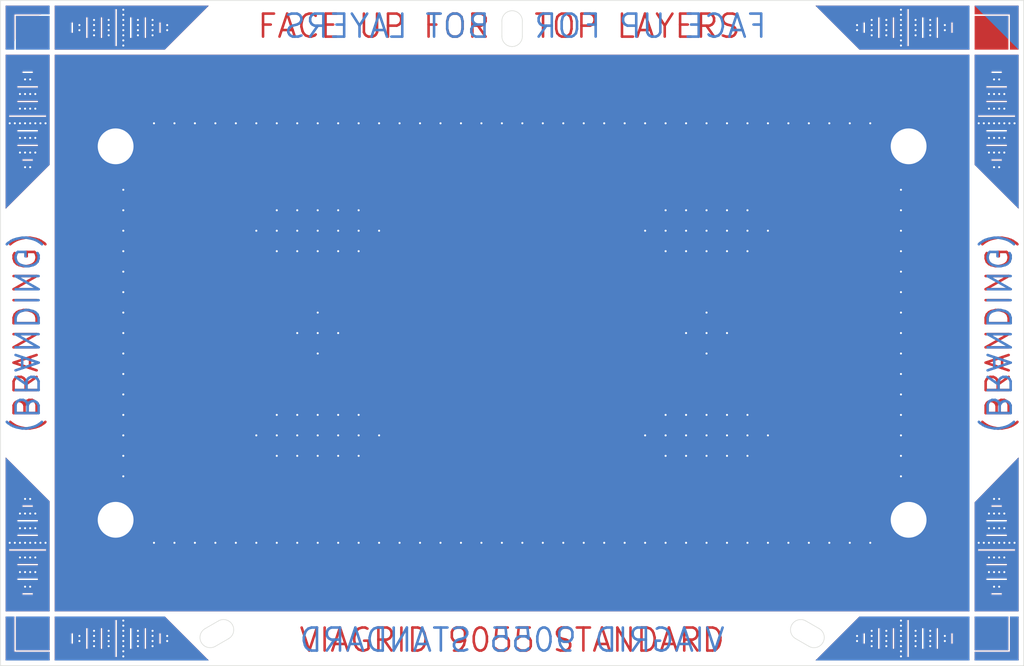
<source format=kicad_pcb>
(kicad_pcb (version 20241229) (generator "pcbnew") (generator_version "9.0")
  (layers (0 "F.Cu" signal) (2 "B.Cu" signal) (13 "F.Paste" user) (15 "B.Paste" user) (5 "F.SilkS" user "F.Silkscreen") (7 "B.SilkS" user "B.Silkscreen") (1 "F.Mask" user) (3 "B.Mask" user) (25 "Edge.Cuts" user))
  (net 0 "")
  (net 1 "GND")
  (gr_poly (pts (xy 198.246507 61.553286) (xy 198.250207 61.561568) (xy 198.250207 76.582096) (xy 198.246507 76.590349) (xy 198.238572 76.593712) (xy 198.23063 76.590349) (xy 193.953645 72.313362) (xy 193.950204 72.30508) (xy 193.950204 71.839995) (xy 195.575006 71.839995) (xy 195.575104 71.843851) (xy 195.575393 71.847656) (xy 195.575871 71.851405) (xy 195.576531 71.855095) (xy 195.577369 71.858719) (xy 195.578381 71.862274) (xy 195.579561 71.865755) (xy 195.580906 71.869157) (xy 195.58241 71.872475) (xy 195.584068 71.875705) (xy 195.585876 71.878842) (xy 195.58783 71.881881) (xy 195.589924 71.884818) (xy 195.592153 71.887648) (xy 195.594514 71.890366) (xy 195.597001 71.892968) (xy 195.59961 71.895448) (xy 195.602336 71.897803) (xy 195.605174 71.900027) (xy 195.60812 71.902116) (xy 195.611168 71.904065) (xy 195.614315 71.905869) (xy 195.617555 71.907524) (xy 195.620884 71.909025) (xy 195.624297 71.910368) (xy 195.62779 71.911546) (xy 195.631357 71.912557) (xy 195.634994 71.913395) (xy 195.638696 71.914056) (xy 195.642459 71.914534) (xy 195.646278 71.914825) (xy 195.650148 71.914925) (xy 196.549997 71.914925) (xy 196.553866 71.914828) (xy 196.557684 71.914538) (xy 196.561443 71.914062) (xy 196.565141 71.913403) (xy 196.568773 71.912566) (xy 196.572333 71.911556) (xy 196.575818 71.910378) (xy 196.579223 71.909037) (xy 196.582542 71.907536) (xy 196.585772 71.905881) (xy 196.588908 71.904077) (xy 196.591946 71.902128) (xy 196.59488 71.900039) (xy 196.597706 71.897814) (xy 196.60042 71.895459) (xy 196.603016 71.892978) (xy 196.605491 71.890376) (xy 196.60784 71.887657) (xy 196.610057 71.884826) (xy 196.612139 71.881888) (xy 196.614081 71.878848) (xy 196.615879 71.87571) (xy 196.617527 71.87248) (xy 196.619021 71.86916) (xy 196.620356 71.865758) (xy 196.621529 71.862276) (xy 196.622533 71.858721) (xy 196.623365 71.855096) (xy 196.624021 71.851406) (xy 196.624495 71.847656) (xy 196.624782 71.843851) (xy 196.624879 71.839995) (xy 196.624782 71.836139) (xy 196.624495 71.832332) (xy 196.624021 71.828579) (xy 196.623365 71.824884) (xy 196.622533 71.821254) (xy 196.621529 71.817692) (xy 196.620356 71.814203) (xy 196.619021 71.810793) (xy 196.617527 71.807465) (xy 196.615879 71.804225) (xy 196.614081 71.801077) (xy 196.612139 71.798027) (xy 196.610057 71.795078) (xy 196.60784 71.792237) (xy 196.605491 71.789507) (xy 196.603016 71.786893) (xy 196.60042 71.784401) (xy 196.597706 71.782035) (xy 196.59488 71.7798) (xy 196.591946 71.7777) (xy 196.588908 71.775741) (xy 196.585772 71.773927) (xy 196.582542 71.772262) (xy 196.579223 71.770753) (xy 196.575818 71.769404) (xy 196.572333 71.768218) (xy 196.568773 71.767202) (xy 196.565141 71.76636) (xy 196.561443 71.765697) (xy 196.557684 71.765217) (xy 196.553866 71.764926) (xy 196.549997 71.764827) (xy 195.650148 71.764827) (xy 195.646278 71.764928) (xy 195.642459 71.765222) (xy 195.638696 71.765703) (xy 195.634994 71.766368) (xy 195.631357 71.767212) (xy 195.62779 71.76823) (xy 195.624297 71.769417) (xy 195.620884 71.770768) (xy 195.617555 71.772278) (xy 195.614315 71.773943) (xy 195.611168 71.775758) (xy 195.60812 71.777718) (xy 195.605174 71.779819) (xy 195.602336 71.782054) (xy 195.59961 71.784421) (xy 195.597001 71.786913) (xy 195.594514 71.789527) (xy 195.592153 71.792256) (xy 195.589924 71.795097) (xy 195.58783 71.798045) (xy 195.585876 71.801095) (xy 195.584068 71.804242) (xy 195.58241 71.807481) (xy 195.580906 71.810807) (xy 195.579561 71.814217) (xy 195.578381 71.817704) (xy 195.577369 71.821264) (xy 195.576531 71.824893) (xy 195.575871 71.828585) (xy 195.575393 71.832336) (xy 195.575104 71.836141) (xy 195.575006 71.839995) (xy 193.950204 71.839995) (xy 193.950204 70.409869) (xy 195.074945 70.409869) (xy 195.075043 70.413725) (xy 195.075335 70.417532) (xy 195.075816 70.421285) (xy 195.076481 70.424979) (xy 195.077324 70.428609) (xy 195.078342 70.43217) (xy 195.07953 70.435658) (xy 195.080881 70.439068) (xy 195.082393 70.442395) (xy 195.084059 70.445635) (xy 195.085876 70.448781) (xy 195.087837 70.451831) (xy 195.089939 70.454779) (xy 195.092176 70.457619) (xy 195.094544 70.460349) (xy 195.097038 70.462961) (xy 195.099652 70.465453) (xy 195.102383 70.467819) (xy 195.105225 70.470054) (xy 195.108173 70.472153) (xy 195.111223 70.474112) (xy 195.114369 70.475926) (xy 195.117608 70.477591) (xy 195.120933 70.4791) (xy 195.12434 70.480451) (xy 195.127825 70.481637) (xy 195.131383 70.482654) (xy 195.135007 70.483497) (xy 195.138695 70.484162) (xy 195.142441 70.484644) (xy 195.14624 70.484937) (xy 195.150087 70.485037) (xy 197.050058 70.485037) (xy 197.053905 70.484939) (xy 197.057702 70.484648) (xy 197.061444 70.484169) (xy 197.065128 70.483506) (xy 197.068747 70.482664) (xy 197.072297 70.481649) (xy 197.075774 70.480464) (xy 197.079173 70.479115) (xy 197.082489 70.477607) (xy 197.085717 70.475944) (xy 197.088852 70.47413) (xy 197.09189 70.472172) (xy 197.094827 70.470073) (xy 197.097656 70.467838) (xy 197.100374 70.465473) (xy 197.102976 70.462981) (xy 197.105457 70.460368) (xy 197.107812 70.457639) (xy 197.110037 70.454798) (xy 197.112127 70.451849) (xy 197.114076 70.448799) (xy 197.115882 70.445651) (xy 197.117537 70.442411) (xy 197.119039 70.439083) (xy 197.120381 70.435672) (xy 197.12156 70.432182) (xy 197.122571 70.428619) (xy 197.123409 70.424987) (xy 197.124068 70.421292) (xy 197.124545 70.417537) (xy 197.124835 70.413728) (xy 197.124933 70.409869) (xy 197.124835 70.406016) (xy 197.124545 70.402212) (xy 197.124068 70.398464) (xy 197.123409 70.394776) (xy 197.122571 70.391152) (xy 197.12156 70.387598) (xy 197.120381 70.384117) (xy 197.119039 70.380715) (xy 197.117537 70.377396) (xy 197.115882 70.374166) (xy 197.114076 70.371028) (xy 197.112127 70.367988) (xy 197.110037 70.36505) (xy 197.107812 70.362219) (xy 197.105457 70.359499) (xy 197.102976 70.356896) (xy 197.100374 70.354415) (xy 197.097656 70.352059) (xy 197.094827 70.349834) (xy 197.09189 70.347744) (xy 197.088852 70.345794) (xy 197.085717 70.343989) (xy 197.082489 70.342333) (xy 197.079173 70.340832) (xy 197.075774 70.33949) (xy 197.072297 70.338311) (xy 197.068747 70.3373) (xy 197.065128 70.336463) (xy 197.061444 70.335804) (xy 197.057702 70.335327) (xy 197.053905 70.335037) (xy 197.050058 70.33494) (xy 195.150087 70.33494) (xy 195.14624 70.335039) (xy 195.142441 70.335331) (xy 195.138695 70.33581) (xy 195.135007 70.336471) (xy 195.131383 70.337309) (xy 195.127825 70.33832) (xy 195.12434 70.3395) (xy 195.120933 70.340843) (xy 195.117608 70.342344) (xy 195.114369 70.344) (xy 195.111223 70.345805) (xy 195.108173 70.347755) (xy 195.105225 70.349845) (xy 195.102383 70.35207) (xy 195.099652 70.354425) (xy 195.097038 70.356906) (xy 195.094544 70.359508) (xy 195.092176 70.362227) (xy 195.089939 70.365057) (xy 195.087837 70.367994) (xy 195.085876 70.371034) (xy 195.084059 70.374171) (xy 195.082393 70.377401) (xy 195.080881 70.380719) (xy 195.07953 70.38412) (xy 195.078342 70.3876) (xy 195.077324 70.391154) (xy 195.076481 70.394777) (xy 195.075816 70.398465) (xy 195.075335 70.402213) (xy 195.075043 70.406016) (xy 195.074945 70.409869) (xy 193.950204 70.409869) (xy 193.950204 68.979982) (xy 195.074945 68.979982) (xy 195.075043 68.983838) (xy 195.075335 68.987642) (xy 195.075816 68.991392) (xy 195.076481 68.99508) (xy 195.077324 68.998704) (xy 195.078342 69.002259) (xy 195.07953 69.005739) (xy 195.080881 69.00914) (xy 195.082393 69.012457) (xy 195.084059 69.015687) (xy 195.085876 69.018823) (xy 195.087837 69.021861) (xy 195.089939 69.024797) (xy 195.092176 69.027627) (xy 195.094544 69.030344) (xy 195.097038 69.032945) (xy 195.099652 69.035425) (xy 195.102383 69.037779) (xy 195.105225 69.040003) (xy 195.108173 69.042091) (xy 195.111223 69.04404) (xy 195.114369 69.045845) (xy 195.117608 69.0475) (xy 195.120933 69.049001) (xy 195.12434 69.050344) (xy 195.127825 69.051524) (xy 195.131383 69.052535) (xy 195.135007 69.053375) (xy 195.138695 69.054037) (xy 195.142441 69.054517) (xy 195.14624 69.05481) (xy 195.150087 69.054912) (xy 197.050058 69.054912) (xy 197.053905 69.054815) (xy 197.057702 69.054526) (xy 197.061444 69.05405) (xy 197.065128 69.053391) (xy 197.068747 69.052555) (xy 197.072297 69.051546) (xy 197.075774 69.050368) (xy 197.079173 69.049027) (xy 197.082489 69.047527) (xy 197.085717 69.045873) (xy 197.088852 69.04407) (xy 197.09189 69.042122) (xy 197.094827 69.040033) (xy 197.097656 69.03781) (xy 197.100374 69.035455) (xy 197.102976 69.032975) (xy 197.105457 69.030373) (xy 197.107812 69.027655) (xy 197.110037 69.024824) (xy 197.112127 69.021887) (xy 197.114076 69.018847) (xy 197.115882 69.015709) (xy 197.117537 69.012478) (xy 197.119039 69.009158) (xy 197.120381 69.005755) (xy 197.12156 69.002273) (xy 197.122571 68.998716) (xy 197.123409 68.99509) (xy 197.124068 68.991399) (xy 197.124545 68.987647) (xy 197.124835 68.98384) (xy 197.124933 68.979982) (xy 197.124835 68.976124) (xy 197.124545 68.972317) (xy 197.124068 68.968565) (xy 197.123409 68.964874) (xy 197.122571 68.961248) (xy 197.12156 68.957691) (xy 197.120381 68.954209) (xy 197.119039 68.950805) (xy 197.117537 68.947486) (xy 197.115882 68.944255) (xy 197.114076 68.941117) (xy 197.112127 68.938077) (xy 197.110037 68.935139) (xy 197.107812 68.932309) (xy 197.105457 68.92959) (xy 197.102976 68.926989) (xy 197.100374 68.924508) (xy 197.097656 68.922154) (xy 197.094827 68.91993) (xy 197.09189 68.917842) (xy 197.088852 68.915893) (xy 197.085717 68.91409) (xy 197.082489 68.912436) (xy 197.079173 68.910936) (xy 197.075774 68.909595) (xy 197.072297 68.908418) (xy 197.068747 68.907408) (xy 197.065128 68.906572) (xy 197.061444 68.905914) (xy 197.057702 68.905438) (xy 197.053905 68.905148) (xy 197.050058 68.905051) (xy 195.150087 68.905051) (xy 195.14624 68.905151) (xy 195.142441 68.905442) (xy 195.138695 68.905921) (xy 195.135007 68.906581) (xy 195.131383 68.907419) (xy 195.127825 68.90843) (xy 195.12434 68.909609) (xy 195.120933 68.910951) (xy 195.117608 68.912452) (xy 195.114369 68.914107) (xy 195.111223 68.915912) (xy 195.108173 68.917861) (xy 195.105225 68.919949) (xy 195.102383 68.922174) (xy 195.099652 68.924528) (xy 195.097038 68.927009) (xy 195.094544 68.92961) (xy 195.092176 68.932329) (xy 195.089939 68.935158) (xy 195.087837 68.938095) (xy 195.085876 68.941135) (xy 195.084059 68.944272) (xy 195.082393 68.947502) (xy 195.080881 68.95082) (xy 195.07953 68.954222) (xy 195.078342 68.957703) (xy 195.077324 68.961258) (xy 195.076481 68.964882) (xy 195.075816 68.968572) (xy 195.075335 68.972321) (xy 195.075043 68.976126) (xy 195.074945 68.979982) (xy 193.950204 68.979982) (xy 193.950204 67.54983) (xy 194.27511 67.54983) (xy 194.275207 67.553684) (xy 194.275494 67.557488) (xy 194.275968 67.561239) (xy 194.276623 67.56493) (xy 194.277456 67.568558) (xy 194.27846 67.572117) (xy 194.279633 67.575603) (xy 194.280968 67.579011) (xy 194.282462 67.582336) (xy 194.28411 67.585574) (xy 194.285907 67.588719) (xy 194.287849 67.591767) (xy 194.289931 67.594714) (xy 194.292149 67.597554) (xy 194.294497 67.600283) (xy 194.296972 67.602895) (xy 194.299568 67.605387) (xy 194.302281 67.607753) (xy 194.305107 67.609989) (xy 194.308041 67.61209) (xy 194.311078 67.614051) (xy 194.314214 67.615867) (xy 194.317444 67.617534) (xy 194.320763 67.619046) (xy 194.324167 67.6204) (xy 194.327651 67.62159) (xy 194.331211 67.622611) (xy 194.334842 67.623459) (xy 194.33854 67.624129) (xy 194.342299 67.624617) (xy 194.346115 67.624917) (xy 194.349984 67.625025) (xy 197.849893 67.625025) (xy 197.853763 67.624926) (xy 197.85758 67.624635) (xy 197.86134 67.624155) (xy 197.865038 67.623492) (xy 197.868669 67.62265) (xy 197.87223 67.621633) (xy 197.875714 67.620448) (xy 197.879119 67.619098) (xy 197.882438 67.617589) (xy 197.885669 67.615924) (xy 197.888805 67.61411) (xy 197.891842 67.61215) (xy 197.894776 67.61005) (xy 197.897602 67.607814) (xy 197.900316 67.605448) (xy 197.902912 67.602955) (xy 197.905387 67.600341) (xy 197.907736 67.59761) (xy 197.909953 67.594768) (xy 197.912036 67.591818) (xy 197.913978 67.588767) (xy 197.915775 67.585618) (xy 197.917423 67.582377) (xy 197.918917 67.579048) (xy 197.920252 67.575636) (xy 197.921425 67.572145) (xy 197.922429 67.568582) (xy 197.923262 67.564949) (xy 197.923917 67.561253) (xy 197.924391 67.557498) (xy 197.924678 67.553689) (xy 197.924775 67.54983) (xy 197.924678 67.545977) (xy 197.924391 67.542173) (xy 197.923917 67.538425) (xy 197.923262 67.534737) (xy 197.922429 67.531113) (xy 197.921425 67.527558) (xy 197.920252 67.524078) (xy 197.918917 67.520675) (xy 197.917423 67.517357) (xy 197.915775 67.514126) (xy 197.913978 67.510988) (xy 197.912036 67.507948) (xy 197.909953 67.50501) (xy 197.907736 67.502179) (xy 197.905387 67.499459) (xy 197.902912 67.496856) (xy 197.900316 67.494375) (xy 197.897602 67.492019) (xy 197.894776 67.489793) (xy 197.891842 67.487703) (xy 197.888805 67.485754) (xy 197.885669 67.483949) (xy 197.882438 67.482293) (xy 197.879119 67.480791) (xy 197.875714 67.479449) (xy 197.87223 67.47827) (xy 197.868669 67.47726) (xy 197.865038 67.476423) (xy 197.86134 67.475763) (xy 197.85758 67.475286) (xy 197.853763 67.474997) (xy 197.849893 67.474899) (xy 194.349984 67.474899) (xy 194.346138 67.475004) (xy 194.342342 67.4753) (xy 194.3386 67.475783) (xy 194.334917 67.476448) (xy 194.331298 67.47729) (xy 194.327748 67.478305) (xy 194.324271 67.479487) (xy 194.320872 67.480833) (xy 194.317557 67.482337) (xy 194.314329 67.483995) (xy 194.311193 67.485802) (xy 194.308155 67.487753) (xy 194.305219 67.489844) (xy 194.302389 67.492069) (xy 194.299671 67.494425) (xy 194.297069 67.496906) (xy 194.294588 67.499509) (xy 194.292232 67.502227) (xy 194.290007 67.505056) (xy 194.287917 67.507992) (xy 194.285967 67.51103) (xy 194.284162 67.514166) (xy 194.282506 67.517394) (xy 194.281004 67.520709) (xy 194.279662 67.524108) (xy 194.278482 67.527585) (xy 194.277472 67.531136) (xy 194.276634 67.534756) (xy 194.275974 67.53844) (xy 194.275497 67.542183) (xy 194.275207 67.545982) (xy 194.27511 67.54983) (xy 193.950204 67.54983) (xy 193.950204 66.119942) (xy 195.074945 66.119942) (xy 195.075043 66.1238) (xy 195.075335 66.127607) (xy 195.075816 66.131358) (xy 195.076481 66.135049) (xy 195.077324 66.138675) (xy 195.078342 66.142231) (xy 195.07953 66.145712) (xy 195.080881 66.149115) (xy 195.082393 66.152434) (xy 195.084059 66.155664) (xy 195.085876 66.158801) (xy 195.087837 66.16184) (xy 195.089939 66.164777) (xy 195.092176 66.167606) (xy 195.094544 66.170324) (xy 195.097038 66.172925) (xy 195.099652 66.175405) (xy 195.102383 66.177759) (xy 195.105225 66.179982) (xy 195.108173 66.18207) (xy 195.111223 66.184018) (xy 195.114369 66.185822) (xy 195.117608 66.187476) (xy 195.120933 66.188976) (xy 195.12434 66.190317) (xy 195.127825 66.191495) (xy 195.131383 66.192506) (xy 195.135007 66.193343) (xy 195.138695 66.194003) (xy 195.142441 66.194481) (xy 195.14624 66.194772) (xy 195.150087 66.194872) (xy 197.050058 66.194872) (xy 197.053905 66.194774) (xy 197.057702 66.194485) (xy 197.061444 66.194009) (xy 197.065128 66.19335) (xy 197.068747 66.192514) (xy 197.072297 66.191505) (xy 197.075774 66.190328) (xy 197.079173 66.188987) (xy 197.082489 66.187487) (xy 197.085717 66.185833) (xy 197.088852 66.18403) (xy 197.09189 66.182081) (xy 197.094827 66.179993) (xy 197.097656 66.177769) (xy 197.100374 66.175415) (xy 197.102976 66.172934) (xy 197.105457 66.170333) (xy 197.107812 66.167614) (xy 197.110037 66.164784) (xy 197.112127 66.161847) (xy 197.114076 66.158807) (xy 197.115882 66.155669) (xy 197.117537 66.152438) (xy 197.119039 66.149119) (xy 197.120381 66.145715) (xy 197.12156 66.142233) (xy 197.122571 66.138676) (xy 197.123409 66.13505) (xy 197.124068 66.131359) (xy 197.124545 66.127607) (xy 197.124835 66.1238) (xy 197.124933 66.119942) (xy 197.124835 66.116084) (xy 197.124545 66.112277) (xy 197.124068 66.108525) (xy 197.123409 66.104834) (xy 197.122571 66.101208) (xy 197.12156 66.097651) (xy 197.120381 66.094169) (xy 197.119039 66.090766) (xy 197.117537 66.087446) (xy 197.115882 66.084215) (xy 197.114076 66.081077) (xy 197.112127 66.078037) (xy 197.110037 66.0751) (xy 197.107812 66.07227) (xy 197.105457 66.069551) (xy 197.102976 66.066949) (xy 197.100374 66.064469) (xy 197.097656 66.062115) (xy 197.094827 66.059891) (xy 197.09189 66.057803) (xy 197.088852 66.055854) (xy 197.085717 66.054051) (xy 197.082489 66.052397) (xy 197.079173 66.050897) (xy 197.075774 66.049556) (xy 197.072297 66.048379) (xy 197.068747 66.04737) (xy 197.065128 66.046533) (xy 197.061444 66.045875) (xy 197.057702 66.045399) (xy 197.053905 66.04511) (xy 197.050058 66.045012) (xy 195.150087 66.045012) (xy 195.14624 66.045112) (xy 195.142441 66.045403) (xy 195.138695 66.045882) (xy 195.135007 66.046542) (xy 195.131383 66.04738) (xy 195.127825 66.048391) (xy 195.12434 66.04957) (xy 195.120933 66.050912) (xy 195.117608 66.052413) (xy 195.114369 66.054068) (xy 195.111223 66.055872) (xy 195.108173 66.057821) (xy 195.105225 66.05991) (xy 195.102383 66.062134) (xy 195.099652 66.064489) (xy 195.097038 66.066969) (xy 195.094544 66.069571) (xy 195.092176 66.072289) (xy 195.089939 66.075119) (xy 195.087837 66.078056) (xy 195.085876 66.081095) (xy 195.084059 66.084232) (xy 195.082393 66.087462) (xy 195.080881 66.09078) (xy 195.07953 66.094182) (xy 195.078342 66.097663) (xy 195.077324 66.101218) (xy 195.076481 66.104843) (xy 195.075816 66.108532) (xy 195.075335 66.112282) (xy 195.075043 66.116087) (xy 195.074945 66.119942) (xy 193.950204 66.119942) (xy 193.950204 64.690055) (xy 195.074945 64.690055) (xy 195.075043 64.693908) (xy 195.075335 64.697711) (xy 195.075816 64.701459) (xy 195.076481 64.705146) (xy 195.077324 64.70877) (xy 195.078342 64.712324) (xy 195.07953 64.715804) (xy 195.080881 64.719205) (xy 195.082393 64.722523) (xy 195.084059 64.725753) (xy 195.085876 64.72889) (xy 195.087837 64.731929) (xy 195.089939 64.734866) (xy 195.092176 64.737697) (xy 195.094544 64.740415) (xy 195.097038 64.743017) (xy 195.099652 64.745499) (xy 195.102383 64.747854) (xy 195.105225 64.750079) (xy 195.108173 64.752168) (xy 195.111223 64.754118) (xy 195.114369 64.755923) (xy 195.117608 64.757579) (xy 195.120933 64.759081) (xy 195.12434 64.760424) (xy 195.127825 64.761603) (xy 195.131383 64.762615) (xy 195.135007 64.763453) (xy 195.138695 64.764114) (xy 195.142441 64.764592) (xy 195.14624 64.764884) (xy 195.150087 64.764984) (xy 197.050058 64.764984) (xy 197.053905 64.764886) (xy 197.057702 64.764597) (xy 197.061444 64.76412) (xy 197.065128 64.763461) (xy 197.068747 64.762625) (xy 197.072297 64.761615) (xy 197.075774 64.760437) (xy 197.079173 64.759095) (xy 197.082489 64.757595) (xy 197.085717 64.75594) (xy 197.088852 64.754136) (xy 197.09189 64.752187) (xy 197.094827 64.750097) (xy 197.097656 64.747873) (xy 197.100374 64.745518) (xy 197.102976 64.743037) (xy 197.105457 64.740434) (xy 197.107812 64.737716) (xy 197.110037 64.734885) (xy 197.112127 64.731947) (xy 197.114076 64.728907) (xy 197.115882 64.725769) (xy 197.117537 64.722539) (xy 197.119039 64.719219) (xy 197.120381 64.715817) (xy 197.12156 64.712335) (xy 197.122571 64.70878) (xy 197.123409 64.705155) (xy 197.124068 64.701465) (xy 197.124545 64.697715) (xy 197.124835 64.69391) (xy 197.124933 64.690055) (xy 197.124835 64.686196) (xy 197.124545 64.682386) (xy 197.124068 64.678631) (xy 197.123409 64.674935) (xy 197.122571 64.671303) (xy 197.12156 64.667739) (xy 197.120381 64.664249) (xy 197.119039 64.660836) (xy 197.117537 64.657507) (xy 197.115882 64.654266) (xy 197.114076 64.651117) (xy 197.112127 64.648066) (xy 197.110037 64.645116) (xy 197.107812 64.642274) (xy 197.105457 64.639543) (xy 197.102976 64.636929) (xy 197.100374 64.634436) (xy 197.097656 64.63207) (xy 197.094827 64.629834) (xy 197.09189 64.627733) (xy 197.088852 64.625774) (xy 197.085717 64.623959) (xy 197.082489 64.622295) (xy 197.079173 64.620786) (xy 197.075774 64.619436) (xy 197.072297 64.61825) (xy 197.068747 64.617234) (xy 197.065128 64.616392) (xy 197.061444 64.615729) (xy 197.057702 64.615249) (xy 197.053905 64.614958) (xy 197.050058 64.614859) (xy 195.150087 64.614859) (xy 195.14624 64.61496) (xy 195.142441 64.615254) (xy 195.138695 64.615735) (xy 195.135007 64.616401) (xy 195.131383 64.617245) (xy 195.127825 64.618263) (xy 195.12434 64.619449) (xy 195.120933 64.620801) (xy 195.117608 64.622311) (xy 195.114369 64.623977) (xy 195.111223 64.625792) (xy 195.108173 64.627752) (xy 195.105225 64.629853) (xy 195.102383 64.632089) (xy 195.099652 64.634456) (xy 195.097038 64.636949) (xy 195.094544 64.639563) (xy 195.092176 64.642294) (xy 195.089939 64.645136) (xy 195.087837 64.648084) (xy 195.085876 64.651135) (xy 195.084059 64.654283) (xy 195.082393 64.657524) (xy 195.080881 64.660852) (xy 195.07953 64.664262) (xy 195.078342 64.667751) (xy 195.077324 64.671313) (xy 195.076481 64.674944) (xy 195.075816 64.678638) (xy 195.075335 64.682391) (xy 195.075043 64.686198) (xy 195.074945 64.690055) (xy 193.950204 64.690055) (xy 193.950204 63.259902) (xy 195.575006 63.259902) (xy 195.575104 63.26376) (xy 195.575393 63.267567) (xy 195.575871 63.271318) (xy 195.576531 63.275009) (xy 195.577369 63.278635) (xy 195.578381 63.282191) (xy 195.579561 63.285672) (xy 195.580906 63.289075) (xy 195.58241 63.292394) (xy 195.584068 63.295624) (xy 195.585876 63.298761) (xy 195.58783 63.3018) (xy 195.589924 63.304737) (xy 195.592153 63.307566) (xy 195.594514 63.310284) (xy 195.597001 63.312885) (xy 195.59961 63.315365) (xy 195.602336 63.317719) (xy 195.605174 63.319942) (xy 195.60812 63.32203) (xy 195.611168 63.323978) (xy 195.614315 63.325782) (xy 195.617555 63.327436) (xy 195.620884 63.328936) (xy 195.624297 63.330277) (xy 195.62779 63.331456) (xy 195.631357 63.332466) (xy 195.634994 63.333303) (xy 195.638696 63.333963) (xy 195.642459 63.334441) (xy 195.646278 63.334732) (xy 195.650148 63.334832) (xy 196.549997 63.334832) (xy 196.553866 63.334735) (xy 196.557684 63.334446) (xy 196.561443 63.33397) (xy 196.565141 63.333312) (xy 196.568773 63.332476) (xy 196.572333 63.331468) (xy 196.575818 63.330291) (xy 196.579223 63.328951) (xy 196.582542 63.327452) (xy 196.585772 63.325798) (xy 196.588908 63.323996) (xy 196.591946 63.322048) (xy 196.59488 63.319961) (xy 196.597706 63.317738) (xy 196.60042 63.315384) (xy 196.603016 63.312905) (xy 196.605491 63.310303) (xy 196.60784 63.307586) (xy 196.610057 63.304756) (xy 196.612139 63.301818) (xy 196.614081 63.298779) (xy 196.615879 63.295641) (xy 196.617527 63.292409) (xy 196.619021 63.28909) (xy 196.620356 63.285686) (xy 196.621529 63.282203) (xy 196.622533 63.278645) (xy 196.623365 63.275018) (xy 196.624021 63.271325) (xy 196.624495 63.267572) (xy 196.624782 63.263763) (xy 196.624879 63.259902) (xy 196.624782 63.256049) (xy 196.624495 63.252246) (xy 196.624021 63.248498) (xy 196.623365 63.24481) (xy 196.622533 63.241187) (xy 196.621529 63.237633) (xy 196.620356 63.234153) (xy 196.619021 63.230752) (xy 196.617527 63.227434) (xy 196.615879 63.224204) (xy 196.614081 63.221067) (xy 196.612139 63.218028) (xy 196.610057 63.21509) (xy 196.60784 63.21226) (xy 196.605491 63.209542) (xy 196.603016 63.206939) (xy 196.60042 63.204458) (xy 196.597706 63.202103) (xy 196.59488 63.199878) (xy 196.591946 63.197788) (xy 196.588908 63.195838) (xy 196.585772 63.194033) (xy 196.582542 63.192378) (xy 196.579223 63.190876) (xy 196.575818 63.189533) (xy 196.572333 63.188353) (xy 196.568773 63.187342) (xy 196.565141 63.186503) (xy 196.561443 63.185843) (xy 196.557684 63.185364) (xy 196.553866 63.185072) (xy 196.549997 63.184972) (xy 195.650148 63.184972) (xy 195.646278 63.185075) (xy 195.642459 63.185368) (xy 195.638696 63.185849) (xy 195.634994 63.186511) (xy 195.631357 63.187351) (xy 195.62779 63.188363) (xy 195.624297 63.189543) (xy 195.620884 63.190887) (xy 195.617555 63.192389) (xy 195.614315 63.194045) (xy 195.611168 63.19585) (xy 195.60812 63.1978) (xy 195.605174 63.199889) (xy 195.602336 63.202114) (xy 195.59961 63.204469) (xy 195.597001 63.206949) (xy 195.594514 63.209551) (xy 195.592153 63.212269) (xy 195.589924 63.215098) (xy 195.58783 63.218035) (xy 195.585876 63.221073) (xy 195.584068 63.224209) (xy 195.58241 63.227438) (xy 195.580906 63.230755) (xy 195.579561 63.234156) (xy 195.578381 63.237635) (xy 195.577369 63.241189) (xy 195.576531 63.244812) (xy 195.575871 63.248499) (xy 195.575393 63.252246) (xy 195.575104 63.256049) (xy 195.575006 63.259902) (xy 193.950204 63.259902) (xy 193.950204 61.561568) (xy 193.953645 61.553286) (xy 193.96158 61.549926) (xy 198.238572 61.549926)) (fill yes) (layer "F.Cu") (net 1))
  (gr_poly (pts (xy 193.446695 116.453426) (xy 193.449876 116.461628) (xy 193.449876 120.738613) (xy 193.446695 120.746555) (xy 193.438493 120.749996) (xy 178.417833 120.749996) (xy 178.409898 120.746555) (xy 178.406457 120.738613) (xy 178.409898 120.730419) (xy 180.990223 118.149933) (xy 183.085084 118.149933) (xy 183.085084 119.050049) (xy 183.085182 119.053894) (xy 183.085472 119.057691) (xy 183.085949 119.061433) (xy 183.086609 119.065115) (xy 183.087446 119.068734) (xy 183.088457 119.072284) (xy 183.089636 119.075761) (xy 183.090979 119.079159) (xy 183.092481 119.082475) (xy 183.094137 119.085702) (xy 183.095942 119.088838) (xy 183.097892 119.091876) (xy 183.099982 119.094813) (xy 183.102207 119.097642) (xy 183.104562 119.100361) (xy 183.107044 119.102963) (xy 183.109646 119.105444) (xy 183.112364 119.107799) (xy 183.115194 119.110025) (xy 183.11813 119.112115) (xy 183.121168 119.114065) (xy 183.124303 119.11587) (xy 183.127531 119.117526) (xy 183.130847 119.119028) (xy 183.134246 119.120371) (xy 183.137722 119.12155) (xy 183.141273 119.122561) (xy 183.144891 119.123399) (xy 183.148574 119.124059) (xy 183.152316 119.124536) (xy 183.156113 119.124826) (xy 183.159959 119.124923) (xy 183.163806 119.124826) (xy 183.167605 119.124536) (xy 183.171351 119.124059) (xy 183.175038 119.123399) (xy 183.178663 119.122561) (xy 183.182221 119.12155) (xy 183.185705 119.120371) (xy 183.189113 119.119028) (xy 183.192438 119.117526) (xy 183.195677 119.11587) (xy 183.198823 119.114065) (xy 183.201873 119.112115) (xy 183.204821 119.110025) (xy 183.207663 119.107799) (xy 183.210394 119.105444) (xy 183.213008 119.102963) (xy 183.215502 119.100361) (xy 183.21787 119.097642) (xy 183.220107 119.094813) (xy 183.222209 119.091876) (xy 183.22417 119.088838) (xy 183.225987 119.085702) (xy 183.227653 119.082475) (xy 183.229164 119.079159) (xy 183.230516 119.075761) (xy 183.231704 119.072284) (xy 183.232721 119.068734) (xy 183.233565 119.065115) (xy 183.23423 119.061433) (xy 183.234711 119.057691) (xy 183.235003 119.053894) (xy 183.235101 119.050049) (xy 183.235101 118.149933) (xy 183.235003 118.146062) (xy 183.234711 118.142243) (xy 183.23423 118.13848) (xy 183.233565 118.134778) (xy 183.232721 118.131141) (xy 183.231704 118.127574) (xy 183.230516 118.124081) (xy 183.229164 118.120668) (xy 183.227653 118.117339) (xy 183.225987 118.114099) (xy 183.22417 118.110953) (xy 183.222209 118.107904) (xy 183.220107 118.104959) (xy 183.21787 118.102121) (xy 183.215502 118.099395) (xy 183.213008 118.096787) (xy 183.210394 118.0943) (xy 183.207663 118.091939) (xy 183.204821 118.08971) (xy 183.201873 118.087616) (xy 183.198823 118.085663) (xy 183.195677 118.083855) (xy 183.192438 118.082197) (xy 183.189113 118.080693) (xy 183.185705 118.079349) (xy 183.182221 118.078169) (xy 183.178663 118.077157) (xy 183.175038 118.076319) (xy 183.171351 118.075659) (xy 183.167605 118.075182) (xy 183.163806 118.074892) (xy 183.159959 118.074794) (xy 183.156113 118.074916) (xy 183.152316 118.075228) (xy 183.148574 118.075726) (xy 183.144891 118.076406) (xy 183.141273 118.077262) (xy 183.137722 118.07829) (xy 183.134246 118.079485) (xy 183.130847 118.080842) (xy 183.127531 118.082357) (xy 183.124303 118.084026) (xy 183.121168 118.085842) (xy 183.11813 118.087802) (xy 183.115194 118.089901) (xy 183.112364 118.092135) (xy 183.109646 118.094498) (xy 183.107044 118.096986) (xy 183.104562 118.099593) (xy 183.102207 118.102317) (xy 183.099982 118.105151) (xy 183.097892 118.108091) (xy 183.095942 118.111133) (xy 183.094137 118.114271) (xy 183.092481 118.117501) (xy 183.090979 118.120818) (xy 183.089636 118.124218) (xy 183.088457 118.127695) (xy 183.087446 118.131246) (xy 183.086609 118.134865) (xy 183.085949 118.138548) (xy 183.085472 118.14229) (xy 183.085182 118.146087) (xy 183.085084 118.149933) (xy 180.990223 118.149933) (xy 181.490253 117.649871) (xy 184.515161 117.649871) (xy 184.515161 119.55011) (xy 184.515258 119.553956) (xy 184.515548 119.557752) (xy 184.516025 119.561494) (xy 184.516685 119.565177) (xy 184.517523 119.568796) (xy 184.518534 119.572346) (xy 184.519713 119.575823) (xy 184.521056 119.579222) (xy 184.522557 119.582537) (xy 184.524213 119.585765) (xy 184.526019 119.588901) (xy 184.527969 119.591939) (xy 184.530058 119.594875) (xy 184.532284 119.597705) (xy 184.534639 119.600423) (xy 184.53712 119.603025) (xy 184.539722 119.605506) (xy 184.54244 119.607862) (xy 184.54527 119.610087) (xy 184.548206 119.612177) (xy 184.551245 119.614127) (xy 184.55438 119.615932) (xy 184.557608 119.617588) (xy 184.560924 119.61909) (xy 184.564322 119.620432) (xy 184.567799 119.621612) (xy 184.571349 119.622622) (xy 184.574968 119.62346) (xy 184.578651 119.62412) (xy 184.582393 119.624597) (xy 184.586189 119.624887) (xy 184.590036 119.624984) (xy 184.593882 119.624887) (xy 184.597679 119.624597) (xy 184.601421 119.62412) (xy 184.605104 119.62346) (xy 184.608723 119.622622) (xy 184.612273 119.621612) (xy 184.61575 119.620432) (xy 184.619149 119.61909) (xy 184.622465 119.617588) (xy 184.625693 119.615932) (xy 184.628829 119.614127) (xy 184.631867 119.612177) (xy 184.634804 119.610087) (xy 184.637634 119.607862) (xy 184.640353 119.605506) (xy 184.642955 119.603025) (xy 184.645437 119.600423) (xy 184.647792 119.597705) (xy 184.650018 119.594875) (xy 184.652108 119.591939) (xy 184.654058 119.588901) (xy 184.655864 119.585765) (xy 184.65752 119.582537) (xy 184.659022 119.579222) (xy 184.660365 119.575823) (xy 184.661545 119.572346) (xy 184.662556 119.568796) (xy 184.663394 119.565177) (xy 184.664053 119.561494) (xy 184.664531 119.557752) (xy 184.664821 119.553956) (xy 184.664918 119.55011) (xy 184.664918 117.649871) (xy 185.944963 117.649871) (xy 185.944963 119.55011) (xy 185.94506 119.553956) (xy 185.94535 119.557752) (xy 185.945828 119.561494) (xy 185.946487 119.565177) (xy 185.947325 119.568796) (xy 185.948336 119.572346) (xy 185.949516 119.575823) (xy 185.950859 119.579222) (xy 185.952361 119.582537) (xy 185.954017 119.585765) (xy 185.955823 119.588901) (xy 185.957773 119.591939) (xy 185.959863 119.594875) (xy 185.962089 119.597705) (xy 185.964444 119.600423) (xy 185.966926 119.603025) (xy 185.969528 119.605506) (xy 185.972247 119.607862) (xy 185.975077 119.610087) (xy 185.978014 119.612177) (xy 185.981052 119.614127) (xy 185.984188 119.615932) (xy 185.987416 119.617588) (xy 185.990732 119.61909) (xy 185.994131 119.620432) (xy 185.997608 119.621612) (xy 186.001158 119.622622) (xy 186.004777 119.62346) (xy 186.00846 119.62412) (xy 186.012202 119.624597) (xy 186.015999 119.624887) (xy 186.019845 119.624984) (xy 186.023715 119.624887) (xy 186.027534 119.624597) (xy 186.031297 119.62412) (xy 186.034999 119.62346) (xy 186.038637 119.622622) (xy 186.042205 119.621612) (xy 186.045698 119.620432) (xy 186.049113 119.61909) (xy 186.052443 119.617588) (xy 186.055686 119.615932) (xy 186.058835 119.614127) (xy 186.061887 119.612177) (xy 186.064836 119.610087) (xy 186.067679 119.607862) (xy 186.070409 119.605506) (xy 186.073024 119.603025) (xy 186.075518 119.600423) (xy 186.077886 119.597705) (xy 186.080124 119.594875) (xy 186.082227 119.591939) (xy 186.08419 119.588901) (xy 186.086009 119.585765) (xy 186.08768 119.582537) (xy 186.089197 119.579222) (xy 186.090555 119.575823) (xy 186.091751 119.572346) (xy 186.092779 119.568796) (xy 186.093636 119.565177) (xy 186.094315 119.561494) (xy 186.094813 119.557752) (xy 186.095125 119.553956) (xy 186.095247 119.55011) (xy 186.095247 117.649871) (xy 186.095125 117.646026) (xy 186.094813 117.642229) (xy 186.094315 117.638487) (xy 186.093636 117.634805) (xy 186.092779 117.631186) (xy 186.091751 117.627636) (xy 186.090555 117.624159) (xy 186.089197 117.62076) (xy 186.08768 117.617445) (xy 186.086009 117.614217) (xy 186.08419 117.611081) (xy 186.082227 117.608043) (xy 186.080124 117.605106) (xy 186.077886 117.602276) (xy 186.075518 117.599558) (xy 186.073024 117.596956) (xy 186.070409 117.594474) (xy 186.067679 117.592118) (xy 186.064836 117.589893) (xy 186.061887 117.587803) (xy 186.058835 117.585853) (xy 186.055686 117.584047) (xy 186.052443 117.582391) (xy 186.049113 117.580889) (xy 186.045698 117.579546) (xy 186.042205 117.578366) (xy 186.038637 117.577355) (xy 186.034999 117.576518) (xy 186.031297 117.575858) (xy 186.027534 117.57538) (xy 186.023715 117.575091) (xy 186.019845 117.574993) (xy 186.015999 117.575091) (xy 186.012202 117.57538) (xy 186.00846 117.575858) (xy 186.004777 117.576518) (xy 186.001158 117.577355) (xy 185.997608 117.578366) (xy 185.994131 117.579546) (xy 185.990732 117.580889) (xy 185.987416 117.582391) (xy 185.984188 117.584047) (xy 185.981052 117.585853) (xy 185.978014 117.587803) (xy 185.975077 117.589893) (xy 185.972247 117.592118) (xy 185.969528 117.594474) (xy 185.966926 117.596956) (xy 185.964444 117.599558) (xy 185.962089 117.602276) (xy 185.959863 117.605106) (xy 185.957773 117.608043) (xy 185.955823 117.611081) (xy 185.954017 117.614217) (xy 185.952361 117.617445) (xy 185.950859 117.62076) (xy 185.949516 117.624159) (xy 185.948336 117.627636) (xy 185.947325 117.631186) (xy 185.946487 117.634805) (xy 185.945828 117.638487) (xy 185.94535 117.642229) (xy 185.94506 117.646026) (xy 185.944963 117.649871) (xy 184.664918 117.649871) (xy 184.664821 117.646026) (xy 184.664531 117.642229) (xy 184.664053 117.638487) (xy 184.663394 117.634805) (xy 184.662556 117.631186) (xy 184.661545 117.627636) (xy 184.660365 117.624159) (xy 184.659022 117.62076) (xy 184.65752 117.617445) (xy 184.655864 117.614217) (xy 184.654058 117.611081) (xy 184.652108 117.608043) (xy 184.650018 117.605106) (xy 184.647792 117.602276) (xy 184.645437 117.599558) (xy 184.642955 117.596956) (xy 184.640353 117.594474) (xy 184.637634 117.592118) (xy 184.634804 117.589893) (xy 184.631867 117.587803) (xy 184.628829 117.585853) (xy 184.625693 117.584047) (xy 184.622465 117.582391) (xy 184.619149 117.580889) (xy 184.61575 117.579546) (xy 184.612273 117.578366) (xy 184.608723 117.577355) (xy 184.605104 117.576518) (xy 184.601421 117.575858) (xy 184.597679 117.57538) (xy 184.593882 117.575091) (xy 184.590036 117.574993) (xy 184.586189 117.575091) (xy 184.582393 117.57538) (xy 184.578651 117.575858) (xy 184.574968 117.576518) (xy 184.571349 117.577355) (xy 184.567799 117.578366) (xy 184.564322 117.579546) (xy 184.560924 117.580889) (xy 184.557608 117.582391) (xy 184.55438 117.584047) (xy 184.551245 117.585853) (xy 184.548206 117.587803) (xy 184.54527 117.589893) (xy 184.54244 117.592118) (xy 184.539722 117.594474) (xy 184.53712 117.596956) (xy 184.534639 117.599558) (xy 184.532284 117.602276) (xy 184.530058 117.605106) (xy 184.527969 117.608043) (xy 184.526019 117.611081) (xy 184.524213 117.614217) (xy 184.522557 117.617445) (xy 184.521056 117.62076) (xy 184.519713 117.624159) (xy 184.518534 117.627636) (xy 184.517523 117.631186) (xy 184.516685 117.634805) (xy 184.516025 117.638487) (xy 184.515548 117.642229) (xy 184.515258 117.646026) (xy 184.515161 117.649871) (xy 181.490253 117.649871) (xy 182.290038 116.850036) (xy 187.374772 116.850036) (xy 187.374772 120.349941) (xy 187.374871 120.353811) (xy 187.375163 120.357628) (xy 187.375644 120.361388) (xy 187.376309 120.365086) (xy 187.377153 120.368717) (xy 187.378172 120.372278) (xy 187.379361 120.375762) (xy 187.380714 120.379167) (xy 187.382228 120.382486) (xy 187.383897 120.385717) (xy 187.385716 120.388853) (xy 187.387681 120.39189) (xy 187.389787 120.394824) (xy 187.392028 120.39765) (xy 187.394402 120.400364) (xy 187.396901 120.402961) (xy 187.399523 120.405435) (xy 187.402261 120.407784) (xy 187.405111 120.410002) (xy 187.408069 120.412084) (xy 187.411129 120.414026) (xy 187.414287 120.415823) (xy 187.417538 120.417471) (xy 187.420876 120.418965) (xy 187.424298 120.4203) (xy 187.427799 120.421473) (xy 187.431373 120.422477) (xy 187.435016 120.42331) (xy 187.438723 120.423965) (xy 187.44249 120.424439) (xy 187.446311 120.424727) (xy 187.450181 120.424824) (xy 187.454028 120.424727) (xy 187.457824 120.424439) (xy 187.461566 120.423965) (xy 187.465249 120.42331) (xy 187.468868 120.422477) (xy 187.472419 120.421473) (xy 187.475896 120.4203) (xy 187.479295 120.418965) (xy 187.48261 120.417471) (xy 187.485839 120.415823) (xy 187.488974 120.414026) (xy 187.492013 120.412084) (xy 187.49495 120.410002) (xy 187.49778 120.407784) (xy 187.500498 120.405435) (xy 187.503101 120.402961) (xy 187.505582 120.400364) (xy 187.507938 120.39765) (xy 187.510163 120.394824) (xy 187.512254 120.39189) (xy 187.514204 120.388853) (xy 187.516009 120.385717) (xy 187.517666 120.382486) (xy 187.519168 120.379167) (xy 187.520511 120.375762) (xy 187.52169 120.372278) (xy 187.522701 120.368717) (xy 187.523539 120.365086) (xy 187.524199 120.361388) (xy 187.524676 120.357628) (xy 187.524966 120.353811) (xy 187.525064 120.349941) (xy 187.525064 117.649871) (xy 188.805108 117.649871) (xy 188.805108 119.55011) (xy 188.805206 119.553956) (xy 188.805496 119.557752) (xy 188.805973 119.561494) (xy 188.806633 119.565177) (xy 188.807471 119.568796) (xy 188.808482 119.572346) (xy 188.809661 119.575823) (xy 188.811004 119.579222) (xy 188.812506 119.582537) (xy 188.814163 119.585765) (xy 188.815968 119.588901) (xy 188.817919 119.591939) (xy 188.820009 119.594875) (xy 188.822234 119.597705) (xy 188.82459 119.600423) (xy 188.827071 119.603025) (xy 188.829674 119.605506) (xy 188.832392 119.607862) (xy 188.835222 119.610087) (xy 188.838159 119.612177) (xy 188.841198 119.614127) (xy 188.844333 119.615932) (xy 188.847562 119.617588) (xy 188.850878 119.61909) (xy 188.854276 119.620432) (xy 188.857753 119.621612) (xy 188.861304 119.622622) (xy 188.864923 119.62346) (xy 188.868606 119.62412) (xy 188.872348 119.624597) (xy 188.876145 119.624887) (xy 188.879991 119.624984) (xy 188.883836 119.624887) (xy 188.887632 119.624597) (xy 188.891374 119.62412) (xy 188.895056 119.62346) (xy 188.898675 119.622622) (xy 188.902225 119.621612) (xy 188.905701 119.620432) (xy 188.9091 119.61909) (xy 188.912415 119.617588) (xy 188.915643 119.615932) (xy 188.918779 119.614127) (xy 188.921817 119.612177) (xy 188.924753 119.610087) (xy 188.927583 119.607862) (xy 188.930301 119.605506) (xy 188.932904 119.603025) (xy 188.935385 119.600423) (xy 188.937741 119.597705) (xy 188.939966 119.594875) (xy 188.942056 119.591939) (xy 188.944006 119.588901) (xy 188.945812 119.585765) (xy 188.947468 119.582537) (xy 188.94897 119.579222) (xy 188.950313 119.575823) (xy 188.951492 119.572346) (xy 188.952503 119.568796) (xy 188.953341 119.565177) (xy 188.954001 119.561494) (xy 188.954478 119.557752) (xy 188.954768 119.553956) (xy 188.954866 119.55011) (xy 188.954866 117.649871) (xy 190.234926 117.649871) (xy 190.234926 119.55011) (xy 190.235024 119.553956) (xy 190.235316 119.557752) (xy 190.235797 119.561494) (xy 190.236461 119.565177) (xy 190.237305 119.568796) (xy 190.238323 119.572346) (xy 190.23951 119.575823) (xy 190.240862 119.579222) (xy 190.242374 119.582537) (xy 190.24404 119.585765) (xy 190.245856 119.588901) (xy 190.247818 119.591939) (xy 190.24992 119.594875) (xy 190.252157 119.597705) (xy 190.254525 119.600423) (xy 190.257018 119.603025) (xy 190.259633 119.605506) (xy 190.262364 119.607862) (xy 190.265205 119.610087) (xy 190.268154 119.612177) (xy 190.271203 119.614127) (xy 190.27435 119.615932) (xy 190.277588 119.617588) (xy 190.280914 119.61909) (xy 190.284321 119.620432) (xy 190.287806 119.621612) (xy 190.291363 119.622622) (xy 190.294988 119.62346) (xy 190.298676 119.62412) (xy 190.302422 119.624597) (xy 190.30622 119.624887) (xy 190.310067 119.624984) (xy 190.313913 119.624887) (xy 190.317709 119.624597) (xy 190.321451 119.62412) (xy 190.325133 119.62346) (xy 190.328752 119.622622) (xy 190.332301 119.621612) (xy 190.335778 119.620432) (xy 190.339176 119.61909) (xy 190.342492 119.617588) (xy 190.34572 119.615932) (xy 190.348855 119.614127) (xy 190.351893 119.612177) (xy 190.35483 119.610087) (xy 190.35766 119.607862) (xy 190.360378 119.605506) (xy 190.36298 119.603025) (xy 190.365461 119.600423) (xy 190.367817 119.597705) (xy 190.370042 119.594875) (xy 190.372132 119.591939) (xy 190.374083 119.588901) (xy 190.375888 119.585765) (xy 190.377544 119.582537) (xy 190.379046 119.579222) (xy 190.380389 119.575823) (xy 190.381569 119.572346) (xy 190.38258 119.568796) (xy 190.383418 119.565177) (xy 190.384078 119.561494) (xy 190.384555 119.557752) (xy 190.384845 119.553956) (xy 190.384942 119.55011) (xy 190.384942 118.149933) (xy 191.664995 118.149933) (xy 191.664995 119.050049) (xy 191.665092 119.053894) (xy 191.665382 119.057691) (xy 191.665859 119.061433) (xy 191.666519 119.065115) (xy 191.667357 119.068734) (xy 191.668367 119.072284) (xy 191.669547 119.075761) (xy 191.670889 119.079159) (xy 191.672391 119.082475) (xy 191.674047 119.085702) (xy 191.675852 119.088838) (xy 191.677802 119.091876) (xy 191.679892 119.094813) (xy 191.682117 119.097642) (xy 191.684473 119.100361) (xy 191.686954 119.102963) (xy 191.689556 119.105444) (xy 191.692274 119.107799) (xy 191.695104 119.110025) (xy 191.69804 119.112115) (xy 191.701078 119.114065) (xy 191.704214 119.11587) (xy 191.707442 119.117526) (xy 191.710757 119.119028) (xy 191.714156 119.120371) (xy 191.717633 119.12155) (xy 191.721183 119.122561) (xy 191.724802 119.123399) (xy 191.728485 119.124059) (xy 191.732227 119.124536) (xy 191.736023 119.124826) (xy 191.739869 119.124923) (xy 191.74374 119.124826) (xy 191.747559 119.124536) (xy 191.751323 119.124059) (xy 191.755025 119.123399) (xy 191.758663 119.122561) (xy 191.76223 119.12155) (xy 191.765723 119.120371) (xy 191.769136 119.119028) (xy 191.772465 119.117526) (xy 191.775705 119.11587) (xy 191.778852 119.114065) (xy 191.781901 119.112115) (xy 191.784846 119.110025) (xy 191.787684 119.107799) (xy 191.79041 119.105444) (xy 191.793019 119.102963) (xy 191.795506 119.100361) (xy 191.797866 119.097642) (xy 191.800096 119.094813) (xy 191.802189 119.091876) (xy 191.804143 119.088838) (xy 191.805951 119.085702) (xy 191.807609 119.082475) (xy 191.809112 119.079159) (xy 191.810456 119.075761) (xy 191.811637 119.072284) (xy 191.812648 119.068734) (xy 191.813486 119.065115) (xy 191.814147 119.061433) (xy 191.814624 119.057691) (xy 191.814914 119.053894) (xy 191.815011 119.050049) (xy 191.815011 118.149933) (xy 191.81489 118.146062) (xy 191.81458 118.142243) (xy 191.814085 118.13848) (xy 191.81341 118.134778) (xy 191.812559 118.131141) (xy 191.811538 118.127574) (xy 191.81035 118.124081) (xy 191.809 118.120668) (xy 191.807492 118.117339) (xy 191.805832 118.114099) (xy 191.804024 118.110953) (xy 191.802072 118.107904) (xy 191.799981 118.104959) (xy 191.797755 118.102121) (xy 191.7954 118.099395) (xy 191.792918 118.096787) (xy 191.790316 118.0943) (xy 191.787598 118.091939) (xy 191.784768 118.08971) (xy 191.78183 118.087616) (xy 191.77879 118.085663) (xy 191.775651 118.083855) (xy 191.772419 118.082197) (xy 191.769098 118.080693) (xy 191.765693 118.079349) (xy 191.762207 118.078169) (xy 191.758646 118.077157) (xy 191.755014 118.076319) (xy 191.751316 118.075659) (xy 191.747556 118.075182) (xy 191.743739 118.074892) (xy 191.739869 118.074794) (xy 191.736024 118.074915) (xy 191.732229 118.075225) (xy 191.728491 118.07572) (xy 191.724812 118.076395) (xy 191.721199 118.077245) (xy 191.717655 118.078267) (xy 191.714185 118.079455) (xy 191.710794 118.080805) (xy 191.707486 118.082312) (xy 191.704266 118.083972) (xy 191.701139 118.08578) (xy 191.698109 118.087732) (xy 191.69518 118.089823) (xy 191.692358 118.092049) (xy 191.689647 118.094404) (xy 191.687051 118.096885) (xy 191.684576 118.099487) (xy 191.682225 118.102206) (xy 191.680004 118.105036) (xy 191.677916 118.107974) (xy 191.675968 118.111014) (xy 191.674162 118.114152) (xy 191.672504 118.117384) (xy 191.670999 118.120705) (xy 191.66965 118.124111) (xy 191.668464 118.127596) (xy 191.667443 118.131157) (xy 191.666593 118.134789) (xy 191.665919 118.138487) (xy 191.665425 118.142246) (xy 191.665115 118.146063) (xy 191.664995 118.149933) (xy 190.384942 118.149933) (xy 190.384942 117.649871) (xy 190.384845 117.646026) (xy 190.384555 117.642229) (xy 190.384078 117.638487) (xy 190.383418 117.634805) (xy 190.38258 117.631186) (xy 190.381569 117.627636) (xy 190.380389 117.624159) (xy 190.379046 117.62076) (xy 190.377544 117.617445) (xy 190.375888 117.614217) (xy 190.374083 117.611081) (xy 190.372132 117.608043) (xy 190.370042 117.605106) (xy 190.367817 117.602276) (xy 190.365461 117.599558) (xy 190.36298 117.596956) (xy 190.360378 117.594474) (xy 190.35766 117.592118) (xy 190.35483 117.589893) (xy 190.351893 117.587803) (xy 190.348855 117.585853) (xy 190.34572 117.584047) (xy 190.342492 117.582391) (xy 190.339176 117.580889) (xy 190.335778 117.579546) (xy 190.332301 117.578366) (xy 190.328752 117.577355) (xy 190.325133 117.576518) (xy 190.321451 117.575858) (xy 190.317709 117.57538) (xy 190.313913 117.575091) (xy 190.310067 117.574993) (xy 190.30622 117.575091) (xy 190.302422 117.57538) (xy 190.298676 117.575858) (xy 190.294988 117.576518) (xy 190.291363 117.577355) (xy 190.287806 117.578366) (xy 190.284321 117.579546) (xy 190.280914 117.580889) (xy 190.277588 117.582391) (xy 190.27435 117.584047) (xy 190.271203 117.585853) (xy 190.268154 117.587803) (xy 190.265205 117.589893) (xy 190.262364 117.592118) (xy 190.259633 117.594474) (xy 190.257018 117.596956) (xy 190.254525 117.599558) (xy 190.252157 117.602276) (xy 190.24992 117.605106) (xy 190.247818 117.608043) (xy 190.245856 117.611081) (xy 190.24404 117.614217) (xy 190.242374 117.617445) (xy 190.240862 117.62076) (xy 190.23951 117.624159) (xy 190.238323 117.627636) (xy 190.237305 117.631186) (xy 190.236461 117.634805) (xy 190.235797 117.638487) (xy 190.235316 117.642229) (xy 190.235024 117.646026) (xy 190.234926 117.649871) (xy 188.954866 117.649871) (xy 188.954768 117.646026) (xy 188.954478 117.642229) (xy 188.954001 117.638487) (xy 188.953341 117.634805) (xy 188.952503 117.631186) (xy 188.951492 117.627636) (xy 188.950313 117.624159) (xy 188.94897 117.62076) (xy 188.947468 117.617445) (xy 188.945812 117.614217) (xy 188.944006 117.611081) (xy 188.942056 117.608043) (xy 188.939966 117.605106) (xy 188.937741 117.602276) (xy 188.935385 117.599558) (xy 188.932904 117.596956) (xy 188.930301 117.594474) (xy 188.927583 117.592118) (xy 188.924753 117.589893) (xy 188.921817 117.587803) (xy 188.918779 117.585853) (xy 188.915643 117.584047) (xy 188.912415 117.582391) (xy 188.9091 117.580889) (xy 188.905701 117.579546) (xy 188.902225 117.578366) (xy 188.898675 117.577355) (xy 188.895056 117.576518) (xy 188.891374 117.575858) (xy 188.887632 117.57538) (xy 188.883836 117.575091) (xy 188.879991 117.574993) (xy 188.876145 117.575091) (xy 188.872348 117.57538) (xy 188.868606 117.575858) (xy 188.864923 117.576518) (xy 188.861304 117.577355) (xy 188.857753 117.578366) (xy 188.854276 117.579546) (xy 188.850878 117.580889) (xy 188.847562 117.582391) (xy 188.844333 117.584047) (xy 188.841198 117.585853) (xy 188.838159 117.587803) (xy 188.835222 117.589893) (xy 188.832392 117.592118) (xy 188.829674 117.594474) (xy 188.827071 117.596956) (xy 188.82459 117.599558) (xy 188.822234 117.602276) (xy 188.820009 117.605106) (xy 188.817919 117.608043) (xy 188.815968 117.611081) (xy 188.814163 117.614217) (xy 188.812506 117.617445) (xy 188.811004 117.62076) (xy 188.809661 117.624159) (xy 188.808482 117.627636) (xy 188.807471 117.631186) (xy 188.806633 117.634805) (xy 188.805973 117.638487) (xy 188.805496 117.642229) (xy 188.805206 117.646026) (xy 188.805108 117.649871) (xy 187.525064 117.649871) (xy 187.525064 116.850036) (xy 187.524966 116.846166) (xy 187.524676 116.842347) (xy 187.524199 116.838584) (xy 187.523539 116.834882) (xy 187.522701 116.831244) (xy 187.52169 116.827677) (xy 187.520511 116.824185) (xy 187.519168 116.820771) (xy 187.517666 116.817442) (xy 187.516009 116.814202) (xy 187.514204 116.811055) (xy 187.512254 116.808007) (xy 187.510163 116.805061) (xy 187.507938 116.802223) (xy 187.505582 116.799497) (xy 187.503101 116.796889) (xy 187.500498 116.794401) (xy 187.49778 116.792041) (xy 187.49495 116.789811) (xy 187.492013 116.787717) (xy 187.488974 116.785764) (xy 187.485839 116.783956) (xy 187.48261 116.782298) (xy 187.479295 116.780794) (xy 187.475896 116.77945) (xy 187.472419 116.778269) (xy 187.468868 116.777258) (xy 187.465249 116.776419) (xy 187.461566 116.775759) (xy 187.457824 116.775282) (xy 187.454028 116.774992) (xy 187.450181 116.774894) (xy 187.446311 116.774992) (xy 187.442493 116.775282) (xy 187.43873 116.775759) (xy 187.435027 116.776419) (xy 187.43139 116.777258) (xy 187.427822 116.778269) (xy 187.424328 116.77945) (xy 187.420914 116.780794) (xy 187.417583 116.782298) (xy 187.414341 116.783956) (xy 187.411191 116.785764) (xy 187.408139 116.787717) (xy 187.40519 116.789811) (xy 187.402347 116.792041) (xy 187.399616 116.794401) (xy 187.397002 116.796889) (xy 187.394508 116.799497) (xy 187.392139 116.802223) (xy 187.389901 116.805061) (xy 187.387798 116.808007) (xy 187.385834 116.811055) (xy 187.384015 116.814202) (xy 187.382344 116.817442) (xy 187.380827 116.820771) (xy 187.379468 116.824185) (xy 187.378271 116.827677) (xy 187.377243 116.831244) (xy 187.376386 116.834882) (xy 187.375706 116.838584) (xy 187.375207 116.842347) (xy 187.374894 116.846166) (xy 187.374772 116.850036) (xy 182.290038 116.850036) (xy 182.686624 116.453426) (xy 182.694825 116.449985) (xy 193.438493 116.449985)) (fill yes) (layer "F.Cu") (net 1))
  (gr_poly (pts (xy 198.246507 100.90995) (xy 198.250207 100.918152) (xy 198.250207 115.938545) (xy 198.246507 115.946483) (xy 198.238572 115.949924) (xy 193.96158 115.949924) (xy 193.953645 115.946483) (xy 193.950204 115.938545) (xy 193.950204 114.239921) (xy 195.575006 114.239921) (xy 195.575104 114.243791) (xy 195.575393 114.247608) (xy 195.575871 114.251367) (xy 195.576531 114.255065) (xy 195.577369 114.258696) (xy 195.578381 114.262256) (xy 195.579561 114.265741) (xy 195.580906 114.269145) (xy 195.58241 114.272464) (xy 195.584068 114.275694) (xy 195.585876 114.27883) (xy 195.58783 114.281868) (xy 195.589924 114.284801) (xy 195.592153 114.287627) (xy 195.594514 114.290341) (xy 195.597001 114.292937) (xy 195.59961 114.295412) (xy 195.602336 114.297761) (xy 195.605174 114.299978) (xy 195.60812 114.30206) (xy 195.611168 114.304002) (xy 195.614315 114.3058) (xy 195.617555 114.307447) (xy 195.620884 114.308941) (xy 195.624297 114.310277) (xy 195.62779 114.311449) (xy 195.631357 114.312454) (xy 195.634994 114.313286) (xy 195.638696 114.313942) (xy 195.642459 114.314415) (xy 195.646278 114.314703) (xy 195.650148 114.3148) (xy 196.549997 114.3148) (xy 196.553866 114.314703) (xy 196.557684 114.314415) (xy 196.561443 114.313942) (xy 196.565141 114.313286) (xy 196.568773 114.312454) (xy 196.572333 114.311449) (xy 196.575818 114.310277) (xy 196.579223 114.308941) (xy 196.582542 114.307447) (xy 196.585772 114.3058) (xy 196.588908 114.304002) (xy 196.591946 114.30206) (xy 196.59488 114.299978) (xy 196.597706 114.297761) (xy 196.60042 114.295412) (xy 196.603016 114.292937) (xy 196.605491 114.290341) (xy 196.60784 114.287627) (xy 196.610057 114.284801) (xy 196.612139 114.281868) (xy 196.614081 114.27883) (xy 196.615879 114.275694) (xy 196.617527 114.272464) (xy 196.619021 114.269145) (xy 196.620356 114.265741) (xy 196.621529 114.262256) (xy 196.622533 114.258696) (xy 196.623365 114.255065) (xy 196.624021 114.251367) (xy 196.624495 114.247608) (xy 196.624782 114.243791) (xy 196.624879 114.239921) (xy 196.624782 114.236075) (xy 196.624495 114.232276) (xy 196.624021 114.228531) (xy 196.623365 114.224843) (xy 196.622533 114.221218) (xy 196.621529 114.217661) (xy 196.620356 114.214176) (xy 196.619021 114.210769) (xy 196.617527 114.207444) (xy 196.615879 114.204205) (xy 196.614081 114.201059) (xy 196.612139 114.198009) (xy 196.610057 114.195061) (xy 196.60784 114.192219) (xy 196.605491 114.189488) (xy 196.603016 114.186874) (xy 196.60042 114.18438) (xy 196.597706 114.182012) (xy 196.59488 114.179775) (xy 196.591946 114.177673) (xy 196.588908 114.175711) (xy 196.585772 114.173895) (xy 196.582542 114.172228) (xy 196.579223 114.170717) (xy 196.575818 114.169365) (xy 196.572333 114.168177) (xy 196.568773 114.167159) (xy 196.565141 114.166315) (xy 196.561443 114.165651) (xy 196.557684 114.16517) (xy 196.553866 114.164878) (xy 196.549997 114.164779) (xy 195.650148 114.164779) (xy 195.646278 114.164878) (xy 195.642459 114.16517) (xy 195.638696 114.165651) (xy 195.634994 114.166315) (xy 195.631357 114.167159) (xy 195.62779 114.168177) (xy 195.624297 114.169365) (xy 195.620884 114.170717) (xy 195.617555 114.172228) (xy 195.614315 114.173895) (xy 195.611168 114.175711) (xy 195.60812 114.177673) (xy 195.605174 114.179775) (xy 195.602336 114.182012) (xy 195.59961 114.18438) (xy 195.597001 114.186874) (xy 195.594514 114.189488) (xy 195.592153 114.192219) (xy 195.589924 114.195061) (xy 195.58783 114.198009) (xy 195.585876 114.201059) (xy 195.584068 114.204205) (xy 195.58241 114.207444) (xy 195.580906 114.210769) (xy 195.579561 114.214176) (xy 195.578381 114.217661) (xy 195.577369 114.221218) (xy 195.576531 114.224843) (xy 195.575871 114.228531) (xy 195.575393 114.232276) (xy 195.575104 114.236075) (xy 195.575006 114.239921) (xy 193.950204 114.239921) (xy 193.950204 112.809849) (xy 195.074945 112.809849) (xy 195.075043 112.813695) (xy 195.075335 112.817494) (xy 195.075816 112.82124) (xy 195.076481 112.824928) (xy 195.077324 112.828553) (xy 195.078342 112.83211) (xy 195.07953 112.835595) (xy 195.080881 112.839002) (xy 195.082393 112.842328) (xy 195.084059 112.845566) (xy 195.085876 112.848713) (xy 195.087837 112.851762) (xy 195.089939 112.854711) (xy 195.092176 112.857552) (xy 195.094544 112.860283) (xy 195.097038 112.862898) (xy 195.099652 112.865391) (xy 195.102383 112.867759) (xy 195.105225 112.869996) (xy 195.108173 112.872098) (xy 195.111223 112.87406) (xy 195.114369 112.875876) (xy 195.117608 112.877542) (xy 195.120933 112.879054) (xy 195.12434 112.880406) (xy 195.127825 112.881593) (xy 195.131383 112.882611) (xy 195.135007 112.883455) (xy 195.138695 112.884119) (xy 195.142441 112.8846) (xy 195.14624 112.884892) (xy 195.150087 112.88499) (xy 197.050058 112.88499) (xy 197.053905 112.884893) (xy 197.057702 112.884603) (xy 197.061444 112.884125) (xy 197.065128 112.883465) (xy 197.068747 112.882627) (xy 197.072297 112.881615) (xy 197.075774 112.880435) (xy 197.079173 112.879091) (xy 197.082489 112.877587) (xy 197.085717 112.875929) (xy 197.088852 112.874121) (xy 197.09189 112.872167) (xy 197.094827 112.870074) (xy 197.097656 112.867844) (xy 197.100374 112.865483) (xy 197.102976 112.862996) (xy 197.105457 112.860388) (xy 197.107812 112.857662) (xy 197.110037 112.854824) (xy 197.112127 112.851878) (xy 197.114076 112.848829) (xy 197.115882 112.845683) (xy 197.117537 112.842442) (xy 197.119039 112.839113) (xy 197.120381 112.8357) (xy 197.12156 112.832208) (xy 197.122571 112.82864) (xy 197.123409 112.825003) (xy 197.124068 112.821301) (xy 197.124545 112.817538) (xy 197.124835 112.813719) (xy 197.124933 112.809849) (xy 197.124835 112.806002) (xy 197.124545 112.802206) (xy 197.124068 112.798464) (xy 197.123409 112.794781) (xy 197.122571 112.791162) (xy 197.12156 112.787611) (xy 197.120381 112.784134) (xy 197.119039 112.780736) (xy 197.117537 112.77742) (xy 197.115882 112.774192) (xy 197.114076 112.771056) (xy 197.112127 112.768018) (xy 197.110037 112.765081) (xy 197.107812 112.762252) (xy 197.105457 112.759533) (xy 197.102976 112.756931) (xy 197.100374 112.75445) (xy 197.097656 112.752094) (xy 197.094827 112.749869) (xy 197.09189 112.747779) (xy 197.088852 112.745829) (xy 197.085717 112.744023) (xy 197.082489 112.742367) (xy 197.079173 112.740865) (xy 197.075774 112.739522) (xy 197.072297 112.738343) (xy 197.068747 112.737332) (xy 197.065128 112.736494) (xy 197.061444 112.735834) (xy 197.057702 112.735357) (xy 197.053905 112.735067) (xy 197.050058 112.73497) (xy 195.150087 112.73497) (xy 195.14624 112.735067) (xy 195.142441 112.735357) (xy 195.138695 112.735834) (xy 195.135007 112.736494) (xy 195.131383 112.737332) (xy 195.127825 112.738343) (xy 195.12434 112.739522) (xy 195.120933 112.740865) (xy 195.117608 112.742367) (xy 195.114369 112.744023) (xy 195.111223 112.745829) (xy 195.108173 112.747779) (xy 195.105225 112.749869) (xy 195.102383 112.752094) (xy 195.099652 112.75445) (xy 195.097038 112.756931) (xy 195.094544 112.759533) (xy 195.092176 112.762252) (xy 195.089939 112.765081) (xy 195.087837 112.768018) (xy 195.085876 112.771056) (xy 195.084059 112.774192) (xy 195.082393 112.77742) (xy 195.080881 112.780736) (xy 195.07953 112.784134) (xy 195.078342 112.787611) (xy 195.077324 112.791162) (xy 195.076481 112.794781) (xy 195.075816 112.798464) (xy 195.075335 112.802206) (xy 195.075043 112.806002) (xy 195.074945 112.809849) (xy 193.950204 112.809849) (xy 193.950204 111.380043) (xy 195.074945 111.380043) (xy 195.075043 111.383889) (xy 195.075335 111.387685) (xy 195.075816 111.391427) (xy 195.076481 111.395109) (xy 195.077324 111.398728) (xy 195.078342 111.402278) (xy 195.07953 111.405755) (xy 195.080881 111.409153) (xy 195.082393 111.412469) (xy 195.084059 111.415697) (xy 195.085876 111.418832) (xy 195.087837 111.42187) (xy 195.089939 111.424807) (xy 195.092176 111.427636) (xy 195.094544 111.430355) (xy 195.097038 111.432957) (xy 195.099652 111.435438) (xy 195.102383 111.437794) (xy 195.105225 111.440019) (xy 195.108173 111.442109) (xy 195.111223 111.444059) (xy 195.114369 111.445864) (xy 195.117608 111.44752) (xy 195.120933 111.449022) (xy 195.12434 111.450365) (xy 195.127825 111.451544) (xy 195.131383 111.452555) (xy 195.135007 111.453393) (xy 195.138695 111.454053) (xy 195.142441 111.45453) (xy 195.14624 111.45482) (xy 195.150087 111.454918) (xy 197.050058 111.454918) (xy 197.053905 111.45482) (xy 197.057702 111.45453) (xy 197.061444 111.454053) (xy 197.065128 111.453393) (xy 197.068747 111.452555) (xy 197.072297 111.451544) (xy 197.075774 111.450365) (xy 197.079173 111.449022) (xy 197.082489 111.44752) (xy 197.085717 111.445864) (xy 197.088852 111.444059) (xy 197.09189 111.442109) (xy 197.094827 111.440019) (xy 197.097656 111.437794) (xy 197.100374 111.435438) (xy 197.102976 111.432957) (xy 197.105457 111.430355) (xy 197.107812 111.427636) (xy 197.110037 111.424807) (xy 197.112127 111.42187) (xy 197.114076 111.418832) (xy 197.115882 111.415697) (xy 197.117537 111.412469) (xy 197.119039 111.409153) (xy 197.120381 111.405755) (xy 197.12156 111.402278) (xy 197.122571 111.398728) (xy 197.123409 111.395109) (xy 197.124068 111.391427) (xy 197.124545 111.387685) (xy 197.124835 111.383889) (xy 197.124933 111.380043) (xy 197.124835 111.376173) (xy 197.124545 111.372356) (xy 197.124068 111.368596) (xy 197.123409 111.364898) (xy 197.122571 111.361267) (xy 197.12156 111.357706) (xy 197.120381 111.354222) (xy 197.119039 111.350817) (xy 197.117537 111.347498) (xy 197.115882 111.344268) (xy 197.114076 111.341132) (xy 197.112127 111.338095) (xy 197.110037 111.335161) (xy 197.107812 111.332335) (xy 197.105457 111.329621) (xy 197.102976 111.327025) (xy 197.100374 111.32455) (xy 197.097656 111.322202) (xy 197.094827 111.319985) (xy 197.09189 111.317903) (xy 197.088852 111.315961) (xy 197.085717 111.314164) (xy 197.082489 111.312516) (xy 197.079173 111.311022) (xy 197.075774 111.309687) (xy 197.072297 111.308514) (xy 197.068747 111.30751) (xy 197.065128 111.306678) (xy 197.061444 111.306022) (xy 197.057702 111.305549) (xy 197.053905 111.305261) (xy 197.050058 111.305164) (xy 195.150087 111.305164) (xy 195.14624 111.305261) (xy 195.142441 111.305549) (xy 195.138695 111.306022) (xy 195.135007 111.306678) (xy 195.131383 111.30751) (xy 195.127825 111.308514) (xy 195.12434 111.309687) (xy 195.120933 111.311022) (xy 195.117608 111.312516) (xy 195.114369 111.314164) (xy 195.111223 111.315961) (xy 195.108173 111.317903) (xy 195.105225 111.319985) (xy 195.102383 111.322202) (xy 195.099652 111.32455) (xy 195.097038 111.327025) (xy 195.094544 111.329621) (xy 195.092176 111.332335) (xy 195.089939 111.335161) (xy 195.087837 111.338095) (xy 195.085876 111.341132) (xy 195.084059 111.344268) (xy 195.082393 111.347498) (xy 195.080881 111.350817) (xy 195.07953 111.354222) (xy 195.078342 111.357706) (xy 195.077324 111.361267) (xy 195.076481 111.364898) (xy 195.075816 111.368596) (xy 195.075335 111.372356) (xy 195.075043 111.376173) (xy 195.074945 111.380043) (xy 193.950204 111.380043) (xy 193.950204 109.949703) (xy 194.27511 109.949703) (xy 194.275207 109.953573) (xy 194.275494 109.957392) (xy 194.275968 109.961155) (xy 194.276623 109.964858) (xy 194.277456 109.968496) (xy 194.27846 109.972064) (xy 194.279633 109.975557) (xy 194.280968 109.978972) (xy 194.282462 109.982303) (xy 194.28411 109.985545) (xy 194.285907 109.988695) (xy 194.287849 109.991747) (xy 194.289931 109.994696) (xy 194.292149 109.997539) (xy 194.294497 110.000269) (xy 194.296972 110.002884) (xy 194.299568 110.005378) (xy 194.302281 110.007746) (xy 194.305107 110.009984) (xy 194.308041 110.012087) (xy 194.311078 110.014051) (xy 194.314214 110.01587) (xy 194.317444 110.017541) (xy 194.320763 110.019058) (xy 194.324167 110.020417) (xy 194.327651 110.021613) (xy 194.331211 110.022642) (xy 194.334842 110.023499) (xy 194.33854 110.024179) (xy 194.342299 110.024677) (xy 194.346115 110.02499) (xy 194.349984 110.025112) (xy 197.849893 110.025112) (xy 197.853763 110.025013) (xy 197.85758 110.024721) (xy 197.86134 110.02424) (xy 197.865038 110.023575) (xy 197.868669 110.022731) (xy 197.87223 110.021712) (xy 197.875714 110.020524) (xy 197.879119 110.019171) (xy 197.882438 110.017657) (xy 197.885669 110.015988) (xy 197.888805 110.014169) (xy 197.891842 110.012205) (xy 197.894776 110.010099) (xy 197.897602 110.007857) (xy 197.900316 110.005484) (xy 197.902912 110.002984) (xy 197.905387 110.000363) (xy 197.907736 109.997625) (xy 197.909953 109.994774) (xy 197.912036 109.991817) (xy 197.913978 109.988757) (xy 197.915775 109.985599) (xy 197.917423 109.982348) (xy 197.918917 109.97901) (xy 197.920252 109.975587) (xy 197.921425 109.972087) (xy 197.922429 109.968512) (xy 197.923262 109.964869) (xy 197.923917 109.961162) (xy 197.924391 109.957395) (xy 197.924678 109.953574) (xy 197.924775 109.949703) (xy 197.924678 109.945857) (xy 197.924391 109.94206) (xy 197.923917 109.938318) (xy 197.923262 109.934635) (xy 197.922429 109.931016) (xy 197.921425 109.927466) (xy 197.920252 109.923989) (xy 197.918917 109.92059) (xy 197.917423 109.917275) (xy 197.915775 109.914046) (xy 197.913978 109.910911) (xy 197.912036 109.907872) (xy 197.909953 109.904936) (xy 197.907736 109.902106) (xy 197.905387 109.899388) (xy 197.902912 109.896785) (xy 197.900316 109.894304) (xy 197.897602 109.891949) (xy 197.894776 109.889723) (xy 197.891842 109.887633) (xy 197.888805 109.885683) (xy 197.885669 109.883878) (xy 197.882438 109.882222) (xy 197.879119 109.88072) (xy 197.875714 109.879377) (xy 197.87223 109.878197) (xy 197.868669 109.877187) (xy 197.865038 109.876349) (xy 197.86134 109.875689) (xy 197.85758 109.875212) (xy 197.853763 109.874922) (xy 197.849893 109.874824) (xy 194.349984 109.874824) (xy 194.346138 109.874945) (xy 194.342342 109.875256) (xy 194.3386 109.875751) (xy 194.334917 109.876425) (xy 194.331298 109.877276) (xy 194.327748 109.878297) (xy 194.324271 109.879484) (xy 194.320872 109.880832) (xy 194.317557 109.882338) (xy 194.314329 109.883996) (xy 194.311193 109.885802) (xy 194.308155 109.887751) (xy 194.305219 109.889838) (xy 194.302389 109.892059) (xy 194.299671 109.89441) (xy 194.297069 109.896886) (xy 194.294588 109.899481) (xy 194.292232 109.902192) (xy 194.290007 109.905014) (xy 194.287917 109.907943) (xy 194.285967 109.910973) (xy 194.284162 109.9141) (xy 194.282506 109.91732) (xy 194.281004 109.920628) (xy 194.279662 109.924019) (xy 194.278482 109.927489) (xy 194.277472 109.931033) (xy 194.276634 109.934646) (xy 194.275974 109.938324) (xy 194.275497 109.942063) (xy 194.275207 109.945857) (xy 194.27511 109.949703) (xy 193.950204 109.949703) (xy 193.950204 108.519893) (xy 195.074945 108.519893) (xy 195.075043 108.523763) (xy 195.075335 108.52758) (xy 195.075816 108.53134) (xy 195.076481 108.535038) (xy 195.077324 108.538669) (xy 195.078342 108.54223) (xy 195.07953 108.545714) (xy 195.080881 108.549119) (xy 195.082393 108.552438) (xy 195.084059 108.555668) (xy 195.085876 108.558804) (xy 195.087837 108.561841) (xy 195.089939 108.564775) (xy 195.092176 108.567601) (xy 195.094544 108.570315) (xy 195.097038 108.572911) (xy 195.099652 108.575386) (xy 195.102383 108.577734) (xy 195.105225 108.579952) (xy 195.108173 108.582033) (xy 195.111223 108.583975) (xy 195.114369 108.585772) (xy 195.117608 108.58742) (xy 195.120933 108.588914) (xy 195.12434 108.59025) (xy 195.127825 108.591422) (xy 195.131383 108.592426) (xy 195.135007 108.593259) (xy 195.138695 108.593914) (xy 195.142441 108.594388) (xy 195.14624 108.594675) (xy 195.150087 108.594772) (xy 197.050058 108.594772) (xy 197.053905 108.594675) (xy 197.057702 108.594388) (xy 197.061444 108.593914) (xy 197.065128 108.593259) (xy 197.068747 108.592426) (xy 197.072297 108.591422) (xy 197.075774 108.59025) (xy 197.079173 108.588914) (xy 197.082489 108.58742) (xy 197.085717 108.585772) (xy 197.088852 108.583975) (xy 197.09189 108.582033) (xy 197.094827 108.579952) (xy 197.097656 108.577734) (xy 197.100374 108.575386) (xy 197.102976 108.572911) (xy 197.105457 108.570315) (xy 197.107812 108.567601) (xy 197.110037 108.564775) (xy 197.112127 108.561841) (xy 197.114076 108.558804) (xy 197.115882 108.555668) (xy 197.117537 108.552438) (xy 197.119039 108.549119) (xy 197.120381 108.545714) (xy 197.12156 108.54223) (xy 197.122571 108.538669) (xy 197.123409 108.535038) (xy 197.124068 108.53134) (xy 197.124545 108.52758) (xy 197.124835 108.523763) (xy 197.124933 108.519893) (xy 197.124835 108.516047) (xy 197.124545 108.512251) (xy 197.124068 108.508509) (xy 197.123409 108.504827) (xy 197.122571 108.501208) (xy 197.12156 108.497658) (xy 197.120381 108.494181) (xy 197.119039 108.490783) (xy 197.117537 108.487467) (xy 197.115882 108.484239) (xy 197.114076 108.481104) (xy 197.112127 108.478066) (xy 197.110037 108.475129) (xy 197.107812 108.4723) (xy 197.105457 108.469581) (xy 197.102976 108.466979) (xy 197.100374 108.464498) (xy 197.097656 108.462142) (xy 197.094827 108.459917) (xy 197.09189 108.457827) (xy 197.088852 108.455877) (xy 197.085717 108.454072) (xy 197.082489 108.452416) (xy 197.079173 108.450914) (xy 197.075774 108.449571) (xy 197.072297 108.448392) (xy 197.068747 108.447381) (xy 197.065128 108.446543) (xy 197.061444 108.445883) (xy 197.057702 108.445406) (xy 197.053905 108.445116) (xy 197.050058 108.445018) (xy 195.150087 108.445018) (xy 195.14624 108.445116) (xy 195.142441 108.445406) (xy 195.138695 108.445883) (xy 195.135007 108.446543) (xy 195.131383 108.447381) (xy 195.127825 108.448392) (xy 195.12434 108.449571) (xy 195.120933 108.450914) (xy 195.117608 108.452416) (xy 195.114369 108.454072) (xy 195.111223 108.455877) (xy 195.108173 108.457827) (xy 195.105225 108.459917) (xy 195.102383 108.462142) (xy 195.099652 108.464498) (xy 195.097038 108.466979) (xy 195.094544 108.469581) (xy 195.092176 108.4723) (xy 195.089939 108.475129) (xy 195.087837 108.478066) (xy 195.085876 108.481104) (xy 195.084059 108.484239) (xy 195.082393 108.487467) (xy 195.080881 108.490783) (xy 195.07953 108.494181) (xy 195.078342 108.497658) (xy 195.077324 108.501208) (xy 195.076481 108.504827) (xy 195.075816 108.508509) (xy 195.075335 108.512251) (xy 195.075043 108.516047) (xy 195.074945 108.519893) (xy 193.950204 108.519893) (xy 193.950204 107.090088) (xy 195.074945 107.090088) (xy 195.075043 107.093934) (xy 195.075335 107.09773) (xy 195.075816 107.101472) (xy 195.076481 107.105154) (xy 195.077324 107.108773) (xy 195.078342 107.112323) (xy 195.07953 107.1158) (xy 195.080881 107.119199) (xy 195.082393 107.122514) (xy 195.084059 107.125742) (xy 195.085876 107.128878) (xy 195.087837 107.131916) (xy 195.089939 107.134853) (xy 195.092176 107.137683) (xy 195.094544 107.140401) (xy 195.097038 107.143004) (xy 195.099652 107.145485) (xy 195.102383 107.147841) (xy 195.105225 107.150066) (xy 195.108173 107.152156) (xy 195.111223 107.154107) (xy 195.114369 107.155912) (xy 195.117608 107.157568) (xy 195.120933 107.15907) (xy 195.12434 107.160413) (xy 195.127825 107.161593) (xy 195.131383 107.162604) (xy 195.135007 107.163442) (xy 195.138695 107.164102) (xy 195.142441 107.164579) (xy 195.14624 107.164869) (xy 195.150087 107.164966) (xy 197.050058 107.164966) (xy 197.053905 107.164869) (xy 197.057702 107.164579) (xy 197.061444 107.164102) (xy 197.065128 107.163442) (xy 197.068747 107.162604) (xy 197.072297 107.161593) (xy 197.075774 107.160413) (xy 197.079173 107.15907) (xy 197.082489 107.157568) (xy 197.085717 107.155912) (xy 197.088852 107.154107) (xy 197.09189 107.152156) (xy 197.094827 107.150066) (xy 197.097656 107.147841) (xy 197.100374 107.145485) (xy 197.102976 107.143004) (xy 197.105457 107.140401) (xy 197.107812 107.137683) (xy 197.110037 107.134853) (xy 197.112127 107.131916) (xy 197.114076 107.128878) (xy 197.115882 107.125742) (xy 197.117537 107.122514) (xy 197.119039 107.119199) (xy 197.120381 107.1158) (xy 197.12156 107.112323) (xy 197.122571 107.108773) (xy 197.123409 107.105154) (xy 197.124068 107.101472) (xy 197.124545 107.09773) (xy 197.124835 107.093934) (xy 197.124933 107.090088) (xy 197.124835 107.086217) (xy 197.124545 107.082398) (xy 197.124068 107.078635) (xy 197.123409 107.074933) (xy 197.122571 107.071296) (xy 197.12156 107.067728) (xy 197.120381 107.064236) (xy 197.119039 107.060823) (xy 197.117537 107.057494) (xy 197.115882 107.054253) (xy 197.114076 107.051107) (xy 197.112127 107.048058) (xy 197.110037 107.045112) (xy 197.107812 107.042274) (xy 197.105457 107.039549) (xy 197.102976 107.03694) (xy 197.100374 107.034453) (xy 197.097656 107.032092) (xy 197.094827 107.029862) (xy 197.09189 107.027769) (xy 197.088852 107.025815) (xy 197.085717 107.024007) (xy 197.082489 107.022349) (xy 197.079173 107.020845) (xy 197.075774 107.019501) (xy 197.072297 107.018321) (xy 197.068747 107.017309) (xy 197.065128 107.016471) (xy 197.061444 107.015811) (xy 197.057702 107.015333) (xy 197.053905 107.015043) (xy 197.050058 107.014946) (xy 195.150087 107.014946) (xy 195.14624 107.015043) (xy 195.142441 107.015333) (xy 195.138695 107.015811) (xy 195.135007 107.016471) (xy 195.131383 107.017309) (xy 195.127825 107.018321) (xy 195.12434 107.019501) (xy 195.120933 107.020845) (xy 195.117608 107.022349) (xy 195.114369 107.024007) (xy 195.111223 107.025815) (xy 195.108173 107.027769) (xy 195.105225 107.029862) (xy 195.102383 107.032092) (xy 195.099652 107.034453) (xy 195.097038 107.03694) (xy 195.094544 107.039549) (xy 195.092176 107.042274) (xy 195.089939 107.045112) (xy 195.087837 107.048058) (xy 195.085876 107.051107) (xy 195.084059 107.054253) (xy 195.082393 107.057494) (xy 195.080881 107.060823) (xy 195.07953 107.064236) (xy 195.078342 107.067728) (xy 195.077324 107.071296) (xy 195.076481 107.074933) (xy 195.075816 107.078635) (xy 195.075335 107.082398) (xy 195.075043 107.086217) (xy 195.074945 107.090088) (xy 193.950204 107.090088) (xy 193.950204 105.660015) (xy 195.575006 105.660015) (xy 195.575104 105.663861) (xy 195.575393 105.667657) (xy 195.575871 105.671399) (xy 195.576531 105.675081) (xy 195.577369 105.6787) (xy 195.578381 105.68225) (xy 195.579561 105.685727) (xy 195.580906 105.689125) (xy 195.58241 105.692441) (xy 195.584068 105.695669) (xy 195.585876 105.698804) (xy 195.58783 105.701842) (xy 195.589924 105.704779) (xy 195.592153 105.707608) (xy 195.594514 105.710327) (xy 195.597001 105.712929) (xy 195.59961 105.71541) (xy 195.602336 105.717766) (xy 195.605174 105.719991) (xy 195.60812 105.722081) (xy 195.611168 105.724031) (xy 195.614315 105.725836) (xy 195.617555 105.727492) (xy 195.620884 105.728994) (xy 195.624297 105.730337) (xy 195.62779 105.731517) (xy 195.631357 105.732527) (xy 195.634994 105.733365) (xy 195.638696 105.734025) (xy 195.642459 105.734502) (xy 195.646278 105.734792) (xy 195.650148 105.73489) (xy 196.549997 105.73489) (xy 196.553866 105.734792) (xy 196.557684 105.734502) (xy 196.561443 105.734025) (xy 196.565141 105.733365) (xy 196.568773 105.732527) (xy 196.572333 105.731517) (xy 196.575818 105.730337) (xy 196.579223 105.728994) (xy 196.582542 105.727492) (xy 196.585772 105.725836) (xy 196.588908 105.724031) (xy 196.591946 105.722081) (xy 196.59488 105.719991) (xy 196.597706 105.717766) (xy 196.60042 105.71541) (xy 196.603016 105.712929) (xy 196.605491 105.710327) (xy 196.60784 105.707608) (xy 196.610057 105.704779) (xy 196.612139 105.701842) (xy 196.614081 105.698804) (xy 196.615879 105.695669) (xy 196.617527 105.692441) (xy 196.619021 105.689125) (xy 196.620356 105.685727) (xy 196.621529 105.68225) (xy 196.622533 105.6787) (xy 196.623365 105.675081) (xy 196.624021 105.671399) (xy 196.624495 105.667657) (xy 196.624782 105.663861) (xy 196.624879 105.660015) (xy 196.624782 105.656145) (xy 196.624495 105.652326) (xy 196.624021 105.648563) (xy 196.623365 105.64486) (xy 196.622533 105.641223) (xy 196.621529 105.637656) (xy 196.620356 105.634163) (xy 196.619021 105.63075) (xy 196.617527 105.627421) (xy 196.615879 105.624181) (xy 196.614081 105.621034) (xy 196.612139 105.617985) (xy 196.610057 105.61504) (xy 196.60784 105.612202) (xy 196.605491 105.609476) (xy 196.603016 105.606867) (xy 196.60042 105.60438) (xy 196.597706 105.602019) (xy 196.59488 105.59979) (xy 196.591946 105.597696) (xy 196.588908 105.595742) (xy 196.585772 105.593934) (xy 196.582542 105.592276) (xy 196.579223 105.590773) (xy 196.575818 105.589428) (xy 196.572333 105.588248) (xy 196.568773 105.587236) (xy 196.565141 105.586398) (xy 196.561443 105.585738) (xy 196.557684 105.58526) (xy 196.553866 105.584971) (xy 196.549997 105.584873) (xy 195.650148 105.584873) (xy 195.646278 105.584994) (xy 195.642459 105.585304) (xy 195.638696 105.585799) (xy 195.634994 105.586473) (xy 195.631357 105.587324) (xy 195.62779 105.588346) (xy 195.624297 105.589534) (xy 195.620884 105.590884) (xy 195.617555 105.592391) (xy 195.614315 105.594051) (xy 195.611168 105.595859) (xy 195.60812 105.597811) (xy 195.605174 105.599903) (xy 195.602336 105.602129) (xy 195.59961 105.604484) (xy 195.597001 105.606966) (xy 195.594514 105.609568) (xy 195.592153 105.612287) (xy 195.589924 105.615117) (xy 195.58783 105.618055) (xy 195.585876 105.621095) (xy 195.584068 105.624234) (xy 195.58241 105.627466) (xy 195.580906 105.630787) (xy 195.579561 105.634193) (xy 195.578381 105.637678) (xy 195.577369 105.641239) (xy 195.576531 105.644871) (xy 195.575871 105.648569) (xy 195.575393 105.652329) (xy 195.575104 105.656145) (xy 195.575006 105.660015) (xy 193.950204 105.660015) (xy 193.950204 105.297004) (xy 193.953378 105.289066) (xy 198.230363 100.910217) (xy 198.238572 100.906776)) (fill yes) (layer "F.Cu") (net 1))
  (gr_poly (pts (xy 99.269681 100.90942) (xy 103.546684 105.186676) (xy 103.550044 105.194873) (xy 103.550044 115.938545) (xy 103.546684 115.946483) (xy 103.538667 115.949924) (xy 99.261672 115.949924) (xy 99.253404 115.946483) (xy 99.250044 115.938545) (xy 99.250044 114.239921) (xy 100.875008 114.239921) (xy 100.875109 114.243791) (xy 100.875401 114.247608) (xy 100.875881 114.251367) (xy 100.876543 114.255065) (xy 100.877382 114.258696) (xy 100.878394 114.262256) (xy 100.879574 114.265741) (xy 100.880918 114.269145) (xy 100.88242 114.272464) (xy 100.884077 114.275694) (xy 100.885883 114.27883) (xy 100.887833 114.281868) (xy 100.889923 114.284801) (xy 100.892149 114.287627) (xy 100.894504 114.290341) (xy 100.896986 114.292937) (xy 100.899588 114.295412) (xy 100.902307 114.297761) (xy 100.905138 114.299978) (xy 100.908075 114.30206) (xy 100.911114 114.304002) (xy 100.914251 114.3058) (xy 100.917481 114.307447) (xy 100.920798 114.308941) (xy 100.924199 114.310277) (xy 100.927679 114.311449) (xy 100.931232 114.312454) (xy 100.934854 114.313286) (xy 100.938541 114.313942) (xy 100.942288 114.314415) (xy 100.946089 114.314703) (xy 100.949941 114.3148) (xy 101.850149 114.3148) (xy 101.854 114.314703) (xy 101.857801 114.314415) (xy 101.861547 114.313942) (xy 101.865233 114.313286) (xy 101.868855 114.312454) (xy 101.872408 114.311449) (xy 101.875888 114.310277) (xy 101.879288 114.308941) (xy 101.882606 114.307447) (xy 101.885835 114.3058) (xy 101.888972 114.304002) (xy 101.892012 114.30206) (xy 101.89495 114.299978) (xy 101.89778 114.297761) (xy 101.900499 114.295412) (xy 101.903102 114.292937) (xy 101.905584 114.290341) (xy 101.90794 114.287627) (xy 101.910166 114.284801) (xy 101.912256 114.281868) (xy 101.914207 114.27883) (xy 101.916013 114.275694) (xy 101.917669 114.272464) (xy 101.919172 114.269145) (xy 101.920516 114.265741) (xy 101.921696 114.262256) (xy 101.922708 114.258696) (xy 101.923547 114.255065) (xy 101.924208 114.251367) (xy 101.924687 114.247608) (xy 101.924979 114.243791) (xy 101.925079 114.239921) (xy 101.924979 114.236075) (xy 101.924687 114.232276) (xy 101.924208 114.228531) (xy 101.923547 114.224843) (xy 101.922708 114.221218) (xy 101.921696 114.217661) (xy 101.920516 114.214176) (xy 101.919172 114.210769) (xy 101.917669 114.207444) (xy 101.916013 114.204205) (xy 101.914207 114.201059) (xy 101.912256 114.198009) (xy 101.910166 114.195061) (xy 101.90794 114.192219) (xy 101.905584 114.189488) (xy 101.903102 114.186874) (xy 101.900499 114.18438) (xy 101.89778 114.182012) (xy 101.89495 114.179775) (xy 101.892012 114.177673) (xy 101.888972 114.175711) (xy 101.885835 114.173895) (xy 101.882606 114.172228) (xy 101.879288 114.170717) (xy 101.875888 114.169365) (xy 101.872408 114.168177) (xy 101.868855 114.167159) (xy 101.865233 114.166315) (xy 101.861547 114.165651) (xy 101.857801 114.16517) (xy 101.854 114.164878) (xy 101.850149 114.164779) (xy 100.949941 114.164779) (xy 100.946089 114.164878) (xy 100.942287 114.16517) (xy 100.938541 114.165651) (xy 100.934853 114.166315) (xy 100.931231 114.167159) (xy 100.927677 114.168177) (xy 100.924198 114.169365) (xy 100.920797 114.170717) (xy 100.917479 114.172228) (xy 100.914249 114.173895) (xy 100.911113 114.175711) (xy 100.908073 114.177673) (xy 100.905136 114.179775) (xy 100.902305 114.182012) (xy 100.899586 114.18438) (xy 100.896984 114.186874) (xy 100.894502 114.189488) (xy 100.892147 114.192219) (xy 100.889921 114.195061) (xy 100.887831 114.198009) (xy 100.885881 114.201059) (xy 100.884075 114.204205) (xy 100.882419 114.207444) (xy 100.880916 114.210769) (xy 100.879573 114.214176) (xy 100.878393 114.217661) (xy 100.877381 114.221218) (xy 100.876542 114.224843) (xy 100.87588 114.228531) (xy 100.875401 114.232276) (xy 100.875109 114.236075) (xy 100.875008 114.239921) (xy 99.250044 114.239921) (xy 99.250044 112.809849) (xy 100.375039 112.809849) (xy 100.375136 112.813695) (xy 100.375426 112.817494) (xy 100.375902 112.82124) (xy 100.376562 112.824928) (xy 100.377399 112.828553) (xy 100.378409 112.83211) (xy 100.379587 112.835595) (xy 100.380929 112.839002) (xy 100.38243 112.842328) (xy 100.384086 112.845566) (xy 100.38589 112.848713) (xy 100.38784 112.851762) (xy 100.389929 112.854711) (xy 100.392154 112.857552) (xy 100.39451 112.860283) (xy 100.396991 112.862898) (xy 100.399594 112.865391) (xy 100.402313 112.867759) (xy 100.405144 112.869996) (xy 100.408082 112.872098) (xy 100.411122 112.87406) (xy 100.41426 112.875876) (xy 100.417491 112.877542) (xy 100.42081 112.879054) (xy 100.424213 112.880406) (xy 100.427694 112.881593) (xy 100.431249 112.882611) (xy 100.434874 112.883455) (xy 100.438563 112.884119) (xy 100.442312 112.8846) (xy 100.446117 112.884892) (xy 100.449971 112.88499) (xy 102.350106 112.88499) (xy 102.353961 112.884892) (xy 102.357766 112.8846) (xy 102.361516 112.884119) (xy 102.365206 112.883455) (xy 102.368831 112.882611) (xy 102.372387 112.881593) (xy 102.375868 112.880406) (xy 102.379271 112.879054) (xy 102.38259 112.877542) (xy 102.385821 112.875876) (xy 102.388959 112.87406) (xy 102.391999 112.872098) (xy 102.394937 112.869996) (xy 102.397767 112.867759) (xy 102.400486 112.865391) (xy 102.403088 112.862898) (xy 102.40557 112.860283) (xy 102.407925 112.857552) (xy 102.410149 112.854711) (xy 102.412238 112.851762) (xy 102.414187 112.848713) (xy 102.415992 112.845566) (xy 102.417647 112.842328) (xy 102.419147 112.839002) (xy 102.420489 112.835595) (xy 102.421667 112.83211) (xy 102.422677 112.828553) (xy 102.423513 112.824928) (xy 102.424172 112.82124) (xy 102.424649 112.817494) (xy 102.424938 112.813695) (xy 102.425036 112.809849) (xy 102.424931 112.806002) (xy 102.424635 112.802206) (xy 102.424153 112.798464) (xy 102.423488 112.794781) (xy 102.422647 112.791162) (xy 102.421633 112.787611) (xy 102.420451 112.784134) (xy 102.419106 112.780736) (xy 102.417603 112.77742) (xy 102.415946 112.774192) (xy 102.41414 112.771056) (xy 102.412189 112.768018) (xy 102.410099 112.765081) (xy 102.407875 112.762252) (xy 102.405519 112.759533) (xy 102.403039 112.756931) (xy 102.400437 112.75445) (xy 102.39772 112.752094) (xy 102.39489 112.749869) (xy 102.391954 112.747779) (xy 102.388917 112.745829) (xy 102.385781 112.744023) (xy 102.382553 112.742367) (xy 102.379237 112.740865) (xy 102.375838 112.739522) (xy 102.37236 112.738343) (xy 102.368808 112.737332) (xy 102.365188 112.736494) (xy 102.361502 112.735834) (xy 102.357757 112.735357) (xy 102.353956 112.735067) (xy 102.350106 112.73497) (xy 100.449971 112.73497) (xy 100.446121 112.735067) (xy 100.442321 112.735357) (xy 100.438576 112.735834) (xy 100.434891 112.736494) (xy 100.43127 112.737332) (xy 100.427718 112.738343) (xy 100.42424 112.739522) (xy 100.420841 112.740865) (xy 100.417525 112.742367) (xy 100.414297 112.744023) (xy 100.411161 112.745829) (xy 100.408123 112.747779) (xy 100.405187 112.749869) (xy 100.402358 112.752094) (xy 100.39964 112.75445) (xy 100.397038 112.756931) (xy 100.394557 112.759533) (xy 100.392201 112.762252) (xy 100.389976 112.765081) (xy 100.387886 112.768018) (xy 100.385935 112.771056) (xy 100.384129 112.774192) (xy 100.382472 112.77742) (xy 100.380968 112.780736) (xy 100.379623 112.784134) (xy 100.378441 112.787611) (xy 100.377427 112.791162) (xy 100.376586 112.794781) (xy 100.375921 112.798464) (xy 100.375439 112.802206) (xy 100.375143 112.806002) (xy 100.375039 112.809849) (xy 99.250044 112.809849) (xy 99.250044 111.380043) (xy 100.375039 111.380043) (xy 100.375138 111.383889) (xy 100.375428 111.387685) (xy 100.375906 111.391427) (xy 100.376567 111.395109) (xy 100.377405 111.398728) (xy 100.378416 111.402278) (xy 100.379595 111.405755) (xy 100.380937 111.409153) (xy 100.382439 111.412469) (xy 100.384095 111.415697) (xy 100.3859 111.418832) (xy 100.387849 111.42187) (xy 100.389939 111.424807) (xy 100.392164 111.427636) (xy 100.39452 111.430355) (xy 100.397001 111.432957) (xy 100.399604 111.435438) (xy 100.402322 111.437794) (xy 100.405153 111.440019) (xy 100.408091 111.442109) (xy 100.411131 111.444059) (xy 100.414268 111.445864) (xy 100.417498 111.44752) (xy 100.420817 111.449022) (xy 100.424219 111.450365) (xy 100.427699 111.451544) (xy 100.431254 111.452555) (xy 100.434877 111.453393) (xy 100.438566 111.454053) (xy 100.442314 111.45453) (xy 100.446118 111.45482) (xy 100.449971 111.454918) (xy 102.350106 111.454918) (xy 102.353961 111.45482) (xy 102.357766 111.45453) (xy 102.361516 111.454053) (xy 102.365206 111.453393) (xy 102.368831 111.452555) (xy 102.372387 111.451544) (xy 102.375868 111.450365) (xy 102.379271 111.449022) (xy 102.38259 111.44752) (xy 102.385821 111.445864) (xy 102.388959 111.444059) (xy 102.391999 111.442109) (xy 102.394937 111.440019) (xy 102.397767 111.437794) (xy 102.400486 111.435438) (xy 102.403088 111.432957) (xy 102.40557 111.430355) (xy 102.407925 111.427636) (xy 102.410149 111.424807) (xy 102.412238 111.42187) (xy 102.414187 111.418832) (xy 102.415992 111.415697) (xy 102.417647 111.412469) (xy 102.419147 111.409153) (xy 102.420489 111.405755) (xy 102.421667 111.402278) (xy 102.422677 111.398728) (xy 102.423513 111.395109) (xy 102.424172 111.391427) (xy 102.424649 111.387685) (xy 102.424938 111.383889) (xy 102.425036 111.380043) (xy 102.424936 111.376173) (xy 102.424644 111.372356) (xy 102.424166 111.368596) (xy 102.423505 111.364898) (xy 102.422666 111.361267) (xy 102.421655 111.357706) (xy 102.420475 111.354222) (xy 102.419132 111.350817) (xy 102.41763 111.347498) (xy 102.415975 111.344268) (xy 102.41417 111.341132) (xy 102.41222 111.338095) (xy 102.41013 111.335161) (xy 102.407905 111.332335) (xy 102.40555 111.329621) (xy 102.403069 111.327025) (xy 102.400466 111.32455) (xy 102.397748 111.322202) (xy 102.394917 111.319985) (xy 102.39198 111.317903) (xy 102.388941 111.315961) (xy 102.385804 111.314164) (xy 102.382574 111.312516) (xy 102.379256 111.311022) (xy 102.375855 111.309687) (xy 102.372375 111.308514) (xy 102.368821 111.30751) (xy 102.365197 111.306678) (xy 102.361509 111.306022) (xy 102.357762 111.305549) (xy 102.353959 111.305261) (xy 102.350106 111.305164) (xy 100.449971 111.305164) (xy 100.446118 111.305261) (xy 100.442316 111.305549) (xy 100.438568 111.306022) (xy 100.43488 111.306678) (xy 100.431257 111.30751) (xy 100.427703 111.308514) (xy 100.424224 111.309687) (xy 100.420822 111.311022) (xy 100.417505 111.312516) (xy 100.414275 111.314164) (xy 100.411138 111.315961) (xy 100.408098 111.317903) (xy 100.405161 111.319985) (xy 100.402331 111.322202) (xy 100.399612 111.32455) (xy 100.39701 111.327025) (xy 100.394529 111.329621) (xy 100.392173 111.332335) (xy 100.389948 111.335161) (xy 100.387859 111.338095) (xy 100.385909 111.341132) (xy 100.384103 111.344268) (xy 100.382447 111.347498) (xy 100.380945 111.350817) (xy 100.379602 111.354222) (xy 100.378422 111.357706) (xy 100.37741 111.361267) (xy 100.376572 111.364898) (xy 100.37591 111.368596) (xy 100.375431 111.372356) (xy 100.375139 111.376173) (xy 100.375039 111.380043) (xy 99.250044 111.380043) (xy 99.250044 109.949703) (xy 99.57509 109.949703) (xy 99.575187 109.953573) (xy 99.575476 109.957392) (xy 99.575953 109.961155) (xy 99.576612 109.964858) (xy 99.577448 109.968496) (xy 99.578458 109.972064) (xy 99.579635 109.975557) (xy 99.580977 109.978972) (xy 99.582477 109.982303) (xy 99.584131 109.985545) (xy 99.585935 109.988695) (xy 99.587884 109.991747) (xy 99.589973 109.994696) (xy 99.592197 109.997539) (xy 99.594552 110.000269) (xy 99.597033 110.002884) (xy 99.599635 110.005378) (xy 99.602354 110.007746) (xy 99.605184 110.009984) (xy 99.608122 110.012087) (xy 99.611162 110.014051) (xy 99.6143 110.01587) (xy 99.617531 110.017541) (xy 99.62085 110.019058) (xy 99.624253 110.020417) (xy 99.627735 110.021613) (xy 99.63129 110.022642) (xy 99.634916 110.023499) (xy 99.638607 110.024179) (xy 99.642357 110.024677) (xy 99.646163 110.02499) (xy 99.65002 110.025112) (xy 103.150073 110.025112) (xy 103.153929 110.025013) (xy 103.157734 110.024721) (xy 103.161484 110.02424) (xy 103.165174 110.023575) (xy 103.168799 110.022731) (xy 103.172355 110.021712) (xy 103.175836 110.020524) (xy 103.179239 110.019171) (xy 103.182558 110.017657) (xy 103.185789 110.015988) (xy 103.188927 110.014169) (xy 103.191967 110.012205) (xy 103.194904 110.010099) (xy 103.197735 110.007857) (xy 103.200454 110.005484) (xy 103.203056 110.002984) (xy 103.205537 110.000363) (xy 103.207892 109.997625) (xy 103.210117 109.994774) (xy 103.212206 109.991817) (xy 103.214155 109.988757) (xy 103.215959 109.985599) (xy 103.217614 109.982348) (xy 103.219115 109.97901) (xy 103.220457 109.975587) (xy 103.221635 109.972087) (xy 103.222644 109.968512) (xy 103.223481 109.964869) (xy 103.22414 109.961162) (xy 103.224617 109.957395) (xy 103.224906 109.953574) (xy 103.225004 109.949703) (xy 103.224897 109.945857) (xy 103.224599 109.94206) (xy 103.224114 109.938318) (xy 103.223449 109.934635) (xy 103.222606 109.931016) (xy 103.221591 109.927466) (xy 103.220408 109.923989) (xy 103.219063 109.92059) (xy 103.217559 109.917275) (xy 103.215902 109.914046) (xy 103.214096 109.910911) (xy 103.212146 109.907872) (xy 103.210056 109.904936) (xy 103.207831 109.902106) (xy 103.205477 109.899388) (xy 103.202997 109.896785) (xy 103.200396 109.894304) (xy 103.197679 109.891949) (xy 103.194851 109.889723) (xy 103.191916 109.887633) (xy 103.188878 109.885683) (xy 103.185744 109.883878) (xy 103.182517 109.882222) (xy 103.179202 109.88072) (xy 103.175803 109.879377) (xy 103.172326 109.878197) (xy 103.168775 109.877187) (xy 103.165154 109.876349) (xy 103.161469 109.875689) (xy 103.157724 109.875212) (xy 103.153924 109.874922) (xy 103.150073 109.874824) (xy 99.65002 109.874824) (xy 99.646168 109.874922) (xy 99.642368 109.875212) (xy 99.638622 109.875689) (xy 99.634937 109.876349) (xy 99.631316 109.877187) (xy 99.627764 109.878197) (xy 99.624286 109.879377) (xy 99.620887 109.88072) (xy 99.617572 109.882222) (xy 99.614344 109.883878) (xy 99.611209 109.885683) (xy 99.608172 109.887633) (xy 99.605236 109.889723) (xy 99.602408 109.891949) (xy 99.59969 109.894304) (xy 99.597089 109.896785) (xy 99.594609 109.899388) (xy 99.592254 109.902106) (xy 99.59003 109.904936) (xy 99.58794 109.907872) (xy 99.58599 109.910911) (xy 99.584184 109.914046) (xy 99.582527 109.917275) (xy 99.581024 109.92059) (xy 99.579679 109.923989) (xy 99.578497 109.927466) (xy 99.577483 109.931016) (xy 99.576641 109.934635) (xy 99.575976 109.938318) (xy 99.575492 109.94206) (xy 99.575195 109.945857) (xy 99.57509 109.949703) (xy 99.250044 109.949703) (xy 99.250044 108.519893) (xy 100.375039 108.519893) (xy 100.375136 108.523763) (xy 100.375426 108.52758) (xy 100.375902 108.53134) (xy 100.376562 108.535038) (xy 100.377399 108.538669) (xy 100.378409 108.54223) (xy 100.379587 108.545714) (xy 100.380929 108.549119) (xy 100.38243 108.552438) (xy 100.384086 108.555668) (xy 100.38589 108.558804) (xy 100.38784 108.561841) (xy 100.389929 108.564775) (xy 100.392154 108.567601) (xy 100.39451 108.570315) (xy 100.396991 108.572911) (xy 100.399594 108.575386) (xy 100.402313 108.577734) (xy 100.405144 108.579952) (xy 100.408082 108.582033) (xy 100.411122 108.583975) (xy 100.41426 108.585772) (xy 100.417491 108.58742) (xy 100.42081 108.588914) (xy 100.424213 108.59025) (xy 100.427694 108.591422) (xy 100.431249 108.592426) (xy 100.434874 108.593259) (xy 100.438563 108.593914) (xy 100.442312 108.594388) (xy 100.446117 108.594675) (xy 100.449971 108.594772) (xy 102.350106 108.594772) (xy 102.353961 108.594675) (xy 102.357766 108.594388) (xy 102.361516 108.593914) (xy 102.365206 108.593259) (xy 102.368831 108.592426) (xy 102.372387 108.591422) (xy 102.375868 108.59025) (xy 102.379271 108.588914) (xy 102.38259 108.58742) (xy 102.385821 108.585772) (xy 102.388959 108.583975) (xy 102.391999 108.582033) (xy 102.394937 108.579952) (xy 102.397767 108.577734) (xy 102.400486 108.575386) (xy 102.403088 108.572911) (xy 102.40557 108.570315) (xy 102.407925 108.567601) (xy 102.410149 108.564775) (xy 102.412238 108.561841) (xy 102.414187 108.558804) (xy 102.415992 108.555668) (xy 102.417647 108.552438) (xy 102.419147 108.549119) (xy 102.420489 108.545714) (xy 102.421667 108.54223) (xy 102.422677 108.538669) (xy 102.423513 108.535038) (xy 102.424172 108.53134) (xy 102.424649 108.52758) (xy 102.424938 108.523763) (xy 102.425036 108.519893) (xy 102.424936 108.516047) (xy 102.424644 108.512251) (xy 102.424166 108.508509) (xy 102.423505 108.504827) (xy 102.422666 108.501208) (xy 102.421655 108.497658) (xy 102.420475 108.494181) (xy 102.419132 108.490783) (xy 102.41763 108.487467) (xy 102.415975 108.484239) (xy 102.41417 108.481104) (xy 102.41222 108.478066) (xy 102.41013 108.475129) (xy 102.407905 108.4723) (xy 102.40555 108.469581) (xy 102.403069 108.466979) (xy 102.400466 108.464498) (xy 102.397748 108.462142) (xy 102.394917 108.459917) (xy 102.39198 108.457827) (xy 102.388941 108.455877) (xy 102.385804 108.454072) (xy 102.382574 108.452416) (xy 102.379256 108.450914) (xy 102.375855 108.449571) (xy 102.372375 108.448392) (xy 102.368821 108.447381) (xy 102.365197 108.446543) (xy 102.361509 108.445883) (xy 102.357762 108.445406) (xy 102.353959 108.445116) (xy 102.350106 108.445018) (xy 100.449971 108.445018) (xy 100.446119 108.445116) (xy 100.442316 108.445406) (xy 100.438569 108.445883) (xy 100.434881 108.446543) (xy 100.431258 108.447381) (xy 100.427705 108.448392) (xy 100.424225 108.449571) (xy 100.420824 108.450914) (xy 100.417506 108.452416) (xy 100.414277 108.454072) (xy 100.41114 108.455877) (xy 100.4081 108.457827) (xy 100.405163 108.459917) (xy 100.402333 108.462142) (xy 100.399614 108.464498) (xy 100.397012 108.466979) (xy 100.394531 108.469581) (xy 100.392175 108.4723) (xy 100.38995 108.475129) (xy 100.38786 108.478066) (xy 100.38591 108.481104) (xy 100.384105 108.484239) (xy 100.382449 108.487467) (xy 100.380947 108.490783) (xy 100.379603 108.494181) (xy 100.378423 108.497658) (xy 100.377411 108.501208) (xy 100.376572 108.504827) (xy 100.375911 108.508509) (xy 100.375432 108.512251) (xy 100.375139 108.516047) (xy 100.375039 108.519893) (xy 99.250044 108.519893) (xy 99.250044 107.090088) (xy 100.375039 107.090088) (xy 100.375142 107.093934) (xy 100.375436 107.09773) (xy 100.375917 107.101472) (xy 100.376581 107.105154) (xy 100.377421 107.108773) (xy 100.378435 107.112323) (xy 100.379616 107.1158) (xy 100.38096 107.119199) (xy 100.382463 107.122514) (xy 100.38412 107.125742) (xy 100.385926 107.128878) (xy 100.387876 107.131916) (xy 100.389966 107.134853) (xy 100.392191 107.137683) (xy 100.394547 107.140401) (xy 100.397028 107.143004) (xy 100.39963 107.145485) (xy 100.402348 107.147841) (xy 100.405178 107.150066) (xy 100.408114 107.152156) (xy 100.411153 107.154107) (xy 100.414289 107.155912) (xy 100.417518 107.157568) (xy 100.420834 107.15907) (xy 100.424234 107.160413) (xy 100.427713 107.161593) (xy 100.431265 107.162604) (xy 100.434887 107.163442) (xy 100.438573 107.164102) (xy 100.442319 107.164579) (xy 100.44612 107.164869) (xy 100.449971 107.164966) (xy 102.350106 107.164966) (xy 102.353959 107.164869) (xy 102.357762 107.164579) (xy 102.361509 107.164102) (xy 102.365196 107.163442) (xy 102.368819 107.162604) (xy 102.372372 107.161593) (xy 102.375852 107.160413) (xy 102.379252 107.15907) (xy 102.382569 107.157568) (xy 102.385798 107.155912) (xy 102.388935 107.154107) (xy 102.391973 107.152156) (xy 102.39491 107.150066) (xy 102.397739 107.147841) (xy 102.400457 107.145485) (xy 102.403059 107.143004) (xy 102.405539 107.140401) (xy 102.407894 107.137683) (xy 102.410119 107.134853) (xy 102.412208 107.131916) (xy 102.414158 107.128878) (xy 102.415963 107.125742) (xy 102.417619 107.122514) (xy 102.419121 107.119199) (xy 102.420465 107.1158) (xy 102.421645 107.112323) (xy 102.422657 107.108773) (xy 102.423497 107.105154) (xy 102.424159 107.101472) (xy 102.42464 107.09773) (xy 102.424934 107.093934) (xy 102.425036 107.090088) (xy 102.424936 107.086241) (xy 102.424644 107.082442) (xy 102.424166 107.078696) (xy 102.423505 107.075008) (xy 102.422666 107.071383) (xy 102.421655 107.067826) (xy 102.420475 107.064341) (xy 102.419132 107.060934) (xy 102.41763 107.057608) (xy 102.415975 107.05437) (xy 102.41417 107.051224) (xy 102.41222 107.048174) (xy 102.41013 107.045226) (xy 102.407905 107.042384) (xy 102.40555 107.039653) (xy 102.403069 107.037039) (xy 102.400466 107.034545) (xy 102.397748 107.032177) (xy 102.394917 107.02994) (xy 102.39198 107.027838) (xy 102.388941 107.025877) (xy 102.385804 107.02406) (xy 102.382574 107.022394) (xy 102.379256 107.020882) (xy 102.375855 107.01953) (xy 102.372375 107.018343) (xy 102.368821 107.017325) (xy 102.365197 107.016482) (xy 102.361509 107.015817) (xy 102.357762 107.015336) (xy 102.353959 107.015044) (xy 102.350106 107.014946) (xy 100.449971 107.014946) (xy 100.446118 107.015044) (xy 100.442316 107.015336) (xy 100.438568 107.015817) (xy 100.43488 107.016482) (xy 100.431257 107.017325) (xy 100.427703 107.018343) (xy 100.424224 107.01953) (xy 100.420822 107.020882) (xy 100.417505 107.022394) (xy 100.414275 107.02406) (xy 100.411138 107.025877) (xy 100.408098 107.027838) (xy 100.405161 107.02994) (xy 100.402331 107.032177) (xy 100.399612 107.034545) (xy 100.39701 107.037039) (xy 100.394529 107.039653) (xy 100.392173 107.042384) (xy 100.389948 107.045226) (xy 100.387859 107.048174) (xy 100.385909 107.051224) (xy 100.384103 107.05437) (xy 100.382447 107.057608) (xy 100.380945 107.060934) (xy 100.379602 107.064341) (xy 100.378422 107.067826) (xy 100.37741 107.071383) (xy 100.376572 107.075008) (xy 100.37591 107.078696) (xy 100.375431 107.082442) (xy 100.375139 107.086241) (xy 100.375039 107.090088) (xy 99.250044 107.090088) (xy 99.250044 105.660015) (xy 100.875008 105.660015) (xy 100.875106 105.66386) (xy 100.875396 105.667654) (xy 100.875872 105.671393) (xy 100.876532 105.675071) (xy 100.877369 105.678684) (xy 100.878379 105.682228) (xy 100.879558 105.685697) (xy 100.8809 105.689088) (xy 100.882402 105.692396) (xy 100.884057 105.695616) (xy 100.885862 105.698743) (xy 100.887812 105.701773) (xy 100.889902 105.704701) (xy 100.892127 105.707524) (xy 100.894483 105.710235) (xy 100.896965 105.71283) (xy 100.899568 105.715306) (xy 100.902287 105.717656) (xy 100.905118 105.719878) (xy 100.908056 105.721965) (xy 100.911097 105.723914) (xy 100.914235 105.72572) (xy 100.917466 105.727378) (xy 100.920784 105.728883) (xy 100.924187 105.730232) (xy 100.927668 105.731419) (xy 100.931223 105.73244) (xy 100.934847 105.73329) (xy 100.938536 105.733964) (xy 100.942284 105.734459) (xy 100.946088 105.734769) (xy 100.949941 105.73489) (xy 101.850149 105.73489) (xy 101.854002 105.734792) (xy 101.857805 105.734502) (xy 101.861553 105.734025) (xy 101.865242 105.733365) (xy 101.868866 105.732527) (xy 101.87242 105.731517) (xy 101.875901 105.730337) (xy 101.879303 105.728994) (xy 101.882622 105.727492) (xy 101.885852 105.725836) (xy 101.88899 105.724031) (xy 101.892031 105.722081) (xy 101.894969 105.719991) (xy 101.8978 105.717766) (xy 101.900519 105.71541) (xy 101.903122 105.712929) (xy 101.905604 105.710327) (xy 101.907959 105.707608) (xy 101.910185 105.704779) (xy 101.912275 105.701842) (xy 101.914224 105.698804) (xy 101.91603 105.695669) (xy 101.917685 105.692441) (xy 101.919187 105.689125) (xy 101.920529 105.685727) (xy 101.921708 105.68225) (xy 101.922718 105.6787) (xy 101.923555 105.675081) (xy 101.924215 105.671399) (xy 101.924692 105.667657) (xy 101.924981 105.663861) (xy 101.925079 105.660015) (xy 101.924977 105.656145) (xy 101.924683 105.652329) (xy 101.924202 105.648569) (xy 101.923539 105.644871) (xy 101.922699 105.641239) (xy 101.921686 105.637678) (xy 101.920505 105.634193) (xy 101.919161 105.630787) (xy 101.917658 105.627466) (xy 101.916001 105.624234) (xy 101.914195 105.621095) (xy 101.912244 105.618055) (xy 101.910154 105.615117) (xy 101.907929 105.612287) (xy 101.905573 105.609568) (xy 101.903092 105.606966) (xy 101.90049 105.604484) (xy 101.897772 105.602129) (xy 101.894942 105.599903) (xy 101.892005 105.597811) (xy 101.888966 105.595859) (xy 101.88583 105.594051) (xy 101.882601 105.592391) (xy 101.879285 105.590884) (xy 101.875885 105.589534) (xy 101.872406 105.588346) (xy 101.868854 105.587324) (xy 101.865232 105.586473) (xy 101.861546 105.585799) (xy 101.857801 105.585304) (xy 101.854 105.584994) (xy 101.850149 105.584873) (xy 100.949941 105.584873) (xy 100.946091 105.584994) (xy 100.94229 105.585304) (xy 100.938545 105.585799) (xy 100.934859 105.586473) (xy 100.931238 105.587324) (xy 100.927685 105.588346) (xy 100.924207 105.589534) (xy 100.920807 105.590884) (xy 100.91749 105.592391) (xy 100.914261 105.594051) (xy 100.911125 105.595859) (xy 100.908086 105.597811) (xy 100.90515 105.599903) (xy 100.90232 105.602129) (xy 100.899601 105.604484) (xy 100.896999 105.606966) (xy 100.894517 105.609568) (xy 100.892162 105.612287) (xy 100.889936 105.615117) (xy 100.887846 105.618055) (xy 100.885895 105.621095) (xy 100.884089 105.624234) (xy 100.882432 105.627466) (xy 100.880929 105.630787) (xy 100.879584 105.634193) (xy 100.878403 105.637678) (xy 100.87739 105.641239) (xy 100.876549 105.644871) (xy 100.875886 105.648569) (xy 100.875405 105.652329) (xy 100.875111 105.656145) (xy 100.875008 105.660015) (xy 99.250044 105.660015) (xy 99.250044 100.917888) (xy 99.253404 100.90942) (xy 99.261672 100.906242)) (fill yes) (layer "F.Cu") (net 1))
  (gr_poly (pts (xy 193.446695 56.75333) (xy 193.449876 56.761598) (xy 193.449876 61.038593) (xy 193.446695 61.04661) (xy 193.438493 61.04997) (xy 182.694825 61.04997) (xy 182.686624 61.04661) (xy 180.09005 58.449867) (xy 183.085084 58.449867) (xy 183.085084 59.350075) (xy 183.085182 59.353923) (xy 183.085472 59.357722) (xy 183.085949 59.361465) (xy 183.086609 59.365148) (xy 183.087446 59.368767) (xy 183.088457 59.372318) (xy 183.089636 59.375794) (xy 183.090979 59.379192) (xy 183.092481 59.382507) (xy 183.094137 59.385734) (xy 183.095942 59.388868) (xy 183.097892 59.391905) (xy 183.099982 59.394841) (xy 183.102207 59.397669) (xy 183.104562 59.400387) (xy 183.107044 59.402988) (xy 183.109646 59.405469) (xy 183.112364 59.407824) (xy 183.115194 59.41005) (xy 183.11813 59.41214) (xy 183.121168 59.414091) (xy 183.124303 59.415898) (xy 183.127531 59.417556) (xy 183.130847 59.41906) (xy 183.134246 59.420407) (xy 183.137722 59.42159) (xy 183.141273 59.422606) (xy 183.144891 59.423449) (xy 183.148574 59.424115) (xy 183.152316 59.4246) (xy 183.156113 59.424898) (xy 183.159959 59.425005) (xy 183.163806 59.424907) (xy 183.167605 59.424618) (xy 183.171351 59.424141) (xy 183.175038 59.423481) (xy 183.178663 59.422644) (xy 183.182221 59.421634) (xy 183.185705 59.420455) (xy 183.189113 59.419113) (xy 183.192438 59.417611) (xy 183.195677 59.415956) (xy 183.198823 59.41415) (xy 183.201873 59.412201) (xy 183.204821 59.410111) (xy 183.207663 59.407885) (xy 183.210394 59.40553) (xy 183.213008 59.403048) (xy 183.215502 59.400445) (xy 183.21787 59.397726) (xy 183.220107 59.394895) (xy 183.222209 59.391957) (xy 183.22417 59.388916) (xy 183.225987 59.385778) (xy 183.227653 59.382548) (xy 183.229164 59.379229) (xy 183.230516 59.375827) (xy 183.231704 59.372346) (xy 183.232721 59.368792) (xy 183.233565 59.365168) (xy 183.23423 59.361479) (xy 183.234711 59.357731) (xy 183.235003 59.353928) (xy 183.235101 59.350075) (xy 183.235101 58.449867) (xy 183.235003 58.446013) (xy 183.234711 58.44221) (xy 183.23423 58.438461) (xy 183.233565 58.434772) (xy 183.232721 58.431148) (xy 183.231704 58.427593) (xy 183.230516 58.424112) (xy 183.229164 58.420709) (xy 183.227653 58.41739) (xy 183.225987 58.41416) (xy 183.22417 58.411022) (xy 183.222209 58.407981) (xy 183.220107 58.405043) (xy 183.21787 58.402212) (xy 183.215502 58.399493) (xy 183.213008 58.39689) (xy 183.210394 58.394408) (xy 183.207663 58.392052) (xy 183.204821 58.389827) (xy 183.201873 58.387738) (xy 183.198823 58.385788) (xy 183.195677 58.383983) (xy 183.192438 58.382327) (xy 183.189113 58.380826) (xy 183.185705 58.379484) (xy 183.182221 58.378305) (xy 183.178663 58.377295) (xy 183.175038 58.376458) (xy 183.171351 58.375798) (xy 183.167605 58.375321) (xy 183.163806 58.375032) (xy 183.159959 58.374934) (xy 183.156113 58.37504) (xy 183.152316 58.375338) (xy 183.148574 58.375822) (xy 183.144891 58.376487) (xy 183.141273 58.37733) (xy 183.137722 58.378346) (xy 183.134246 58.379529) (xy 183.130847 58.380875) (xy 183.127531 58.382379) (xy 183.124303 58.384037) (xy 183.121168 58.385844) (xy 183.11813 58.387795) (xy 183.115194 58.389886) (xy 183.112364 58.392111) (xy 183.109646 58.394467) (xy 183.107044 58.396948) (xy 183.104562 58.399549) (xy 183.102207 58.402267) (xy 183.099982 58.405096) (xy 183.097892 58.408032) (xy 183.095942 58.41107) (xy 183.094137 58.414205) (xy 183.092481 58.417432) (xy 183.090979 58.420747) (xy 183.089636 58.424146) (xy 183.088457 58.427623) (xy 183.087446 58.431173) (xy 183.086609 58.434793) (xy 183.085949 58.438477) (xy 183.085472 58.44222) (xy 183.085182 58.446019) (xy 183.085084 58.449867) (xy 180.09005 58.449867) (xy 179.590112 57.949897) (xy 184.515161 57.949897) (xy 184.515161 59.850032) (xy 184.515258 59.853885) (xy 184.515548 59.857688) (xy 184.516025 59.861435) (xy 184.516685 59.865123) (xy 184.517523 59.868747) (xy 184.518534 59.872301) (xy 184.519713 59.875781) (xy 184.521056 59.879182) (xy 184.522557 59.8825) (xy 184.524213 59.88573) (xy 184.526019 59.888867) (xy 184.527969 59.891906) (xy 184.530058 59.894843) (xy 184.532284 59.897674) (xy 184.534639 59.900392) (xy 184.53712 59.902995) (xy 184.539722 59.905476) (xy 184.54244 59.907831) (xy 184.54527 59.910056) (xy 184.548206 59.912146) (xy 184.551245 59.914096) (xy 184.55438 59.915901) (xy 184.557608 59.917556) (xy 184.560924 59.919058) (xy 184.564322 59.920401) (xy 184.567799 59.921581) (xy 184.571349 59.922592) (xy 184.574968 59.923431) (xy 184.578651 59.924092) (xy 184.582393 59.92457) (xy 184.586189 59.924862) (xy 184.590036 59.924962) (xy 184.593882 59.924864) (xy 184.597679 59.924575) (xy 184.601421 59.924098) (xy 184.605104 59.923439) (xy 184.608723 59.922603) (xy 184.612273 59.921593) (xy 184.61575 59.920415) (xy 184.619149 59.919073) (xy 184.622465 59.917573) (xy 184.625693 59.915918) (xy 184.628829 59.914113) (xy 184.631867 59.912164) (xy 184.634804 59.910075) (xy 184.637634 59.907851) (xy 184.640353 59.905496) (xy 184.642955 59.903014) (xy 184.645437 59.900412) (xy 184.647792 59.897693) (xy 184.650018 59.894863) (xy 184.652108 59.891925) (xy 184.654058 59.888885) (xy 184.655864 59.885747) (xy 184.65752 59.882516) (xy 184.659022 59.879197) (xy 184.660365 59.875794) (xy 184.661545 59.872313) (xy 184.662556 59.868757) (xy 184.663394 59.865132) (xy 184.664053 59.861442) (xy 184.664531 59.857692) (xy 184.664821 59.853887) (xy 184.664918 59.850032) (xy 184.664918 57.949897) (xy 185.944963 57.949897) (xy 185.944963 59.850032) (xy 185.94506 59.853882) (xy 185.94535 59.857683) (xy 185.945828 59.861428) (xy 185.946487 59.865114) (xy 185.947325 59.868734) (xy 185.948336 59.872286) (xy 185.949516 59.875764) (xy 185.950859 59.879163) (xy 185.952361 59.882479) (xy 185.954017 59.885707) (xy 185.955823 59.888843) (xy 185.957773 59.89188) (xy 185.959863 59.894816) (xy 185.962089 59.897646) (xy 185.964444 59.900363) (xy 185.966926 59.902965) (xy 185.969528 59.905445) (xy 185.972247 59.907801) (xy 185.975077 59.910025) (xy 185.978014 59.912115) (xy 185.981052 59.914066) (xy 185.984188 59.915872) (xy 185.987416 59.917529) (xy 185.990732 59.919032) (xy 185.994131 59.920377) (xy 185.997608 59.921559) (xy 186.001158 59.922573) (xy 186.004777 59.923414) (xy 186.00846 59.924079) (xy 186.012202 59.924561) (xy 186.015999 59.924857) (xy 186.019845 59.924962) (xy 186.023715 59.924864) (xy 186.027534 59.924575) (xy 186.031297 59.924098) (xy 186.034999 59.923439) (xy 186.038637 59.922603) (xy 186.042205 59.921593) (xy 186.045698 59.920415) (xy 186.049113 59.919073) (xy 186.052443 59.917573) (xy 186.055686 59.915918) (xy 186.058835 59.914113) (xy 186.061887 59.912164) (xy 186.064836 59.910075) (xy 186.067679 59.907851) (xy 186.070409 59.905496) (xy 186.073024 59.903014) (xy 186.075518 59.900412) (xy 186.077886 59.897693) (xy 186.080124 59.894863) (xy 186.082227 59.891925) (xy 186.08419 59.888885) (xy 186.086009 59.885747) (xy 186.08768 59.882516) (xy 186.089197 59.879197) (xy 186.090555 59.875794) (xy 186.091751 59.872313) (xy 186.092779 59.868757) (xy 186.093636 59.865132) (xy 186.094315 59.861442) (xy 186.094813 59.857692) (xy 186.095125 59.853887) (xy 186.095247 59.850032) (xy 186.095247 57.949897) (xy 186.095125 57.946042) (xy 186.094813 57.942238) (xy 186.094315 57.938488) (xy 186.093636 57.934799) (xy 186.092779 57.931174) (xy 186.091751 57.927619) (xy 186.090555 57.924138) (xy 186.089197 57.920735) (xy 186.08768 57.917416) (xy 186.086009 57.914185) (xy 186.08419 57.911047) (xy 186.082227 57.908007) (xy 186.080124 57.905069) (xy 186.077886 57.902238) (xy 186.075518 57.899519) (xy 186.073024 57.896916) (xy 186.070409 57.894435) (xy 186.067679 57.892079) (xy 186.064836 57.889855) (xy 186.061887 57.887765) (xy 186.058835 57.885816) (xy 186.055686 57.884011) (xy 186.052443 57.882356) (xy 186.049113 57.880855) (xy 186.045698 57.879513) (xy 186.042205 57.878335) (xy 186.038637 57.877325) (xy 186.034999 57.876488) (xy 186.031297 57.875828) (xy 186.027534 57.875352) (xy 186.023715 57.875062) (xy 186.019845 57.874965) (xy 186.015999 57.875069) (xy 186.012202 57.875365) (xy 186.00846 57.875848) (xy 186.004777 57.876512) (xy 186.001158 57.877354) (xy 185.997608 57.878368) (xy 185.994131 57.87955) (xy 185.990732 57.880895) (xy 185.987416 57.882399) (xy 185.984188 57.884056) (xy 185.981052 57.885862) (xy 185.978014 57.887812) (xy 185.975077 57.889903) (xy 185.972247 57.892128) (xy 185.969528 57.894483) (xy 185.966926 57.896964) (xy 185.964444 57.899566) (xy 185.962089 57.902283) (xy 185.959863 57.905113) (xy 185.957773 57.908049) (xy 185.955823 57.911087) (xy 185.954017 57.914222) (xy 185.952361 57.91745) (xy 185.950859 57.920766) (xy 185.949516 57.924166) (xy 185.948336 57.927643) (xy 185.947325 57.931195) (xy 185.946487 57.934816) (xy 185.945828 57.938501) (xy 185.94535 57.942247) (xy 185.94506 57.946047) (xy 185.944963 57.949897) (xy 184.664918 57.949897) (xy 184.664821 57.946043) (xy 184.664531 57.94224) (xy 184.664053 57.938491) (xy 184.663394 57.934803) (xy 184.662556 57.931179) (xy 184.661545 57.927624) (xy 184.660365 57.924144) (xy 184.659022 57.920742) (xy 184.65752 57.917424) (xy 184.655864 57.914193) (xy 184.654058 57.911056) (xy 184.652108 57.908016) (xy 184.650018 57.905079) (xy 184.647792 57.902248) (xy 184.645437 57.89953) (xy 184.642955 57.896927) (xy 184.640353 57.894446) (xy 184.637634 57.89209) (xy 184.634804 57.889866) (xy 184.631867 57.887776) (xy 184.628829 57.885826) (xy 184.625693 57.884021) (xy 184.622465 57.882366) (xy 184.619149 57.880864) (xy 184.61575 57.879522) (xy 184.612273 57.878342) (xy 184.608723 57.877331) (xy 184.605104 57.876493) (xy 184.601421 57.875833) (xy 184.597679 57.875355) (xy 184.593882 57.875064) (xy 184.590036 57.874965) (xy 184.586189 57.875066) (xy 184.582393 57.875358) (xy 184.578651 57.875838) (xy 184.574968 57.876499) (xy 184.571349 57.877338) (xy 184.567799 57.87835) (xy 184.564322 57.87953) (xy 184.560924 57.880874) (xy 184.557608 57.882376) (xy 184.55438 57.884032) (xy 184.551245 57.885837) (xy 184.548206 57.887787) (xy 184.54527 57.889877) (xy 184.54244 57.892102) (xy 184.539722 57.894457) (xy 184.53712 57.896938) (xy 184.534639 57.89954) (xy 184.532284 57.902259) (xy 184.530058 57.905089) (xy 184.527969 57.908026) (xy 184.526019 57.911065) (xy 184.524213 57.914202) (xy 184.522557 57.917431) (xy 184.521056 57.920749) (xy 184.519713 57.92415) (xy 184.518534 57.92763) (xy 184.517523 57.931184) (xy 184.516685 57.934807) (xy 184.516025 57.938494) (xy 184.515548 57.942242) (xy 184.515258 57.946044) (xy 184.515161 57.949897) (xy 179.590112 57.949897) (xy 178.790212 57.149946) (xy 187.374772 57.149946) (xy 187.374772 60.649999) (xy 187.374894 60.653855) (xy 187.375207 60.65766) (xy 187.375706 60.661409) (xy 187.376386 60.665098) (xy 187.377243 60.668722) (xy 187.378271 60.672276) (xy 187.379468 60.675756) (xy 187.380827 60.679157) (xy 187.382344 60.682475) (xy 187.384015 60.685704) (xy 187.385834 60.68884) (xy 187.387798 60.691879) (xy 187.389901 60.694815) (xy 187.392139 60.697644) (xy 187.394508 60.700361) (xy 187.397002 60.702962) (xy 187.399616 60.705442) (xy 187.402347 60.707796) (xy 187.40519 60.71002) (xy 187.408139 60.712109) (xy 187.411191 60.714058) (xy 187.414341 60.715862) (xy 187.417583 60.717517) (xy 187.420914 60.719019) (xy 187.424328 60.720361) (xy 187.427822 60.721541) (xy 187.43139 60.722553) (xy 187.435027 60.723392) (xy 187.43873 60.724054) (xy 187.442493 60.724534) (xy 187.446311 60.724827) (xy 187.450181 60.72493) (xy 187.454028 60.724827) (xy 187.457824 60.724534) (xy 187.461566 60.724054) (xy 187.465249 60.723392) (xy 187.468868 60.722553) (xy 187.472419 60.721541) (xy 187.475896 60.720361) (xy 187.479295 60.719019) (xy 187.48261 60.717517) (xy 187.485839 60.715862) (xy 187.488974 60.714058) (xy 187.492013 60.712109) (xy 187.49495 60.71002) (xy 187.49778 60.707796) (xy 187.500498 60.705442) (xy 187.503101 60.702962) (xy 187.505582 60.700361) (xy 187.507938 60.697644) (xy 187.510163 60.694815) (xy 187.512254 60.691879) (xy 187.514204 60.68884) (xy 187.516009 60.685704) (xy 187.517666 60.682475) (xy 187.519168 60.679157) (xy 187.520511 60.675756) (xy 187.52169 60.672276) (xy 187.522701 60.668722) (xy 187.523539 60.665098) (xy 187.524199 60.661409) (xy 187.524676 60.65766) (xy 187.524966 60.653855) (xy 187.525064 60.649999) (xy 187.525064 57.949897) (xy 188.805108 57.949897) (xy 188.805108 59.850032) (xy 188.805206 59.853885) (xy 188.805496 59.857688) (xy 188.805973 59.861435) (xy 188.806633 59.865122) (xy 188.807471 59.868745) (xy 188.808482 59.872298) (xy 188.809661 59.875778) (xy 188.811004 59.879178) (xy 188.812506 59.882495) (xy 188.814163 59.885724) (xy 188.815968 59.888861) (xy 188.817919 59.891899) (xy 188.820009 59.894836) (xy 188.822234 59.897665) (xy 188.82459 59.900383) (xy 188.827071 59.902985) (xy 188.829674 59.905465) (xy 188.832392 59.90782) (xy 188.835222 59.910045) (xy 188.838159 59.912134) (xy 188.841198 59.914084) (xy 188.844333 59.915889) (xy 188.847562 59.917545) (xy 188.850878 59.919047) (xy 188.854276 59.920391) (xy 188.857753 59.921571) (xy 188.861304 59.922583) (xy 188.864923 59.923423) (xy 188.868606 59.924085) (xy 188.872348 59.924566) (xy 188.876145 59.92486) (xy 188.879991 59.924962) (xy 188.883836 59.924864) (xy 188.887632 59.924575) (xy 188.891374 59.924098) (xy 188.895056 59.923439) (xy 188.898675 59.922603) (xy 188.902225 59.921593) (xy 188.905701 59.920415) (xy 188.9091 59.919073) (xy 188.912415 59.917573) (xy 188.915643 59.915918) (xy 188.918779 59.914113) (xy 188.921817 59.912164) (xy 188.924753 59.910075) (xy 188.927583 59.907851) (xy 188.930301 59.905496) (xy 188.932904 59.903014) (xy 188.935385 59.900412) (xy 188.937741 59.897693) (xy 188.939966 59.894863) (xy 188.942056 59.891925) (xy 188.944006 59.888885) (xy 188.945812 59.885747) (xy 188.947468 59.882516) (xy 188.94897 59.879197) (xy 188.950313 59.875794) (xy 188.951492 59.872313) (xy 188.952503 59.868757) (xy 188.953341 59.865132) (xy 188.954001 59.861442) (xy 188.954478 59.857692) (xy 188.954768 59.853887) (xy 188.954866 59.850032) (xy 188.954866 57.949897) (xy 190.234926 57.949897) (xy 190.234926 59.850032) (xy 190.235024 59.853885) (xy 190.235316 59.857688) (xy 190.235797 59.861435) (xy 190.236461 59.865123) (xy 190.237305 59.868747) (xy 190.238323 59.872301) (xy 190.23951 59.875781) (xy 190.240862 59.879182) (xy 190.242374 59.8825) (xy 190.24404 59.88573) (xy 190.245856 59.888867) (xy 190.247818 59.891906) (xy 190.24992 59.894843) (xy 190.252157 59.897674) (xy 190.254525 59.900392) (xy 190.257018 59.902995) (xy 190.259633 59.905476) (xy 190.262364 59.907831) (xy 190.265205 59.910056) (xy 190.268154 59.912146) (xy 190.271203 59.914096) (xy 190.27435 59.915901) (xy 190.277588 59.917556) (xy 190.280914 59.919058) (xy 190.284321 59.920401) (xy 190.287806 59.921581) (xy 190.291363 59.922592) (xy 190.294988 59.923431) (xy 190.298676 59.924092) (xy 190.302422 59.92457) (xy 190.30622 59.924862) (xy 190.310067 59.924962) (xy 190.313913 59.92486) (xy 190.317709 59.924566) (xy 190.321451 59.924085) (xy 190.325133 59.923423) (xy 190.328752 59.922583) (xy 190.332301 59.921571) (xy 190.335778 59.920391) (xy 190.339176 59.919047) (xy 190.342492 59.917545) (xy 190.34572 59.915889) (xy 190.348855 59.914084) (xy 190.351893 59.912134) (xy 190.35483 59.910045) (xy 190.35766 59.90782) (xy 190.360378 59.905465) (xy 190.36298 59.902985) (xy 190.365461 59.900383) (xy 190.367817 59.897665) (xy 190.370042 59.894836) (xy 190.372132 59.891899) (xy 190.374083 59.888861) (xy 190.375888 59.885724) (xy 190.377544 59.882495) (xy 190.379046 59.879178) (xy 190.380389 59.875778) (xy 190.381569 59.872298) (xy 190.38258 59.868745) (xy 190.383418 59.865122) (xy 190.384078 59.861435) (xy 190.384555 59.857688) (xy 190.384845 59.853885) (xy 190.384942 59.850032) (xy 190.384942 58.449867) (xy 191.664995 58.449867) (xy 191.664995 59.350075) (xy 191.665115 59.353926) (xy 191.665425 59.357727) (xy 191.665919 59.361472) (xy 191.666593 59.365158) (xy 191.667443 59.36878) (xy 191.668464 59.372332) (xy 191.66965 59.375811) (xy 191.670999 59.379211) (xy 191.672504 59.382527) (xy 191.674162 59.385756) (xy 191.675968 59.388892) (xy 191.677916 59.391931) (xy 191.680004 59.394868) (xy 191.682225 59.397698) (xy 191.684576 59.400416) (xy 191.687051 59.403018) (xy 191.689647 59.405499) (xy 191.692358 59.407855) (xy 191.69518 59.41008) (xy 191.698109 59.41217) (xy 191.701139 59.414121) (xy 191.704266 59.415927) (xy 191.707486 59.417584) (xy 191.710794 59.419087) (xy 191.714185 59.420431) (xy 191.717655 59.421612) (xy 191.721199 59.422625) (xy 191.724812 59.423465) (xy 191.728491 59.424128) (xy 191.732229 59.424609) (xy 191.736024 59.424903) (xy 191.739869 59.425005) (xy 191.743739 59.424907) (xy 191.747556 59.424618) (xy 191.751316 59.424141) (xy 191.755014 59.423481) (xy 191.758646 59.422644) (xy 191.762207 59.421634) (xy 191.765693 59.420455) (xy 191.769098 59.419113) (xy 191.772419 59.417611) (xy 191.775651 59.415956) (xy 191.77879 59.41415) (xy 191.78183 59.412201) (xy 191.784768 59.410111) (xy 191.787598 59.407885) (xy 191.790316 59.40553) (xy 191.792918 59.403048) (xy 191.7954 59.400445) (xy 191.797755 59.397726) (xy 191.799981 59.394895) (xy 191.802072 59.391957) (xy 191.804024 59.388916) (xy 191.805832 59.385778) (xy 191.807492 59.382548) (xy 191.809 59.379229) (xy 191.81035 59.375827) (xy 191.811538 59.372346) (xy 191.812559 59.368792) (xy 191.81341 59.365168) (xy 191.814085 59.361479) (xy 191.81458 59.357731) (xy 191.81489 59.353928) (xy 191.815011 59.350075) (xy 191.815011 58.449867) (xy 191.81489 58.446013) (xy 191.81458 58.44221) (xy 191.814085 58.438461) (xy 191.81341 58.434772) (xy 191.812559 58.431148) (xy 191.811538 58.427593) (xy 191.81035 58.424112) (xy 191.809 58.420709) (xy 191.807492 58.41739) (xy 191.805832 58.41416) (xy 191.804024 58.411022) (xy 191.802072 58.407981) (xy 191.799981 58.405043) (xy 191.797755 58.402212) (xy 191.7954 58.399493) (xy 191.792918 58.39689) (xy 191.790316 58.394408) (xy 191.787598 58.392052) (xy 191.784768 58.389827) (xy 191.78183 58.387738) (xy 191.77879 58.385788) (xy 191.775651 58.383983) (xy 191.772419 58.382327) (xy 191.769098 58.380826) (xy 191.765693 58.379484) (xy 191.762207 58.378305) (xy 191.758646 58.377295) (xy 191.755014 58.376458) (xy 191.751316 58.375798) (xy 191.747556 58.375321) (xy 191.743739 58.375032) (xy 191.739869 58.374934) (xy 191.736024 58.375036) (xy 191.732229 58.375329) (xy 191.728491 58.375809) (xy 191.724812 58.376472) (xy 191.721199 58.377312) (xy 191.717655 58.378324) (xy 191.714185 58.379505) (xy 191.710794 58.380849) (xy 191.707486 58.382352) (xy 191.704266 58.384008) (xy 191.701139 58.385814) (xy 191.698109 58.387764) (xy 191.69518 58.389855) (xy 191.692358 58.39208) (xy 191.689647 58.394436) (xy 191.687051 58.396917) (xy 191.684576 58.399519) (xy 191.682225 58.402238) (xy 191.680004 58.405068) (xy 191.677916 58.408005) (xy 191.675968 58.411044) (xy 191.674162 58.41418) (xy 191.672504 58.41741) (xy 191.670999 58.420727) (xy 191.66965 58.424127) (xy 191.668464 58.427607) (xy 191.667443 58.43116) (xy 191.666593 58.434782) (xy 191.665919 58.438468) (xy 191.665425 58.442214) (xy 191.665115 58.446016) (xy 191.664995 58.449867) (xy 190.384942 58.449867) (xy 190.384942 57.949897) (xy 190.384845 57.946045) (xy 190.384555 57.942244) (xy 190.384078 57.938497) (xy 190.383418 57.93481) (xy 190.38258 57.931188) (xy 190.381569 57.927635) (xy 190.380389 57.924156) (xy 190.379046 57.920756) (xy 190.377544 57.917439) (xy 190.375888 57.91421) (xy 190.374083 57.911074) (xy 190.372132 57.908035) (xy 190.370042 57.905098) (xy 190.367817 57.902268) (xy 190.365461 57.89955) (xy 190.36298 57.896948) (xy 190.360378 57.894467) (xy 190.35766 57.892112) (xy 190.35483 57.889887) (xy 190.351893 57.887797) (xy 190.348855 57.885847) (xy 190.34572 57.884041) (xy 190.342492 57.882384) (xy 190.339176 57.880882) (xy 190.335778 57.879538) (xy 190.332301 57.878357) (xy 190.328752 57.877344) (xy 190.325133 57.876504) (xy 190.321451 57.875841) (xy 190.317709 57.875361) (xy 190.313913 57.875067) (xy 190.310067 57.874965) (xy 190.30622 57.875066) (xy 190.302422 57.875358) (xy 190.298676 57.875838) (xy 190.294988 57.876499) (xy 190.291363 57.877338) (xy 190.287806 57.87835) (xy 190.284321 57.87953) (xy 190.280914 57.880874) (xy 190.277588 57.882376) (xy 190.27435 57.884032) (xy 190.271203 57.885837) (xy 190.268154 57.887787) (xy 190.265205 57.889877) (xy 190.262364 57.892102) (xy 190.259633 57.894457) (xy 190.257018 57.896938) (xy 190.254525 57.89954) (xy 190.252157 57.902259) (xy 190.24992 57.905089) (xy 190.247818 57.908026) (xy 190.245856 57.911065) (xy 190.24404 57.914202) (xy 190.242374 57.917431) (xy 190.240862 57.920749) (xy 190.23951 57.92415) (xy 190.238323 57.92763) (xy 190.237305 57.931184) (xy 190.236461 57.934807) (xy 190.235797 57.938494) (xy 190.235316 57.942242) (xy 190.235024 57.946044) (xy 190.234926 57.949897) (xy 188.954866 57.949897) (xy 188.954768 57.946042) (xy 188.954478 57.942238) (xy 188.954001 57.938488) (xy 188.953341 57.934799) (xy 188.952503 57.931174) (xy 188.951492 57.927619) (xy 188.950313 57.924138) (xy 188.94897 57.920735) (xy 188.947468 57.917416) (xy 188.945812 57.914185) (xy 188.944006 57.911047) (xy 188.942056 57.908007) (xy 188.939966 57.905069) (xy 188.937741 57.902238) (xy 188.935385 57.899519) (xy 188.932904 57.896916) (xy 188.930301 57.894435) (xy 188.927583 57.892079) (xy 188.924753 57.889855) (xy 188.921817 57.887765) (xy 188.918779 57.885816) (xy 188.915643 57.884011) (xy 188.912415 57.882356) (xy 188.9091 57.880855) (xy 188.905701 57.879513) (xy 188.902225 57.878335) (xy 188.898675 57.877325) (xy 188.895056 57.876488) (xy 188.891374 57.875828) (xy 188.887632 57.875352) (xy 188.883836 57.875062) (xy 188.879991 57.874965) (xy 188.876145 57.875068) (xy 188.872348 57.875362) (xy 188.868606 57.875843) (xy 188.864923 57.876507) (xy 188.861304 57.877347) (xy 188.857753 57.87836) (xy 188.854276 57.879541) (xy 188.850878 57.880886) (xy 188.847562 57.882389) (xy 188.844333 57.884045) (xy 188.841198 57.885851) (xy 188.838159 57.887802) (xy 188.835222 57.889892) (xy 188.832392 57.892117) (xy 188.829674 57.894472) (xy 188.827071 57.896953) (xy 188.82459 57.899555) (xy 188.822234 57.902273) (xy 188.820009 57.905103) (xy 188.817919 57.908039) (xy 188.815968 57.911078) (xy 188.814163 57.914214) (xy 188.812506 57.917442) (xy 188.811004 57.920759) (xy 188.809661 57.924159) (xy 188.808482 57.927638) (xy 188.807471 57.93119) (xy 188.806633 57.934812) (xy 188.805973 57.938498) (xy 188.805496 57.942245) (xy 188.805206 57.946046) (xy 188.805108 57.949897) (xy 187.525064 57.949897) (xy 187.525064 57.149946) (xy 187.524966 57.146091) (xy 187.524676 57.142286) (xy 187.524199 57.138538) (xy 187.523539 57.134849) (xy 187.522701 57.131225) (xy 187.52169 57.12767) (xy 187.520511 57.12419) (xy 187.519168 57.120788) (xy 187.517666 57.117471) (xy 187.516009 57.114241) (xy 187.514204 57.111104) (xy 187.512254 57.108065) (xy 187.510163 57.105128) (xy 187.507938 57.102298) (xy 187.505582 57.09958) (xy 187.503101 57.096979) (xy 187.500498 57.094498) (xy 187.49778 57.092143) (xy 187.49495 57.089919) (xy 187.492013 57.08783) (xy 187.488974 57.085881) (xy 187.485839 57.084076) (xy 187.48261 57.082421) (xy 187.479295 57.08092) (xy 187.475896 57.079577) (xy 187.472419 57.078398) (xy 187.468868 57.077387) (xy 187.465249 57.076548) (xy 187.461566 57.075887) (xy 187.457824 57.075408) (xy 187.454028 57.075116) (xy 187.450181 57.075016) (xy 187.446311 57.075116) (xy 187.442493 57.075408) (xy 187.43873 57.075887) (xy 187.435027 57.076548) (xy 187.43139 57.077387) (xy 187.427822 57.078398) (xy 187.424328 57.079577) (xy 187.420914 57.08092) (xy 187.417583 57.082421) (xy 187.414341 57.084076) (xy 187.411191 57.085881) (xy 187.408139 57.08783) (xy 187.40519 57.089919) (xy 187.402347 57.092143) (xy 187.399616 57.094498) (xy 187.397002 57.096979) (xy 187.394508 57.09958) (xy 187.392139 57.102298) (xy 187.389901 57.105128) (xy 187.387798 57.108065) (xy 187.385834 57.111104) (xy 187.384015 57.114241) (xy 187.382344 57.117471) (xy 187.380827 57.120788) (xy 187.379468 57.12419) (xy 187.378271 57.12767) (xy 187.377243 57.131225) (xy 187.376386 57.134849) (xy 187.375706 57.138538) (xy 187.375207 57.142286) (xy 187.374894 57.146091) (xy 187.374772 57.149946) (xy 178.790212 57.149946) (xy 178.409898 56.769607) (xy 178.406457 56.761598) (xy 178.409898 56.75333) (xy 178.417833 56.74997) (xy 193.438493 56.74997)) (fill yes) (layer "F.Cu") (net 1))
  (gr_poly (pts (xy 119.090423 56.75333) (xy 119.093786 56.761598) (xy 119.090423 56.769607) (xy 114.813436 61.04661) (xy 114.805154 61.04997) (xy 104.061642 61.04997) (xy 104.05336 61.04661) (xy 104.05 61.038593) (xy 104.05 58.449867) (xy 105.685046 58.449867) (xy 105.685046 59.350075) (xy 105.685151 59.353926) (xy 105.685447 59.357727) (xy 105.685929 59.361472) (xy 105.686594 59.365158) (xy 105.687435 59.36878) (xy 105.688449 59.372332) (xy 105.689631 59.375811) (xy 105.690976 59.379211) (xy 105.692479 59.382527) (xy 105.694136 59.385756) (xy 105.695942 59.388892) (xy 105.697893 59.391931) (xy 105.699982 59.394868) (xy 105.702207 59.397698) (xy 105.704562 59.400416) (xy 105.707043 59.403018) (xy 105.709645 59.405499) (xy 105.712362 59.407855) (xy 105.715191 59.41008) (xy 105.718127 59.41217) (xy 105.721165 59.414121) (xy 105.7243 59.415927) (xy 105.727528 59.417584) (xy 105.730844 59.419087) (xy 105.734244 59.420431) (xy 105.737721 59.421612) (xy 105.741273 59.422625) (xy 105.744894 59.423465) (xy 105.74858 59.424128) (xy 105.752325 59.424609) (xy 105.756125 59.424903) (xy 105.759976 59.425005) (xy 105.763832 59.424907) (xy 105.767636 59.424618) (xy 105.771386 59.424141) (xy 105.775075 59.423481) (xy 105.778699 59.422644) (xy 105.782253 59.421634) (xy 105.785733 59.420455) (xy 105.789134 59.419113) (xy 105.792452 59.417611) (xy 105.795681 59.415956) (xy 105.798817 59.41415) (xy 105.801855 59.412201) (xy 105.804792 59.410111) (xy 105.807621 59.407885) (xy 105.810338 59.40553) (xy 105.812939 59.403048) (xy 105.815419 59.400445) (xy 105.817773 59.397726) (xy 105.819997 59.394895) (xy 105.822085 59.391957) (xy 105.824034 59.388916) (xy 105.825839 59.385778) (xy 105.827494 59.382548) (xy 105.828995 59.379229) (xy 105.830338 59.375827) (xy 105.831517 59.372346) (xy 105.832529 59.368792) (xy 105.833368 59.365168) (xy 105.83403 59.361479) (xy 105.83451 59.357731) (xy 105.834804 59.353928) (xy 105.834906 59.350075) (xy 105.834906 58.449867) (xy 105.834804 58.446013) (xy 105.83451 58.44221) (xy 105.83403 58.438461) (xy 105.833368 58.434772) (xy 105.832529 58.431148) (xy 105.831517 58.427593) (xy 105.830338 58.424112) (xy 105.828995 58.420709) (xy 105.827494 58.41739) (xy 105.825839 58.41416) (xy 105.824034 58.411022) (xy 105.822085 58.407981) (xy 105.819997 58.405043) (xy 105.817773 58.402212) (xy 105.815419 58.399493) (xy 105.812939 58.39689) (xy 105.810338 58.394408) (xy 105.807621 58.392052) (xy 105.804792 58.389827) (xy 105.801855 58.387738) (xy 105.798817 58.385788) (xy 105.795681 58.383983) (xy 105.792452 58.382327) (xy 105.789134 58.380826) (xy 105.785733 58.379484) (xy 105.782253 58.378305) (xy 105.778699 58.377295) (xy 105.775075 58.376458) (xy 105.771386 58.375798) (xy 105.767636 58.375321) (xy 105.763832 58.375032) (xy 105.759976 58.374934) (xy 105.756125 58.375037) (xy 105.752325 58.375332) (xy 105.74858 58.375813) (xy 105.744894 58.376476) (xy 105.741273 58.377316) (xy 105.737721 58.37833) (xy 105.734244 58.379511) (xy 105.730844 58.380856) (xy 105.727528 58.382359) (xy 105.7243 58.384016) (xy 105.721165 58.385822) (xy 105.718127 58.387772) (xy 105.715191 58.389863) (xy 105.712362 58.392088) (xy 105.709645 58.394444) (xy 105.707043 58.396925) (xy 105.704562 58.399527) (xy 105.702207 58.402245) (xy 105.699982 58.405075) (xy 105.697893 58.408012) (xy 105.695942 58.411051) (xy 105.694136 58.414187) (xy 105.692479 58.417415) (xy 105.690976 58.420732) (xy 105.689631 58.424132) (xy 105.688449 58.42761) (xy 105.687435 58.431163) (xy 105.686594 58.434784) (xy 105.685929 58.43847) (xy 105.685447 58.442216) (xy 105.685151 58.446016) (xy 105.685046 58.449867) (xy 104.05 58.449867) (xy 104.05 57.949897) (xy 107.114933 57.949897) (xy 107.114933 59.850032) (xy 107.115036 59.853885) (xy 107.115332 59.857688) (xy 107.115816 59.861435) (xy 107.116483 59.865123) (xy 107.117329 59.868747) (xy 107.118349 59.872301) (xy 107.119537 59.875781) (xy 107.12089 59.879182) (xy 107.122401 59.8825) (xy 107.124068 59.88573) (xy 107.125884 59.888867) (xy 107.127845 59.891906) (xy 107.129946 59.894843) (xy 107.132183 59.897674) (xy 107.13455 59.900392) (xy 107.137043 59.902995) (xy 107.139657 59.905476) (xy 107.142387 59.907831) (xy 107.145229 59.910056) (xy 107.148177 59.912146) (xy 107.151227 59.914096) (xy 107.154374 59.915901) (xy 107.157614 59.917556) (xy 107.160941 59.919058) (xy 107.16435 59.920401) (xy 107.167837 59.921581) (xy 107.171398 59.922592) (xy 107.175027 59.923431) (xy 107.178719 59.924092) (xy 107.18247 59.92457) (xy 107.186275 59.924862) (xy 107.190129 59.924962) (xy 107.19398 59.92486) (xy 107.19778 59.924566) (xy 107.201526 59.924085) (xy 107.205212 59.923423) (xy 107.208833 59.922583) (xy 107.212385 59.921571) (xy 107.215864 59.920391) (xy 107.219264 59.919047) (xy 107.222581 59.917545) (xy 107.225809 59.915889) (xy 107.228946 59.914084) (xy 107.231984 59.912134) (xy 107.234921 59.910045) (xy 107.237751 59.90782) (xy 107.240469 59.905465) (xy 107.243071 59.902985) (xy 107.245553 59.900383) (xy 107.247908 59.897665) (xy 107.250133 59.894836) (xy 107.252224 59.891899) (xy 107.254174 59.888861) (xy 107.25598 59.885724) (xy 107.257637 59.882495) (xy 107.25914 59.879178) (xy 107.260484 59.875778) (xy 107.261665 59.872298) (xy 107.262678 59.868745) (xy 107.263518 59.865122) (xy 107.264181 59.861435) (xy 107.264662 59.857688) (xy 107.264956 59.853885) (xy 107.265058 59.850032) (xy 107.265058 57.949897) (xy 108.545086 57.949897) (xy 108.545086 59.850032) (xy 108.545188 59.853885) (xy 108.545482 59.857688) (xy 108.545962 59.861435) (xy 108.546625 59.865123) (xy 108.547464 59.868747) (xy 108.548477 59.872301) (xy 108.549657 59.875781) (xy 108.551001 59.879182) (xy 108.552503 59.8825) (xy 108.554159 59.88573) (xy 108.555964 59.888867) (xy 108.557914 59.891906) (xy 108.560003 59.894843) (xy 108.562228 59.897674) (xy 108.564583 59.900392) (xy 108.567063 59.902995) (xy 108.569665 59.905476) (xy 108.572383 59.907831) (xy 108.575212 59.910056) (xy 108.578149 59.912146) (xy 108.581187 59.914096) (xy 108.584323 59.915901) (xy 108.587552 59.917556) (xy 108.59087 59.919058) (xy 108.59427 59.920401) (xy 108.59775 59.921581) (xy 108.601303 59.922592) (xy 108.604926 59.923431) (xy 108.608613 59.924092) (xy 108.61236 59.92457) (xy 108.616163 59.924862) (xy 108.620016 59.924962) (xy 108.623872 59.924864) (xy 108.627677 59.924575) (xy 108.631426 59.924098) (xy 108.635114 59.923439) (xy 108.638738 59.922603) (xy 108.642293 59.921593) (xy 108.645773 59.920415) (xy 108.649174 59.919073) (xy 108.652491 59.917573) (xy 108.65572 59.915918) (xy 108.658856 59.914113) (xy 108.661895 59.912164) (xy 108.664831 59.910075) (xy 108.66766 59.907851) (xy 108.670377 59.905496) (xy 108.672978 59.903014) (xy 108.675458 59.900412) (xy 108.677812 59.897693) (xy 108.680036 59.894863) (xy 108.682125 59.891925) (xy 108.684074 59.888885) (xy 108.685878 59.885747) (xy 108.687533 59.882516) (xy 108.689034 59.879197) (xy 108.690377 59.875794) (xy 108.691557 59.872313) (xy 108.692569 59.868757) (xy 108.693408 59.865132) (xy 108.69407 59.861442) (xy 108.69455 59.857692) (xy 108.694843 59.853887) (xy 108.694946 59.850032) (xy 108.694946 57.949897) (xy 108.694843 57.946042) (xy 108.69455 57.942238) (xy 108.69407 57.938488) (xy 108.693408 57.934799) (xy 108.692569 57.931174) (xy 108.691557 57.927619) (xy 108.690377 57.924138) (xy 108.689034 57.920735) (xy 108.687533 57.917416) (xy 108.685878 57.914185) (xy 108.684074 57.911047) (xy 108.682125 57.908007) (xy 108.680036 57.905069) (xy 108.677812 57.902238) (xy 108.675458 57.899519) (xy 108.672978 57.896916) (xy 108.670377 57.894435) (xy 108.66766 57.892079) (xy 108.664831 57.889855) (xy 108.661895 57.887765) (xy 108.658856 57.885816) (xy 108.65572 57.884011) (xy 108.652491 57.882356) (xy 108.649174 57.880855) (xy 108.645773 57.879513) (xy 108.642293 57.878335) (xy 108.638738 57.877325) (xy 108.635114 57.876488) (xy 108.631426 57.875828) (xy 108.627677 57.875352) (xy 108.623872 57.875062) (xy 108.620016 57.874965) (xy 108.616163 57.875066) (xy 108.61236 57.875359) (xy 108.608613 57.875838) (xy 108.604926 57.8765) (xy 108.601303 57.877339) (xy 108.59775 57.878351) (xy 108.59427 57.879531) (xy 108.59087 57.880875) (xy 108.587552 57.882377) (xy 108.584323 57.884033) (xy 108.581187 57.885839) (xy 108.578149 57.887789) (xy 108.575212 57.889879) (xy 108.572383 57.892104) (xy 108.569665 57.894459) (xy 108.567063 57.89694) (xy 108.564583 57.899542) (xy 108.562228 57.902261) (xy 108.560003 57.905091) (xy 108.557914 57.908028) (xy 108.555964 57.911067) (xy 108.554159 57.914204) (xy 108.552503 57.917433) (xy 108.551001 57.920751) (xy 108.549657 57.924151) (xy 108.548477 57.927631) (xy 108.547464 57.931185) (xy 108.546625 57.934808) (xy 108.545962 57.938495) (xy 108.545482 57.942242) (xy 108.545188 57.946045) (xy 108.545086 57.949897) (xy 107.265058 57.949897) (xy 107.264956 57.946046) (xy 107.264662 57.942244) (xy 107.264181 57.938498) (xy 107.263518 57.934811) (xy 107.262678 57.931189) (xy 107.261665 57.927637) (xy 107.260484 57.924158) (xy 107.25914 57.920758) (xy 107.257637 57.917441) (xy 107.25598 57.914212) (xy 107.254174 57.911076) (xy 107.252224 57.908037) (xy 107.250133 57.905101) (xy 107.247908 57.902271) (xy 107.245553 57.899553) (xy 107.243071 57.896951) (xy 107.240469 57.89447) (xy 107.237751 57.892115) (xy 107.234921 57.88989) (xy 107.231984 57.8878) (xy 107.228946 57.885849) (xy 107.225809 57.884044) (xy 107.222581 57.882387) (xy 107.219264 57.880884) (xy 107.215864 57.87954) (xy 107.212385 57.878359) (xy 107.208833 57.877346) (xy 107.205212 57.876506) (xy 107.201526 57.875843) (xy 107.19778 57.875362) (xy 107.19398 57.875067) (xy 107.190129 57.874965) (xy 107.186275 57.875066) (xy 107.18247 57.875358) (xy 107.178719 57.875838) (xy 107.175027 57.876499) (xy 107.171398 57.877338) (xy 107.167837 57.87835) (xy 107.16435 57.87953) (xy 107.160941 57.880874) (xy 107.157614 57.882376) (xy 107.154374 57.884032) (xy 107.151227 57.885837) (xy 107.148177 57.887787) (xy 107.145229 57.889877) (xy 107.142387 57.892102) (xy 107.139657 57.894457) (xy 107.137043 57.896938) (xy 107.13455 57.89954) (xy 107.132183 57.902259) (xy 107.129946 57.905089) (xy 107.127845 57.908026) (xy 107.125884 57.911065) (xy 107.124068 57.914202) (xy 107.122401 57.917431) (xy 107.12089 57.920749) (xy 107.119537 57.92415) (xy 107.118349 57.92763) (xy 107.117329 57.931184) (xy 107.116483 57.934807) (xy 107.115816 57.938494) (xy 107.115332 57.942242) (xy 107.115036 57.946044) (xy 107.114933 57.949897) (xy 104.05 57.949897) (xy 104.05 57.149946) (xy 109.974973 57.149946) (xy 109.974973 60.649999) (xy 109.975073 60.65385) (xy 109.975365 60.65765) (xy 109.975844 60.661395) (xy 109.976506 60.66508) (xy 109.977345 60.668701) (xy 109.978357 60.672252) (xy 109.979537 60.675729) (xy 109.980881 60.679128) (xy 109.982383 60.682443) (xy 109.98404 60.68567) (xy 109.985846 60.688804) (xy 109.987797 60.691842) (xy 109.989887 60.694777) (xy 109.992113 60.697605) (xy 109.994469 60.700322) (xy 109.996951 60.702923) (xy 109.999554 60.705403) (xy 110.002273 60.707757) (xy 110.005103 60.709982) (xy 110.008041 60.712072) (xy 110.01108 60.714022) (xy 110.014217 60.715828) (xy 110.017447 60.717485) (xy 110.020765 60.718989) (xy 110.024165 60.720334) (xy 110.027645 60.721517) (xy 110.031198 60.722532) (xy 110.03482 60.723375) (xy 110.038506 60.72404) (xy 110.042252 60.724525) (xy 110.046053 60.724823) (xy 110.049904 60.72493) (xy 110.053763 60.724832) (xy 110.057572 60.724543) (xy 110.061327 60.724066) (xy 110.065022 60.723407) (xy 110.068654 60.72257) (xy 110.072217 60.721561) (xy 110.075707 60.720383) (xy 110.079118 60.719041) (xy 110.082446 60.71754) (xy 110.085687 60.715885) (xy 110.088835 60.714081) (xy 110.091885 60.712132) (xy 110.094834 60.710043) (xy 110.097675 60.707818) (xy 110.100405 60.705463) (xy 110.103019 60.702982) (xy 110.105511 60.70038) (xy 110.107877 60.697661) (xy 110.110113 60.69483) (xy 110.112213 60.691893) (xy 110.114172 60.688853) (xy 110.115987 60.685715) (xy 110.117651 60.682484) (xy 110.119161 60.679165) (xy 110.120511 60.675762) (xy 110.121698 60.672281) (xy 110.122715 60.668725) (xy 110.123558 60.6651) (xy 110.124223 60.66141) (xy 110.124705 60.65766) (xy 110.124998 60.653855) (xy 110.125099 60.649999) (xy 110.125099 57.949897) (xy 111.405125 57.949897) (xy 111.405125 59.850032) (xy 111.405227 59.853885) (xy 111.405521 59.857688) (xy 111.406001 59.861435) (xy 111.406663 59.865123) (xy 111.407502 59.868747) (xy 111.408514 59.872301) (xy 111.409694 59.875781) (xy 111.411037 59.879182) (xy 111.412538 59.8825) (xy 111.414193 59.88573) (xy 111.415998 59.888867) (xy 111.417946 59.891906) (xy 111.420035 59.894843) (xy 111.422259 59.897674) (xy 111.424613 59.900392) (xy 111.427093 59.902995) (xy 111.429694 59.905476) (xy 111.432411 59.907831) (xy 111.43524 59.910056) (xy 111.438176 59.912146) (xy 111.441215 59.914096) (xy 111.444351 59.915901) (xy 111.44758 59.917556) (xy 111.450898 59.919058) (xy 111.454299 59.920401) (xy 111.457779 59.921581) (xy 111.461333 59.922592) (xy 111.464958 59.923431) (xy 111.468646 59.924092) (xy 111.472396 59.92457) (xy 111.4762 59.924862) (xy 111.480056 59.924962) (xy 111.483912 59.924864) (xy 111.487716 59.924575) (xy 111.491466 59.924098) (xy 111.495154 59.923439) (xy 111.498778 59.922603) (xy 111.502333 59.921593) (xy 111.505813 59.920415) (xy 111.509214 59.919073) (xy 111.512531 59.917573) (xy 111.515761 59.915918) (xy 111.518897 59.914113) (xy 111.521935 59.912164) (xy 111.524871 59.910075) (xy 111.527701 59.907851) (xy 111.530418 59.905496) (xy 111.533019 59.903014) (xy 111.535499 59.900412) (xy 111.537853 59.897693) (xy 111.540077 59.894863) (xy 111.542165 59.891925) (xy 111.544114 59.888885) (xy 111.545919 59.885747) (xy 111.547574 59.882516) (xy 111.549075 59.879197) (xy 111.550418 59.875794) (xy 111.551598 59.872313) (xy 111.552609 59.868757) (xy 111.553449 59.865132) (xy 111.554111 59.861442) (xy 111.554591 59.857692) (xy 111.554884 59.853887) (xy 111.554986 59.850032) (xy 111.554986 57.949897) (xy 112.835014 57.949897) (xy 112.835014 59.850032) (xy 112.835116 59.853882) (xy 112.83541 59.857683) (xy 112.835891 59.861428) (xy 112.836554 59.865114) (xy 112.837394 59.868734) (xy 112.838407 59.872286) (xy 112.839588 59.875764) (xy 112.840932 59.879163) (xy 112.842435 59.882479) (xy 112.844092 59.885707) (xy 112.845898 59.888843) (xy 112.847848 59.89188) (xy 112.849939 59.894816) (xy 112.852164 59.897646) (xy 112.854519 59.900363) (xy 112.857001 59.902965) (xy 112.859603 59.905445) (xy 112.862321 59.907801) (xy 112.865151 59.910025) (xy 112.868087 59.912115) (xy 112.871126 59.914066) (xy 112.874262 59.915872) (xy 112.877491 59.917529) (xy 112.880808 59.919032) (xy 112.884208 59.920377) (xy 112.887686 59.921559) (xy 112.891239 59.922573) (xy 112.89486 59.923414) (xy 112.898546 59.924079) (xy 112.902291 59.924561) (xy 112.906092 59.924857) (xy 112.909943 59.924962) (xy 112.913799 59.924864) (xy 112.917606 59.924575) (xy 112.921358 59.924098) (xy 112.925052 59.923439) (xy 112.928681 59.922603) (xy 112.932242 59.921593) (xy 112.935729 59.920415) (xy 112.939138 59.919073) (xy 112.942465 59.917573) (xy 112.945703 59.915918) (xy 112.948849 59.914113) (xy 112.951898 59.912164) (xy 112.954845 59.910075) (xy 112.957685 59.907851) (xy 112.960413 59.905496) (xy 112.963025 59.903014) (xy 112.965516 59.900412) (xy 112.967882 59.897693) (xy 112.970116 59.894863) (xy 112.972215 59.891925) (xy 112.974175 59.888885) (xy 112.975989 59.885747) (xy 112.977653 59.882516) (xy 112.979163 59.879197) (xy 112.980514 59.875794) (xy 112.981701 59.872313) (xy 112.982719 59.868757) (xy 112.983564 59.865132) (xy 112.98423 59.861442) (xy 112.984713 59.857692) (xy 112.985009 59.853887) (xy 112.985111 59.850032) (xy 112.985111 58.449867) (xy 114.264901 58.449867) (xy 114.264901 59.350075) (xy 114.265004 59.353926) (xy 114.2653 59.357727) (xy 114.265784 59.361473) (xy 114.266451 59.365159) (xy 114.267297 59.368781) (xy 114.268316 59.372334) (xy 114.269504 59.375814) (xy 114.270857 59.379214) (xy 114.272368 59.382532) (xy 114.274034 59.385761) (xy 114.27585 59.388898) (xy 114.277811 59.391938) (xy 114.279912 59.394876) (xy 114.282148 59.397706) (xy 114.284514 59.400425) (xy 114.287007 59.403028) (xy 114.28962 59.40551) (xy 114.292349 59.407866) (xy 114.29519 59.410092) (xy 114.298137 59.412182) (xy 114.301186 59.414133) (xy 114.304333 59.415939) (xy 114.307571 59.417595) (xy 114.310896 59.419098) (xy 114.314304 59.420442) (xy 114.31779 59.421622) (xy 114.321349 59.422634) (xy 114.324976 59.423473) (xy 114.328666 59.424134) (xy 114.332415 59.424613) (xy 114.336217 59.424905) (xy 114.340069 59.425005) (xy 114.343922 59.424905) (xy 114.347725 59.424613) (xy 114.351472 59.424134) (xy 114.35516 59.423473) (xy 114.358783 59.422634) (xy 114.362336 59.421622) (xy 114.365815 59.420442) (xy 114.369216 59.419098) (xy 114.372533 59.417595) (xy 114.375762 59.415939) (xy 114.378898 59.414133) (xy 114.381937 59.412182) (xy 114.384873 59.410092) (xy 114.387703 59.407866) (xy 114.390421 59.40551) (xy 114.393022 59.403028) (xy 114.395503 59.400425) (xy 114.397858 59.397706) (xy 114.400082 59.394876) (xy 114.402172 59.391938) (xy 114.404121 59.388898) (xy 114.405927 59.385761) (xy 114.407583 59.382532) (xy 114.409085 59.379214) (xy 114.410428 59.375814) (xy 114.411609 59.372334) (xy 114.412621 59.368781) (xy 114.413461 59.365159) (xy 114.414123 59.361473) (xy 114.414603 59.357727) (xy 114.414897 59.353926) (xy 114.414999 59.350075) (xy 114.414999 58.449867) (xy 114.414897 58.446015) (xy 114.414603 58.442213) (xy 114.414123 58.438467) (xy 114.413461 58.43478) (xy 114.412621 58.431157) (xy 114.411609 58.427604) (xy 114.410428 58.424124) (xy 114.409085 58.420723) (xy 114.407583 58.417406) (xy 114.405927 58.414176) (xy 114.404121 58.411039) (xy 114.402172 58.408) (xy 114.400082 58.405062) (xy 114.397858 58.402232) (xy 114.395503 58.399513) (xy 114.393022 58.396911) (xy 114.390421 58.394429) (xy 114.387703 58.392074) (xy 114.384873 58.389848) (xy 114.381937 58.387758) (xy 114.378898 58.385808) (xy 114.375762 58.384002) (xy 114.372533 58.382346) (xy 114.369216 58.380844) (xy 114.365815 58.3795) (xy 114.362336 58.37832) (xy 114.358783 58.377308) (xy 114.35516 58.376468) (xy 114.351472 58.375807) (xy 114.347725 58.375327) (xy 114.343922 58.375035) (xy 114.340069 58.374934) (xy 114.336217 58.375035) (xy 114.332415 58.375327) (xy 114.328666 58.375807) (xy 114.324976 58.376468) (xy 114.321349 58.377308) (xy 114.31779 58.37832) (xy 114.314304 58.3795) (xy 114.310896 58.380844) (xy 114.307571 58.382346) (xy 114.304333 58.384002) (xy 114.301186 58.385808) (xy 114.298137 58.387758) (xy 114.29519 58.389848) (xy 114.292349 58.392074) (xy 114.28962 58.394429) (xy 114.287007 58.396911) (xy 114.284514 58.399513) (xy 114.282148 58.402232) (xy 114.279912 58.405062) (xy 114.277811 58.408) (xy 114.27585 58.411039) (xy 114.274034 58.414176) (xy 114.272368 58.417406) (xy 114.270857 58.420723) (xy 114.269504 58.424124) (xy 114.268316 58.427604) (xy 114.267297 58.431157) (xy 114.266451 58.43478) (xy 114.265784 58.438467) (xy 114.2653 58.442213) (xy 114.265004 58.446015) (xy 114.264901 58.449867) (xy 112.985111 58.449867) (xy 112.985111 57.949897) (xy 112.985009 57.946042) (xy 112.984713 57.942238) (xy 112.98423 57.938488) (xy 112.983564 57.934799) (xy 112.982719 57.931174) (xy 112.981701 57.927619) (xy 112.980514 57.924138) (xy 112.979163 57.920735) (xy 112.977653 57.917416) (xy 112.975989 57.914185) (xy 112.974175 57.911047) (xy 112.972215 57.908007) (xy 112.970116 57.905069) (xy 112.967882 57.902238) (xy 112.965516 57.899519) (xy 112.963025 57.896916) (xy 112.960413 57.894435) (xy 112.957685 57.892079) (xy 112.954845 57.889855) (xy 112.951898 57.887765) (xy 112.948849 57.885816) (xy 112.945703 57.884011) (xy 112.942465 57.882356) (xy 112.939138 57.880855) (xy 112.935729 57.879513) (xy 112.932242 57.878335) (xy 112.928681 57.877325) (xy 112.925052 57.876488) (xy 112.921358 57.875828) (xy 112.917606 57.875352) (xy 112.913799 57.875062) (xy 112.909943 57.874965) (xy 112.906092 57.87507) (xy 112.902291 57.875366) (xy 112.898546 57.875849) (xy 112.89486 57.876514) (xy 112.891239 57.877356) (xy 112.887686 57.87837) (xy 112.884208 57.879552) (xy 112.880808 57.880898) (xy 112.877491 57.882401) (xy 112.874262 57.884059) (xy 112.871126 57.885865) (xy 112.868087 57.887816) (xy 112.865151 57.889906) (xy 112.862321 57.892131) (xy 112.859603 57.894486) (xy 112.857001 57.896967) (xy 112.854519 57.899568) (xy 112.852164 57.902286) (xy 112.849939 57.905115) (xy 112.847848 57.908051) (xy 112.845898 57.911089) (xy 112.844092 57.914224) (xy 112.842435 57.917452) (xy 112.840932 57.920768) (xy 112.839588 57.924167) (xy 112.838407 57.927645) (xy 112.837394 57.931196) (xy 112.836554 57.934817) (xy 112.835891 57.938502) (xy 112.83541 57.942247) (xy 112.835116 57.946047) (xy 112.835014 57.949897) (xy 111.554986 57.949897) (xy 111.554884 57.946043) (xy 111.55459 57.942239) (xy 111.55411 57.938491) (xy 111.553447 57.934802) (xy 111.552608 57.931178) (xy 111.551595 57.927623) (xy 111.550415 57.924142) (xy 111.549071 57.92074) (xy 111.547569 57.917422) (xy 111.545913 57.914191) (xy 111.544108 57.911054) (xy 111.542158 57.908014) (xy 111.540069 57.905076) (xy 111.537844 57.902246) (xy 111.53549 57.899527) (xy 111.533009 57.896924) (xy 111.530407 57.894443) (xy 111.527689 57.892087) (xy 111.52486 57.889863) (xy 111.521924 57.887773) (xy 111.518885 57.885823) (xy 111.515749 57.884018) (xy 111.51252 57.882363) (xy 111.509203 57.880862) (xy 111.505802 57.879519) (xy 111.502323 57.87834) (xy 111.498769 57.877329) (xy 111.495147 57.876492) (xy 111.491459 57.875832) (xy 111.487712 57.875354) (xy 111.483909 57.875064) (xy 111.480056 57.874965) (xy 111.476203 57.875066) (xy 111.4724 57.875358) (xy 111.468653 57.875838) (xy 111.464965 57.876499) (xy 111.461342 57.877338) (xy 111.457789 57.87835) (xy 111.45431 57.87953) (xy 111.450909 57.880874) (xy 111.447592 57.882376) (xy 111.444363 57.884032) (xy 111.441227 57.885837) (xy 111.438188 57.887787) (xy 111.435252 57.889877) (xy 111.432422 57.892102) (xy 111.429704 57.894457) (xy 111.427103 57.896938) (xy 111.424622 57.89954) (xy 111.422267 57.902259) (xy 111.420043 57.905089) (xy 111.417953 57.908026) (xy 111.416004 57.911065) (xy 111.414198 57.914202) (xy 111.412542 57.917431) (xy 111.41104 57.920749) (xy 111.409697 57.92415) (xy 111.408516 57.92763) (xy 111.407504 57.931184) (xy 111.406664 57.934807) (xy 111.406002 57.938494) (xy 111.405521 57.942242) (xy 111.405227 57.946044) (xy 111.405125 57.949897) (xy 110.125099 57.949897) (xy 110.125099 57.149946) (xy 110.124998 57.146088) (xy 110.124705 57.142282) (xy 110.124223 57.138531) (xy 110.123558 57.134841) (xy 110.122715 57.131215) (xy 110.121698 57.127659) (xy 110.120511 57.124177) (xy 110.119161 57.120774) (xy 110.117651 57.117454) (xy 110.115987 57.114223) (xy 110.114172 57.111085) (xy 110.112213 57.108045) (xy 110.110113 57.105108) (xy 110.107877 57.102277) (xy 110.105511 57.099559) (xy 110.103019 57.096957) (xy 110.100405 57.094476) (xy 110.097675 57.092121) (xy 110.094834 57.089897) (xy 110.091885 57.087809) (xy 110.088835 57.08586) (xy 110.085687 57.084056) (xy 110.082446 57.082402) (xy 110.079118 57.080902) (xy 110.075707 57.079561) (xy 110.072217 57.078383) (xy 110.068654 57.077374) (xy 110.065022 57.076537) (xy 110.061327 57.075879) (xy 110.057572 57.075402) (xy 110.053763 57.075113) (xy 110.049904 57.075016) (xy 110.046053 57.075122) (xy 110.042252 57.075419) (xy 110.038506 57.075903) (xy 110.03482 57.076568) (xy 110.031198 57.07741) (xy 110.027645 57.078425) (xy 110.024165 57.079607) (xy 110.020765 57.080952) (xy 110.017447 57.082456) (xy 110.014217 57.084113) (xy 110.01108 57.085918) (xy 110.008041 57.087869) (xy 110.005103 57.089958) (xy 110.002273 57.092183) (xy 109.999554 57.094537) (xy 109.996951 57.097017) (xy 109.994469 57.099618) (xy 109.992113 57.102335) (xy 109.989887 57.105164) (xy 109.987797 57.108099) (xy 109.985846 57.111136) (xy 109.98404 57.114271) (xy 109.982383 57.117499) (xy 109.980881 57.120814) (xy 109.979537 57.124213) (xy 109.978357 57.12769) (xy 109.977345 57.131242) (xy 109.976506 57.134863) (xy 109.975844 57.138548) (xy 109.975365 57.142294) (xy 109.975073 57.146094) (xy 109.974973 57.149946) (xy 104.05 57.149946) (xy 104.05 56.761598) (xy 104.05336 56.75333) (xy 104.061642 56.74997) (xy 119.08217 56.74997)) (fill yes) (layer "F.Cu") (net 1))
  (gr_poly (pts (xy 114.813436 116.453426) (xy 119.090423 120.730419) (xy 119.093786 120.738613) (xy 119.090423 120.746555) (xy 119.08217 120.749996) (xy 104.061642 120.749996) (xy 104.05336 120.746555) (xy 104.05 120.738613) (xy 104.05 118.149933) (xy 105.685046 118.149933) (xy 105.685046 119.050049) (xy 105.685149 119.053894) (xy 105.685443 119.057691) (xy 105.685923 119.061433) (xy 105.686586 119.065115) (xy 105.687426 119.068734) (xy 105.688439 119.072284) (xy 105.68962 119.075761) (xy 105.690965 119.079159) (xy 105.692467 119.082475) (xy 105.694124 119.085702) (xy 105.69593 119.088838) (xy 105.697881 119.091876) (xy 105.699971 119.094813) (xy 105.702196 119.097642) (xy 105.704552 119.100361) (xy 105.707033 119.102963) (xy 105.709635 119.105444) (xy 105.712354 119.107799) (xy 105.715183 119.110025) (xy 105.71812 119.112115) (xy 105.721159 119.114065) (xy 105.724295 119.11587) (xy 105.727524 119.117526) (xy 105.730841 119.119028) (xy 105.734241 119.120371) (xy 105.737719 119.12155) (xy 105.741272 119.122561) (xy 105.744893 119.123399) (xy 105.748579 119.124059) (xy 105.752325 119.124536) (xy 105.756125 119.124826) (xy 105.759976 119.124923) (xy 105.763834 119.124826) (xy 105.767641 119.124536) (xy 105.771392 119.124059) (xy 105.775082 119.123399) (xy 105.778707 119.122561) (xy 105.782263 119.12155) (xy 105.785743 119.120371) (xy 105.789145 119.119028) (xy 105.792463 119.117526) (xy 105.795692 119.11587) (xy 105.798829 119.114065) (xy 105.801867 119.112115) (xy 105.804803 119.110025) (xy 105.807632 119.107799) (xy 105.810348 119.105444) (xy 105.812949 119.102963) (xy 105.815428 119.100361) (xy 105.817782 119.097642) (xy 105.820005 119.094813) (xy 105.822092 119.091876) (xy 105.82404 119.088838) (xy 105.825844 119.085702) (xy 105.827498 119.082475) (xy 105.828999 119.079159) (xy 105.830341 119.075761) (xy 105.83152 119.072284) (xy 105.832531 119.068734) (xy 105.833369 119.065115) (xy 105.834031 119.061433) (xy 105.834511 119.057691) (xy 105.834804 119.053894) (xy 105.834906 119.050049) (xy 105.834906 118.149933) (xy 105.834801 118.146062) (xy 105.834506 118.142243) (xy 105.834024 118.13848) (xy 105.833361 118.134778) (xy 105.83252 118.131141) (xy 105.831508 118.127574) (xy 105.830327 118.124081) (xy 105.828984 118.120668) (xy 105.827482 118.117339) (xy 105.825827 118.114099) (xy 105.824023 118.110953) (xy 105.822074 118.107904) (xy 105.819986 118.104959) (xy 105.817762 118.102121) (xy 105.815409 118.099395) (xy 105.812929 118.096787) (xy 105.810329 118.0943) (xy 105.807612 118.091939) (xy 105.804784 118.08971) (xy 105.801849 118.087616) (xy 105.798811 118.085663) (xy 105.795675 118.083855) (xy 105.792447 118.082197) (xy 105.78913 118.080693) (xy 105.78573 118.079349) (xy 105.782251 118.078169) (xy 105.778697 118.077157) (xy 105.775073 118.076319) (xy 105.771385 118.075659) (xy 105.767636 118.075182) (xy 105.763832 118.074892) (xy 105.759976 118.074794) (xy 105.756128 118.074915) (xy 105.75233 118.075225) (xy 105.748586 118.07572) (xy 105.744903 118.076395) (xy 105.741284 118.077245) (xy 105.737734 118.078267) (xy 105.734257 118.079455) (xy 105.730859 118.080805) (xy 105.727544 118.082312) (xy 105.724318 118.083972) (xy 105.721183 118.08578) (xy 105.718146 118.087732) (xy 105.715211 118.089823) (xy 105.712382 118.092049) (xy 105.709664 118.094404) (xy 105.707063 118.096885) (xy 105.704582 118.099487) (xy 105.702227 118.102206) (xy 105.700002 118.105036) (xy 105.697911 118.107974) (xy 105.69596 118.111014) (xy 105.694153 118.114152) (xy 105.692495 118.117384) (xy 105.690991 118.120705) (xy 105.689644 118.124111) (xy 105.688461 118.127596) (xy 105.687446 118.131157) (xy 105.686602 118.134789) (xy 105.685936 118.138487) (xy 105.685452 118.142246) (xy 105.685153 118.146063) (xy 105.685046 118.149933) (xy 104.05 118.149933) (xy 104.05 117.649871) (xy 107.114933 117.649871) (xy 107.114933 119.55011) (xy 107.115034 119.553956) (xy 107.115328 119.557752) (xy 107.115809 119.561494) (xy 107.116475 119.565177) (xy 107.117319 119.568796) (xy 107.118337 119.572346) (xy 107.119523 119.575823) (xy 107.120875 119.579222) (xy 107.122385 119.582537) (xy 107.124051 119.585765) (xy 107.125866 119.588901) (xy 107.127826 119.591939) (xy 107.129927 119.594875) (xy 107.132163 119.597705) (xy 107.13453 119.600423) (xy 107.137023 119.603025) (xy 107.139637 119.605506) (xy 107.142368 119.607862) (xy 107.14521 119.610087) (xy 107.148158 119.612177) (xy 107.151209 119.614127) (xy 107.154357 119.615932) (xy 107.157598 119.617588) (xy 107.160926 119.61909) (xy 107.164336 119.620432) (xy 107.167825 119.621612) (xy 107.171387 119.622622) (xy 107.175018 119.62346) (xy 107.178712 119.62412) (xy 107.182465 119.624597) (xy 107.186272 119.624887) (xy 107.190129 119.624984) (xy 107.193982 119.624887) (xy 107.197785 119.624597) (xy 107.201533 119.62412) (xy 107.20522 119.62346) (xy 107.208844 119.622622) (xy 107.212398 119.621612) (xy 107.215878 119.620432) (xy 107.219279 119.61909) (xy 107.222597 119.617588) (xy 107.225827 119.615932) (xy 107.228964 119.614127) (xy 107.232003 119.612177) (xy 107.23494 119.610087) (xy 107.237771 119.607862) (xy 107.240489 119.605506) (xy 107.243091 119.603025) (xy 107.245573 119.600423) (xy 107.247928 119.597705) (xy 107.250153 119.594875) (xy 107.252242 119.591939) (xy 107.254192 119.588901) (xy 107.255997 119.585765) (xy 107.257653 119.582537) (xy 107.259155 119.579222) (xy 107.260498 119.575823) (xy 107.261677 119.572346) (xy 107.262689 119.568796) (xy 107.263527 119.565177) (xy 107.264188 119.561494) (xy 107.264666 119.557752) (xy 107.264958 119.553956) (xy 107.265058 119.55011) (xy 107.265058 117.649871) (xy 108.545086 117.649871) (xy 108.545086 119.55011) (xy 108.545186 119.553956) (xy 108.545477 119.557752) (xy 108.545956 119.561494) (xy 108.546616 119.565177) (xy 108.547454 119.568796) (xy 108.548465 119.572346) (xy 108.549644 119.575823) (xy 108.550986 119.579222) (xy 108.552487 119.582537) (xy 108.554142 119.585765) (xy 108.555946 119.588901) (xy 108.557895 119.591939) (xy 108.559984 119.594875) (xy 108.562208 119.597705) (xy 108.564563 119.600423) (xy 108.567043 119.603025) (xy 108.569645 119.605506) (xy 108.572363 119.607862) (xy 108.575193 119.610087) (xy 108.57813 119.612177) (xy 108.581169 119.614127) (xy 108.584306 119.615932) (xy 108.587536 119.617588) (xy 108.590854 119.61909) (xy 108.594256 119.620432) (xy 108.597737 119.621612) (xy 108.601292 119.622622) (xy 108.604917 119.62346) (xy 108.608606 119.62412) (xy 108.612356 119.624597) (xy 108.616161 119.624887) (xy 108.620016 119.624984) (xy 108.623874 119.624887) (xy 108.627681 119.624597) (xy 108.631432 119.62412) (xy 108.635123 119.62346) (xy 108.638749 119.622622) (xy 108.642305 119.621612) (xy 108.645786 119.620432) (xy 108.649189 119.61909) (xy 108.652508 119.617588) (xy 108.655738 119.615932) (xy 108.658875 119.614127) (xy 108.661914 119.612177) (xy 108.664851 119.610087) (xy 108.66768 119.607862) (xy 108.670398 119.605506) (xy 108.672999 119.603025) (xy 108.675479 119.600423) (xy 108.677833 119.597705) (xy 108.680056 119.594875) (xy 108.682144 119.591939) (xy 108.684092 119.588901) (xy 108.685896 119.585765) (xy 108.68755 119.582537) (xy 108.68905 119.579222) (xy 108.690391 119.575823) (xy 108.691569 119.572346) (xy 108.69258 119.568796) (xy 108.693417 119.565177) (xy 108.694077 119.561494) (xy 108.694555 119.557752) (xy 108.694846 119.553956) (xy 108.694946 119.55011) (xy 108.694946 117.649871) (xy 108.694841 117.646026) (xy 108.694546 117.642229) (xy 108.694064 117.638487) (xy 108.693401 117.634805) (xy 108.69256 117.631186) (xy 108.691547 117.627636) (xy 108.690367 117.624159) (xy 108.689024 117.62076) (xy 108.687522 117.617445) (xy 108.685867 117.614217) (xy 108.684062 117.611081) (xy 108.682113 117.608043) (xy 108.680025 117.605106) (xy 108.677802 117.602276) (xy 108.675448 117.599558) (xy 108.672969 117.596956) (xy 108.670368 117.594474) (xy 108.667652 117.592118) (xy 108.664823 117.589893) (xy 108.661888 117.587803) (xy 108.65885 117.585853) (xy 108.655715 117.584047) (xy 108.652487 117.582391) (xy 108.64917 117.580889) (xy 108.64577 117.579546) (xy 108.64229 117.578366) (xy 108.638737 117.577355) (xy 108.635113 117.576518) (xy 108.631425 117.575858) (xy 108.627676 117.57538) (xy 108.623872 117.575091) (xy 108.620016 117.574993) (xy 108.616163 117.575091) (xy 108.612361 117.57538) (xy 108.608614 117.575858) (xy 108.604927 117.576518) (xy 108.601305 117.577355) (xy 108.597752 117.578366) (xy 108.594273 117.579546) (xy 108.590873 117.580889) (xy 108.587557 117.582391) (xy 108.584329 117.584047) (xy 108.581193 117.585853) (xy 108.578156 117.587803) (xy 108.57522 117.589893) (xy 108.572391 117.592118) (xy 108.569674 117.594474) (xy 108.567073 117.596956) (xy 108.564593 117.599558) (xy 108.562239 117.602276) (xy 108.560015 117.605106) (xy 108.557925 117.608043) (xy 108.555976 117.611081) (xy 108.554171 117.614217) (xy 108.552514 117.617445) (xy 108.551012 117.62076) (xy 108.549668 117.624159) (xy 108.548487 117.627636) (xy 108.547473 117.631186) (xy 108.546632 117.634805) (xy 108.545969 117.638487) (xy 108.545486 117.642229) (xy 108.545191 117.646026) (xy 108.545086 117.649871) (xy 107.265058 117.649871) (xy 107.264953 117.646026) (xy 107.264657 117.642229) (xy 107.264175 117.638487) (xy 107.263511 117.634805) (xy 107.262669 117.631186) (xy 107.261655 117.627636) (xy 107.260473 117.624159) (xy 107.259128 117.62076) (xy 107.257625 117.617445) (xy 107.255968 117.614217) (xy 107.254162 117.611081) (xy 107.252212 117.608043) (xy 107.250122 117.605106) (xy 107.247897 117.602276) (xy 107.245542 117.599558) (xy 107.243061 117.596956) (xy 107.24046 117.594474) (xy 107.237742 117.592118) (xy 107.234913 117.589893) (xy 107.231977 117.587803) (xy 107.228939 117.585853) (xy 107.225804 117.584047) (xy 107.222576 117.582391) (xy 107.21926 117.580889) (xy 107.215861 117.579546) (xy 107.212383 117.578366) (xy 107.208831 117.577355) (xy 107.20521 117.576518) (xy 107.201525 117.575858) (xy 107.19778 117.57538) (xy 107.193979 117.575091) (xy 107.190129 117.574993) (xy 107.186275 117.575091) (xy 107.18247 117.57538) (xy 107.178719 117.575858) (xy 107.175028 117.576518) (xy 107.171399 117.577355) (xy 107.16784 117.578366) (xy 107.164353 117.579546) (xy 107.160944 117.580889) (xy 107.157618 117.582391) (xy 107.15438 117.584047) (xy 107.151233 117.585853) (xy 107.148184 117.587803) (xy 107.145237 117.589893) (xy 107.142396 117.592118) (xy 107.139666 117.594474) (xy 107.137053 117.596956) (xy 107.13456 117.599558) (xy 107.132194 117.602276) (xy 107.129957 117.605106) (xy 107.127856 117.608043) (xy 107.125895 117.611081) (xy 107.124079 117.614217) (xy 107.122413 117.617445) (xy 107.120901 117.62076) (xy 107.119547 117.624159) (xy 107.118358 117.627636) (xy 107.117338 117.631186) (xy 107.116491 117.634805) (xy 107.115822 117.638487) (xy 107.115336 117.642229) (xy 107.115039 117.646026) (xy 107.114933 117.649871) (xy 104.05 117.649871) (xy 104.05 116.850036) (xy 109.974973 116.850036) (xy 109.974973 120.349941) (xy 109.975071 120.353788) (xy 109.97536 120.357585) (xy 109.975838 120.361328) (xy 109.976498 120.365011) (xy 109.977335 120.368631) (xy 109.978346 120.372181) (xy 109.979526 120.375659) (xy 109.980869 120.379058) (xy 109.982371 120.382373) (xy 109.984028 120.385602) (xy 109.985834 120.388737) (xy 109.987785 120.391776) (xy 109.989875 120.394713) (xy 109.992101 120.397543) (xy 109.994458 120.400261) (xy 109.99694 120.402863) (xy 109.999544 120.405345) (xy 110.002264 120.4077) (xy 110.005095 120.409925) (xy 110.008034 120.412015) (xy 110.011074 120.413965) (xy 110.014212 120.415771) (xy 110.017442 120.417427) (xy 110.020761 120.418928) (xy 110.024162 120.420271) (xy 110.027642 120.421451) (xy 110.031196 120.422461) (xy 110.034819 120.423299) (xy 110.038506 120.423959) (xy 110.042252 120.424436) (xy 110.046053 120.424726) (xy 110.049904 120.424824) (xy 110.053763 120.424727) (xy 110.057572 120.424439) (xy 110.061327 120.423965) (xy 110.065022 120.42331) (xy 110.068654 120.422477) (xy 110.072217 120.421473) (xy 110.075707 120.4203) (xy 110.079118 120.418965) (xy 110.082446 120.417471) (xy 110.085687 120.415823) (xy 110.088835 120.414026) (xy 110.091885 120.412084) (xy 110.094834 120.410002) (xy 110.097675 120.407784) (xy 110.100405 120.405435) (xy 110.103019 120.402961) (xy 110.105511 120.400364) (xy 110.107877 120.39765) (xy 110.110113 120.394824) (xy 110.112213 120.39189) (xy 110.114172 120.388853) (xy 110.115987 120.385717) (xy 110.117651 120.382486) (xy 110.119161 120.379167) (xy 110.120511 120.375762) (xy 110.121698 120.372278) (xy 110.122715 120.368717) (xy 110.123558 120.365086) (xy 110.124223 120.361388) (xy 110.124705 120.357628) (xy 110.124998 120.353811) (xy 110.125099 120.349941) (xy 110.125099 117.649871) (xy 111.405125 117.649871) (xy 111.405125 119.55011) (xy 111.405225 119.553956) (xy 111.405516 119.557752) (xy 111.405995 119.561494) (xy 111.406655 119.565177) (xy 111.407493 119.568796) (xy 111.408504 119.572346) (xy 111.409683 119.575823) (xy 111.411025 119.579222) (xy 111.412526 119.582537) (xy 111.414181 119.585765) (xy 111.415986 119.588901) (xy 111.417935 119.591939) (xy 111.420023 119.594875) (xy 111.422248 119.597705) (xy 111.424602 119.600423) (xy 111.427083 119.603025) (xy 111.429684 119.605506) (xy 111.432403 119.607862) (xy 111.435232 119.610087) (xy 111.438169 119.612177) (xy 111.441209 119.614127) (xy 111.444346 119.615932) (xy 111.447576 119.617588) (xy 111.450894 119.61909) (xy 111.454296 119.620432) (xy 111.457777 119.621612) (xy 111.461332 119.622622) (xy 111.464956 119.62346) (xy 111.468646 119.62412) (xy 111.472395 119.624597) (xy 111.4762 119.624887) (xy 111.480056 119.624984) (xy 111.483912 119.624887) (xy 111.487716 119.624597) (xy 111.491466 119.62412) (xy 111.495154 119.62346) (xy 111.498778 119.622622) (xy 111.502333 119.621612) (xy 111.505813 119.620432) (xy 111.509214 119.61909) (xy 111.512531 119.617588) (xy 111.515761 119.615932) (xy 111.518897 119.614127) (xy 111.521935 119.612177) (xy 111.524871 119.610087) (xy 111.527701 119.607862) (xy 111.530418 119.605506) (xy 111.533019 119.603025) (xy 111.535499 119.600423) (xy 111.537853 119.597705) (xy 111.540077 119.594875) (xy 111.542165 119.591939) (xy 111.544114 119.588901) (xy 111.545919 119.585765) (xy 111.547574 119.582537) (xy 111.549075 119.579222) (xy 111.550418 119.575823) (xy 111.551598 119.572346) (xy 111.552609 119.568796) (xy 111.553449 119.565177) (xy 111.554111 119.561494) (xy 111.554591 119.557752) (xy 111.554884 119.553956) (xy 111.554986 119.55011) (xy 111.554986 117.649871) (xy 112.835014 117.649871) (xy 112.835014 119.55011) (xy 112.835114 119.553956) (xy 112.835405 119.557752) (xy 112.835884 119.561494) (xy 112.836546 119.565177) (xy 112.837385 119.568796) (xy 112.838397 119.572346) (xy 112.839577 119.575823) (xy 112.840921 119.579222) (xy 112.842423 119.582537) (xy 112.84408 119.585765) (xy 112.845886 119.588901) (xy 112.847836 119.591939) (xy 112.849927 119.594875) (xy 112.852152 119.597705) (xy 112.854508 119.600423) (xy 112.85699 119.603025) (xy 112.859593 119.605506) (xy 112.862312 119.607862) (xy 112.865143 119.610087) (xy 112.86808 119.612177) (xy 112.87112 119.614127) (xy 112.874257 119.615932) (xy 112.877486 119.617588) (xy 112.880804 119.61909) (xy 112.884205 119.620432) (xy 112.887684 119.621612) (xy 112.891237 119.622622) (xy 112.894859 119.62346) (xy 112.898545 119.62412) (xy 112.902291 119.624597) (xy 112.906092 119.624887) (xy 112.909943 119.624984) (xy 112.913799 119.624887) (xy 112.917606 119.624597) (xy 112.921359 119.62412) (xy 112.925053 119.62346) (xy 112.928683 119.622622) (xy 112.932244 119.621612) (xy 112.935732 119.620432) (xy 112.939142 119.61909) (xy 112.942469 119.617588) (xy 112.945709 119.615932) (xy 112.948855 119.614127) (xy 112.951905 119.612177) (xy 112.954853 119.610087) (xy 112.957693 119.607862) (xy 112.960423 119.605506) (xy 112.963035 119.603025) (xy 112.965527 119.600423) (xy 112.967893 119.597705) (xy 112.970128 119.594875) (xy 112.972227 119.591939) (xy 112.974186 119.588901) (xy 112.976 119.585765) (xy 112.977665 119.582537) (xy 112.979174 119.579222) (xy 112.980525 119.575823) (xy 112.981711 119.572346) (xy 112.982728 119.568796) (xy 112.983571 119.565177) (xy 112.984236 119.561494) (xy 112.984718 119.557752) (xy 112.985011 119.553956) (xy 112.985111 119.55011) (xy 112.985111 118.149933) (xy 114.264901 118.149933) (xy 114.264901 119.050049) (xy 114.265002 119.053894) (xy 114.265296 119.057691) (xy 114.265777 119.061433) (xy 114.266442 119.065115) (xy 114.267286 119.068734) (xy 114.268304 119.072284) (xy 114.269491 119.075761) (xy 114.270842 119.079159) (xy 114.272352 119.082475) (xy 114.274017 119.085702) (xy 114.275832 119.088838) (xy 114.277792 119.091876) (xy 114.279893 119.094813) (xy 114.282128 119.097642) (xy 114.284495 119.100361) (xy 114.286987 119.102963) (xy 114.289601 119.105444) (xy 114.29233 119.107799) (xy 114.295171 119.110025) (xy 114.298119 119.112115) (xy 114.301169 119.114065) (xy 114.304316 119.11587) (xy 114.307555 119.117526) (xy 114.310881 119.119028) (xy 114.314291 119.120371) (xy 114.317778 119.12155) (xy 114.321338 119.122561) (xy 114.324967 119.123399) (xy 114.328659 119.124059) (xy 114.33241 119.124536) (xy 114.336215 119.124826) (xy 114.340069 119.124923) (xy 114.343925 119.124826) (xy 114.347729 119.124536) (xy 114.351479 119.124059) (xy 114.355167 119.123399) (xy 114.358791 119.122561) (xy 114.362346 119.12155) (xy 114.365826 119.120371) (xy 114.369227 119.119028) (xy 114.372545 119.117526) (xy 114.375774 119.11587) (xy 114.37891 119.114065) (xy 114.381949 119.112115) (xy 114.384885 119.110025) (xy 114.387714 119.107799) (xy 114.390431 119.105444) (xy 114.393032 119.102963) (xy 114.395512 119.100361) (xy 114.397866 119.097642) (xy 114.40009 119.094813) (xy 114.402179 119.091876) (xy 114.404128 119.088838) (xy 114.405932 119.085702) (xy 114.407587 119.082475) (xy 114.409088 119.079159) (xy 114.410431 119.075761) (xy 114.411611 119.072284) (xy 114.412623 119.068734) (xy 114.413462 119.065115) (xy 114.414124 119.061433) (xy 114.414604 119.057691) (xy 114.414897 119.053894) (xy 114.414999 119.050049) (xy 114.414999 118.149933) (xy 114.414895 118.146063) (xy 114.414599 118.142246) (xy 114.414117 118.138487) (xy 114.413453 118.134789) (xy 114.412612 118.131157) (xy 114.411599 118.127596) (xy 114.410418 118.124111) (xy 114.409074 118.120705) (xy 114.407571 118.117384) (xy 114.405915 118.114152) (xy 114.40411 118.111014) (xy 114.40216 118.107974) (xy 114.400071 118.105036) (xy 114.397847 118.102206) (xy 114.395492 118.099487) (xy 114.393012 118.096885) (xy 114.390411 118.094404) (xy 114.387694 118.092049) (xy 114.384865 118.089823) (xy 114.38193 118.087732) (xy 114.378892 118.08578) (xy 114.375757 118.083972) (xy 114.372528 118.082312) (xy 114.369212 118.080805) (xy 114.365812 118.079455) (xy 114.362334 118.078267) (xy 114.358781 118.077245) (xy 114.355159 118.076395) (xy 114.351472 118.07572) (xy 114.347725 118.075225) (xy 114.343922 118.074915) (xy 114.340069 118.074794) (xy 114.336218 118.074915) (xy 114.332415 118.075225) (xy 114.328667 118.07572) (xy 114.324977 118.076395) (xy 114.32135 118.077245) (xy 114.317792 118.078267) (xy 114.314307 118.079455) (xy 114.3109 118.080805) (xy 114.307575 118.082312) (xy 114.304338 118.083972) (xy 114.301193 118.08578) (xy 114.298145 118.087732) (xy 114.295198 118.089823) (xy 114.292358 118.092049) (xy 114.289629 118.094404) (xy 114.287017 118.096885) (xy 114.284525 118.099487) (xy 114.282159 118.102206) (xy 114.279923 118.105036) (xy 114.277823 118.107974) (xy 114.275862 118.111014) (xy 114.274046 118.114152) (xy 114.27238 118.117384) (xy 114.270868 118.120705) (xy 114.269515 118.124111) (xy 114.268326 118.127596) (xy 114.267306 118.131157) (xy 114.266459 118.134789) (xy 114.26579 118.138487) (xy 114.265305 118.142246) (xy 114.265007 118.146063) (xy 114.264901 118.149933) (xy 112.985111 118.149933) (xy 112.985111 117.649871) (xy 112.985009 117.646026) (xy 112.984713 117.642229) (xy 112.984229 117.638487) (xy 112.983562 117.634805) (xy 112.982717 117.631186) (xy 112.981699 117.627636) (xy 112.980511 117.624159) (xy 112.979159 117.62076) (xy 112.977648 117.617445) (xy 112.975983 117.614217) (xy 112.974168 117.611081) (xy 112.972208 117.608043) (xy 112.970108 117.605106) (xy 112.967873 117.602276) (xy 112.965507 117.599558) (xy 112.963015 117.596956) (xy 112.960402 117.594474) (xy 112.957673 117.592118) (xy 112.954833 117.589893) (xy 112.951886 117.587803) (xy 112.948837 117.585853) (xy 112.945691 117.584047) (xy 112.942453 117.582391) (xy 112.939127 117.580889) (xy 112.935718 117.579546) (xy 112.932232 117.578366) (xy 112.928672 117.577355) (xy 112.925044 117.576518) (xy 112.921352 117.575858) (xy 112.917601 117.57538) (xy 112.913797 117.575091) (xy 112.909943 117.574993) (xy 112.906092 117.575091) (xy 112.902291 117.57538) (xy 112.898546 117.575858) (xy 112.89486 117.576518) (xy 112.891239 117.577355) (xy 112.887686 117.578366) (xy 112.884208 117.579546) (xy 112.880808 117.580889) (xy 112.877491 117.582391) (xy 112.874262 117.584047) (xy 112.871126 117.585853) (xy 112.868087 117.587803) (xy 112.865151 117.589893) (xy 112.862321 117.592118) (xy 112.859603 117.594474) (xy 112.857001 117.596956) (xy 112.854519 117.599558) (xy 112.852164 117.602276) (xy 112.849939 117.605106) (xy 112.847848 117.608043) (xy 112.845898 117.611081) (xy 112.844092 117.614217) (xy 112.842435 117.617445) (xy 112.840932 117.62076) (xy 112.839588 117.624159) (xy 112.838407 117.627636) (xy 112.837394 117.631186) (xy 112.836554 117.634805) (xy 112.835891 117.638487) (xy 112.83541 117.642229) (xy 112.835116 117.646026) (xy 112.835014 117.649871) (xy 111.554986 117.649871) (xy 111.554882 117.646026) (xy 111.554586 117.642229) (xy 111.554104 117.638487) (xy 111.55344 117.634805) (xy 111.552599 117.631186) (xy 111.551585 117.627636) (xy 111.550404 117.624159) (xy 111.54906 117.62076) (xy 111.547558 117.617445) (xy 111.545901 117.614217) (xy 111.544096 117.611081) (xy 111.542147 117.608043) (xy 111.540057 117.605106) (xy 111.537833 117.602276) (xy 111.535479 117.599558) (xy 111.532999 117.596956) (xy 111.530398 117.594474) (xy 111.527681 117.592118) (xy 111.524852 117.589893) (xy 111.521917 117.587803) (xy 111.518879 117.585853) (xy 111.515743 117.584047) (xy 111.512515 117.582391) (xy 111.509199 117.580889) (xy 111.505799 117.579546) (xy 111.50232 117.578366) (xy 111.498768 117.577355) (xy 111.495146 117.576518) (xy 111.491459 117.575858) (xy 111.487712 117.57538) (xy 111.483909 117.575091) (xy 111.480056 117.574993) (xy 111.476203 117.575091) (xy 111.4724 117.57538) (xy 111.468653 117.575858) (xy 111.464965 117.576518) (xy 111.461342 117.577355) (xy 111.457789 117.578366) (xy 111.45431 117.579546) (xy 111.450909 117.580889) (xy 111.447592 117.582391) (xy 111.444363 117.584047) (xy 111.441227 117.585853) (xy 111.438188 117.587803) (xy 111.435252 117.589893) (xy 111.432422 117.592118) (xy 111.429704 117.594474) (xy 111.427103 117.596956) (xy 111.424622 117.599558) (xy 111.422267 117.602276) (xy 111.420043 117.605106) (xy 111.417953 117.608043) (xy 111.416004 117.611081) (xy 111.414198 117.614217) (xy 111.412542 117.617445) (xy 111.41104 117.62076) (xy 111.409697 117.624159) (xy 111.408516 117.627636) (xy 111.407504 117.631186) (xy 111.406664 117.634805) (xy 111.406002 117.638487) (xy 111.405521 117.642229) (xy 111.405227 117.646026) (xy 111.405125 117.649871) (xy 110.125099 117.649871) (xy 110.125099 116.850036) (xy 110.124996 116.846166) (xy 110.1247 116.842347) (xy 110.124216 116.838584) (xy 110.123549 116.834882) (xy 110.122704 116.831244) (xy 110.121685 116.827677) (xy 110.120498 116.824185) (xy 110.119146 116.820771) (xy 110.117635 116.817442) (xy 110.115969 116.814202) (xy 110.114154 116.811055) (xy 110.112194 116.808007) (xy 110.110093 116.805061) (xy 110.107858 116.802223) (xy 110.105491 116.799497) (xy 110.102999 116.796889) (xy 110.100385 116.794401) (xy 110.097656 116.792041) (xy 110.094814 116.789811) (xy 110.091867 116.787717) (xy 110.088817 116.785764) (xy 110.08567 116.783956) (xy 110.08243 116.782298) (xy 110.079103 116.780794) (xy 110.075693 116.77945) (xy 110.072205 116.778269) (xy 110.068643 116.777258) (xy 110.065014 116.776419) (xy 110.06132 116.775759) (xy 110.057567 116.775282) (xy 110.05376 116.774992) (xy 110.049904 116.774894) (xy 110.046056 116.775015) (xy 110.042257 116.775325) (xy 110.038513 116.77582) (xy 110.034829 116.776495) (xy 110.031208 116.777346) (xy 110.027657 116.778367) (xy 110.024179 116.779555) (xy 110.020779 116.780905) (xy 110.017463 116.782412) (xy 110.014234 116.784072) (xy 110.011098 116.785881) (xy 110.008059 116.787833) (xy 110.005122 116.789924) (xy 110.002292 116.79215) (xy 109.999573 116.794506) (xy 109.99697 116.796987) (xy 109.994489 116.799589) (xy 109.992132 116.802308) (xy 109.989906 116.805139) (xy 109.987815 116.808076) (xy 109.985864 116.811117) (xy 109.984057 116.814255) (xy 109.982399 116.817487) (xy 109.980895 116.820808) (xy 109.97955 116.824214) (xy 109.978369 116.8277) (xy 109.977355 116.831261) (xy 109.976514 116.834892) (xy 109.975851 116.83859) (xy 109.97537 116.84235) (xy 109.975075 116.846167) (xy 109.974973 116.850036) (xy 104.05 116.850036) (xy 104.05 116.461628) (xy 104.05336 116.453426) (xy 104.061642 116.449985) (xy 114.805154 116.449985)) (fill yes) (layer "F.Cu") (net 1))
  (gr_poly (pts (xy 103.546684 61.553286) (xy 103.550044 61.561568) (xy 103.550044 72.30508) (xy 103.546684 72.313362) (xy 99.269681 76.590349) (xy 99.261672 76.593712) (xy 99.253404 76.590349) (xy 99.250044 76.582096) (xy 99.250044 71.839995) (xy 100.875008 71.839995) (xy 100.875109 71.843848) (xy 100.875402 71.847651) (xy 100.875882 71.851398) (xy 100.876543 71.855086) (xy 100.877383 71.858709) (xy 100.878395 71.862262) (xy 100.879576 71.865741) (xy 100.88092 71.869142) (xy 100.882422 71.872459) (xy 100.884079 71.875688) (xy 100.885885 71.878824) (xy 100.887835 71.881863) (xy 100.889925 71.884799) (xy 100.892151 71.887629) (xy 100.894506 71.890347) (xy 100.896988 71.892948) (xy 100.89959 71.895429) (xy 100.902309 71.897784) (xy 100.90514 71.900008) (xy 100.908077 71.902098) (xy 100.911116 71.904047) (xy 100.914253 71.905853) (xy 100.917482 71.907509) (xy 100.9208 71.909011) (xy 100.924201 71.910354) (xy 100.92768 71.911535) (xy 100.931233 71.912547) (xy 100.934855 71.913387) (xy 100.938542 71.914049) (xy 100.942288 71.914529) (xy 100.94609 71.914823) (xy 100.949941 71.914925) (xy 101.850149 71.914925) (xy 101.854 71.914823) (xy 101.857801 71.914529) (xy 101.861546 71.914049) (xy 101.865232 71.913387) (xy 101.868854 71.912547) (xy 101.872406 71.911535) (xy 101.875885 71.910354) (xy 101.879285 71.909011) (xy 101.882601 71.907509) (xy 101.88583 71.905853) (xy 101.888966 71.904047) (xy 101.892005 71.902098) (xy 101.894942 71.900008) (xy 101.897772 71.897784) (xy 101.90049 71.895429) (xy 101.903092 71.892948) (xy 101.905573 71.890347) (xy 101.907929 71.887629) (xy 101.910154 71.884799) (xy 101.912244 71.881863) (xy 101.914195 71.878824) (xy 101.916001 71.875688) (xy 101.917658 71.872459) (xy 101.919161 71.869142) (xy 101.920505 71.865741) (xy 101.921686 71.862262) (xy 101.922699 71.858709) (xy 101.923539 71.855086) (xy 101.924202 71.851398) (xy 101.924683 71.847651) (xy 101.924977 71.843848) (xy 101.925079 71.839995) (xy 101.924979 71.836141) (xy 101.924687 71.832337) (xy 101.924208 71.828586) (xy 101.923547 71.824894) (xy 101.922708 71.821266) (xy 101.921696 71.817706) (xy 101.920516 71.81422) (xy 101.919172 71.810811) (xy 101.917669 71.807485) (xy 101.916013 71.804247) (xy 101.914207 71.801101) (xy 101.912256 71.798052) (xy 101.910166 71.795105) (xy 101.90794 71.792265) (xy 101.905584 71.789536) (xy 101.903102 71.786923) (xy 101.900499 71.784431) (xy 101.89778 71.782065) (xy 101.89495 71.77983) (xy 101.892012 71.77773) (xy 101.888972 71.77577) (xy 101.885835 71.773955) (xy 101.882606 71.77229) (xy 101.879288 71.770779) (xy 101.875888 71.769427) (xy 101.872408 71.76824) (xy 101.868855 71.767221) (xy 101.865233 71.766376) (xy 101.861547 71.765709) (xy 101.857801 71.765226) (xy 101.854 71.76493) (xy 101.850149 71.764827) (xy 100.949941 71.764827) (xy 100.946089 71.76493) (xy 100.942287 71.765226) (xy 100.938541 71.76571) (xy 100.934853 71.766377) (xy 100.931231 71.767223) (xy 100.927677 71.768242) (xy 100.924198 71.76943) (xy 100.920797 71.770783) (xy 100.917479 71.772294) (xy 100.914249 71.77396) (xy 100.911113 71.775776) (xy 100.908073 71.777737) (xy 100.905136 71.779838) (xy 100.902305 71.782074) (xy 100.899586 71.78444) (xy 100.896984 71.786933) (xy 100.894502 71.789546) (xy 100.892147 71.792275) (xy 100.889921 71.795116) (xy 100.887831 71.798063) (xy 100.885881 71.801112) (xy 100.884075 71.804259) (xy 100.882419 71.807497) (xy 100.880916 71.810822) (xy 100.879573 71.81423) (xy 100.878393 71.817716) (xy 100.877381 71.821275) (xy 100.876542 71.824902) (xy 100.87588 71.828592) (xy 100.875401 71.832341) (xy 100.875109 71.836143) (xy 100.875008 71.839995) (xy 99.250044 71.839995) (xy 99.250044 70.409869) (xy 100.375039 70.409869) (xy 100.375136 70.413725) (xy 100.375426 70.417532) (xy 100.375902 70.421284) (xy 100.376562 70.424978) (xy 100.377399 70.428607) (xy 100.378409 70.432168) (xy 100.379587 70.435655) (xy 100.380929 70.439064) (xy 100.38243 70.442391) (xy 100.384086 70.445629) (xy 100.38589 70.448775) (xy 100.38784 70.451824) (xy 100.389929 70.454771) (xy 100.392154 70.457611) (xy 100.39451 70.460339) (xy 100.396991 70.462951) (xy 100.399594 70.465442) (xy 100.402313 70.467808) (xy 100.405144 70.470042) (xy 100.408082 70.472141) (xy 100.411122 70.474101) (xy 100.41426 70.475915) (xy 100.417491 70.477579) (xy 100.42081 70.479089) (xy 100.424213 70.48044) (xy 100.427694 70.481627) (xy 100.431249 70.482645) (xy 100.434874 70.48349) (xy 100.438563 70.484156) (xy 100.442312 70.484639) (xy 100.446117 70.484935) (xy 100.449971 70.485037) (xy 102.350106 70.485037) (xy 102.353961 70.484937) (xy 102.357766 70.484644) (xy 102.361516 70.484162) (xy 102.365206 70.483497) (xy 102.368831 70.482654) (xy 102.372387 70.481637) (xy 102.375868 70.480451) (xy 102.379271 70.4791) (xy 102.38259 70.477591) (xy 102.385821 70.475926) (xy 102.388959 70.474112) (xy 102.391999 70.472153) (xy 102.394937 70.470054) (xy 102.397767 70.467819) (xy 102.400486 70.465453) (xy 102.403088 70.462961) (xy 102.40557 70.460349) (xy 102.407925 70.457619) (xy 102.410149 70.454779) (xy 102.412238 70.451831) (xy 102.414187 70.448781) (xy 102.415992 70.445635) (xy 102.417647 70.442395) (xy 102.419147 70.439068) (xy 102.420489 70.435658) (xy 102.421667 70.43217) (xy 102.422677 70.428609) (xy 102.423513 70.424979) (xy 102.424172 70.421285) (xy 102.424649 70.417532) (xy 102.424938 70.413725) (xy 102.425036 70.409869) (xy 102.424931 70.406018) (xy 102.424635 70.402217) (xy 102.424153 70.398471) (xy 102.423488 70.394785) (xy 102.422647 70.391163) (xy 102.421633 70.38761) (xy 102.420451 70.384131) (xy 102.419106 70.38073) (xy 102.417603 70.377412) (xy 102.415946 70.374183) (xy 102.41414 70.371046) (xy 102.412189 70.368006) (xy 102.410099 70.365069) (xy 102.407875 70.362238) (xy 102.405519 70.359519) (xy 102.403039 70.356916) (xy 102.400437 70.354434) (xy 102.39772 70.352078) (xy 102.39489 70.349853) (xy 102.391954 70.347762) (xy 102.388917 70.345812) (xy 102.385781 70.344006) (xy 102.382553 70.342349) (xy 102.379237 70.340847) (xy 102.375838 70.339503) (xy 102.37236 70.338323) (xy 102.368808 70.337311) (xy 102.365188 70.336472) (xy 102.361502 70.33581) (xy 102.357757 70.335331) (xy 102.353956 70.33504) (xy 102.350106 70.33494) (xy 100.449971 70.33494) (xy 100.446121 70.335042) (xy 100.442321 70.335336) (xy 100.438576 70.335817) (xy 100.434891 70.33648) (xy 100.43127 70.33732) (xy 100.427718 70.338333) (xy 100.42424 70.339514) (xy 100.420841 70.340858) (xy 100.417525 70.342361) (xy 100.414297 70.344018) (xy 100.411161 70.345824) (xy 100.408123 70.347774) (xy 100.405187 70.349865) (xy 100.402358 70.35209) (xy 100.39964 70.354445) (xy 100.397038 70.356927) (xy 100.394557 70.359529) (xy 100.392201 70.362247) (xy 100.389976 70.365077) (xy 100.387886 70.368013) (xy 100.385935 70.371052) (xy 100.384129 70.374188) (xy 100.382472 70.377417) (xy 100.380968 70.380734) (xy 100.379623 70.384134) (xy 100.378441 70.387612) (xy 100.377427 70.391165) (xy 100.376586 70.394786) (xy 100.375921 70.398472) (xy 100.375439 70.402217) (xy 100.375143 70.406018) (xy 100.375039 70.409869) (xy 99.250044 70.409869) (xy 99.250044 68.979982) (xy 100.375039 68.979982) (xy 100.375138 68.983835) (xy 100.375428 68.987638) (xy 100.375906 68.991385) (xy 100.376567 68.995072) (xy 100.377405 68.998694) (xy 100.378416 69.002246) (xy 100.379595 69.005725) (xy 100.380937 69.009125) (xy 100.382439 69.012441) (xy 100.384095 69.015669) (xy 100.3859 69.018805) (xy 100.387849 69.021843) (xy 100.389939 69.024778) (xy 100.392164 69.027607) (xy 100.39452 69.030324) (xy 100.397001 69.032925) (xy 100.399604 69.035405) (xy 100.402322 69.037759) (xy 100.405153 69.039983) (xy 100.408091 69.042073) (xy 100.411131 69.044022) (xy 100.414268 69.045827) (xy 100.417498 69.047484) (xy 100.420817 69.048986) (xy 100.424219 69.05033) (xy 100.427699 69.051511) (xy 100.431254 69.052525) (xy 100.434877 69.053366) (xy 100.438566 69.05403) (xy 100.442314 69.054512) (xy 100.446118 69.054808) (xy 100.449971 69.054912) (xy 102.350106 69.054912) (xy 102.353961 69.05481) (xy 102.357766 69.054517) (xy 102.361516 69.054037) (xy 102.365206 69.053375) (xy 102.368831 69.052535) (xy 102.372387 69.051524) (xy 102.375868 69.050344) (xy 102.379271 69.049001) (xy 102.38259 69.0475) (xy 102.385821 69.045845) (xy 102.388959 69.04404) (xy 102.391999 69.042091) (xy 102.394937 69.040003) (xy 102.397767 69.037779) (xy 102.400486 69.035425) (xy 102.403088 69.032945) (xy 102.40557 69.030344) (xy 102.407925 69.027627) (xy 102.410149 69.024797) (xy 102.412238 69.021861) (xy 102.414187 69.018823) (xy 102.415992 69.015687) (xy 102.417647 69.012457) (xy 102.419147 69.00914) (xy 102.420489 69.005739) (xy 102.421667 69.002259) (xy 102.422677 68.998704) (xy 102.423513 68.99508) (xy 102.424172 68.991392) (xy 102.424649 68.987642) (xy 102.424938 68.983838) (xy 102.425036 68.979982) (xy 102.424936 68.976126) (xy 102.424644 68.972321) (xy 102.424166 68.968572) (xy 102.423505 68.964882) (xy 102.422666 68.961258) (xy 102.421655 68.957703) (xy 102.420475 68.954222) (xy 102.419132 68.95082) (xy 102.41763 68.947502) (xy 102.415975 68.944272) (xy 102.41417 68.941135) (xy 102.41222 68.938095) (xy 102.41013 68.935158) (xy 102.407905 68.932329) (xy 102.40555 68.92961) (xy 102.403069 68.927009) (xy 102.400466 68.924528) (xy 102.397748 68.922174) (xy 102.394917 68.919949) (xy 102.39198 68.917861) (xy 102.388941 68.915912) (xy 102.385804 68.914107) (xy 102.382574 68.912452) (xy 102.379256 68.910951) (xy 102.375855 68.909609) (xy 102.372375 68.90843) (xy 102.368821 68.907419) (xy 102.365197 68.906581) (xy 102.361509 68.905921) (xy 102.357762 68.905442) (xy 102.353959 68.905151) (xy 102.350106 68.905051) (xy 100.449971 68.905051) (xy 100.446118 68.905153) (xy 100.442316 68.905447) (xy 100.438568 68.905928) (xy 100.43488 68.90659) (xy 100.431257 68.90743) (xy 100.427703 68.908442) (xy 100.424224 68.909623) (xy 100.420822 68.910966) (xy 100.417505 68.912468) (xy 100.414275 68.914124) (xy 100.411138 68.91593) (xy 100.408098 68.917879) (xy 100.405161 68.919969) (xy 100.402331 68.922193) (xy 100.399612 68.924548) (xy 100.39701 68.927029) (xy 100.394529 68.92963) (xy 100.392173 68.932348) (xy 100.389948 68.935178) (xy 100.387859 68.938114) (xy 100.385909 68.941153) (xy 100.384103 68.944289) (xy 100.382447 68.947518) (xy 100.380945 68.950835) (xy 100.379602 68.954236) (xy 100.378422 68.957715) (xy 100.37741 68.961268) (xy 100.376572 68.964891) (xy 100.37591 68.968579) (xy 100.375431 68.972326) (xy 100.375139 68.976129) (xy 100.375039 68.979982) (xy 99.250044 68.979982) (xy 99.250044 67.54983) (xy 99.57509 67.54983) (xy 99.575187 67.553689) (xy 99.575476 67.557498) (xy 99.575953 67.561252) (xy 99.576612 67.564947) (xy 99.577448 67.568578) (xy 99.578458 67.572141) (xy 99.579635 67.57563) (xy 99.580977 67.57904) (xy 99.582477 67.582368) (xy 99.584131 67.585607) (xy 99.585935 67.588755) (xy 99.587884 67.591804) (xy 99.589973 67.594752) (xy 99.592197 67.597593) (xy 99.594552 67.600322) (xy 99.597033 67.602935) (xy 99.599635 67.605426) (xy 99.602354 67.607792) (xy 99.605184 67.610027) (xy 99.608122 67.612127) (xy 99.611162 67.614086) (xy 99.6143 67.615901) (xy 99.617531 67.617565) (xy 99.62085 67.619076) (xy 99.624253 67.620427) (xy 99.627735 67.621614) (xy 99.63129 67.622632) (xy 99.634916 67.623476) (xy 99.638607 67.624143) (xy 99.642357 67.624626) (xy 99.646163 67.624922) (xy 99.65002 67.625025) (xy 103.150073 67.625025) (xy 103.153929 67.624924) (xy 103.157734 67.624631) (xy 103.161484 67.624149) (xy 103.165174 67.623484) (xy 103.168799 67.622641) (xy 103.172355 67.621624) (xy 103.175836 67.620437) (xy 103.179239 67.619087) (xy 103.182558 67.617577) (xy 103.185789 67.615913) (xy 103.188927 67.614098) (xy 103.191967 67.612139) (xy 103.194904 67.610039) (xy 103.197735 67.607803) (xy 103.200454 67.605437) (xy 103.203056 67.602945) (xy 103.205537 67.600331) (xy 103.207892 67.597601) (xy 103.210117 67.59476) (xy 103.212206 67.591811) (xy 103.214155 67.588761) (xy 103.215959 67.585613) (xy 103.217614 67.582372) (xy 103.219115 67.579044) (xy 103.220457 67.575633) (xy 103.221635 67.572143) (xy 103.222644 67.56858) (xy 103.223481 67.564948) (xy 103.22414 67.561253) (xy 103.224617 67.557498) (xy 103.224906 67.553689) (xy 103.225004 67.54983) (xy 103.224897 67.545979) (xy 103.224599 67.542178) (xy 103.224114 67.538432) (xy 103.223449 67.534746) (xy 103.222606 67.531124) (xy 103.221591 67.527571) (xy 103.220408 67.524091) (xy 103.219063 67.520691) (xy 103.217559 67.517373) (xy 103.215902 67.514143) (xy 103.214096 67.511006) (xy 103.212146 67.507967) (xy 103.210056 67.505029) (xy 103.207831 67.502199) (xy 103.205477 67.49948) (xy 103.202997 67.496877) (xy 103.200396 67.494395) (xy 103.197679 67.492039) (xy 103.194851 67.489813) (xy 103.191916 67.487723) (xy 103.188878 67.485772) (xy 103.185744 67.483966) (xy 103.182517 67.482309) (xy 103.179202 67.480807) (xy 103.175803 67.479463) (xy 103.172326 67.478283) (xy 103.168775 67.477271) (xy 103.165154 67.476432) (xy 103.161469 67.47577) (xy 103.157724 67.475291) (xy 103.153924 67.474999) (xy 103.150073 67.474899) (xy 99.65002 67.474899) (xy 99.646168 67.474999) (xy 99.642368 67.475291) (xy 99.638622 67.47577) (xy 99.634937 67.476432) (xy 99.631316 67.477271) (xy 99.627764 67.478283) (xy 99.624286 67.479463) (xy 99.620887 67.480807) (xy 99.617572 67.482309) (xy 99.614344 67.483966) (xy 99.611209 67.485772) (xy 99.608172 67.487723) (xy 99.605236 67.489813) (xy 99.602408 67.492039) (xy 99.59969 67.494395) (xy 99.597089 67.496877) (xy 99.594609 67.49948) (xy 99.592254 67.502199) (xy 99.59003 67.505029) (xy 99.58794 67.507967) (xy 99.58599 67.511006) (xy 99.584184 67.514143) (xy 99.582527 67.517373) (xy 99.581024 67.520691) (xy 99.579679 67.524091) (xy 99.578497 67.527571) (xy 99.577483 67.531124) (xy 99.576641 67.534746) (xy 99.575976 67.538432) (xy 99.575492 67.542178) (xy 99.575195 67.545979) (xy 99.57509 67.54983) (xy 99.250044 67.54983) (xy 99.250044 66.119942) (xy 100.375039 66.119942) (xy 100.375136 66.123798) (xy 100.375426 66.127603) (xy 100.375902 66.131352) (xy 100.376562 66.13504) (xy 100.377399 66.138664) (xy 100.378409 66.142219) (xy 100.379587 66.145699) (xy 100.380929 66.1491) (xy 100.38243 66.152417) (xy 100.384086 66.155646) (xy 100.38589 66.158782) (xy 100.38784 66.161821) (xy 100.389929 66.164757) (xy 100.392154 66.167586) (xy 100.39451 66.170303) (xy 100.396991 66.172904) (xy 100.399594 66.175384) (xy 100.402313 66.177738) (xy 100.405144 66.179962) (xy 100.408082 66.182051) (xy 100.411122 66.184) (xy 100.41426 66.185804) (xy 100.417491 66.187459) (xy 100.42081 66.18896) (xy 100.424213 66.190303) (xy 100.427694 66.191483) (xy 100.431249 66.192495) (xy 100.434874 66.193334) (xy 100.438563 66.193996) (xy 100.442312 66.194476) (xy 100.446117 66.194769) (xy 100.449971 66.194872) (xy 102.350106 66.194872) (xy 102.353961 66.194769) (xy 102.357766 66.194476) (xy 102.361516 66.193996) (xy 102.365206 66.193334) (xy 102.368831 66.192495) (xy 102.372387 66.191483) (xy 102.375868 66.190303) (xy 102.379271 66.18896) (xy 102.38259 66.187459) (xy 102.385821 66.185804) (xy 102.388959 66.184) (xy 102.391999 66.182051) (xy 102.394937 66.179962) (xy 102.397767 66.177738) (xy 102.400486 66.175384) (xy 102.403088 66.172904) (xy 102.40557 66.170303) (xy 102.407925 66.167586) (xy 102.410149 66.164757) (xy 102.412238 66.161821) (xy 102.414187 66.158782) (xy 102.415992 66.155646) (xy 102.417647 66.152417) (xy 102.419147 66.1491) (xy 102.420489 66.145699) (xy 102.421667 66.142219) (xy 102.422677 66.138664) (xy 102.423513 66.13504) (xy 102.424172 66.131352) (xy 102.424649 66.127603) (xy 102.424938 66.123798) (xy 102.425036 66.119942) (xy 102.424936 66.116089) (xy 102.424644 66.112286) (xy 102.424166 66.108539) (xy 102.423505 66.104852) (xy 102.422666 66.101229) (xy 102.421655 66.097676) (xy 102.420475 66.094196) (xy 102.419132 66.090796) (xy 102.41763 66.087478) (xy 102.415975 66.084249) (xy 102.41417 66.081113) (xy 102.41222 66.078075) (xy 102.41013 66.075138) (xy 102.407905 66.072309) (xy 102.40555 66.069591) (xy 102.403069 66.066989) (xy 102.400466 66.064509) (xy 102.397748 66.062154) (xy 102.394917 66.059929) (xy 102.39198 66.05784) (xy 102.388941 66.05589) (xy 102.385804 66.054085) (xy 102.382574 66.052429) (xy 102.379256 66.050927) (xy 102.375855 66.049583) (xy 102.372375 66.048403) (xy 102.368821 66.04739) (xy 102.365197 66.046551) (xy 102.361509 66.045888) (xy 102.357762 66.045408) (xy 102.353959 66.045114) (xy 102.350106 66.045012) (xy 100.449971 66.045012) (xy 100.446119 66.045114) (xy 100.442316 66.045408) (xy 100.438569 66.045888) (xy 100.434881 66.046551) (xy 100.431258 66.04739) (xy 100.427705 66.048403) (xy 100.424225 66.049583) (xy 100.420824 66.050927) (xy 100.417506 66.052429) (xy 100.414277 66.054085) (xy 100.41114 66.05589) (xy 100.4081 66.05784) (xy 100.405163 66.059929) (xy 100.402333 66.062154) (xy 100.399614 66.064509) (xy 100.397012 66.066989) (xy 100.394531 66.069591) (xy 100.392175 66.072309) (xy 100.38995 66.075138) (xy 100.38786 66.078075) (xy 100.38591 66.081113) (xy 100.384105 66.084249) (xy 100.382449 66.087478) (xy 100.380947 66.090796) (xy 100.379603 66.094196) (xy 100.378423 66.097676) (xy 100.377411 66.101229) (xy 100.376572 66.104852) (xy 100.375911 66.108539) (xy 100.375432 66.112286) (xy 100.375139 66.116089) (xy 100.375039 66.119942) (xy 99.250044 66.119942) (xy 99.250044 64.690055) (xy 100.375039 64.690055) (xy 100.375142 64.693906) (xy 100.375436 64.697706) (xy 100.375917 64.701452) (xy 100.376581 64.705138) (xy 100.377421 64.708759) (xy 100.378435 64.712311) (xy 100.379616 64.71579) (xy 100.38096 64.71919) (xy 100.382463 64.722507) (xy 100.38412 64.725735) (xy 100.385926 64.728872) (xy 100.387876 64.73191) (xy 100.389966 64.734847) (xy 100.392191 64.737677) (xy 100.394547 64.740395) (xy 100.397028 64.742997) (xy 100.39963 64.745479) (xy 100.402348 64.747834) (xy 100.405178 64.750059) (xy 100.408114 64.75215) (xy 100.411153 64.7541) (xy 100.414289 64.755906) (xy 100.417518 64.757563) (xy 100.420834 64.759066) (xy 100.424234 64.76041) (xy 100.427713 64.761591) (xy 100.431265 64.762604) (xy 100.434887 64.763444) (xy 100.438573 64.764107) (xy 100.442319 64.764588) (xy 100.44612 64.764882) (xy 100.449971 64.764984) (xy 102.350106 64.764984) (xy 102.353959 64.764882) (xy 102.357762 64.764588) (xy 102.361509 64.764107) (xy 102.365196 64.763444) (xy 102.368819 64.762604) (xy 102.372372 64.761591) (xy 102.375852 64.76041) (xy 102.379252 64.759066) (xy 102.382569 64.757563) (xy 102.385798 64.755906) (xy 102.388935 64.7541) (xy 102.391973 64.75215) (xy 102.39491 64.750059) (xy 102.397739 64.747834) (xy 102.400457 64.745479) (xy 102.403059 64.742997) (xy 102.405539 64.740395) (xy 102.407894 64.737677) (xy 102.410119 64.734847) (xy 102.412208 64.73191) (xy 102.414158 64.728872) (xy 102.415963 64.725735) (xy 102.417619 64.722507) (xy 102.419121 64.71919) (xy 102.420465 64.71579) (xy 102.421645 64.712311) (xy 102.422657 64.708759) (xy 102.423497 64.705138) (xy 102.424159 64.701452) (xy 102.42464 64.697706) (xy 102.424934 64.693906) (xy 102.425036 64.690055) (xy 102.424936 64.686201) (xy 102.424644 64.682396) (xy 102.424166 64.678645) (xy 102.423505 64.674953) (xy 102.422666 64.671324) (xy 102.421655 64.667763) (xy 102.420475 64.664276) (xy 102.419132 64.660867) (xy 102.41763 64.65754) (xy 102.415975 64.6543) (xy 102.41417 64.651153) (xy 102.41222 64.648103) (xy 102.41013 64.645155) (xy 102.407905 64.642313) (xy 102.40555 64.639583) (xy 102.403069 64.636969) (xy 102.400466 64.634476) (xy 102.397748 64.632109) (xy 102.394917 64.629872) (xy 102.39198 64.627771) (xy 102.388941 64.62581) (xy 102.385804 64.623994) (xy 102.382574 64.622327) (xy 102.379256 64.620816) (xy 102.375855 64.619463) (xy 102.372375 64.618275) (xy 102.368821 64.617255) (xy 102.365197 64.616409) (xy 102.361509 64.615742) (xy 102.357762 64.615258) (xy 102.353959 64.614962) (xy 102.350106 64.614859) (xy 100.449971 64.614859) (xy 100.446118 64.614962) (xy 100.442316 64.615258) (xy 100.438568 64.615742) (xy 100.43488 64.616409) (xy 100.431257 64.617255) (xy 100.427703 64.618275) (xy 100.424224 64.619463) (xy 100.420822 64.620816) (xy 100.417505 64.622327) (xy 100.414275 64.623994) (xy 100.411138 64.62581) (xy 100.408098 64.627771) (xy 100.405161 64.629872) (xy 100.402331 64.632109) (xy 100.399612 64.634476) (xy 100.39701 64.636969) (xy 100.394529 64.639583) (xy 100.392173 64.642313) (xy 100.389948 64.645155) (xy 100.387859 64.648103) (xy 100.385909 64.651153) (xy 100.384103 64.6543) (xy 100.382447 64.65754) (xy 100.380945 64.660867) (xy 100.379602 64.664276) (xy 100.378422 64.667763) (xy 100.37741 64.671324) (xy 100.376572 64.674953) (xy 100.37591 64.678645) (xy 100.375431 64.682396) (xy 100.375139 64.686201) (xy 100.375039 64.690055) (xy 99.250044 64.690055) (xy 99.250044 63.259902) (xy 100.875008 63.259902) (xy 100.875106 63.263758) (xy 100.875396 63.267562) (xy 100.875872 63.271311) (xy 100.876532 63.274999) (xy 100.877369 63.278623) (xy 100.878379 63.282177) (xy 100.879558 63.285656) (xy 100.8809 63.289056) (xy 100.882402 63.292373) (xy 100.884057 63.295601) (xy 100.885862 63.298737) (xy 100.887812 63.301775) (xy 100.889902 63.30471) (xy 100.892127 63.307538) (xy 100.894483 63.310255) (xy 100.896965 63.312855) (xy 100.899568 63.315335) (xy 100.902287 63.317688) (xy 100.905118 63.319912) (xy 100.908056 63.322) (xy 100.911097 63.323949) (xy 100.914235 63.325753) (xy 100.917466 63.327408) (xy 100.920784 63.32891) (xy 100.924187 63.330253) (xy 100.927668 63.331434) (xy 100.931223 63.332446) (xy 100.934847 63.333287) (xy 100.938536 63.33395) (xy 100.942284 63.334432) (xy 100.946088 63.334727) (xy 100.949941 63.334832) (xy 101.850149 63.334832) (xy 101.854002 63.33473) (xy 101.857805 63.334436) (xy 101.861553 63.333956) (xy 101.865242 63.333294) (xy 101.868866 63.332455) (xy 101.87242 63.331443) (xy 101.875901 63.330264) (xy 101.879303 63.328921) (xy 101.882622 63.32742) (xy 101.885852 63.325765) (xy 101.88899 63.32396) (xy 101.892031 63.322011) (xy 101.894969 63.319923) (xy 101.8978 63.317699) (xy 101.900519 63.315345) (xy 101.903122 63.312865) (xy 101.905604 63.310264) (xy 101.907959 63.307547) (xy 101.910185 63.304718) (xy 101.912275 63.301781) (xy 101.914224 63.298743) (xy 101.91603 63.295607) (xy 101.917685 63.292378) (xy 101.919187 63.28906) (xy 101.920529 63.285659) (xy 101.921708 63.282179) (xy 101.922718 63.278625) (xy 101.923555 63.275001) (xy 101.924215 63.271312) (xy 101.924692 63.267562) (xy 101.924981 63.263758) (xy 101.925079 63.259902) (xy 101.924977 63.256051) (xy 101.924683 63.252251) (xy 101.924202 63.248506) (xy 101.923539 63.24482) (xy 101.922699 63.241199) (xy 101.921686 63.237647) (xy 101.920505 63.23417) (xy 101.919161 63.23077) (xy 101.917658 63.227454) (xy 101.916001 63.224226) (xy 101.914195 63.221091) (xy 101.912244 63.218053) (xy 101.910154 63.215117) (xy 101.907929 63.212288) (xy 101.905573 63.209571) (xy 101.903092 63.206969) (xy 101.90049 63.204488) (xy 101.897772 63.202133) (xy 101.894942 63.199908) (xy 101.892005 63.197819) (xy 101.888966 63.195868) (xy 101.88583 63.194062) (xy 101.882601 63.192405) (xy 101.879285 63.190902) (xy 101.875885 63.189557) (xy 101.872406 63.188375) (xy 101.868854 63.187361) (xy 101.865232 63.18652) (xy 101.861546 63.185855) (xy 101.857801 63.185373) (xy 101.854 63.185077) (xy 101.850149 63.184972) (xy 100.949941 63.184972) (xy 100.94609 63.185077) (xy 100.94229 63.185373) (xy 100.938544 63.185855) (xy 100.934858 63.18652) (xy 100.931236 63.187361) (xy 100.927684 63.188375) (xy 100.924205 63.189557) (xy 100.920805 63.190902) (xy 100.917488 63.192405) (xy 100.914259 63.194062) (xy 100.911123 63.195868) (xy 100.908084 63.197819) (xy 100.905147 63.199908) (xy 100.902317 63.202133) (xy 100.899598 63.204488) (xy 100.896996 63.206969) (xy 100.894514 63.209571) (xy 100.892159 63.212288) (xy 100.889933 63.215117) (xy 100.887843 63.218053) (xy 100.885892 63.221091) (xy 100.884086 63.224226) (xy 100.882429 63.227454) (xy 100.880926 63.23077) (xy 100.879582 63.23417) (xy 100.878401 63.237647) (xy 100.877388 63.241199) (xy 100.876548 63.24482) (xy 100.875885 63.248506) (xy 100.875404 63.252251) (xy 100.875111 63.256051) (xy 100.875008 63.259902) (xy 99.250044 63.259902) (xy 99.250044 61.561568) (xy 99.253404 61.553286) (xy 99.261672 61.549926) (xy 103.538667 61.549926)) (fill yes) (layer "F.Cu") (net 1))
  (gr_poly (pts (xy 114.813362 116.453426) (xy 119.090349 120.730419) (xy 119.093712 120.738613) (xy 119.090349 120.746555) (xy 119.082096 120.749996) (xy 104.061568 120.749996) (xy 104.053286 120.746555) (xy 104.049926 120.738613) (xy 104.049926 118.149933) (xy 105.684972 118.149933) (xy 105.684972 119.050049) (xy 105.685075 119.053894) (xy 105.685369 119.057691) (xy 105.685849 119.061433) (xy 105.686512 119.065115) (xy 105.687352 119.068734) (xy 105.688365 119.072284) (xy 105.689546 119.075761) (xy 105.690891 119.079159) (xy 105.692393 119.082475) (xy 105.69405 119.085702) (xy 105.695856 119.088838) (xy 105.697807 119.091876) (xy 105.699897 119.094813) (xy 105.702122 119.097642) (xy 105.704478 119.100361) (xy 105.706959 119.102963) (xy 105.709561 119.105444) (xy 105.71228 119.107799) (xy 105.715109 119.110025) (xy 105.718046 119.112115) (xy 105.721085 119.114065) (xy 105.724221 119.11587) (xy 105.72745 119.117526) (xy 105.730767 119.119028) (xy 105.734167 119.120371) (xy 105.737645 119.12155) (xy 105.741198 119.122561) (xy 105.744819 119.123399) (xy 105.748505 119.124059) (xy 105.752251 119.124536) (xy 105.756051 119.124826) (xy 105.759902 119.124923) (xy 105.76376 119.124826) (xy 105.767567 119.124536) (xy 105.771318 119.124059) (xy 105.775008 119.123399) (xy 105.778633 119.122561) (xy 105.782189 119.12155) (xy 105.785669 119.120371) (xy 105.789071 119.119028) (xy 105.792389 119.117526) (xy 105.795618 119.11587) (xy 105.798755 119.114065) (xy 105.801793 119.112115) (xy 105.804729 119.110025) (xy 105.807558 119.107799) (xy 105.810274 119.105444) (xy 105.812875 119.102963) (xy 105.815354 119.100361) (xy 105.817708 119.097642) (xy 105.819931 119.094813) (xy 105.822018 119.091876) (xy 105.823966 119.088838) (xy 105.82577 119.085702) (xy 105.827424 119.082475) (xy 105.828925 119.079159) (xy 105.830267 119.075761) (xy 105.831446 119.072284) (xy 105.832457 119.068734) (xy 105.833295 119.065115) (xy 105.833957 119.061433) (xy 105.834437 119.057691) (xy 105.83473 119.053894) (xy 105.834832 119.050049) (xy 105.834832 118.149933) (xy 105.834727 118.146062) (xy 105.834432 118.142243) (xy 105.83395 118.13848) (xy 105.833287 118.134778) (xy 105.832446 118.131141) (xy 105.831434 118.127574) (xy 105.830253 118.124081) (xy 105.82891 118.120668) (xy 105.827408 118.117339) (xy 105.825753 118.114099) (xy 105.823949 118.110953) (xy 105.822 118.107904) (xy 105.819912 118.104959) (xy 105.817688 118.102121) (xy 105.815335 118.099395) (xy 105.812855 118.096787) (xy 105.810255 118.0943) (xy 105.807538 118.091939) (xy 105.80471 118.08971) (xy 105.801775 118.087616) (xy 105.798737 118.085663) (xy 105.795601 118.083855) (xy 105.792373 118.082197) (xy 105.789056 118.080693) (xy 105.785656 118.079349) (xy 105.782177 118.078169) (xy 105.778623 118.077157) (xy 105.774999 118.076319) (xy 105.771311 118.075659) (xy 105.767562 118.075182) (xy 105.763758 118.074892) (xy 105.759902 118.074794) (xy 105.756054 118.074915) (xy 105.752256 118.075225) (xy 105.748512 118.07572) (xy 105.744829 118.076395) (xy 105.74121 118.077245) (xy 105.73766 118.078267) (xy 105.734183 118.079455) (xy 105.730785 118.080805) (xy 105.72747 118.082312) (xy 105.724244 118.083972) (xy 105.721109 118.08578) (xy 105.718072 118.087732) (xy 105.715137 118.089823) (xy 105.712308 118.092049) (xy 105.70959 118.094404) (xy 105.706989 118.096885) (xy 105.704508 118.099487) (xy 105.702153 118.102206) (xy 105.699928 118.105036) (xy 105.697837 118.107974) (xy 105.695886 118.111014) (xy 105.694079 118.114152) (xy 105.692421 118.117384) (xy 105.690917 118.120705) (xy 105.68957 118.124111) (xy 105.688387 118.127596) (xy 105.687372 118.131157) (xy 105.686528 118.134789) (xy 105.685862 118.138487) (xy 105.685378 118.142246) (xy 105.685079 118.146063) (xy 105.684972 118.149933) (xy 104.049926 118.149933) (xy 104.049926 117.649871) (xy 107.114859 117.649871) (xy 107.114859 119.55011) (xy 107.11496 119.553956) (xy 107.115254 119.557752) (xy 107.115735 119.561494) (xy 107.116401 119.565177) (xy 107.117245 119.568796) (xy 107.118263 119.572346) (xy 107.119449 119.575823) (xy 107.120801 119.579222) (xy 107.122311 119.582537) (xy 107.123977 119.585765) (xy 107.125792 119.588901) (xy 107.127752 119.591939) (xy 107.129853 119.594875) (xy 107.132089 119.597705) (xy 107.134456 119.600423) (xy 107.136949 119.603025) (xy 107.139563 119.605506) (xy 107.142294 119.607862) (xy 107.145136 119.610087) (xy 107.148084 119.612177) (xy 107.151135 119.614127) (xy 107.154283 119.615932) (xy 107.157524 119.617588) (xy 107.160852 119.61909) (xy 107.164262 119.620432) (xy 107.167751 119.621612) (xy 107.171313 119.622622) (xy 107.174944 119.62346) (xy 107.178638 119.62412) (xy 107.182391 119.624597) (xy 107.186198 119.624887) (xy 107.190055 119.624984) (xy 107.193908 119.624887) (xy 107.197711 119.624597) (xy 107.201459 119.62412) (xy 107.205146 119.62346) (xy 107.20877 119.622622) (xy 107.212324 119.621612) (xy 107.215804 119.620432) (xy 107.219205 119.61909) (xy 107.222523 119.617588) (xy 107.225753 119.615932) (xy 107.22889 119.614127) (xy 107.231929 119.612177) (xy 107.234866 119.610087) (xy 107.237697 119.607862) (xy 107.240415 119.605506) (xy 107.243017 119.603025) (xy 107.245499 119.600423) (xy 107.247854 119.597705) (xy 107.250079 119.594875) (xy 107.252168 119.591939) (xy 107.254118 119.588901) (xy 107.255923 119.585765) (xy 107.257579 119.582537) (xy 107.259081 119.579222) (xy 107.260424 119.575823) (xy 107.261603 119.572346) (xy 107.262615 119.568796) (xy 107.263453 119.565177) (xy 107.264114 119.561494) (xy 107.264592 119.557752) (xy 107.264884 119.553956) (xy 107.264984 119.55011) (xy 107.264984 117.649871) (xy 108.545012 117.649871) (xy 108.545012 119.55011) (xy 108.545112 119.553956) (xy 108.545403 119.557752) (xy 108.545882 119.561494) (xy 108.546542 119.565177) (xy 108.54738 119.568796) (xy 108.548391 119.572346) (xy 108.54957 119.575823) (xy 108.550912 119.579222) (xy 108.552413 119.582537) (xy 108.554068 119.585765) (xy 108.555872 119.588901) (xy 108.557821 119.591939) (xy 108.55991 119.594875) (xy 108.562134 119.597705) (xy 108.564489 119.600423) (xy 108.566969 119.603025) (xy 108.569571 119.605506) (xy 108.572289 119.607862) (xy 108.575119 119.610087) (xy 108.578056 119.612177) (xy 108.581095 119.614127) (xy 108.584232 119.615932) (xy 108.587462 119.617588) (xy 108.59078 119.61909) (xy 108.594182 119.620432) (xy 108.597663 119.621612) (xy 108.601218 119.622622) (xy 108.604843 119.62346) (xy 108.608532 119.62412) (xy 108.612282 119.624597) (xy 108.616087 119.624887) (xy 108.619942 119.624984) (xy 108.6238 119.624887) (xy 108.627607 119.624597) (xy 108.631358 119.62412) (xy 108.635049 119.62346) (xy 108.638675 119.622622) (xy 108.642231 119.621612) (xy 108.645712 119.620432) (xy 108.649115 119.61909) (xy 108.652434 119.617588) (xy 108.655664 119.615932) (xy 108.658801 119.614127) (xy 108.66184 119.612177) (xy 108.664777 119.610087) (xy 108.667606 119.607862) (xy 108.670324 119.605506) (xy 108.672925 119.603025) (xy 108.675405 119.600423) (xy 108.677759 119.597705) (xy 108.679982 119.594875) (xy 108.68207 119.591939) (xy 108.684018 119.588901) (xy 108.685822 119.585765) (xy 108.687476 119.582537) (xy 108.688976 119.579222) (xy 108.690317 119.575823) (xy 108.691495 119.572346) (xy 108.692506 119.568796) (xy 108.693343 119.565177) (xy 108.694003 119.561494) (xy 108.694481 119.557752) (xy 108.694772 119.553956) (xy 108.694872 119.55011) (xy 108.694872 117.649871) (xy 108.694767 117.646026) (xy 108.694472 117.642229) (xy 108.69399 117.638487) (xy 108.693327 117.634805) (xy 108.692486 117.631186) (xy 108.691473 117.627636) (xy 108.690293 117.624159) (xy 108.68895 117.62076) (xy 108.687448 117.617445) (xy 108.685793 117.614217) (xy 108.683988 117.611081) (xy 108.682039 117.608043) (xy 108.679951 117.605106) (xy 108.677728 117.602276) (xy 108.675374 117.599558) (xy 108.672895 117.596956) (xy 108.670294 117.594474) (xy 108.667578 117.592118) (xy 108.664749 117.589893) (xy 108.661814 117.587803) (xy 108.658776 117.585853) (xy 108.655641 117.584047) (xy 108.652413 117.582391) (xy 108.649096 117.580889) (xy 108.645696 117.579546) (xy 108.642216 117.578366) (xy 108.638663 117.577355) (xy 108.635039 117.576518) (xy 108.631351 117.575858) (xy 108.627602 117.57538) (xy 108.623798 117.575091) (xy 108.619942 117.574993) (xy 108.616089 117.575091) (xy 108.612287 117.57538) (xy 108.60854 117.575858) (xy 108.604853 117.576518) (xy 108.601231 117.577355) (xy 108.597678 117.578366) (xy 108.594199 117.579546) (xy 108.590799 117.580889) (xy 108.587483 117.582391) (xy 108.584255 117.584047) (xy 108.581119 117.585853) (xy 108.578082 117.587803) (xy 108.575146 117.589893) (xy 108.572317 117.592118) (xy 108.5696 117.594474) (xy 108.566999 117.596956) (xy 108.564519 117.599558) (xy 108.562165 117.602276) (xy 108.559941 117.605106) (xy 108.557851 117.608043) (xy 108.555902 117.611081) (xy 108.554097 117.614217) (xy 108.55244 117.617445) (xy 108.550938 117.62076) (xy 108.549594 117.624159) (xy 108.548413 117.627636) (xy 108.547399 117.631186) (xy 108.546558 117.634805) (xy 108.545895 117.638487) (xy 108.545412 117.642229) (xy 108.545117 117.646026) (xy 108.545012 117.649871) (xy 107.264984 117.649871) (xy 107.264879 117.646026) (xy 107.264583 117.642229) (xy 107.264101 117.638487) (xy 107.263437 117.634805) (xy 107.262595 117.631186) (xy 107.261581 117.627636) (xy 107.260399 117.624159) (xy 107.259054 117.62076) (xy 107.257551 117.617445) (xy 107.255894 117.614217) (xy 107.254088 117.611081) (xy 107.252138 117.608043) (xy 107.250048 117.605106) (xy 107.247823 117.602276) (xy 107.245468 117.599558) (xy 107.242987 117.596956) (xy 107.240386 117.594474) (xy 107.237668 117.592118) (xy 107.234839 117.589893) (xy 107.231903 117.587803) (xy 107.228865 117.585853) (xy 107.22573 117.584047) (xy 107.222502 117.582391) (xy 107.219186 117.580889) (xy 107.215787 117.579546) (xy 107.212309 117.578366) (xy 107.208757 117.577355) (xy 107.205136 117.576518) (xy 107.201451 117.575858) (xy 107.197706 117.57538) (xy 107.193905 117.575091) (xy 107.190055 117.574993) (xy 107.186201 117.575091) (xy 107.182396 117.57538) (xy 107.178645 117.575858) (xy 107.174954 117.576518) (xy 107.171325 117.577355) (xy 107.167766 117.578366) (xy 107.164279 117.579546) (xy 107.16087 117.580889) (xy 107.157544 117.582391) (xy 107.154306 117.584047) (xy 107.151159 117.585853) (xy 107.14811 117.587803) (xy 107.145163 117.589893) (xy 107.142322 117.592118) (xy 107.139592 117.594474) (xy 107.136979 117.596956) (xy 107.134486 117.599558) (xy 107.13212 117.602276) (xy 107.129883 117.605106) (xy 107.127782 117.608043) (xy 107.125821 117.611081) (xy 107.124005 117.614217) (xy 107.122339 117.617445) (xy 107.120827 117.62076) (xy 107.119473 117.624159) (xy 107.118284 117.627636) (xy 107.117264 117.631186) (xy 107.116417 117.634805) (xy 107.115748 117.638487) (xy 107.115262 117.642229) (xy 107.114965 117.646026) (xy 107.114859 117.649871) (xy 104.049926 117.649871) (xy 104.049926 116.850036) (xy 109.974899 116.850036) (xy 109.974899 120.349941) (xy 109.974997 120.353788) (xy 109.975286 120.357585) (xy 109.975764 120.361328) (xy 109.976424 120.365011) (xy 109.977261 120.368631) (xy 109.978272 120.372181) (xy 109.979452 120.375659) (xy 109.980795 120.379058) (xy 109.982297 120.382373) (xy 109.983954 120.385602) (xy 109.98576 120.388737) (xy 109.987711 120.391776) (xy 109.989801 120.394713) (xy 109.992027 120.397543) (xy 109.994384 120.400261) (xy 109.996866 120.402863) (xy 109.99947 120.405345) (xy 110.00219 120.4077) (xy 110.005021 120.409925) (xy 110.00796 120.412015) (xy 110.011 120.413965) (xy 110.014138 120.415771) (xy 110.017368 120.417427) (xy 110.020687 120.418928) (xy 110.024088 120.420271) (xy 110.027568 120.421451) (xy 110.031122 120.422461) (xy 110.034745 120.423299) (xy 110.038432 120.423959) (xy 110.042178 120.424436) (xy 110.045979 120.424726) (xy 110.04983 120.424824) (xy 110.053689 120.424727) (xy 110.057498 120.424439) (xy 110.061253 120.423965) (xy 110.064948 120.42331) (xy 110.06858 120.422477) (xy 110.072143 120.421473) (xy 110.075633 120.4203) (xy 110.079044 120.418965) (xy 110.082372 120.417471) (xy 110.085613 120.415823) (xy 110.088761 120.414026) (xy 110.091811 120.412084) (xy 110.09476 120.410002) (xy 110.097601 120.407784) (xy 110.100331 120.405435) (xy 110.102945 120.402961) (xy 110.105437 120.400364) (xy 110.107803 120.39765) (xy 110.110039 120.394824) (xy 110.112139 120.39189) (xy 110.114098 120.388853) (xy 110.115913 120.385717) (xy 110.117577 120.382486) (xy 110.119087 120.379167) (xy 110.120437 120.375762) (xy 110.121624 120.372278) (xy 110.122641 120.368717) (xy 110.123484 120.365086) (xy 110.124149 120.361388) (xy 110.124631 120.357628) (xy 110.124924 120.353811) (xy 110.125025 120.349941) (xy 110.125025 117.649871) (xy 111.405051 117.649871) (xy 111.405051 119.55011) (xy 111.405151 119.553956) (xy 111.405442 119.557752) (xy 111.405921 119.561494) (xy 111.406581 119.565177) (xy 111.407419 119.568796) (xy 111.40843 119.572346) (xy 111.409609 119.575823) (xy 111.410951 119.579222) (xy 111.412452 119.582537) (xy 111.414107 119.585765) (xy 111.415912 119.588901) (xy 111.417861 119.591939) (xy 111.419949 119.594875) (xy 111.422174 119.597705) (xy 111.424528 119.600423) (xy 111.427009 119.603025) (xy 111.42961 119.605506) (xy 111.432329 119.607862) (xy 111.435158 119.610087) (xy 111.438095 119.612177) (xy 111.441135 119.614127) (xy 111.444272 119.615932) (xy 111.447502 119.617588) (xy 111.45082 119.61909) (xy 111.454222 119.620432) (xy 111.457703 119.621612) (xy 111.461258 119.622622) (xy 111.464882 119.62346) (xy 111.468572 119.62412) (xy 111.472321 119.624597) (xy 111.476126 119.624887) (xy 111.479982 119.624984) (xy 111.483838 119.624887) (xy 111.487642 119.624597) (xy 111.491392 119.62412) (xy 111.49508 119.62346) (xy 111.498704 119.622622) (xy 111.502259 119.621612) (xy 111.505739 119.620432) (xy 111.50914 119.61909) (xy 111.512457 119.617588) (xy 111.515687 119.615932) (xy 111.518823 119.614127) (xy 111.521861 119.612177) (xy 111.524797 119.610087) (xy 111.527627 119.607862) (xy 111.530344 119.605506) (xy 111.532945 119.603025) (xy 111.535425 119.600423) (xy 111.537779 119.597705) (xy 111.540003 119.594875) (xy 111.542091 119.591939) (xy 111.54404 119.588901) (xy 111.545845 119.585765) (xy 111.5475 119.582537) (xy 111.549001 119.579222) (xy 111.550344 119.575823) (xy 111.551524 119.572346) (xy 111.552535 119.568796) (xy 111.553375 119.565177) (xy 111.554037 119.561494) (xy 111.554517 119.557752) (xy 111.55481 119.553956) (xy 111.554912 119.55011) (xy 111.554912 117.649871) (xy 112.83494 117.649871) (xy 112.83494 119.55011) (xy 112.83504 119.553956) (xy 112.835331 119.557752) (xy 112.83581 119.561494) (xy 112.836472 119.565177) (xy 112.837311 119.568796) (xy 112.838323 119.572346) (xy 112.839503 119.575823) (xy 112.840847 119.579222) (xy 112.842349 119.582537) (xy 112.844006 119.585765) (xy 112.845812 119.588901) (xy 112.847762 119.591939) (xy 112.849853 119.594875) (xy 112.852078 119.597705) (xy 112.854434 119.600423) (xy 112.856916 119.603025) (xy 112.859519 119.605506) (xy 112.862238 119.607862) (xy 112.865069 119.610087) (xy 112.868006 119.612177) (xy 112.871046 119.614127) (xy 112.874183 119.615932) (xy 112.877412 119.617588) (xy 112.88073 119.61909) (xy 112.884131 119.620432) (xy 112.88761 119.621612) (xy 112.891163 119.622622) (xy 112.894785 119.62346) (xy 112.898471 119.62412) (xy 112.902217 119.624597) (xy 112.906018 119.624887) (xy 112.909869 119.624984) (xy 112.913725 119.624887) (xy 112.917532 119.624597) (xy 112.921285 119.62412) (xy 112.924979 119.62346) (xy 112.928609 119.622622) (xy 112.93217 119.621612) (xy 112.935658 119.620432) (xy 112.939068 119.61909) (xy 112.942395 119.617588) (xy 112.945635 119.615932) (xy 112.948781 119.614127) (xy 112.951831 119.612177) (xy 112.954779 119.610087) (xy 112.957619 119.607862) (xy 112.960349 119.605506) (xy 112.962961 119.603025) (xy 112.965453 119.600423) (xy 112.967819 119.597705) (xy 112.970054 119.594875) (xy 112.972153 119.591939) (xy 112.974112 119.588901) (xy 112.975926 119.585765) (xy 112.977591 119.582537) (xy 112.9791 119.579222) (xy 112.980451 119.575823) (xy 112.981637 119.572346) (xy 112.982654 119.568796) (xy 112.983497 119.565177) (xy 112.984162 119.561494) (xy 112.984644 119.557752) (xy 112.984937 119.553956) (xy 112.985037 119.55011) (xy 112.985037 118.149933) (xy 114.264827 118.149933) (xy 114.264827 119.050049) (xy 114.264928 119.053894) (xy 114.265222 119.057691) (xy 114.265703 119.061433) (xy 114.266368 119.065115) (xy 114.267212 119.068734) (xy 114.26823 119.072284) (xy 114.269417 119.075761) (xy 114.270768 119.079159) (xy 114.272278 119.082475) (xy 114.273943 119.085702) (xy 114.275758 119.088838) (xy 114.277718 119.091876) (xy 114.279819 119.094813) (xy 114.282054 119.097642) (xy 114.284421 119.100361) (xy 114.286913 119.102963) (xy 114.289527 119.105444) (xy 114.292256 119.107799) (xy 114.295097 119.110025) (xy 114.298045 119.112115) (xy 114.301095 119.114065) (xy 114.304242 119.11587) (xy 114.307481 119.117526) (xy 114.310807 119.119028) (xy 114.314217 119.120371) (xy 114.317704 119.12155) (xy 114.321264 119.122561) (xy 114.324893 119.123399) (xy 114.328585 119.124059) (xy 114.332336 119.124536) (xy 114.336141 119.124826) (xy 114.339995 119.124923) (xy 114.343851 119.124826) (xy 114.347655 119.124536) (xy 114.351405 119.124059) (xy 114.355093 119.123399) (xy 114.358717 119.122561) (xy 114.362272 119.12155) (xy 114.365752 119.120371) (xy 114.369153 119.119028) (xy 114.372471 119.117526) (xy 114.3757 119.11587) (xy 114.378836 119.114065) (xy 114.381875 119.112115) (xy 114.384811 119.110025) (xy 114.38764 119.107799) (xy 114.390357 119.105444) (xy 114.392958 119.102963) (xy 114.395438 119.100361) (xy 114.397792 119.097642) (xy 114.400016 119.094813) (xy 114.402105 119.091876) (xy 114.404054 119.088838) (xy 114.405858 119.085702) (xy 114.407513 119.082475) (xy 114.409014 119.079159) (xy 114.410357 119.075761) (xy 114.411537 119.072284) (xy 114.412549 119.068734) (xy 114.413388 119.065115) (xy 114.41405 119.061433) (xy 114.41453 119.057691) (xy 114.414823 119.053894) (xy 114.414925 119.050049) (xy 114.414925 118.149933) (xy 114.414821 118.146063) (xy 114.414525 118.142246) (xy 114.414043 118.138487) (xy 114.413379 118.134789) (xy 114.412538 118.131157) (xy 114.411525 118.127596) (xy 114.410344 118.124111) (xy 114.409 118.120705) (xy 114.407497 118.117384) (xy 114.405841 118.114152) (xy 114.404036 118.111014) (xy 114.402086 118.107974) (xy 114.399997 118.105036) (xy 114.397773 118.102206) (xy 114.395418 118.099487) (xy 114.392938 118.096885) (xy 114.390337 118.094404) (xy 114.38762 118.092049) (xy 114.384791 118.089823) (xy 114.381856 118.087732) (xy 114.378818 118.08578) (xy 114.375683 118.083972) (xy 114.372454 118.082312) (xy 114.369138 118.080805) (xy 114.365738 118.079455) (xy 114.36226 118.078267) (xy 114.358707 118.077245) (xy 114.355085 118.076395) (xy 114.351398 118.07572) (xy 114.347651 118.075225) (xy 114.343848 118.074915) (xy 114.339995 118.074794) (xy 114.336144 118.074915) (xy 114.332341 118.075225) (xy 114.328593 118.07572) (xy 114.324903 118.076395) (xy 114.321276 118.077245) (xy 114.317718 118.078267) (xy 114.314233 118.079455) (xy 114.310826 118.080805) (xy 114.307501 118.082312) (xy 114.304264 118.083972) (xy 114.301119 118.08578) (xy 114.298071 118.087732) (xy 114.295124 118.089823) (xy 114.292284 118.092049) (xy 114.289555 118.094404) (xy 114.286943 118.096885) (xy 114.284451 118.099487) (xy 114.282085 118.102206) (xy 114.279849 118.105036) (xy 114.277749 118.107974) (xy 114.275788 118.111014) (xy 114.273972 118.114152) (xy 114.272306 118.117384) (xy 114.270794 118.120705) (xy 114.269441 118.124111) (xy 114.268252 118.127596) (xy 114.267232 118.131157) (xy 114.266385 118.134789) (xy 114.265716 118.138487) (xy 114.265231 118.142246) (xy 114.264933 118.146063) (xy 114.264827 118.149933) (xy 112.985037 118.149933) (xy 112.985037 117.649871) (xy 112.984935 117.646026) (xy 112.984639 117.642229) (xy 112.984155 117.638487) (xy 112.983488 117.634805) (xy 112.982643 117.631186) (xy 112.981625 117.627636) (xy 112.980437 117.624159) (xy 112.979085 117.62076) (xy 112.977574 117.617445) (xy 112.975909 117.614217) (xy 112.974094 117.611081) (xy 112.972134 117.608043) (xy 112.970034 117.605106) (xy 112.967799 117.602276) (xy 112.965433 117.599558) (xy 112.962941 117.596956) (xy 112.960328 117.594474) (xy 112.957599 117.592118) (xy 112.954759 117.589893) (xy 112.951812 117.587803) (xy 112.948763 117.585853) (xy 112.945617 117.584047) (xy 112.942379 117.582391) (xy 112.939053 117.580889) (xy 112.935644 117.579546) (xy 112.932158 117.578366) (xy 112.928598 117.577355) (xy 112.92497 117.576518) (xy 112.921278 117.575858) (xy 112.917527 117.57538) (xy 112.913723 117.575091) (xy 112.909869 117.574993) (xy 112.906018 117.575091) (xy 112.902217 117.57538) (xy 112.898472 117.575858) (xy 112.894786 117.576518) (xy 112.891165 117.577355) (xy 112.887612 117.578366) (xy 112.884134 117.579546) (xy 112.880734 117.580889) (xy 112.877417 117.582391) (xy 112.874188 117.584047) (xy 112.871052 117.585853) (xy 112.868013 117.587803) (xy 112.865077 117.589893) (xy 112.862247 117.592118) (xy 112.859529 117.594474) (xy 112.856927 117.596956) (xy 112.854445 117.599558) (xy 112.85209 117.602276) (xy 112.849865 117.605106) (xy 112.847774 117.608043) (xy 112.845824 117.611081) (xy 112.844018 117.614217) (xy 112.842361 117.617445) (xy 112.840858 117.62076) (xy 112.839514 117.624159) (xy 112.838333 117.627636) (xy 112.83732 117.631186) (xy 112.83648 117.634805) (xy 112.835817 117.638487) (xy 112.835336 117.642229) (xy 112.835042 117.646026) (xy 112.83494 117.649871) (xy 111.554912 117.649871) (xy 111.554808 117.646026) (xy 111.554512 117.642229) (xy 111.55403 117.638487) (xy 111.553366 117.634805) (xy 111.552525 117.631186) (xy 111.551511 117.627636) (xy 111.55033 117.624159) (xy 111.548986 117.62076) (xy 111.547484 117.617445) (xy 111.545827 117.614217) (xy 111.544022 117.611081) (xy 111.542073 117.608043) (xy 111.539983 117.605106) (xy 111.537759 117.602276) (xy 111.535405 117.599558) (xy 111.532925 117.596956) (xy 111.530324 117.594474) (xy 111.527607 117.592118) (xy 111.524778 117.589893) (xy 111.521843 117.587803) (xy 111.518805 117.585853) (xy 111.515669 117.584047) (xy 111.512441 117.582391) (xy 111.509125 117.580889) (xy 111.505725 117.579546) (xy 111.502246 117.578366) (xy 111.498694 117.577355) (xy 111.495072 117.576518) (xy 111.491385 117.575858) (xy 111.487638 117.57538) (xy 111.483835 117.575091) (xy 111.479982 117.574993) (xy 111.476129 117.575091) (xy 111.472326 117.57538) (xy 111.468579 117.575858) (xy 111.464891 117.576518) (xy 111.461268 117.577355) (xy 111.457715 117.578366) (xy 111.454236 117.579546) (xy 111.450835 117.580889) (xy 111.447518 117.582391) (xy 111.444289 117.584047) (xy 111.441153 117.585853) (xy 111.438114 117.587803) (xy 111.435178 117.589893) (xy 111.432348 117.592118) (xy 111.42963 117.594474) (xy 111.427029 117.596956) (xy 111.424548 117.599558) (xy 111.422193 117.602276) (xy 111.419969 117.605106) (xy 111.417879 117.608043) (xy 111.41593 117.611081) (xy 111.414124 117.614217) (xy 111.412468 117.617445) (xy 111.410966 117.62076) (xy 111.409623 117.624159) (xy 111.408442 117.627636) (xy 111.40743 117.631186) (xy 111.40659 117.634805) (xy 111.405928 117.638487) (xy 111.405447 117.642229) (xy 111.405153 117.646026) (xy 111.405051 117.649871) (xy 110.125025 117.649871) (xy 110.125025 116.850036) (xy 110.124922 116.846166) (xy 110.124626 116.842347) (xy 110.124142 116.838584) (xy 110.123475 116.834882) (xy 110.12263 116.831244) (xy 110.121611 116.827677) (xy 110.120424 116.824185) (xy 110.119072 116.820771) (xy 110.117561 116.817442) (xy 110.115895 116.814202) (xy 110.11408 116.811055) (xy 110.11212 116.808007) (xy 110.110019 116.805061) (xy 110.107784 116.802223) (xy 110.105417 116.799497) (xy 110.102925 116.796889) (xy 110.100311 116.794401) (xy 110.097582 116.792041) (xy 110.09474 116.789811) (xy 110.091793 116.787717) (xy 110.088743 116.785764) (xy 110.085596 116.783956) (xy 110.082356 116.782298) (xy 110.079029 116.780794) (xy 110.075619 116.77945) (xy 110.072131 116.778269) (xy 110.068569 116.777258) (xy 110.06494 116.776419) (xy 110.061246 116.775759) (xy 110.057493 116.775282) (xy 110.053686 116.774992) (xy 110.04983 116.774894) (xy 110.045982 116.775015) (xy 110.042183 116.775325) (xy 110.038439 116.77582) (xy 110.034755 116.776495) (xy 110.031134 116.777346) (xy 110.027583 116.778367) (xy 110.024105 116.779555) (xy 110.020705 116.780905) (xy 110.017389 116.782412) (xy 110.01416 116.784072) (xy 110.011024 116.785881) (xy 110.007985 116.787833) (xy 110.005048 116.789924) (xy 110.002218 116.79215) (xy 109.999499 116.794506) (xy 109.996896 116.796987) (xy 109.994415 116.799589) (xy 109.992058 116.802308) (xy 109.989832 116.805139) (xy 109.987741 116.808076) (xy 109.98579 116.811117) (xy 109.983983 116.814255) (xy 109.982325 116.817487) (xy 109.980821 116.820808) (xy 109.979476 116.824214) (xy 109.978295 116.8277) (xy 109.977281 116.831261) (xy 109.97644 116.834892) (xy 109.975777 116.83859) (xy 109.975296 116.84235) (xy 109.975001 116.846167) (xy 109.974899 116.850036) (xy 104.049926 116.850036) (xy 104.049926 116.461628) (xy 104.053286 116.453426) (xy 104.061568 116.449985) (xy 114.80508 116.449985)) (fill yes) (layer "B.Cu") (net 1))
  (gr_poly (pts (xy 193.446621 56.75333) (xy 193.449802 56.761598) (xy 193.449802 61.038593) (xy 193.446621 61.04661) (xy 193.438419 61.04997) (xy 182.694751 61.04997) (xy 182.68655 61.04661) (xy 180.089976 58.449867) (xy 183.08501 58.449867) (xy 183.08501 59.350075) (xy 183.085108 59.353923) (xy 183.085398 59.357722) (xy 183.085875 59.361465) (xy 183.086535 59.365148) (xy 183.087372 59.368767) (xy 183.088383 59.372318) (xy 183.089562 59.375794) (xy 183.090905 59.379192) (xy 183.092407 59.382507) (xy 183.094063 59.385734) (xy 183.095868 59.388868) (xy 183.097818 59.391905) (xy 183.099908 59.394841) (xy 183.102133 59.397669) (xy 183.104488 59.400387) (xy 183.10697 59.402988) (xy 183.109572 59.405469) (xy 183.11229 59.407824) (xy 183.11512 59.41005) (xy 183.118056 59.41214) (xy 183.121094 59.414091) (xy 183.124229 59.415898) (xy 183.127457 59.417556) (xy 183.130773 59.41906) (xy 183.134172 59.420407) (xy 183.137648 59.42159) (xy 183.141199 59.422606) (xy 183.144817 59.423449) (xy 183.1485 59.424115) (xy 183.152242 59.4246) (xy 183.156039 59.424898) (xy 183.159885 59.425005) (xy 183.163732 59.424907) (xy 183.167531 59.424618) (xy 183.171277 59.424141) (xy 183.174964 59.423481) (xy 183.178589 59.422644) (xy 183.182147 59.421634) (xy 183.185631 59.420455) (xy 183.189039 59.419113) (xy 183.192364 59.417611) (xy 183.195603 59.415956) (xy 183.198749 59.41415) (xy 183.201799 59.412201) (xy 183.204747 59.410111) (xy 183.207589 59.407885) (xy 183.21032 59.40553) (xy 183.212934 59.403048) (xy 183.215428 59.400445) (xy 183.217796 59.397726) (xy 183.220033 59.394895) (xy 183.222135 59.391957) (xy 183.224096 59.388916) (xy 183.225913 59.385778) (xy 183.227579 59.382548) (xy 183.22909 59.379229) (xy 183.230442 59.375827) (xy 183.23163 59.372346) (xy 183.232647 59.368792) (xy 183.233491 59.365168) (xy 183.234156 59.361479) (xy 183.234637 59.357731) (xy 183.234929 59.353928) (xy 183.235027 59.350075) (xy 183.235027 58.449867) (xy 183.234929 58.446013) (xy 183.234637 58.44221) (xy 183.234156 58.438461) (xy 183.233491 58.434772) (xy 183.232647 58.431148) (xy 183.23163 58.427593) (xy 183.230442 58.424112) (xy 183.22909 58.420709) (xy 183.227579 58.41739) (xy 183.225913 58.41416) (xy 183.224096 58.411022) (xy 183.222135 58.407981) (xy 183.220033 58.405043) (xy 183.217796 58.402212) (xy 183.215428 58.399493) (xy 183.212934 58.39689) (xy 183.21032 58.394408) (xy 183.207589 58.392052) (xy 183.204747 58.389827) (xy 183.201799 58.387738) (xy 183.198749 58.385788) (xy 183.195603 58.383983) (xy 183.192364 58.382327) (xy 183.189039 58.380826) (xy 183.185631 58.379484) (xy 183.182147 58.378305) (xy 183.178589 58.377295) (xy 183.174964 58.376458) (xy 183.171277 58.375798) (xy 183.167531 58.375321) (xy 183.163732 58.375032) (xy 183.159885 58.374934) (xy 183.156039 58.37504) (xy 183.152242 58.375338) (xy 183.1485 58.375822) (xy 183.144817 58.376487) (xy 183.141199 58.37733) (xy 183.137648 58.378346) (xy 183.134172 58.379529) (xy 183.130773 58.380875) (xy 183.127457 58.382379) (xy 183.124229 58.384037) (xy 183.121094 58.385844) (xy 183.118056 58.387795) (xy 183.11512 58.389886) (xy 183.11229 58.392111) (xy 183.109572 58.394467) (xy 183.10697 58.396948) (xy 183.104488 58.399549) (xy 183.102133 58.402267) (xy 183.099908 58.405096) (xy 183.097818 58.408032) (xy 183.095868 58.41107) (xy 183.094063 58.414205) (xy 183.092407 58.417432) (xy 183.090905 58.420747) (xy 183.089562 58.424146) (xy 183.088383 58.427623) (xy 183.087372 58.431173) (xy 183.086535 58.434793) (xy 183.085875 58.438477) (xy 183.085398 58.44222) (xy 183.085108 58.446019) (xy 183.08501 58.449867) (xy 180.089976 58.449867) (xy 179.590038 57.949897) (xy 184.515087 57.949897) (xy 184.515087 59.850032) (xy 184.515184 59.853885) (xy 184.515474 59.857688) (xy 184.515951 59.861435) (xy 184.516611 59.865123) (xy 184.517449 59.868747) (xy 184.51846 59.872301) (xy 184.519639 59.875781) (xy 184.520982 59.879182) (xy 184.522483 59.8825) (xy 184.524139 59.88573) (xy 184.525945 59.888867) (xy 184.527895 59.891906) (xy 184.529984 59.894843) (xy 184.53221 59.897674) (xy 184.534565 59.900392) (xy 184.537046 59.902995) (xy 184.539648 59.905476) (xy 184.542366 59.907831) (xy 184.545196 59.910056) (xy 184.548132 59.912146) (xy 184.551171 59.914096) (xy 184.554306 59.915901) (xy 184.557534 59.917556) (xy 184.56085 59.919058) (xy 184.564248 59.920401) (xy 184.567725 59.921581) (xy 184.571275 59.922592) (xy 184.574894 59.923431) (xy 184.578577 59.924092) (xy 184.582319 59.92457) (xy 184.586115 59.924862) (xy 184.589962 59.924962) (xy 184.593808 59.924864) (xy 184.597605 59.924575) (xy 184.601347 59.924098) (xy 184.60503 59.923439) (xy 184.608649 59.922603) (xy 184.612199 59.921593) (xy 184.615676 59.920415) (xy 184.619075 59.919073) (xy 184.622391 59.917573) (xy 184.625619 59.915918) (xy 184.628755 59.914113) (xy 184.631793 59.912164) (xy 184.63473 59.910075) (xy 184.63756 59.907851) (xy 184.640279 59.905496) (xy 184.642881 59.903014) (xy 184.645363 59.900412) (xy 184.647718 59.897693) (xy 184.649944 59.894863) (xy 184.652034 59.891925) (xy 184.653984 59.888885) (xy 184.65579 59.885747) (xy 184.657446 59.882516) (xy 184.658948 59.879197) (xy 184.660291 59.875794) (xy 184.661471 59.872313) (xy 184.662482 59.868757) (xy 184.66332 59.865132) (xy 184.663979 59.861442) (xy 184.664457 59.857692) (xy 184.664747 59.853887) (xy 184.664844 59.850032) (xy 184.664844 57.949897) (xy 185.944889 57.949897) (xy 185.944889 59.850032) (xy 185.944986 59.853882) (xy 185.945276 59.857683) (xy 185.945754 59.861428) (xy 185.946413 59.865114) (xy 185.947251 59.868734) (xy 185.948262 59.872286) (xy 185.949442 59.875764) (xy 185.950785 59.879163) (xy 185.952287 59.882479) (xy 185.953943 59.885707) (xy 185.955749 59.888843) (xy 185.957699 59.89188) (xy 185.959789 59.894816) (xy 185.962015 59.897646) (xy 185.96437 59.900363) (xy 185.966852 59.902965) (xy 185.969454 59.905445) (xy 185.972173 59.907801) (xy 185.975003 59.910025) (xy 185.97794 59.912115) (xy 185.980978 59.914066) (xy 185.984114 59.915872) (xy 185.987342 59.917529) (xy 185.990658 59.919032) (xy 185.994057 59.920377) (xy 185.997534 59.921559) (xy 186.001084 59.922573) (xy 186.004703 59.923414) (xy 186.008386 59.924079) (xy 186.012128 59.924561) (xy 186.015925 59.924857) (xy 186.019771 59.924962) (xy 186.023641 59.924864) (xy 186.02746 59.924575) (xy 186.031223 59.924098) (xy 186.034925 59.923439) (xy 186.038563 59.922603) (xy 186.042131 59.921593) (xy 186.045624 59.920415) (xy 186.049039 59.919073) (xy 186.052369 59.917573) (xy 186.055612 59.915918) (xy 186.058761 59.914113) (xy 186.061813 59.912164) (xy 186.064762 59.910075) (xy 186.067605 59.907851) (xy 186.070335 59.905496) (xy 186.07295 59.903014) (xy 186.075444 59.900412) (xy 186.077812 59.897693) (xy 186.08005 59.894863) (xy 186.082153 59.891925) (xy 186.084116 59.888885) (xy 186.085935 59.885747) (xy 186.087606 59.882516) (xy 186.089123 59.879197) (xy 186.090481 59.875794) (xy 186.091677 59.872313) (xy 186.092705 59.868757) (xy 186.093562 59.865132) (xy 186.094241 59.861442) (xy 186.094739 59.857692) (xy 186.095051 59.853887) (xy 186.095173 59.850032) (xy 186.095173 57.949897) (xy 186.095051 57.946042) (xy 186.094739 57.942238) (xy 186.094241 57.938488) (xy 186.093562 57.934799) (xy 186.092705 57.931174) (xy 186.091677 57.927619) (xy 186.090481 57.924138) (xy 186.089123 57.920735) (xy 186.087606 57.917416) (xy 186.085935 57.914185) (xy 186.084116 57.911047) (xy 186.082153 57.908007) (xy 186.08005 57.905069) (xy 186.077812 57.902238) (xy 186.075444 57.899519) (xy 186.07295 57.896916) (xy 186.070335 57.894435) (xy 186.067605 57.892079) (xy 186.064762 57.889855) (xy 186.061813 57.887765) (xy 186.058761 57.885816) (xy 186.055612 57.884011) (xy 186.052369 57.882356) (xy 186.049039 57.880855) (xy 186.045624 57.879513) (xy 186.042131 57.878335) (xy 186.038563 57.877325) (xy 186.034925 57.876488) (xy 186.031223 57.875828) (xy 186.02746 57.875352) (xy 186.023641 57.875062) (xy 186.019771 57.874965) (xy 186.015925 57.875069) (xy 186.012128 57.875365) (xy 186.008386 57.875848) (xy 186.004703 57.876512) (xy 186.001084 57.877354) (xy 185.997534 57.878368) (xy 185.994057 57.87955) (xy 185.990658 57.880895) (xy 185.987342 57.882399) (xy 185.984114 57.884056) (xy 185.980978 57.885862) (xy 185.97794 57.887812) (xy 185.975003 57.889903) (xy 185.972173 57.892128) (xy 185.969454 57.894483) (xy 185.966852 57.896964) (xy 185.96437 57.899566) (xy 185.962015 57.902283) (xy 185.959789 57.905113) (xy 185.957699 57.908049) (xy 185.955749 57.911087) (xy 185.953943 57.914222) (xy 185.952287 57.91745) (xy 185.950785 57.920766) (xy 185.949442 57.924166) (xy 185.948262 57.927643) (xy 185.947251 57.931195) (xy 185.946413 57.934816) (xy 185.945754 57.938501) (xy 185.945276 57.942247) (xy 185.944986 57.946047) (xy 185.944889 57.949897) (xy 184.664844 57.949897) (xy 184.664747 57.946043) (xy 184.664457 57.94224) (xy 184.663979 57.938491) (xy 184.66332 57.934803) (xy 184.662482 57.931179) (xy 184.661471 57.927624) (xy 184.660291 57.924144) (xy 184.658948 57.920742) (xy 184.657446 57.917424) (xy 184.65579 57.914193) (xy 184.653984 57.911056) (xy 184.652034 57.908016) (xy 184.649944 57.905079) (xy 184.647718 57.902248) (xy 184.645363 57.89953) (xy 184.642881 57.896927) (xy 184.640279 57.894446) (xy 184.63756 57.89209) (xy 184.63473 57.889866) (xy 184.631793 57.887776) (xy 184.628755 57.885826) (xy 184.625619 57.884021) (xy 184.622391 57.882366) (xy 184.619075 57.880864) (xy 184.615676 57.879522) (xy 184.612199 57.878342) (xy 184.608649 57.877331) (xy 184.60503 57.876493) (xy 184.601347 57.875833) (xy 184.597605 57.875355) (xy 184.593808 57.875064) (xy 184.589962 57.874965) (xy 184.586115 57.875066) (xy 184.582319 57.875358) (xy 184.578577 57.875838) (xy 184.574894 57.876499) (xy 184.571275 57.877338) (xy 184.567725 57.87835) (xy 184.564248 57.87953) (xy 184.56085 57.880874) (xy 184.557534 57.882376) (xy 184.554306 57.884032) (xy 184.551171 57.885837) (xy 184.548132 57.887787) (xy 184.545196 57.889877) (xy 184.542366 57.892102) (xy 184.539648 57.894457) (xy 184.537046 57.896938) (xy 184.534565 57.89954) (xy 184.53221 57.902259) (xy 184.529984 57.905089) (xy 184.527895 57.908026) (xy 184.525945 57.911065) (xy 184.524139 57.914202) (xy 184.522483 57.917431) (xy 184.520982 57.920749) (xy 184.519639 57.92415) (xy 184.51846 57.92763) (xy 184.517449 57.931184) (xy 184.516611 57.934807) (xy 184.515951 57.938494) (xy 184.515474 57.942242) (xy 184.515184 57.946044) (xy 184.515087 57.949897) (xy 179.590038 57.949897) (xy 178.790138 57.149946) (xy 187.374698 57.149946) (xy 187.374698 60.649999) (xy 187.37482 60.653855) (xy 187.375133 60.65766) (xy 187.375632 60.661409) (xy 187.376312 60.665098) (xy 187.377169 60.668722) (xy 187.378197 60.672276) (xy 187.379394 60.675756) (xy 187.380753 60.679157) (xy 187.38227 60.682475) (xy 187.383941 60.685704) (xy 187.38576 60.68884) (xy 187.387724 60.691879) (xy 187.389827 60.694815) (xy 187.392065 60.697644) (xy 187.394434 60.700361) (xy 187.396928 60.702962) (xy 187.399542 60.705442) (xy 187.402273 60.707796) (xy 187.405116 60.71002) (xy 187.408065 60.712109) (xy 187.411117 60.714058) (xy 187.414267 60.715862) (xy 187.417509 60.717517) (xy 187.42084 60.719019) (xy 187.424254 60.720361) (xy 187.427748 60.721541) (xy 187.431316 60.722553) (xy 187.434953 60.723392) (xy 187.438656 60.724054) (xy 187.442419 60.724534) (xy 187.446237 60.724827) (xy 187.450107 60.72493) (xy 187.453954 60.724827) (xy 187.45775 60.724534) (xy 187.461492 60.724054) (xy 187.465175 60.723392) (xy 187.468794 60.722553) (xy 187.472345 60.721541) (xy 187.475822 60.720361) (xy 187.479221 60.719019) (xy 187.482536 60.717517) (xy 187.485765 60.715862) (xy 187.4889 60.714058) (xy 187.491939 60.712109) (xy 187.494876 60.71002) (xy 187.497706 60.707796) (xy 187.500424 60.705442) (xy 187.503027 60.702962) (xy 187.505508 60.700361) (xy 187.507864 60.697644) (xy 187.510089 60.694815) (xy 187.51218 60.691879) (xy 187.51413 60.68884) (xy 187.515935 60.685704) (xy 187.517592 60.682475) (xy 187.519094 60.679157) (xy 187.520437 60.675756) (xy 187.521616 60.672276) (xy 187.522627 60.668722) (xy 187.523465 60.665098) (xy 187.524125 60.661409) (xy 187.524602 60.65766) (xy 187.524892 60.653855) (xy 187.52499 60.649999) (xy 187.52499 57.949897) (xy 188.805034 57.949897) (xy 188.805034 59.850032) (xy 188.805132 59.853885) (xy 188.805422 59.857688) (xy 188.805899 59.861435) (xy 188.806559 59.865122) (xy 188.807397 59.868745) (xy 188.808408 59.872298) (xy 188.809587 59.875778) (xy 188.81093 59.879178) (xy 188.812432 59.882495) (xy 188.814089 59.885724) (xy 188.815894 59.888861) (xy 188.817845 59.891899) (xy 188.819935 59.894836) (xy 188.82216 59.897665) (xy 188.824516 59.900383) (xy 188.826997 59.902985) (xy 188.8296 59.905465) (xy 188.832318 59.90782) (xy 188.835148 59.910045) (xy 188.838085 59.912134) (xy 188.841124 59.914084) (xy 188.844259 59.915889) (xy 188.847488 59.917545) (xy 188.850804 59.919047) (xy 188.854202 59.920391) (xy 188.857679 59.921571) (xy 188.86123 59.922583) (xy 188.864849 59.923423) (xy 188.868532 59.924085) (xy 188.872274 59.924566) (xy 188.876071 59.92486) (xy 188.879917 59.924962) (xy 188.883762 59.924864) (xy 188.887558 59.924575) (xy 188.8913 59.924098) (xy 188.894982 59.923439) (xy 188.898601 59.922603) (xy 188.902151 59.921593) (xy 188.905627 59.920415) (xy 188.909026 59.919073) (xy 188.912341 59.917573) (xy 188.915569 59.915918) (xy 188.918705 59.914113) (xy 188.921743 59.912164) (xy 188.924679 59.910075) (xy 188.927509 59.907851) (xy 188.930227 59.905496) (xy 188.93283 59.903014) (xy 188.935311 59.900412) (xy 188.937667 59.897693) (xy 188.939892 59.894863) (xy 188.941982 59.891925) (xy 188.943932 59.888885) (xy 188.945738 59.885747) (xy 188.947394 59.882516) (xy 188.948896 59.879197) (xy 188.950239 59.875794) (xy 188.951418 59.872313) (xy 188.952429 59.868757) (xy 188.953267 59.865132) (xy 188.953927 59.861442) (xy 188.954404 59.857692) (xy 188.954694 59.853887) (xy 188.954792 59.850032) (xy 188.954792 57.949897) (xy 190.234852 57.949897) (xy 190.234852 59.850032) (xy 190.23495 59.853885) (xy 190.235242 59.857688) (xy 190.235723 59.861435) (xy 190.236387 59.865123) (xy 190.237231 59.868747) (xy 190.238249 59.872301) (xy 190.239436 59.875781) (xy 190.240788 59.879182) (xy 190.2423 59.8825) (xy 190.243966 59.88573) (xy 190.245782 59.888867) (xy 190.247744 59.891906) (xy 190.249846 59.894843) (xy 190.252083 59.897674) (xy 190.254451 59.900392) (xy 190.256944 59.902995) (xy 190.259559 59.905476) (xy 190.26229 59.907831) (xy 190.265131 59.910056) (xy 190.26808 59.912146) (xy 190.271129 59.914096) (xy 190.274276 59.915901) (xy 190.277514 59.917556) (xy 190.28084 59.919058) (xy 190.284247 59.920401) (xy 190.287732 59.921581) (xy 190.291289 59.922592) (xy 190.294914 59.923431) (xy 190.298602 59.924092) (xy 190.302348 59.92457) (xy 190.306146 59.924862) (xy 190.309993 59.924962) (xy 190.313839 59.92486) (xy 190.317635 59.924566) (xy 190.321377 59.924085) (xy 190.325059 59.923423) (xy 190.328678 59.922583) (xy 190.332227 59.921571) (xy 190.335704 59.920391) (xy 190.339102 59.919047) (xy 190.342418 59.917545) (xy 190.345646 59.915889) (xy 190.348781 59.914084) (xy 190.351819 59.912134) (xy 190.354756 59.910045) (xy 190.357586 59.90782) (xy 190.360304 59.905465) (xy 190.362906 59.902985) (xy 190.365387 59.900383) (xy 190.367743 59.897665) (xy 190.369968 59.894836) (xy 190.372058 59.891899) (xy 190.374009 59.888861) (xy 190.375814 59.885724) (xy 190.37747 59.882495) (xy 190.378972 59.879178) (xy 190.380315 59.875778) (xy 190.381495 59.872298) (xy 190.382506 59.868745) (xy 190.383344 59.865122) (xy 190.384004 59.861435) (xy 190.384481 59.857688) (xy 190.384771 59.853885) (xy 190.384868 59.850032) (xy 190.384868 58.449867) (xy 191.664921 58.449867) (xy 191.664921 59.350075) (xy 191.665041 59.353926) (xy 191.665351 59.357727) (xy 191.665845 59.361472) (xy 191.666519 59.365158) (xy 191.667369 59.36878) (xy 191.66839 59.372332) (xy 191.669576 59.375811) (xy 191.670925 59.379211) (xy 191.67243 59.382527) (xy 191.674088 59.385756) (xy 191.675894 59.388892) (xy 191.677842 59.391931) (xy 191.67993 59.394868) (xy 191.682151 59.397698) (xy 191.684502 59.400416) (xy 191.686977 59.403018) (xy 191.689573 59.405499) (xy 191.692284 59.407855) (xy 191.695106 59.41008) (xy 191.698035 59.41217) (xy 191.701065 59.414121) (xy 191.704192 59.415927) (xy 191.707412 59.417584) (xy 191.71072 59.419087) (xy 191.714111 59.420431) (xy 191.717581 59.421612) (xy 191.721125 59.422625) (xy 191.724738 59.423465) (xy 191.728417 59.424128) (xy 191.732155 59.424609) (xy 191.73595 59.424903) (xy 191.739795 59.425005) (xy 191.743665 59.424907) (xy 191.747482 59.424618) (xy 191.751242 59.424141) (xy 191.75494 59.423481) (xy 191.758572 59.422644) (xy 191.762133 59.421634) (xy 191.765619 59.420455) (xy 191.769024 59.419113) (xy 191.772345 59.417611) (xy 191.775577 59.415956) (xy 191.778716 59.41415) (xy 191.781756 59.412201) (xy 191.784694 59.410111) (xy 191.787524 59.407885) (xy 191.790242 59.40553) (xy 191.792844 59.403048) (xy 191.795326 59.400445) (xy 191.797681 59.397726) (xy 191.799907 59.394895) (xy 191.801998 59.391957) (xy 191.80395 59.388916) (xy 191.805758 59.385778) (xy 191.807418 59.382548) (xy 191.808926 59.379229) (xy 191.810276 59.375827) (xy 191.811464 59.372346) (xy 191.812485 59.368792) (xy 191.813336 59.365168) (xy 191.814011 59.361479) (xy 191.814506 59.357731) (xy 191.814816 59.353928) (xy 191.814937 59.350075) (xy 191.814937 58.449867) (xy 191.814816 58.446013) (xy 191.814506 58.44221) (xy 191.814011 58.438461) (xy 191.813336 58.434772) (xy 191.812485 58.431148) (xy 191.811464 58.427593) (xy 191.810276 58.424112) (xy 191.808926 58.420709) (xy 191.807418 58.41739) (xy 191.805758 58.41416) (xy 191.80395 58.411022) (xy 191.801998 58.407981) (xy 191.799907 58.405043) (xy 191.797681 58.402212) (xy 191.795326 58.399493) (xy 191.792844 58.39689) (xy 191.790242 58.394408) (xy 191.787524 58.392052) (xy 191.784694 58.389827) (xy 191.781756 58.387738) (xy 191.778716 58.385788) (xy 191.775577 58.383983) (xy 191.772345 58.382327) (xy 191.769024 58.380826) (xy 191.765619 58.379484) (xy 191.762133 58.378305) (xy 191.758572 58.377295) (xy 191.75494 58.376458) (xy 191.751242 58.375798) (xy 191.747482 58.375321) (xy 191.743665 58.375032) (xy 191.739795 58.374934) (xy 191.73595 58.375036) (xy 191.732155 58.375329) (xy 191.728417 58.375809) (xy 191.724738 58.376472) (xy 191.721125 58.377312) (xy 191.717581 58.378324) (xy 191.714111 58.379505) (xy 191.71072 58.380849) (xy 191.707412 58.382352) (xy 191.704192 58.384008) (xy 191.701065 58.385814) (xy 191.698035 58.387764) (xy 191.695106 58.389855) (xy 191.692284 58.39208) (xy 191.689573 58.394436) (xy 191.686977 58.396917) (xy 191.684502 58.399519) (xy 191.682151 58.402238) (xy 191.67993 58.405068) (xy 191.677842 58.408005) (xy 191.675894 58.411044) (xy 191.674088 58.41418) (xy 191.67243 58.41741) (xy 191.670925 58.420727) (xy 191.669576 58.424127) (xy 191.66839 58.427607) (xy 191.667369 58.43116) (xy 191.666519 58.434782) (xy 191.665845 58.438468) (xy 191.665351 58.442214) (xy 191.665041 58.446016) (xy 191.664921 58.449867) (xy 190.384868 58.449867) (xy 190.384868 57.949897) (xy 190.384771 57.946045) (xy 190.384481 57.942244) (xy 190.384004 57.938497) (xy 190.383344 57.93481) (xy 190.382506 57.931188) (xy 190.381495 57.927635) (xy 190.380315 57.924156) (xy 190.378972 57.920756) (xy 190.37747 57.917439) (xy 190.375814 57.91421) (xy 190.374009 57.911074) (xy 190.372058 57.908035) (xy 190.369968 57.905098) (xy 190.367743 57.902268) (xy 190.365387 57.89955) (xy 190.362906 57.896948) (xy 190.360304 57.894467) (xy 190.357586 57.892112) (xy 190.354756 57.889887) (xy 190.351819 57.887797) (xy 190.348781 57.885847) (xy 190.345646 57.884041) (xy 190.342418 57.882384) (xy 190.339102 57.880882) (xy 190.335704 57.879538) (xy 190.332227 57.878357) (xy 190.328678 57.877344) (xy 190.325059 57.876504) (xy 190.321377 57.875841) (xy 190.317635 57.875361) (xy 190.313839 57.875067) (xy 190.309993 57.874965) (xy 190.306146 57.875066) (xy 190.302348 57.875358) (xy 190.298602 57.875838) (xy 190.294914 57.876499) (xy 190.291289 57.877338) (xy 190.287732 57.87835) (xy 190.284247 57.87953) (xy 190.28084 57.880874) (xy 190.277514 57.882376) (xy 190.274276 57.884032) (xy 190.271129 57.885837) (xy 190.26808 57.887787) (xy 190.265131 57.889877) (xy 190.26229 57.892102) (xy 190.259559 57.894457) (xy 190.256944 57.896938) (xy 190.254451 57.89954) (xy 190.252083 57.902259) (xy 190.249846 57.905089) (xy 190.247744 57.908026) (xy 190.245782 57.911065) (xy 190.243966 57.914202) (xy 190.2423 57.917431) (xy 190.240788 57.920749) (xy 190.239436 57.92415) (xy 190.238249 57.92763) (xy 190.237231 57.931184) (xy 190.236387 57.934807) (xy 190.235723 57.938494) (xy 190.235242 57.942242) (xy 190.23495 57.946044) (xy 190.234852 57.949897) (xy 188.954792 57.949897) (xy 188.954694 57.946042) (xy 188.954404 57.942238) (xy 188.953927 57.938488) (xy 188.953267 57.934799) (xy 188.952429 57.931174) (xy 188.951418 57.927619) (xy 188.950239 57.924138) (xy 188.948896 57.920735) (xy 188.947394 57.917416) (xy 188.945738 57.914185) (xy 188.943932 57.911047) (xy 188.941982 57.908007) (xy 188.939892 57.905069) (xy 188.937667 57.902238) (xy 188.935311 57.899519) (xy 188.93283 57.896916) (xy 188.930227 57.894435) (xy 188.927509 57.892079) (xy 188.924679 57.889855) (xy 188.921743 57.887765) (xy 188.918705 57.885816) (xy 188.915569 57.884011) (xy 188.912341 57.882356) (xy 188.909026 57.880855) (xy 188.905627 57.879513) (xy 188.902151 57.878335) (xy 188.898601 57.877325) (xy 188.894982 57.876488) (xy 188.8913 57.875828) (xy 188.887558 57.875352) (xy 188.883762 57.875062) (xy 188.879917 57.874965) (xy 188.876071 57.875068) (xy 188.872274 57.875362) (xy 188.868532 57.875843) (xy 188.864849 57.876507) (xy 188.86123 57.877347) (xy 188.857679 57.87836) (xy 188.854202 57.879541) (xy 188.850804 57.880886) (xy 188.847488 57.882389) (xy 188.844259 57.884045) (xy 188.841124 57.885851) (xy 188.838085 57.887802) (xy 188.835148 57.889892) (xy 188.832318 57.892117) (xy 188.8296 57.894472) (xy 188.826997 57.896953) (xy 188.824516 57.899555) (xy 188.82216 57.902273) (xy 188.819935 57.905103) (xy 188.817845 57.908039) (xy 188.815894 57.911078) (xy 188.814089 57.914214) (xy 188.812432 57.917442) (xy 188.81093 57.920759) (xy 188.809587 57.924159) (xy 188.808408 57.927638) (xy 188.807397 57.93119) (xy 188.806559 57.934812) (xy 188.805899 57.938498) (xy 188.805422 57.942245) (xy 188.805132 57.946046) (xy 188.805034 57.949897) (xy 187.52499 57.949897) (xy 187.52499 57.149946) (xy 187.524892 57.146091) (xy 187.524602 57.142286) (xy 187.524125 57.138538) (xy 187.523465 57.134849) (xy 187.522627 57.131225) (xy 187.521616 57.12767) (xy 187.520437 57.12419) (xy 187.519094 57.120788) (xy 187.517592 57.117471) (xy 187.515935 57.114241) (xy 187.51413 57.111104) (xy 187.51218 57.108065) (xy 187.510089 57.105128) (xy 187.507864 57.102298) (xy 187.505508 57.09958) (xy 187.503027 57.096979) (xy 187.500424 57.094498) (xy 187.497706 57.092143) (xy 187.494876 57.089919) (xy 187.491939 57.08783) (xy 187.4889 57.085881) (xy 187.485765 57.084076) (xy 187.482536 57.082421) (xy 187.479221 57.08092) (xy 187.475822 57.079577) (xy 187.472345 57.078398) (xy 187.468794 57.077387) (xy 187.465175 57.076548) (xy 187.461492 57.075887) (xy 187.45775 57.075408) (xy 187.453954 57.075116) (xy 187.450107 57.075016) (xy 187.446237 57.075116) (xy 187.442419 57.075408) (xy 187.438656 57.075887) (xy 187.434953 57.076548) (xy 187.431316 57.077387) (xy 187.427748 57.078398) (xy 187.424254 57.079577) (xy 187.42084 57.08092) (xy 187.417509 57.082421) (xy 187.414267 57.084076) (xy 187.411117 57.085881) (xy 187.408065 57.08783) (xy 187.405116 57.089919) (xy 187.402273 57.092143) (xy 187.399542 57.094498) (xy 187.396928 57.096979) (xy 187.394434 57.09958) (xy 187.392065 57.102298) (xy 187.389827 57.105128) (xy 187.387724 57.108065) (xy 187.38576 57.111104) (xy 187.383941 57.114241) (xy 187.38227 57.117471) (xy 187.380753 57.120788) (xy 187.379394 57.12419) (xy 187.378197 57.12767) (xy 187.377169 57.131225) (xy 187.376312 57.134849) (xy 187.375632 57.138538) (xy 187.375133 57.142286) (xy 187.37482 57.146091) (xy 187.374698 57.149946) (xy 178.790138 57.149946) (xy 178.409824 56.769607) (xy 178.406383 56.761598) (xy 178.409824 56.75333) (xy 178.417759 56.74997) (xy 193.438419 56.74997)) (fill yes) (layer "B.Cu") (net 1))
  (gr_poly (pts (xy 198.246433 100.90995) (xy 198.250133 100.918152) (xy 198.250133 115.938545) (xy 198.246433 115.946483) (xy 198.238498 115.949924) (xy 193.961506 115.949924) (xy 193.953571 115.946483) (xy 193.95013 115.938545) (xy 193.95013 114.239921) (xy 195.574932 114.239921) (xy 195.57503 114.243791) (xy 195.575319 114.247608) (xy 195.575797 114.251367) (xy 195.576457 114.255065) (xy 195.577295 114.258696) (xy 195.578307 114.262256) (xy 195.579487 114.265741) (xy 195.580832 114.269145) (xy 195.582336 114.272464) (xy 195.583994 114.275694) (xy 195.585802 114.27883) (xy 195.587756 114.281868) (xy 195.58985 114.284801) (xy 195.592079 114.287627) (xy 195.59444 114.290341) (xy 195.596927 114.292937) (xy 195.599536 114.295412) (xy 195.602262 114.297761) (xy 195.6051 114.299978) (xy 195.608046 114.30206) (xy 195.611094 114.304002) (xy 195.614241 114.3058) (xy 195.617481 114.307447) (xy 195.62081 114.308941) (xy 195.624223 114.310277) (xy 195.627716 114.311449) (xy 195.631283 114.312454) (xy 195.63492 114.313286) (xy 195.638622 114.313942) (xy 195.642385 114.314415) (xy 195.646204 114.314703) (xy 195.650074 114.3148) (xy 196.549923 114.3148) (xy 196.553792 114.314703) (xy 196.55761 114.314415) (xy 196.561369 114.313942) (xy 196.565067 114.313286) (xy 196.568699 114.312454) (xy 196.572259 114.311449) (xy 196.575744 114.310277) (xy 196.579149 114.308941) (xy 196.582468 114.307447) (xy 196.585698 114.3058) (xy 196.588834 114.304002) (xy 196.591872 114.30206) (xy 196.594806 114.299978) (xy 196.597632 114.297761) (xy 196.600346 114.295412) (xy 196.602942 114.292937) (xy 196.605417 114.290341) (xy 196.607766 114.287627) (xy 196.609983 114.284801) (xy 196.612065 114.281868) (xy 196.614007 114.27883) (xy 196.615805 114.275694) (xy 196.617453 114.272464) (xy 196.618947 114.269145) (xy 196.620282 114.265741) (xy 196.621455 114.262256) (xy 196.622459 114.258696) (xy 196.623291 114.255065) (xy 196.623947 114.251367) (xy 196.624421 114.247608) (xy 196.624708 114.243791) (xy 196.624805 114.239921) (xy 196.624708 114.236075) (xy 196.624421 114.232276) (xy 196.623947 114.228531) (xy 196.623291 114.224843) (xy 196.622459 114.221218) (xy 196.621455 114.217661) (xy 196.620282 114.214176) (xy 196.618947 114.210769) (xy 196.617453 114.207444) (xy 196.615805 114.204205) (xy 196.614007 114.201059) (xy 196.612065 114.198009) (xy 196.609983 114.195061) (xy 196.607766 114.192219) (xy 196.605417 114.189488) (xy 196.602942 114.186874) (xy 196.600346 114.18438) (xy 196.597632 114.182012) (xy 196.594806 114.179775) (xy 196.591872 114.177673) (xy 196.588834 114.175711) (xy 196.585698 114.173895) (xy 196.582468 114.172228) (xy 196.579149 114.170717) (xy 196.575744 114.169365) (xy 196.572259 114.168177) (xy 196.568699 114.167159) (xy 196.565067 114.166315) (xy 196.561369 114.165651) (xy 196.55761 114.16517) (xy 196.553792 114.164878) (xy 196.549923 114.164779) (xy 195.650074 114.164779) (xy 195.646204 114.164878) (xy 195.642385 114.16517) (xy 195.638622 114.165651) (xy 195.63492 114.166315) (xy 195.631283 114.167159) (xy 195.627716 114.168177) (xy 195.624223 114.169365) (xy 195.62081 114.170717) (xy 195.617481 114.172228) (xy 195.614241 114.173895) (xy 195.611094 114.175711) (xy 195.608046 114.177673) (xy 195.6051 114.179775) (xy 195.602262 114.182012) (xy 195.599536 114.18438) (xy 195.596927 114.186874) (xy 195.59444 114.189488) (xy 195.592079 114.192219) (xy 195.58985 114.195061) (xy 195.587756 114.198009) (xy 195.585802 114.201059) (xy 195.583994 114.204205) (xy 195.582336 114.207444) (xy 195.580832 114.210769) (xy 195.579487 114.214176) (xy 195.578307 114.217661) (xy 195.577295 114.221218) (xy 195.576457 114.224843) (xy 195.575797 114.228531) (xy 195.575319 114.232276) (xy 195.57503 114.236075) (xy 195.574932 114.239921) (xy 193.95013 114.239921) (xy 193.95013 112.809849) (xy 195.074871 112.809849) (xy 195.074969 112.813695) (xy 195.075261 112.817494) (xy 195.075742 112.82124) (xy 195.076407 112.824928) (xy 195.07725 112.828553) (xy 195.078268 112.83211) (xy 195.079456 112.835595) (xy 195.080807 112.839002) (xy 195.082319 112.842328) (xy 195.083985 112.845566) (xy 195.085802 112.848713) (xy 195.087763 112.851762) (xy 195.089865 112.854711) (xy 195.092102 112.857552) (xy 195.09447 112.860283) (xy 195.096964 112.862898) (xy 195.099578 112.865391) (xy 195.102309 112.867759) (xy 195.105151 112.869996) (xy 195.108099 112.872098) (xy 195.111149 112.87406) (xy 195.114295 112.875876) (xy 195.117534 112.877542) (xy 195.120859 112.879054) (xy 195.124266 112.880406) (xy 195.127751 112.881593) (xy 195.131309 112.882611) (xy 195.134933 112.883455) (xy 195.138621 112.884119) (xy 195.142367 112.8846) (xy 195.146166 112.884892) (xy 195.150013 112.88499) (xy 197.049984 112.88499) (xy 197.053831 112.884893) (xy 197.057628 112.884603) (xy 197.06137 112.884125) (xy 197.065054 112.883465) (xy 197.068673 112.882627) (xy 197.072223 112.881615) (xy 197.0757 112.880435) (xy 197.079099 112.879091) (xy 197.082415 112.877587) (xy 197.085643 112.875929) (xy 197.088778 112.874121) (xy 197.091816 112.872167) (xy 197.094753 112.870074) (xy 197.097582 112.867844) (xy 197.1003 112.865483) (xy 197.102902 112.862996) (xy 197.105383 112.860388) (xy 197.107738 112.857662) (xy 197.109963 112.854824) (xy 197.112053 112.851878) (xy 197.114002 112.848829) (xy 197.115808 112.845683) (xy 197.117463 112.842442) (xy 197.118965 112.839113) (xy 197.120307 112.8357) (xy 197.121486 112.832208) (xy 197.122497 112.82864) (xy 197.123335 112.825003) (xy 197.123994 112.821301) (xy 197.124471 112.817538) (xy 197.124761 112.813719) (xy 197.124859 112.809849) (xy 197.124761 112.806002) (xy 197.124471 112.802206) (xy 197.123994 112.798464) (xy 197.123335 112.794781) (xy 197.122497 112.791162) (xy 197.121486 112.787611) (xy 197.120307 112.784134) (xy 197.118965 112.780736) (xy 197.117463 112.77742) (xy 197.115808 112.774192) (xy 197.114002 112.771056) (xy 197.112053 112.768018) (xy 197.109963 112.765081) (xy 197.107738 112.762252) (xy 197.105383 112.759533) (xy 197.102902 112.756931) (xy 197.1003 112.75445) (xy 197.097582 112.752094) (xy 197.094753 112.749869) (xy 197.091816 112.747779) (xy 197.088778 112.745829) (xy 197.085643 112.744023) (xy 197.082415 112.742367) (xy 197.079099 112.740865) (xy 197.0757 112.739522) (xy 197.072223 112.738343) (xy 197.068673 112.737332) (xy 197.065054 112.736494) (xy 197.06137 112.735834) (xy 197.057628 112.735357) (xy 197.053831 112.735067) (xy 197.049984 112.73497) (xy 195.150013 112.73497) (xy 195.146166 112.735067) (xy 195.142367 112.735357) (xy 195.138621 112.735834) (xy 195.134933 112.736494) (xy 195.131309 112.737332) (xy 195.127751 112.738343) (xy 195.124266 112.739522) (xy 195.120859 112.740865) (xy 195.117534 112.742367) (xy 195.114295 112.744023) (xy 195.111149 112.745829) (xy 195.108099 112.747779) (xy 195.105151 112.749869) (xy 195.102309 112.752094) (xy 195.099578 112.75445) (xy 195.096964 112.756931) (xy 195.09447 112.759533) (xy 195.092102 112.762252) (xy 195.089865 112.765081) (xy 195.087763 112.768018) (xy 195.085802 112.771056) (xy 195.083985 112.774192) (xy 195.082319 112.77742) (xy 195.080807 112.780736) (xy 195.079456 112.784134) (xy 195.078268 112.787611) (xy 195.07725 112.791162) (xy 195.076407 112.794781) (xy 195.075742 112.798464) (xy 195.075261 112.802206) (xy 195.074969 112.806002) (xy 195.074871 112.809849) (xy 193.95013 112.809849) (xy 193.95013 111.380043) (xy 195.074871 111.380043) (xy 195.074969 111.383889) (xy 195.075261 111.387685) (xy 195.075742 111.391427) (xy 195.076407 111.395109) (xy 195.07725 111.398728) (xy 195.078268 111.402278) (xy 195.079456 111.405755) (xy 195.080807 111.409153) (xy 195.082319 111.412469) (xy 195.083985 111.415697) (xy 195.085802 111.418832) (xy 195.087763 111.42187) (xy 195.089865 111.424807) (xy 195.092102 111.427636) (xy 195.09447 111.430355) (xy 195.096964 111.432957) (xy 195.099578 111.435438) (xy 195.102309 111.437794) (xy 195.105151 111.440019) (xy 195.108099 111.442109) (xy 195.111149 111.444059) (xy 195.114295 111.445864) (xy 195.117534 111.44752) (xy 195.120859 111.449022) (xy 195.124266 111.450365) (xy 195.127751 111.451544) (xy 195.131309 111.452555) (xy 195.134933 111.453393) (xy 195.138621 111.454053) (xy 195.142367 111.45453) (xy 195.146166 111.45482) (xy 195.150013 111.454918) (xy 197.049984 111.454918) (xy 197.053831 111.45482) (xy 197.057628 111.45453) (xy 197.06137 111.454053) (xy 197.065054 111.453393) (xy 197.068673 111.452555) (xy 197.072223 111.451544) (xy 197.0757 111.450365) (xy 197.079099 111.449022) (xy 197.082415 111.44752) (xy 197.085643 111.445864) (xy 197.088778 111.444059) (xy 197.091816 111.442109) (xy 197.094753 111.440019) (xy 197.097582 111.437794) (xy 197.1003 111.435438) (xy 197.102902 111.432957) (xy 197.105383 111.430355) (xy 197.107738 111.427636) (xy 197.109963 111.424807) (xy 197.112053 111.42187) (xy 197.114002 111.418832) (xy 197.115808 111.415697) (xy 197.117463 111.412469) (xy 197.118965 111.409153) (xy 197.120307 111.405755) (xy 197.121486 111.402278) (xy 197.122497 111.398728) (xy 197.123335 111.395109) (xy 197.123994 111.391427) (xy 197.124471 111.387685) (xy 197.124761 111.383889) (xy 197.124859 111.380043) (xy 197.124761 111.376173) (xy 197.124471 111.372356) (xy 197.123994 111.368596) (xy 197.123335 111.364898) (xy 197.122497 111.361267) (xy 197.121486 111.357706) (xy 197.120307 111.354222) (xy 197.118965 111.350817) (xy 197.117463 111.347498) (xy 197.115808 111.344268) (xy 197.114002 111.341132) (xy 197.112053 111.338095) (xy 197.109963 111.335161) (xy 197.107738 111.332335) (xy 197.105383 111.329621) (xy 197.102902 111.327025) (xy 197.1003 111.32455) (xy 197.097582 111.322202) (xy 197.094753 111.319985) (xy 197.091816 111.317903) (xy 197.088778 111.315961) (xy 197.085643 111.314164) (xy 197.082415 111.312516) (xy 197.079099 111.311022) (xy 197.0757 111.309687) (xy 197.072223 111.308514) (xy 197.068673 111.30751) (xy 197.065054 111.306678) (xy 197.06137 111.306022) (xy 197.057628 111.305549) (xy 197.053831 111.305261) (xy 197.049984 111.305164) (xy 195.150013 111.305164) (xy 195.146166 111.305261) (xy 195.142367 111.305549) (xy 195.138621 111.306022) (xy 195.134933 111.306678) (xy 195.131309 111.30751) (xy 195.127751 111.308514) (xy 195.124266 111.309687) (xy 195.120859 111.311022) (xy 195.117534 111.312516) (xy 195.114295 111.314164) (xy 195.111149 111.315961) (xy 195.108099 111.317903) (xy 195.105151 111.319985) (xy 195.102309 111.322202) (xy 195.099578 111.32455) (xy 195.096964 111.327025) (xy 195.09447 111.329621) (xy 195.092102 111.332335) (xy 195.089865 111.335161) (xy 195.087763 111.338095) (xy 195.085802 111.341132) (xy 195.083985 111.344268) (xy 195.082319 111.347498) (xy 195.080807 111.350817) (xy 195.079456 111.354222) (xy 195.078268 111.357706) (xy 195.07725 111.361267) (xy 195.076407 111.364898) (xy 195.075742 111.368596) (xy 195.075261 111.372356) (xy 195.074969 111.376173) (xy 195.074871 111.380043) (xy 193.95013 111.380043) (xy 193.95013 109.949703) (xy 194.275036 109.949703) (xy 194.275133 109.953573) (xy 194.27542 109.957392) (xy 194.275894 109.961155) (xy 194.276549 109.964858) (xy 194.277382 109.968496) (xy 194.278386 109.972064) (xy 194.279559 109.975557) (xy 194.280894 109.978972) (xy 194.282388 109.982303) (xy 194.284036 109.985545) (xy 194.285833 109.988695) (xy 194.287775 109.991747) (xy 194.289857 109.994696) (xy 194.292075 109.997539) (xy 194.294423 110.000269) (xy 194.296898 110.002884) (xy 194.299494 110.005378) (xy 194.302207 110.007746) (xy 194.305033 110.009984) (xy 194.307967 110.012087) (xy 194.311004 110.014051) (xy 194.31414 110.01587) (xy 194.31737 110.017541) (xy 194.320689 110.019058) (xy 194.324093 110.020417) (xy 194.327577 110.021613) (xy 194.331137 110.022642) (xy 194.334768 110.023499) (xy 194.338466 110.024179) (xy 194.342225 110.024677) (xy 194.346041 110.02499) (xy 194.34991 110.025112) (xy 197.849819 110.025112) (xy 197.853689 110.025013) (xy 197.857506 110.024721) (xy 197.861266 110.02424) (xy 197.864964 110.023575) (xy 197.868595 110.022731) (xy 197.872156 110.021712) (xy 197.87564 110.020524) (xy 197.879045 110.019171) (xy 197.882364 110.017657) (xy 197.885595 110.015988) (xy 197.888731 110.014169) (xy 197.891768 110.012205) (xy 197.894702 110.010099) (xy 197.897528 110.007857) (xy 197.900242 110.005484) (xy 197.902838 110.002984) (xy 197.905313 110.000363) (xy 197.907662 109.997625) (xy 197.909879 109.994774) (xy 197.911962 109.991817) (xy 197.913904 109.988757) (xy 197.915701 109.985599) (xy 197.917349 109.982348) (xy 197.918843 109.97901) (xy 197.920178 109.975587) (xy 197.921351 109.972087) (xy 197.922355 109.968512) (xy 197.923188 109.964869) (xy 197.923843 109.961162) (xy 197.924317 109.957395) (xy 197.924604 109.953574) (xy 197.924701 109.949703) (xy 197.924604 109.945857) (xy 197.924317 109.94206) (xy 197.923843 109.938318) (xy 197.923188 109.934635) (xy 197.922355 109.931016) (xy 197.921351 109.927466) (xy 197.920178 109.923989) (xy 197.918843 109.92059) (xy 197.917349 109.917275) (xy 197.915701 109.914046) (xy 197.913904 109.910911) (xy 197.911962 109.907872) (xy 197.909879 109.904936) (xy 197.907662 109.902106) (xy 197.905313 109.899388) (xy 197.902838 109.896785) (xy 197.900242 109.894304) (xy 197.897528 109.891949) (xy 197.894702 109.889723) (xy 197.891768 109.887633) (xy 197.888731 109.885683) (xy 197.885595 109.883878) (xy 197.882364 109.882222) (xy 197.879045 109.88072) (xy 197.87564 109.879377) (xy 197.872156 109.878197) (xy 197.868595 109.877187) (xy 197.864964 109.876349) (xy 197.861266 109.875689) (xy 197.857506 109.875212) (xy 197.853689 109.874922) (xy 197.849819 109.874824) (xy 194.34991 109.874824) (xy 194.346064 109.874945) (xy 194.342268 109.875256) (xy 194.338526 109.875751) (xy 194.334843 109.876425) (xy 194.331224 109.877276) (xy 194.327674 109.878297) (xy 194.324197 109.879484) (xy 194.320798 109.880832) (xy 194.317483 109.882338) (xy 194.314255 109.883996) (xy 194.311119 109.885802) (xy 194.308081 109.887751) (xy 194.305145 109.889838) (xy 194.302315 109.892059) (xy 194.299597 109.89441) (xy 194.296995 109.896886) (xy 194.294514 109.899481) (xy 194.292158 109.902192) (xy 194.289933 109.905014) (xy 194.287843 109.907943) (xy 194.285893 109.910973) (xy 194.284088 109.9141) (xy 194.282432 109.91732) (xy 194.28093 109.920628) (xy 194.279588 109.924019) (xy 194.278408 109.927489) (xy 194.277398 109.931033) (xy 194.27656 109.934646) (xy 194.2759 109.938324) (xy 194.275423 109.942063) (xy 194.275133 109.945857) (xy 194.275036 109.949703) (xy 193.95013 109.949703) (xy 193.95013 108.519893) (xy 195.074871 108.519893) (xy 195.074969 108.523763) (xy 195.075261 108.52758) (xy 195.075742 108.53134) (xy 195.076407 108.535038) (xy 195.07725 108.538669) (xy 195.078268 108.54223) (xy 195.079456 108.545714) (xy 195.080807 108.549119) (xy 195.082319 108.552438) (xy 195.083985 108.555668) (xy 195.085802 108.558804) (xy 195.087763 108.561841) (xy 195.089865 108.564775) (xy 195.092102 108.567601) (xy 195.09447 108.570315) (xy 195.096964 108.572911) (xy 195.099578 108.575386) (xy 195.102309 108.577734) (xy 195.105151 108.579952) (xy 195.108099 108.582033) (xy 195.111149 108.583975) (xy 195.114295 108.585772) (xy 195.117534 108.58742) (xy 195.120859 108.588914) (xy 195.124266 108.59025) (xy 195.127751 108.591422) (xy 195.131309 108.592426) (xy 195.134933 108.593259) (xy 195.138621 108.593914) (xy 195.142367 108.594388) (xy 195.146166 108.594675) (xy 195.150013 108.594772) (xy 197.049984 108.594772) (xy 197.053831 108.594675) (xy 197.057628 108.594388) (xy 197.06137 108.593914) (xy 197.065054 108.593259) (xy 197.068673 108.592426) (xy 197.072223 108.591422) (xy 197.0757 108.59025) (xy 197.079099 108.588914) (xy 197.082415 108.58742) (xy 197.085643 108.585772) (xy 197.088778 108.583975) (xy 197.091816 108.582033) (xy 197.094753 108.579952) (xy 197.097582 108.577734) (xy 197.1003 108.575386) (xy 197.102902 108.572911) (xy 197.105383 108.570315) (xy 197.107738 108.567601) (xy 197.109963 108.564775) (xy 197.112053 108.561841) (xy 197.114002 108.558804) (xy 197.115808 108.555668) (xy 197.117463 108.552438) (xy 197.118965 108.549119) (xy 197.120307 108.545714) (xy 197.121486 108.54223) (xy 197.122497 108.538669) (xy 197.123335 108.535038) (xy 197.123994 108.53134) (xy 197.124471 108.52758) (xy 197.124761 108.523763) (xy 197.124859 108.519893) (xy 197.124761 108.516047) (xy 197.124471 108.512251) (xy 197.123994 108.508509) (xy 197.123335 108.504827) (xy 197.122497 108.501208) (xy 197.121486 108.497658) (xy 197.120307 108.494181) (xy 197.118965 108.490783) (xy 197.117463 108.487467) (xy 197.115808 108.484239) (xy 197.114002 108.481104) (xy 197.112053 108.478066) (xy 197.109963 108.475129) (xy 197.107738 108.4723) (xy 197.105383 108.469581) (xy 197.102902 108.466979) (xy 197.1003 108.464498) (xy 197.097582 108.462142) (xy 197.094753 108.459917) (xy 197.091816 108.457827) (xy 197.088778 108.455877) (xy 197.085643 108.454072) (xy 197.082415 108.452416) (xy 197.079099 108.450914) (xy 197.0757 108.449571) (xy 197.072223 108.448392) (xy 197.068673 108.447381) (xy 197.065054 108.446543) (xy 197.06137 108.445883) (xy 197.057628 108.445406) (xy 197.053831 108.445116) (xy 197.049984 108.445018) (xy 195.150013 108.445018) (xy 195.146166 108.445116) (xy 195.142367 108.445406) (xy 195.138621 108.445883) (xy 195.134933 108.446543) (xy 195.131309 108.447381) (xy 195.127751 108.448392) (xy 195.124266 108.449571) (xy 195.120859 108.450914) (xy 195.117534 108.452416) (xy 195.114295 108.454072) (xy 195.111149 108.455877) (xy 195.108099 108.457827) (xy 195.105151 108.459917) (xy 195.102309 108.462142) (xy 195.099578 108.464498) (xy 195.096964 108.466979) (xy 195.09447 108.469581) (xy 195.092102 108.4723) (xy 195.089865 108.475129) (xy 195.087763 108.478066) (xy 195.085802 108.481104) (xy 195.083985 108.484239) (xy 195.082319 108.487467) (xy 195.080807 108.490783) (xy 195.079456 108.494181) (xy 195.078268 108.497658) (xy 195.07725 108.501208) (xy 195.076407 108.504827) (xy 195.075742 108.508509) (xy 195.075261 108.512251) (xy 195.074969 108.516047) (xy 195.074871 108.519893) (xy 193.95013 108.519893) (xy 193.95013 107.090088) (xy 195.074871 107.090088) (xy 195.074969 107.093934) (xy 195.075261 107.09773) (xy 195.075742 107.101472) (xy 195.076407 107.105154) (xy 195.07725 107.108773) (xy 195.078268 107.112323) (xy 195.079456 107.1158) (xy 195.080807 107.119199) (xy 195.082319 107.122514) (xy 195.083985 107.125742) (xy 195.085802 107.128878) (xy 195.087763 107.131916) (xy 195.089865 107.134853) (xy 195.092102 107.137683) (xy 195.09447 107.140401) (xy 195.096964 107.143004) (xy 195.099578 107.145485) (xy 195.102309 107.147841) (xy 195.105151 107.150066) (xy 195.108099 107.152156) (xy 195.111149 107.154107) (xy 195.114295 107.155912) (xy 195.117534 107.157568) (xy 195.120859 107.15907) (xy 195.124266 107.160413) (xy 195.127751 107.161593) (xy 195.131309 107.162604) (xy 195.134933 107.163442) (xy 195.138621 107.164102) (xy 195.142367 107.164579) (xy 195.146166 107.164869) (xy 195.150013 107.164966) (xy 197.049984 107.164966) (xy 197.053831 107.164869) (xy 197.057628 107.164579) (xy 197.06137 107.164102) (xy 197.065054 107.163442) (xy 197.068673 107.162604) (xy 197.072223 107.161593) (xy 197.0757 107.160413) (xy 197.079099 107.15907) (xy 197.082415 107.157568) (xy 197.085643 107.155912) (xy 197.088778 107.154107) (xy 197.091816 107.152156) (xy 197.094753 107.150066) (xy 197.097582 107.147841) (xy 197.1003 107.145485) (xy 197.102902 107.143004) (xy 197.105383 107.140401) (xy 197.107738 107.137683) (xy 197.109963 107.134853) (xy 197.112053 107.131916) (xy 197.114002 107.128878) (xy 197.115808 107.125742) (xy 197.117463 107.122514) (xy 197.118965 107.119199) (xy 197.120307 107.1158) (xy 197.121486 107.112323) (xy 197.122497 107.108773) (xy 197.123335 107.105154) (xy 197.123994 107.101472) (xy 197.124471 107.09773) (xy 197.124761 107.093934) (xy 197.124859 107.090088) (xy 197.124761 107.086217) (xy 197.124471 107.082398) (xy 197.123994 107.078635) (xy 197.123335 107.074933) (xy 197.122497 107.071296) (xy 197.121486 107.067728) (xy 197.120307 107.064236) (xy 197.118965 107.060823) (xy 197.117463 107.057494) (xy 197.115808 107.054253) (xy 197.114002 107.051107) (xy 197.112053 107.048058) (xy 197.109963 107.045112) (xy 197.107738 107.042274) (xy 197.105383 107.039549) (xy 197.102902 107.03694) (xy 197.1003 107.034453) (xy 197.097582 107.032092) (xy 197.094753 107.029862) (xy 197.091816 107.027769) (xy 197.088778 107.025815) (xy 197.085643 107.024007) (xy 197.082415 107.022349) (xy 197.079099 107.020845) (xy 197.0757 107.019501) (xy 197.072223 107.018321) (xy 197.068673 107.017309) (xy 197.065054 107.016471) (xy 197.06137 107.015811) (xy 197.057628 107.015333) (xy 197.053831 107.015043) (xy 197.049984 107.014946) (xy 195.150013 107.014946) (xy 195.146166 107.015043) (xy 195.142367 107.015333) (xy 195.138621 107.015811) (xy 195.134933 107.016471) (xy 195.131309 107.017309) (xy 195.127751 107.018321) (xy 195.124266 107.019501) (xy 195.120859 107.020845) (xy 195.117534 107.022349) (xy 195.114295 107.024007) (xy 195.111149 107.025815) (xy 195.108099 107.027769) (xy 195.105151 107.029862) (xy 195.102309 107.032092) (xy 195.099578 107.034453) (xy 195.096964 107.03694) (xy 195.09447 107.039549) (xy 195.092102 107.042274) (xy 195.089865 107.045112) (xy 195.087763 107.048058) (xy 195.085802 107.051107) (xy 195.083985 107.054253) (xy 195.082319 107.057494) (xy 195.080807 107.060823) (xy 195.079456 107.064236) (xy 195.078268 107.067728) (xy 195.07725 107.071296) (xy 195.076407 107.074933) (xy 195.075742 107.078635) (xy 195.075261 107.082398) (xy 195.074969 107.086217) (xy 195.074871 107.090088) (xy 193.95013 107.090088) (xy 193.95013 105.660015) (xy 195.574932 105.660015) (xy 195.57503 105.663861) (xy 195.575319 105.667657) (xy 195.575797 105.671399) (xy 195.576457 105.675081) (xy 195.577295 105.6787) (xy 195.578307 105.68225) (xy 195.579487 105.685727) (xy 195.580832 105.689125) (xy 195.582336 105.692441) (xy 195.583994 105.695669) (xy 195.585802 105.698804) (xy 195.587756 105.701842) (xy 195.58985 105.704779) (xy 195.592079 105.707608) (xy 195.59444 105.710327) (xy 195.596927 105.712929) (xy 195.599536 105.71541) (xy 195.602262 105.717766) (xy 195.6051 105.719991) (xy 195.608046 105.722081) (xy 195.611094 105.724031) (xy 195.614241 105.725836) (xy 195.617481 105.727492) (xy 195.62081 105.728994) (xy 195.624223 105.730337) (xy 195.627716 105.731517) (xy 195.631283 105.732527) (xy 195.63492 105.733365) (xy 195.638622 105.734025) (xy 195.642385 105.734502) (xy 195.646204 105.734792) (xy 195.650074 105.73489) (xy 196.549923 105.73489) (xy 196.553792 105.734792) (xy 196.55761 105.734502) (xy 196.561369 105.734025) (xy 196.565067 105.733365) (xy 196.568699 105.732527) (xy 196.572259 105.731517) (xy 196.575744 105.730337) (xy 196.579149 105.728994) (xy 196.582468 105.727492) (xy 196.585698 105.725836) (xy 196.588834 105.724031) (xy 196.591872 105.722081) (xy 196.594806 105.719991) (xy 196.597632 105.717766) (xy 196.600346 105.71541) (xy 196.602942 105.712929) (xy 196.605417 105.710327) (xy 196.607766 105.707608) (xy 196.609983 105.704779) (xy 196.612065 105.701842) (xy 196.614007 105.698804) (xy 196.615805 105.695669) (xy 196.617453 105.692441) (xy 196.618947 105.689125) (xy 196.620282 105.685727) (xy 196.621455 105.68225) (xy 196.622459 105.6787) (xy 196.623291 105.675081) (xy 196.623947 105.671399) (xy 196.624421 105.667657) (xy 196.624708 105.663861) (xy 196.624805 105.660015) (xy 196.624708 105.656145) (xy 196.624421 105.652326) (xy 196.623947 105.648563) (xy 196.623291 105.64486) (xy 196.622459 105.641223) (xy 196.621455 105.637656) (xy 196.620282 105.634163) (xy 196.618947 105.63075) (xy 196.617453 105.627421) (xy 196.615805 105.624181) (xy 196.614007 105.621034) (xy 196.612065 105.617985) (xy 196.609983 105.61504) (xy 196.607766 105.612202) (xy 196.605417 105.609476) (xy 196.602942 105.606867) (xy 196.600346 105.60438) (xy 196.597632 105.602019) (xy 196.594806 105.59979) (xy 196.591872 105.597696) (xy 196.588834 105.595742) (xy 196.585698 105.593934) (xy 196.582468 105.592276) (xy 196.579149 105.590773) (xy 196.575744 105.589428) (xy 196.572259 105.588248) (xy 196.568699 105.587236) (xy 196.565067 105.586398) (xy 196.561369 105.585738) (xy 196.55761 105.58526) (xy 196.553792 105.584971) (xy 196.549923 105.584873) (xy 195.650074 105.584873) (xy 195.646204 105.584994) (xy 195.642385 105.585304) (xy 195.638622 105.585799) (xy 195.63492 105.586473) (xy 195.631283 105.587324) (xy 195.627716 105.588346) (xy 195.624223 105.589534) (xy 195.62081 105.590884) (xy 195.617481 105.592391) (xy 195.614241 105.594051) (xy 195.611094 105.595859) (xy 195.608046 105.597811) (xy 195.6051 105.599903) (xy 195.602262 105.602129) (xy 195.599536 105.604484) (xy 195.596927 105.606966) (xy 195.59444 105.609568) (xy 195.592079 105.612287) (xy 195.58985 105.615117) (xy 195.587756 105.618055) (xy 195.585802 105.621095) (xy 195.583994 105.624234) (xy 195.582336 105.627466) (xy 195.580832 105.630787) (xy 195.579487 105.634193) (xy 195.578307 105.637678) (xy 195.577295 105.641239) (xy 195.576457 105.644871) (xy 195.575797 105.648569) (xy 195.575319 105.652329) (xy 195.57503 105.656145) (xy 195.574932 105.660015) (xy 193.95013 105.660015) (xy 193.95013 105.297004) (xy 193.953304 105.289066) (xy 198.230289 100.910217) (xy 198.238498 100.906776)) (fill yes) (layer "B.Cu") (net 1))
  (gr_poly (pts (xy 99.269607 100.90942) (xy 103.54661 105.186676) (xy 103.54997 105.194873) (xy 103.54997 115.938545) (xy 103.54661 115.946483) (xy 103.538593 115.949924) (xy 99.261598 115.949924) (xy 99.25333 115.946483) (xy 99.24997 115.938545) (xy 99.24997 114.239921) (xy 100.874934 114.239921) (xy 100.875035 114.243791) (xy 100.875327 114.247608) (xy 100.875807 114.251367) (xy 100.876469 114.255065) (xy 100.877308 114.258696) (xy 100.87832 114.262256) (xy 100.8795 114.265741) (xy 100.880844 114.269145) (xy 100.882346 114.272464) (xy 100.884003 114.275694) (xy 100.885809 114.27883) (xy 100.887759 114.281868) (xy 100.889849 114.284801) (xy 100.892075 114.287627) (xy 100.89443 114.290341) (xy 100.896912 114.292937) (xy 100.899514 114.295412) (xy 100.902233 114.297761) (xy 100.905064 114.299978) (xy 100.908001 114.30206) (xy 100.91104 114.304002) (xy 100.914177 114.3058) (xy 100.917407 114.307447) (xy 100.920724 114.308941) (xy 100.924125 114.310277) (xy 100.927605 114.311449) (xy 100.931158 114.312454) (xy 100.93478 114.313286) (xy 100.938467 114.313942) (xy 100.942214 114.314415) (xy 100.946015 114.314703) (xy 100.949867 114.3148) (xy 101.850075 114.3148) (xy 101.853926 114.314703) (xy 101.857727 114.314415) (xy 101.861473 114.313942) (xy 101.865159 114.313286) (xy 101.868781 114.312454) (xy 101.872334 114.311449) (xy 101.875814 114.310277) (xy 101.879214 114.308941) (xy 101.882532 114.307447) (xy 101.885761 114.3058) (xy 101.888898 114.304002) (xy 101.891938 114.30206) (xy 101.894876 114.299978) (xy 101.897706 114.297761) (xy 101.900425 114.295412) (xy 101.903028 114.292937) (xy 101.90551 114.290341) (xy 101.907866 114.287627) (xy 101.910092 114.284801) (xy 101.912182 114.281868) (xy 101.914133 114.27883) (xy 101.915939 114.275694) (xy 101.917595 114.272464) (xy 101.919098 114.269145) (xy 101.920442 114.265741) (xy 101.921622 114.262256) (xy 101.922634 114.258696) (xy 101.923473 114.255065) (xy 101.924134 114.251367) (xy 101.924613 114.247608) (xy 101.924905 114.243791) (xy 101.925005 114.239921) (xy 101.924905 114.236075) (xy 101.924613 114.232276) (xy 101.924134 114.228531) (xy 101.923473 114.224843) (xy 101.922634 114.221218) (xy 101.921622 114.217661) (xy 101.920442 114.214176) (xy 101.919098 114.210769) (xy 101.917595 114.207444) (xy 101.915939 114.204205) (xy 101.914133 114.201059) (xy 101.912182 114.198009) (xy 101.910092 114.195061) (xy 101.907866 114.192219) (xy 101.90551 114.189488) (xy 101.903028 114.186874) (xy 101.900425 114.18438) (xy 101.897706 114.182012) (xy 101.894876 114.179775) (xy 101.891938 114.177673) (xy 101.888898 114.175711) (xy 101.885761 114.173895) (xy 101.882532 114.172228) (xy 101.879214 114.170717) (xy 101.875814 114.169365) (xy 101.872334 114.168177) (xy 101.868781 114.167159) (xy 101.865159 114.166315) (xy 101.861473 114.165651) (xy 101.857727 114.16517) (xy 101.853926 114.164878) (xy 101.850075 114.164779) (xy 100.949867 114.164779) (xy 100.946015 114.164878) (xy 100.942213 114.16517) (xy 100.938467 114.165651) (xy 100.934779 114.166315) (xy 100.931157 114.167159) (xy 100.927603 114.168177) (xy 100.924124 114.169365) (xy 100.920723 114.170717) (xy 100.917405 114.172228) (xy 100.914175 114.173895) (xy 100.911039 114.175711) (xy 100.907999 114.177673) (xy 100.905062 114.179775) (xy 100.902231 114.182012) (xy 100.899512 114.18438) (xy 100.89691 114.186874) (xy 100.894428 114.189488) (xy 100.892073 114.192219) (xy 100.889847 114.195061) (xy 100.887757 114.198009) (xy 100.885807 114.201059) (xy 100.884001 114.204205) (xy 100.882345 114.207444) (xy 100.880842 114.210769) (xy 100.879499 114.214176) (xy 100.878319 114.217661) (xy 100.877307 114.221218) (xy 100.876468 114.224843) (xy 100.875806 114.228531) (xy 100.875327 114.232276) (xy 100.875035 114.236075) (xy 100.874934 114.239921) (xy 99.24997 114.239921) (xy 99.24997 112.809849) (xy 100.374965 112.809849) (xy 100.375062 112.813695) (xy 100.375352 112.817494) (xy 100.375828 112.82124) (xy 100.376488 112.824928) (xy 100.377325 112.828553) (xy 100.378335 112.83211) (xy 100.379513 112.835595) (xy 100.380855 112.839002) (xy 100.382356 112.842328) (xy 100.384012 112.845566) (xy 100.385816 112.848713) (xy 100.387766 112.851762) (xy 100.389855 112.854711) (xy 100.39208 112.857552) (xy 100.394436 112.860283) (xy 100.396917 112.862898) (xy 100.39952 112.865391) (xy 100.402239 112.867759) (xy 100.40507 112.869996) (xy 100.408008 112.872098) (xy 100.411048 112.87406) (xy 100.414186 112.875876) (xy 100.417417 112.877542) (xy 100.420736 112.879054) (xy 100.424139 112.880406) (xy 100.42762 112.881593) (xy 100.431175 112.882611) (xy 100.4348 112.883455) (xy 100.438489 112.884119) (xy 100.442238 112.8846) (xy 100.446043 112.884892) (xy 100.449897 112.88499) (xy 102.350032 112.88499) (xy 102.353887 112.884892) (xy 102.357692 112.8846) (xy 102.361442 112.884119) (xy 102.365132 112.883455) (xy 102.368757 112.882611) (xy 102.372313 112.881593) (xy 102.375794 112.880406) (xy 102.379197 112.879054) (xy 102.382516 112.877542) (xy 102.385747 112.875876) (xy 102.388885 112.87406) (xy 102.391925 112.872098) (xy 102.394863 112.869996) (xy 102.397693 112.867759) (xy 102.400412 112.865391) (xy 102.403014 112.862898) (xy 102.405496 112.860283) (xy 102.407851 112.857552) (xy 102.410075 112.854711) (xy 102.412164 112.851762) (xy 102.414113 112.848713) (xy 102.415918 112.845566) (xy 102.417573 112.842328) (xy 102.419073 112.839002) (xy 102.420415 112.835595) (xy 102.421593 112.83211) (xy 102.422603 112.828553) (xy 102.423439 112.824928) (xy 102.424098 112.82124) (xy 102.424575 112.817494) (xy 102.424864 112.813695) (xy 102.424962 112.809849) (xy 102.424857 112.806002) (xy 102.424561 112.802206) (xy 102.424079 112.798464) (xy 102.423414 112.794781) (xy 102.422573 112.791162) (xy 102.421559 112.787611) (xy 102.420377 112.784134) (xy 102.419032 112.780736) (xy 102.417529 112.77742) (xy 102.415872 112.774192) (xy 102.414066 112.771056) (xy 102.412115 112.768018) (xy 102.410025 112.765081) (xy 102.407801 112.762252) (xy 102.405445 112.759533) (xy 102.402965 112.756931) (xy 102.400363 112.75445) (xy 102.397646 112.752094) (xy 102.394816 112.749869) (xy 102.39188 112.747779) (xy 102.388843 112.745829) (xy 102.385707 112.744023) (xy 102.382479 112.742367) (xy 102.379163 112.740865) (xy 102.375764 112.739522) (xy 102.372286 112.738343) (xy 102.368734 112.737332) (xy 102.365114 112.736494) (xy 102.361428 112.735834) (xy 102.357683 112.735357) (xy 102.353882 112.735067) (xy 102.350032 112.73497) (xy 100.449897 112.73497) (xy 100.446047 112.735067) (xy 100.442247 112.735357) (xy 100.438502 112.735834) (xy 100.434817 112.736494) (xy 100.431196 112.737332) (xy 100.427644 112.738343) (xy 100.424166 112.739522) (xy 100.420767 112.740865) (xy 100.417451 112.742367) (xy 100.414223 112.744023) (xy 100.411087 112.745829) (xy 100.408049 112.747779) (xy 100.405113 112.749869) (xy 100.402284 112.752094) (xy 100.399566 112.75445) (xy 100.396964 112.756931) (xy 100.394483 112.759533) (xy 100.392127 112.762252) (xy 100.389902 112.765081) (xy 100.387812 112.768018) (xy 100.385861 112.771056) (xy 100.384055 112.774192) (xy 100.382398 112.77742) (xy 100.380894 112.780736) (xy 100.379549 112.784134) (xy 100.378367 112.787611) (xy 100.377353 112.791162) (xy 100.376512 112.794781) (xy 100.375847 112.798464) (xy 100.375365 112.802206) (xy 100.375069 112.806002) (xy 100.374965 112.809849) (xy 99.24997 112.809849) (xy 99.24997 111.380043) (xy 100.374965 111.380043) (xy 100.375064 111.383889) (xy 100.375354 111.387685) (xy 100.375832 111.391427) (xy 100.376493 111.395109) (xy 100.377331 111.398728) (xy 100.378342 111.402278) (xy 100.379521 111.405755) (xy 100.380863 111.409153) (xy 100.382365 111.412469) (xy 100.384021 111.415697) (xy 100.385826 111.418832) (xy 100.387775 111.42187) (xy 100.389865 111.424807) (xy 100.39209 111.427636) (xy 100.394446 111.430355) (xy 100.396927 111.432957) (xy 100.39953 111.435438) (xy 100.402248 111.437794) (xy 100.405079 111.440019) (xy 100.408017 111.442109) (xy 100.411057 111.444059) (xy 100.414194 111.445864) (xy 100.417424 111.44752) (xy 100.420743 111.449022) (xy 100.424145 111.450365) (xy 100.427625 111.451544) (xy 100.43118 111.452555) (xy 100.434803 111.453393) (xy 100.438492 111.454053) (xy 100.44224 111.45453) (xy 100.446044 111.45482) (xy 100.449897 111.454918) (xy 102.350032 111.454918) (xy 102.353887 111.45482) (xy 102.357692 111.45453) (xy 102.361442 111.454053) (xy 102.365132 111.453393) (xy 102.368757 111.452555) (xy 102.372313 111.451544) (xy 102.375794 111.450365) (xy 102.379197 111.449022) (xy 102.382516 111.44752) (xy 102.385747 111.445864) (xy 102.388885 111.444059) (xy 102.391925 111.442109) (xy 102.394863 111.440019) (xy 102.397693 111.437794) (xy 102.400412 111.435438) (xy 102.403014 111.432957) (xy 102.405496 111.430355) (xy 102.407851 111.427636) (xy 102.410075 111.424807) (xy 102.412164 111.42187) (xy 102.414113 111.418832) (xy 102.415918 111.415697) (xy 102.417573 111.412469) (xy 102.419073 111.409153) (xy 102.420415 111.405755) (xy 102.421593 111.402278) (xy 102.422603 111.398728) (xy 102.423439 111.395109) (xy 102.424098 111.391427) (xy 102.424575 111.387685) (xy 102.424864 111.383889) (xy 102.424962 111.380043) (xy 102.424862 111.376173) (xy 102.42457 111.372356) (xy 102.424092 111.368596) (xy 102.423431 111.364898) (xy 102.422592 111.361267) (xy 102.421581 111.357706) (xy 102.420401 111.354222) (xy 102.419058 111.350817) (xy 102.417556 111.347498) (xy 102.415901 111.344268) (xy 102.414096 111.341132) (xy 102.412146 111.338095) (xy 102.410056 111.335161) (xy 102.407831 111.332335) (xy 102.405476 111.329621) (xy 102.402995 111.327025) (xy 102.400392 111.32455) (xy 102.397674 111.322202) (xy 102.394843 111.319985) (xy 102.391906 111.317903) (xy 102.388867 111.315961) (xy 102.38573 111.314164) (xy 102.3825 111.312516) (xy 102.379182 111.311022) (xy 102.375781 111.309687) (xy 102.372301 111.308514) (xy 102.368747 111.30751) (xy 102.365123 111.306678) (xy 102.361435 111.306022) (xy 102.357688 111.305549) (xy 102.353885 111.305261) (xy 102.350032 111.305164) (xy 100.449897 111.305164) (xy 100.446044 111.305261) (xy 100.442242 111.305549) (xy 100.438494 111.306022) (xy 100.434806 111.306678) (xy 100.431183 111.30751) (xy 100.427629 111.308514) (xy 100.42415 111.309687) (xy 100.420748 111.311022) (xy 100.417431 111.312516) (xy 100.414201 111.314164) (xy 100.411064 111.315961) (xy 100.408024 111.317903) (xy 100.405087 111.319985) (xy 100.402257 111.322202) (xy 100.399538 111.32455) (xy 100.396936 111.327025) (xy 100.394455 111.329621) (xy 100.392099 111.332335) (xy 100.389874 111.335161) (xy 100.387785 111.338095) (xy 100.385835 111.341132) (xy 100.384029 111.344268) (xy 100.382373 111.347498) (xy 100.380871 111.350817) (xy 100.379528 111.354222) (xy 100.378348 111.357706) (xy 100.377336 111.361267) (xy 100.376498 111.364898) (xy 100.375836 111.368596) (xy 100.375357 111.372356) (xy 100.375065 111.376173) (xy 100.374965 111.380043) (xy 99.24997 111.380043) (xy 99.24997 109.949703) (xy 99.575016 109.949703) (xy 99.575113 109.953573) (xy 99.575402 109.957392) (xy 99.575879 109.961155) (xy 99.576538 109.964858) (xy 99.577374 109.968496) (xy 99.578384 109.972064) (xy 99.579561 109.975557) (xy 99.580903 109.978972) (xy 99.582403 109.982303) (xy 99.584057 109.985545) (xy 99.585861 109.988695) (xy 99.58781 109.991747) (xy 99.589899 109.994696) (xy 99.592123 109.997539) (xy 99.594478 110.000269) (xy 99.596959 110.002884) (xy 99.599561 110.005378) (xy 99.60228 110.007746) (xy 99.60511 110.009984) (xy 99.608048 110.012087) (xy 99.611088 110.014051) (xy 99.614226 110.01587) (xy 99.617457 110.017541) (xy 99.620776 110.019058) (xy 99.624179 110.020417) (xy 99.627661 110.021613) (xy 99.631216 110.022642) (xy 99.634842 110.023499) (xy 99.638533 110.024179) (xy 99.642283 110.024677) (xy 99.646089 110.02499) (xy 99.649946 110.025112) (xy 103.149999 110.025112) (xy 103.153855 110.025013) (xy 103.15766 110.024721) (xy 103.16141 110.02424) (xy 103.1651 110.023575) (xy 103.168725 110.022731) (xy 103.172281 110.021712) (xy 103.175762 110.020524) (xy 103.179165 110.019171) (xy 103.182484 110.017657) (xy 103.185715 110.015988) (xy 103.188853 110.014169) (xy 103.191893 110.012205) (xy 103.19483 110.010099) (xy 103.197661 110.007857) (xy 103.20038 110.005484) (xy 103.202982 110.002984) (xy 103.205463 110.000363) (xy 103.207818 109.997625) (xy 103.210043 109.994774) (xy 103.212132 109.991817) (xy 103.214081 109.988757) (xy 103.215885 109.985599) (xy 103.21754 109.982348) (xy 103.219041 109.97901) (xy 103.220383 109.975587) (xy 103.221561 109.972087) (xy 103.22257 109.968512) (xy 103.223407 109.964869) (xy 103.224066 109.961162) (xy 103.224543 109.957395) (xy 103.224832 109.953574) (xy 103.22493 109.949703) (xy 103.224823 109.945857) (xy 103.224525 109.94206) (xy 103.22404 109.938318) (xy 103.223375 109.934635) (xy 103.222532 109.931016) (xy 103.221517 109.927466) (xy 103.220334 109.923989) (xy 103.218989 109.92059) (xy 103.217485 109.917275) (xy 103.215828 109.914046) (xy 103.214022 109.910911) (xy 103.212072 109.907872) (xy 103.209982 109.904936) (xy 103.207757 109.902106) (xy 103.205403 109.899388) (xy 103.202923 109.896785) (xy 103.200322 109.894304) (xy 103.197605 109.891949) (xy 103.194777 109.889723) (xy 103.191842 109.887633) (xy 103.188804 109.885683) (xy 103.18567 109.883878) (xy 103.182443 109.882222) (xy 103.179128 109.88072) (xy 103.175729 109.879377) (xy 103.172252 109.878197) (xy 103.168701 109.877187) (xy 103.16508 109.876349) (xy 103.161395 109.875689) (xy 103.15765 109.875212) (xy 103.15385 109.874922) (xy 103.149999 109.874824) (xy 99.649946 109.874824) (xy 99.646094 109.874922) (xy 99.642294 109.875212) (xy 99.638548 109.875689) (xy 99.634863 109.876349) (xy 99.631242 109.877187) (xy 99.62769 109.878197) (xy 99.624212 109.879377) (xy 99.620813 109.88072) (xy 99.617498 109.882222) (xy 99.61427 109.883878) (xy 99.611135 109.885683) (xy 99.608098 109.887633) (xy 99.605162 109.889723) (xy 99.602334 109.891949) (xy 99.599616 109.894304) (xy 99.597015 109.896785) (xy 99.594535 109.899388) (xy 99.59218 109.902106) (xy 99.589956 109.904936) (xy 99.587866 109.907872) (xy 99.585916 109.910911) (xy 99.58411 109.914046) (xy 99.582453 109.917275) (xy 99.58095 109.92059) (xy 99.579605 109.923989) (xy 99.578423 109.927466) (xy 99.577409 109.931016) (xy 99.576567 109.934635) (xy 99.575902 109.938318) (xy 99.575418 109.94206) (xy 99.575121 109.945857) (xy 99.575016 109.949703) (xy 99.24997 109.949703) (xy 99.24997 108.519893) (xy 100.374965 108.519893) (xy 100.375062 108.523763) (xy 100.375352 108.52758) (xy 100.375828 108.53134) (xy 100.376488 108.535038) (xy 100.377325 108.538669) (xy 100.378335 108.54223) (xy 100.379513 108.545714) (xy 100.380855 108.549119) (xy 100.382356 108.552438) (xy 100.384012 108.555668) (xy 100.385816 108.558804) (xy 100.387766 108.561841) (xy 100.389855 108.564775) (xy 100.39208 108.567601) (xy 100.394436 108.570315) (xy 100.396917 108.572911) (xy 100.39952 108.575386) (xy 100.402239 108.577734) (xy 100.40507 108.579952) (xy 100.408008 108.582033) (xy 100.411048 108.583975) (xy 100.414186 108.585772) (xy 100.417417 108.58742) (xy 100.420736 108.588914) (xy 100.424139 108.59025) (xy 100.42762 108.591422) (xy 100.431175 108.592426) (xy 100.4348 108.593259) (xy 100.438489 108.593914) (xy 100.442238 108.594388) (xy 100.446043 108.594675) (xy 100.449897 108.594772) (xy 102.350032 108.594772) (xy 102.353887 108.594675) (xy 102.357692 108.594388) (xy 102.361442 108.593914) (xy 102.365132 108.593259) (xy 102.368757 108.592426) (xy 102.372313 108.591422) (xy 102.375794 108.59025) (xy 102.379197 108.588914) (xy 102.382516 108.58742) (xy 102.385747 108.585772) (xy 102.388885 108.583975) (xy 102.391925 108.582033) (xy 102.394863 108.579952) (xy 102.397693 108.577734) (xy 102.400412 108.575386) (xy 102.403014 108.572911) (xy 102.405496 108.570315) (xy 102.407851 108.567601) (xy 102.410075 108.564775) (xy 102.412164 108.561841) (xy 102.414113 108.558804) (xy 102.415918 108.555668) (xy 102.417573 108.552438) (xy 102.419073 108.549119) (xy 102.420415 108.545714) (xy 102.421593 108.54223) (xy 102.422603 108.538669) (xy 102.423439 108.535038) (xy 102.424098 108.53134) (xy 102.424575 108.52758) (xy 102.424864 108.523763) (xy 102.424962 108.519893) (xy 102.424862 108.516047) (xy 102.42457 108.512251) (xy 102.424092 108.508509) (xy 102.423431 108.504827) (xy 102.422592 108.501208) (xy 102.421581 108.497658) (xy 102.420401 108.494181) (xy 102.419058 108.490783) (xy 102.417556 108.487467) (xy 102.415901 108.484239) (xy 102.414096 108.481104) (xy 102.412146 108.478066) (xy 102.410056 108.475129) (xy 102.407831 108.4723) (xy 102.405476 108.469581) (xy 102.402995 108.466979) (xy 102.400392 108.464498) (xy 102.397674 108.462142) (xy 102.394843 108.459917) (xy 102.391906 108.457827) (xy 102.388867 108.455877) (xy 102.38573 108.454072) (xy 102.3825 108.452416) (xy 102.379182 108.450914) (xy 102.375781 108.449571) (xy 102.372301 108.448392) (xy 102.368747 108.447381) (xy 102.365123 108.446543) (xy 102.361435 108.445883) (xy 102.357688 108.445406) (xy 102.353885 108.445116) (xy 102.350032 108.445018) (xy 100.449897 108.445018) (xy 100.446045 108.445116) (xy 100.442242 108.445406) (xy 100.438495 108.445883) (xy 100.434807 108.446543) (xy 100.431184 108.447381) (xy 100.427631 108.448392) (xy 100.424151 108.449571) (xy 100.42075 108.450914) (xy 100.417432 108.452416) (xy 100.414203 108.454072) (xy 100.411066 108.455877) (xy 100.408026 108.457827) (xy 100.405089 108.459917) (xy 100.402259 108.462142) (xy 100.39954 108.464498) (xy 100.396938 108.466979) (xy 100.394457 108.469581) (xy 100.392101 108.4723) (xy 100.389876 108.475129) (xy 100.387786 108.478066) (xy 100.385836 108.481104) (xy 100.384031 108.484239) (xy 100.382375 108.487467) (xy 100.380873 108.490783) (xy 100.379529 108.494181) (xy 100.378349 108.497658) (xy 100.377337 108.501208) (xy 100.376498 108.504827) (xy 100.375837 108.508509) (xy 100.375358 108.512251) (xy 100.375065 108.516047) (xy 100.374965 108.519893) (xy 99.24997 108.519893) (xy 99.24997 107.090088) (xy 100.374965 107.090088) (xy 100.375068 107.093934) (xy 100.375362 107.09773) (xy 100.375843 107.101472) (xy 100.376507 107.105154) (xy 100.377347 107.108773) (xy 100.378361 107.112323) (xy 100.379542 107.1158) (xy 100.380886 107.119199) (xy 100.382389 107.122514) (xy 100.384046 107.125742) (xy 100.385852 107.128878) (xy 100.387802 107.131916) (xy 100.389892 107.134853) (xy 100.392117 107.137683) (xy 100.394473 107.140401) (xy 100.396954 107.143004) (xy 100.399556 107.145485) (xy 100.402274 107.147841) (xy 100.405104 107.150066) (xy 100.40804 107.152156) (xy 100.411079 107.154107) (xy 100.414215 107.155912) (xy 100.417444 107.157568) (xy 100.42076 107.15907) (xy 100.42416 107.160413) (xy 100.427639 107.161593) (xy 100.431191 107.162604) (xy 100.434813 107.163442) (xy 100.438499 107.164102) (xy 100.442245 107.164579) (xy 100.446046 107.164869) (xy 100.449897 107.164966) (xy 102.350032 107.164966) (xy 102.353885 107.164869) (xy 102.357688 107.164579) (xy 102.361435 107.164102) (xy 102.365122 107.163442) (xy 102.368745 107.162604) (xy 102.372298 107.161593) (xy 102.375778 107.160413) (xy 102.379178 107.15907) (xy 102.382495 107.157568) (xy 102.385724 107.155912) (xy 102.388861 107.154107) (xy 102.391899 107.152156) (xy 102.394836 107.150066) (xy 102.397665 107.147841) (xy 102.400383 107.145485) (xy 102.402985 107.143004) (xy 102.405465 107.140401) (xy 102.40782 107.137683) (xy 102.410045 107.134853) (xy 102.412134 107.131916) (xy 102.414084 107.128878) (xy 102.415889 107.125742) (xy 102.417545 107.122514) (xy 102.419047 107.119199) (xy 102.420391 107.1158) (xy 102.421571 107.112323) (xy 102.422583 107.108773) (xy 102.423423 107.105154) (xy 102.424085 107.101472) (xy 102.424566 107.09773) (xy 102.42486 107.093934) (xy 102.424962 107.090088) (xy 102.424862 107.086241) (xy 102.42457 107.082442) (xy 102.424092 107.078696) (xy 102.423431 107.075008) (xy 102.422592 107.071383) (xy 102.421581 107.067826) (xy 102.420401 107.064341) (xy 102.419058 107.060934) (xy 102.417556 107.057608) (xy 102.415901 107.05437) (xy 102.414096 107.051224) (xy 102.412146 107.048174) (xy 102.410056 107.045226) (xy 102.407831 107.042384) (xy 102.405476 107.039653) (xy 102.402995 107.037039) (xy 102.400392 107.034545) (xy 102.397674 107.032177) (xy 102.394843 107.02994) (xy 102.391906 107.027838) (xy 102.388867 107.025877) (xy 102.38573 107.02406) (xy 102.3825 107.022394) (xy 102.379182 107.020882) (xy 102.375781 107.01953) (xy 102.372301 107.018343) (xy 102.368747 107.017325) (xy 102.365123 107.016482) (xy 102.361435 107.015817) (xy 102.357688 107.015336) (xy 102.353885 107.015044) (xy 102.350032 107.014946) (xy 100.449897 107.014946) (xy 100.446044 107.015044) (xy 100.442242 107.015336) (xy 100.438494 107.015817) (xy 100.434806 107.016482) (xy 100.431183 107.017325) (xy 100.427629 107.018343) (xy 100.42415 107.01953) (xy 100.420748 107.020882) (xy 100.417431 107.022394) (xy 100.414201 107.02406) (xy 100.411064 107.025877) (xy 100.408024 107.027838) (xy 100.405087 107.02994) (xy 100.402257 107.032177) (xy 100.399538 107.034545) (xy 100.396936 107.037039) (xy 100.394455 107.039653) (xy 100.392099 107.042384) (xy 100.389874 107.045226) (xy 100.387785 107.048174) (xy 100.385835 107.051224) (xy 100.384029 107.05437) (xy 100.382373 107.057608) (xy 100.380871 107.060934) (xy 100.379528 107.064341) (xy 100.378348 107.067826) (xy 100.377336 107.071383) (xy 100.376498 107.075008) (xy 100.375836 107.078696) (xy 100.375357 107.082442) (xy 100.375065 107.086241) (xy 100.374965 107.090088) (xy 99.24997 107.090088) (xy 99.24997 105.660015) (xy 100.874934 105.660015) (xy 100.875032 105.66386) (xy 100.875322 105.667654) (xy 100.875798 105.671393) (xy 100.876458 105.675071) (xy 100.877295 105.678684) (xy 100.878305 105.682228) (xy 100.879484 105.685697) (xy 100.880826 105.689088) (xy 100.882328 105.692396) (xy 100.883983 105.695616) (xy 100.885788 105.698743) (xy 100.887738 105.701773) (xy 100.889828 105.704701) (xy 100.892053 105.707524) (xy 100.894409 105.710235) (xy 100.896891 105.71283) (xy 100.899494 105.715306) (xy 100.902213 105.717656) (xy 100.905044 105.719878) (xy 100.907982 105.721965) (xy 100.911023 105.723914) (xy 100.914161 105.72572) (xy 100.917392 105.727378) (xy 100.92071 105.728883) (xy 100.924113 105.730232) (xy 100.927594 105.731419) (xy 100.931149 105.73244) (xy 100.934773 105.73329) (xy 100.938462 105.733964) (xy 100.94221 105.734459) (xy 100.946014 105.734769) (xy 100.949867 105.73489) (xy 101.850075 105.73489) (xy 101.853928 105.734792) (xy 101.857731 105.734502) (xy 101.861479 105.734025) (xy 101.865168 105.733365) (xy 101.868792 105.732527) (xy 101.872346 105.731517) (xy 101.875827 105.730337) (xy 101.879229 105.728994) (xy 101.882548 105.727492) (xy 101.885778 105.725836) (xy 101.888916 105.724031) (xy 101.891957 105.722081) (xy 101.894895 105.719991) (xy 101.897726 105.717766) (xy 101.900445 105.71541) (xy 101.903048 105.712929) (xy 101.90553 105.710327) (xy 101.907885 105.707608) (xy 101.910111 105.704779) (xy 101.912201 105.701842) (xy 101.91415 105.698804) (xy 101.915956 105.695669) (xy 101.917611 105.692441) (xy 101.919113 105.689125) (xy 101.920455 105.685727) (xy 101.921634 105.68225) (xy 101.922644 105.6787) (xy 101.923481 105.675081) (xy 101.924141 105.671399) (xy 101.924618 105.667657) (xy 101.924907 105.663861) (xy 101.925005 105.660015) (xy 101.924903 105.656145) (xy 101.924609 105.652329) (xy 101.924128 105.648569) (xy 101.923465 105.644871) (xy 101.922625 105.641239) (xy 101.921612 105.637678) (xy 101.920431 105.634193) (xy 101.919087 105.630787) (xy 101.917584 105.627466) (xy 101.915927 105.624234) (xy 101.914121 105.621095) (xy 101.91217 105.618055) (xy 101.91008 105.615117) (xy 101.907855 105.612287) (xy 101.905499 105.609568) (xy 101.903018 105.606966) (xy 101.900416 105.604484) (xy 101.897698 105.602129) (xy 101.894868 105.599903) (xy 101.891931 105.597811) (xy 101.888892 105.595859) (xy 101.885756 105.594051) (xy 101.882527 105.592391) (xy 101.879211 105.590884) (xy 101.875811 105.589534) (xy 101.872332 105.588346) (xy 101.86878 105.587324) (xy 101.865158 105.586473) (xy 101.861472 105.585799) (xy 101.857727 105.585304) (xy 101.853926 105.584994) (xy 101.850075 105.584873) (xy 100.949867 105.584873) (xy 100.946017 105.584994) (xy 100.942216 105.585304) (xy 100.938471 105.585799) (xy 100.934785 105.586473) (xy 100.931164 105.587324) (xy 100.927611 105.588346) (xy 100.924133 105.589534) (xy 100.920733 105.590884) (xy 100.917416 105.592391) (xy 100.914187 105.594051) (xy 100.911051 105.595859) (xy 100.908012 105.597811) (xy 100.905076 105.599903) (xy 100.902246 105.602129) (xy 100.899527 105.604484) (xy 100.896925 105.606966) (xy 100.894443 105.609568) (xy 100.892088 105.612287) (xy 100.889862 105.615117) (xy 100.887772 105.618055) (xy 100.885821 105.621095) (xy 100.884015 105.624234) (xy 100.882358 105.627466) (xy 100.880855 105.630787) (xy 100.87951 105.634193) (xy 100.878329 105.637678) (xy 100.877316 105.641239) (xy 100.876475 105.644871) (xy 100.875812 105.648569) (xy 100.875331 105.652329) (xy 100.875037 105.656145) (xy 100.874934 105.660015) (xy 99.24997 105.660015) (xy 99.24997 100.917888) (xy 99.25333 100.90942) (xy 99.261598 100.906242)) (fill yes) (layer "B.Cu") (net 1))
  (gr_poly (pts (xy 198.246433 61.553286) (xy 198.250133 61.561568) (xy 198.250133 76.582096) (xy 198.246433 76.590349) (xy 198.238498 76.593712) (xy 198.230556 76.590349) (xy 193.953571 72.313362) (xy 193.95013 72.30508) (xy 193.95013 71.839995) (xy 195.574932 71.839995) (xy 195.57503 71.843851) (xy 195.575319 71.847656) (xy 195.575797 71.851405) (xy 195.576457 71.855095) (xy 195.577295 71.858719) (xy 195.578307 71.862274) (xy 195.579487 71.865755) (xy 195.580832 71.869157) (xy 195.582336 71.872475) (xy 195.583994 71.875705) (xy 195.585802 71.878842) (xy 195.587756 71.881881) (xy 195.58985 71.884818) (xy 195.592079 71.887648) (xy 195.59444 71.890366) (xy 195.596927 71.892968) (xy 195.599536 71.895448) (xy 195.602262 71.897803) (xy 195.6051 71.900027) (xy 195.608046 71.902116) (xy 195.611094 71.904065) (xy 195.614241 71.905869) (xy 195.617481 71.907524) (xy 195.62081 71.909025) (xy 195.624223 71.910368) (xy 195.627716 71.911546) (xy 195.631283 71.912557) (xy 195.63492 71.913395) (xy 195.638622 71.914056) (xy 195.642385 71.914534) (xy 195.646204 71.914825) (xy 195.650074 71.914925) (xy 196.549923 71.914925) (xy 196.553792 71.914828) (xy 196.55761 71.914538) (xy 196.561369 71.914062) (xy 196.565067 71.913403) (xy 196.568699 71.912566) (xy 196.572259 71.911556) (xy 196.575744 71.910378) (xy 196.579149 71.909037) (xy 196.582468 71.907536) (xy 196.585698 71.905881) (xy 196.588834 71.904077) (xy 196.591872 71.902128) (xy 196.594806 71.900039) (xy 196.597632 71.897814) (xy 196.600346 71.895459) (xy 196.602942 71.892978) (xy 196.605417 71.890376) (xy 196.607766 71.887657) (xy 196.609983 71.884826) (xy 196.612065 71.881888) (xy 196.614007 71.878848) (xy 196.615805 71.87571) (xy 196.617453 71.87248) (xy 196.618947 71.86916) (xy 196.620282 71.865758) (xy 196.621455 71.862276) (xy 196.622459 71.858721) (xy 196.623291 71.855096) (xy 196.623947 71.851406) (xy 196.624421 71.847656) (xy 196.624708 71.843851) (xy 196.624805 71.839995) (xy 196.624708 71.836139) (xy 196.624421 71.832332) (xy 196.623947 71.828579) (xy 196.623291 71.824884) (xy 196.622459 71.821254) (xy 196.621455 71.817692) (xy 196.620282 71.814203) (xy 196.618947 71.810793) (xy 196.617453 71.807465) (xy 196.615805 71.804225) (xy 196.614007 71.801077) (xy 196.612065 71.798027) (xy 196.609983 71.795078) (xy 196.607766 71.792237) (xy 196.605417 71.789507) (xy 196.602942 71.786893) (xy 196.600346 71.784401) (xy 196.597632 71.782035) (xy 196.594806 71.7798) (xy 196.591872 71.7777) (xy 196.588834 71.775741) (xy 196.585698 71.773927) (xy 196.582468 71.772262) (xy 196.579149 71.770753) (xy 196.575744 71.769404) (xy 196.572259 71.768218) (xy 196.568699 71.767202) (xy 196.565067 71.76636) (xy 196.561369 71.765697) (xy 196.55761 71.765217) (xy 196.553792 71.764926) (xy 196.549923 71.764827) (xy 195.650074 71.764827) (xy 195.646204 71.764928) (xy 195.642385 71.765222) (xy 195.638622 71.765703) (xy 195.63492 71.766368) (xy 195.631283 71.767212) (xy 195.627716 71.76823) (xy 195.624223 71.769417) (xy 195.62081 71.770768) (xy 195.617481 71.772278) (xy 195.614241 71.773943) (xy 195.611094 71.775758) (xy 195.608046 71.777718) (xy 195.6051 71.779819) (xy 195.602262 71.782054) (xy 195.599536 71.784421) (xy 195.596927 71.786913) (xy 195.59444 71.789527) (xy 195.592079 71.792256) (xy 195.58985 71.795097) (xy 195.587756 71.798045) (xy 195.585802 71.801095) (xy 195.583994 71.804242) (xy 195.582336 71.807481) (xy 195.580832 71.810807) (xy 195.579487 71.814217) (xy 195.578307 71.817704) (xy 195.577295 71.821264) (xy 195.576457 71.824893) (xy 195.575797 71.828585) (xy 195.575319 71.832336) (xy 195.57503 71.836141) (xy 195.574932 71.839995) (xy 193.95013 71.839995) (xy 193.95013 70.409869) (xy 195.074871 70.409869) (xy 195.074969 70.413725) (xy 195.075261 70.417532) (xy 195.075742 70.421285) (xy 195.076407 70.424979) (xy 195.07725 70.428609) (xy 195.078268 70.43217) (xy 195.079456 70.435658) (xy 195.080807 70.439068) (xy 195.082319 70.442395) (xy 195.083985 70.445635) (xy 195.085802 70.448781) (xy 195.087763 70.451831) (xy 195.089865 70.454779) (xy 195.092102 70.457619) (xy 195.09447 70.460349) (xy 195.096964 70.462961) (xy 195.099578 70.465453) (xy 195.102309 70.467819) (xy 195.105151 70.470054) (xy 195.108099 70.472153) (xy 195.111149 70.474112) (xy 195.114295 70.475926) (xy 195.117534 70.477591) (xy 195.120859 70.4791) (xy 195.124266 70.480451) (xy 195.127751 70.481637) (xy 195.131309 70.482654) (xy 195.134933 70.483497) (xy 195.138621 70.484162) (xy 195.142367 70.484644) (xy 195.146166 70.484937) (xy 195.150013 70.485037) (xy 197.049984 70.485037) (xy 197.053831 70.484939) (xy 197.057628 70.484648) (xy 197.06137 70.484169) (xy 197.065054 70.483506) (xy 197.068673 70.482664) (xy 197.072223 70.481649) (xy 197.0757 70.480464) (xy 197.079099 70.479115) (xy 197.082415 70.477607) (xy 197.085643 70.475944) (xy 197.088778 70.47413) (xy 197.091816 70.472172) (xy 197.094753 70.470073) (xy 197.097582 70.467838) (xy 197.1003 70.465473) (xy 197.102902 70.462981) (xy 197.105383 70.460368) (xy 197.107738 70.457639) (xy 197.109963 70.454798) (xy 197.112053 70.451849) (xy 197.114002 70.448799) (xy 197.115808 70.445651) (xy 197.117463 70.442411) (xy 197.118965 70.439083) (xy 197.120307 70.435672) (xy 197.121486 70.432182) (xy 197.122497 70.428619) (xy 197.123335 70.424987) (xy 197.123994 70.421292) (xy 197.124471 70.417537) (xy 197.124761 70.413728) (xy 197.124859 70.409869) (xy 197.124761 70.406016) (xy 197.124471 70.402212) (xy 197.123994 70.398464) (xy 197.123335 70.394776) (xy 197.122497 70.391152) (xy 197.121486 70.387598) (xy 197.120307 70.384117) (xy 197.118965 70.380715) (xy 197.117463 70.377396) (xy 197.115808 70.374166) (xy 197.114002 70.371028) (xy 197.112053 70.367988) (xy 197.109963 70.36505) (xy 197.107738 70.362219) (xy 197.105383 70.359499) (xy 197.102902 70.356896) (xy 197.1003 70.354415) (xy 197.097582 70.352059) (xy 197.094753 70.349834) (xy 197.091816 70.347744) (xy 197.088778 70.345794) (xy 197.085643 70.343989) (xy 197.082415 70.342333) (xy 197.079099 70.340832) (xy 197.0757 70.33949) (xy 197.072223 70.338311) (xy 197.068673 70.3373) (xy 197.065054 70.336463) (xy 197.06137 70.335804) (xy 197.057628 70.335327) (xy 197.053831 70.335037) (xy 197.049984 70.33494) (xy 195.150013 70.33494) (xy 195.146166 70.335039) (xy 195.142367 70.335331) (xy 195.138621 70.33581) (xy 195.134933 70.336471) (xy 195.131309 70.337309) (xy 195.127751 70.33832) (xy 195.124266 70.3395) (xy 195.120859 70.340843) (xy 195.117534 70.342344) (xy 195.114295 70.344) (xy 195.111149 70.345805) (xy 195.108099 70.347755) (xy 195.105151 70.349845) (xy 195.102309 70.35207) (xy 195.099578 70.354425) (xy 195.096964 70.356906) (xy 195.09447 70.359508) (xy 195.092102 70.362227) (xy 195.089865 70.365057) (xy 195.087763 70.367994) (xy 195.085802 70.371034) (xy 195.083985 70.374171) (xy 195.082319 70.377401) (xy 195.080807 70.380719) (xy 195.079456 70.38412) (xy 195.078268 70.3876) (xy 195.07725 70.391154) (xy 195.076407 70.394777) (xy 195.075742 70.398465) (xy 195.075261 70.402213) (xy 195.074969 70.406016) (xy 195.074871 70.409869) (xy 193.95013 70.409869) (xy 193.95013 68.979982) (xy 195.074871 68.979982) (xy 195.074969 68.983838) (xy 195.075261 68.987642) (xy 195.075742 68.991392) (xy 195.076407 68.99508) (xy 195.07725 68.998704) (xy 195.078268 69.002259) (xy 195.079456 69.005739) (xy 195.080807 69.00914) (xy 195.082319 69.012457) (xy 195.083985 69.015687) (xy 195.085802 69.018823) (xy 195.087763 69.021861) (xy 195.089865 69.024797) (xy 195.092102 69.027627) (xy 195.09447 69.030344) (xy 195.096964 69.032945) (xy 195.099578 69.035425) (xy 195.102309 69.037779) (xy 195.105151 69.040003) (xy 195.108099 69.042091) (xy 195.111149 69.04404) (xy 195.114295 69.045845) (xy 195.117534 69.0475) (xy 195.120859 69.049001) (xy 195.124266 69.050344) (xy 195.127751 69.051524) (xy 195.131309 69.052535) (xy 195.134933 69.053375) (xy 195.138621 69.054037) (xy 195.142367 69.054517) (xy 195.146166 69.05481) (xy 195.150013 69.054912) (xy 197.049984 69.054912) (xy 197.053831 69.054815) (xy 197.057628 69.054526) (xy 197.06137 69.05405) (xy 197.065054 69.053391) (xy 197.068673 69.052555) (xy 197.072223 69.051546) (xy 197.0757 69.050368) (xy 197.079099 69.049027) (xy 197.082415 69.047527) (xy 197.085643 69.045873) (xy 197.088778 69.04407) (xy 197.091816 69.042122) (xy 197.094753 69.040033) (xy 197.097582 69.03781) (xy 197.1003 69.035455) (xy 197.102902 69.032975) (xy 197.105383 69.030373) (xy 197.107738 69.027655) (xy 197.109963 69.024824) (xy 197.112053 69.021887) (xy 197.114002 69.018847) (xy 197.115808 69.015709) (xy 197.117463 69.012478) (xy 197.118965 69.009158) (xy 197.120307 69.005755) (xy 197.121486 69.002273) (xy 197.122497 68.998716) (xy 197.123335 68.99509) (xy 197.123994 68.991399) (xy 197.124471 68.987647) (xy 197.124761 68.98384) (xy 197.124859 68.979982) (xy 197.124761 68.976124) (xy 197.124471 68.972317) (xy 197.123994 68.968565) (xy 197.123335 68.964874) (xy 197.122497 68.961248) (xy 197.121486 68.957691) (xy 197.120307 68.954209) (xy 197.118965 68.950805) (xy 197.117463 68.947486) (xy 197.115808 68.944255) (xy 197.114002 68.941117) (xy 197.112053 68.938077) (xy 197.109963 68.935139) (xy 197.107738 68.932309) (xy 197.105383 68.92959) (xy 197.102902 68.926989) (xy 197.1003 68.924508) (xy 197.097582 68.922154) (xy 197.094753 68.91993) (xy 197.091816 68.917842) (xy 197.088778 68.915893) (xy 197.085643 68.91409) (xy 197.082415 68.912436) (xy 197.079099 68.910936) (xy 197.0757 68.909595) (xy 197.072223 68.908418) (xy 197.068673 68.907408) (xy 197.065054 68.906572) (xy 197.06137 68.905914) (xy 197.057628 68.905438) (xy 197.053831 68.905148) (xy 197.049984 68.905051) (xy 195.150013 68.905051) (xy 195.146166 68.905151) (xy 195.142367 68.905442) (xy 195.138621 68.905921) (xy 195.134933 68.906581) (xy 195.131309 68.907419) (xy 195.127751 68.90843) (xy 195.124266 68.909609) (xy 195.120859 68.910951) (xy 195.117534 68.912452) (xy 195.114295 68.914107) (xy 195.111149 68.915912) (xy 195.108099 68.917861) (xy 195.105151 68.919949) (xy 195.102309 68.922174) (xy 195.099578 68.924528) (xy 195.096964 68.927009) (xy 195.09447 68.92961) (xy 195.092102 68.932329) (xy 195.089865 68.935158) (xy 195.087763 68.938095) (xy 195.085802 68.941135) (xy 195.083985 68.944272) (xy 195.082319 68.947502) (xy 195.080807 68.95082) (xy 195.079456 68.954222) (xy 195.078268 68.957703) (xy 195.07725 68.961258) (xy 195.076407 68.964882) (xy 195.075742 68.968572) (xy 195.075261 68.972321) (xy 195.074969 68.976126) (xy 195.074871 68.979982) (xy 193.95013 68.979982) (xy 193.95013 67.54983) (xy 194.275036 67.54983) (xy 194.275133 67.553684) (xy 194.27542 67.557488) (xy 194.275894 67.561239) (xy 194.276549 67.56493) (xy 194.277382 67.568558) (xy 194.278386 67.572117) (xy 194.279559 67.575603) (xy 194.280894 67.579011) (xy 194.282388 67.582336) (xy 194.284036 67.585574) (xy 194.285833 67.588719) (xy 194.287775 67.591767) (xy 194.289857 67.594714) (xy 194.292075 67.597554) (xy 194.294423 67.600283) (xy 194.296898 67.602895) (xy 194.299494 67.605387) (xy 194.302207 67.607753) (xy 194.305033 67.609989) (xy 194.307967 67.61209) (xy 194.311004 67.614051) (xy 194.31414 67.615867) (xy 194.31737 67.617534) (xy 194.320689 67.619046) (xy 194.324093 67.6204) (xy 194.327577 67.62159) (xy 194.331137 67.622611) (xy 194.334768 67.623459) (xy 194.338466 67.624129) (xy 194.342225 67.624617) (xy 194.346041 67.624917) (xy 194.34991 67.625025) (xy 197.849819 67.625025) (xy 197.853689 67.624926) (xy 197.857506 67.624635) (xy 197.861266 67.624155) (xy 197.864964 67.623492) (xy 197.868595 67.62265) (xy 197.872156 67.621633) (xy 197.87564 67.620448) (xy 197.879045 67.619098) (xy 197.882364 67.617589) (xy 197.885595 67.615924) (xy 197.888731 67.61411) (xy 197.891768 67.61215) (xy 197.894702 67.61005) (xy 197.897528 67.607814) (xy 197.900242 67.605448) (xy 197.902838 67.602955) (xy 197.905313 67.600341) (xy 197.907662 67.59761) (xy 197.909879 67.594768) (xy 197.911962 67.591818) (xy 197.913904 67.588767) (xy 197.915701 67.585618) (xy 197.917349 67.582377) (xy 197.918843 67.579048) (xy 197.920178 67.575636) (xy 197.921351 67.572145) (xy 197.922355 67.568582) (xy 197.923188 67.564949) (xy 197.923843 67.561253) (xy 197.924317 67.557498) (xy 197.924604 67.553689) (xy 197.924701 67.54983) (xy 197.924604 67.545977) (xy 197.924317 67.542173) (xy 197.923843 67.538425) (xy 197.923188 67.534737) (xy 197.922355 67.531113) (xy 197.921351 67.527558) (xy 197.920178 67.524078) (xy 197.918843 67.520675) (xy 197.917349 67.517357) (xy 197.915701 67.514126) (xy 197.913904 67.510988) (xy 197.911962 67.507948) (xy 197.909879 67.50501) (xy 197.907662 67.502179) (xy 197.905313 67.499459) (xy 197.902838 67.496856) (xy 197.900242 67.494375) (xy 197.897528 67.492019) (xy 197.894702 67.489793) (xy 197.891768 67.487703) (xy 197.888731 67.485754) (xy 197.885595 67.483949) (xy 197.882364 67.482293) (xy 197.879045 67.480791) (xy 197.87564 67.479449) (xy 197.872156 67.47827) (xy 197.868595 67.47726) (xy 197.864964 67.476423) (xy 197.861266 67.475763) (xy 197.857506 67.475286) (xy 197.853689 67.474997) (xy 197.849819 67.474899) (xy 194.34991 67.474899) (xy 194.346064 67.475004) (xy 194.342268 67.4753) (xy 194.338526 67.475783) (xy 194.334843 67.476448) (xy 194.331224 67.47729) (xy 194.327674 67.478305) (xy 194.324197 67.479487) (xy 194.320798 67.480833) (xy 194.317483 67.482337) (xy 194.314255 67.483995) (xy 194.311119 67.485802) (xy 194.308081 67.487753) (xy 194.305145 67.489844) (xy 194.302315 67.492069) (xy 194.299597 67.494425) (xy 194.296995 67.496906) (xy 194.294514 67.499509) (xy 194.292158 67.502227) (xy 194.289933 67.505056) (xy 194.287843 67.507992) (xy 194.285893 67.51103) (xy 194.284088 67.514166) (xy 194.282432 67.517394) (xy 194.28093 67.520709) (xy 194.279588 67.524108) (xy 194.278408 67.527585) (xy 194.277398 67.531136) (xy 194.27656 67.534756) (xy 194.2759 67.53844) (xy 194.275423 67.542183) (xy 194.275133 67.545982) (xy 194.275036 67.54983) (xy 193.95013 67.54983) (xy 193.95013 66.119942) (xy 195.074871 66.119942) (xy 195.074969 66.1238) (xy 195.075261 66.127607) (xy 195.075742 66.131358) (xy 195.076407 66.135049) (xy 195.07725 66.138675) (xy 195.078268 66.142231) (xy 195.079456 66.145712) (xy 195.080807 66.149115) (xy 195.082319 66.152434) (xy 195.083985 66.155664) (xy 195.085802 66.158801) (xy 195.087763 66.16184) (xy 195.089865 66.164777) (xy 195.092102 66.167606) (xy 195.09447 66.170324) (xy 195.096964 66.172925) (xy 195.099578 66.175405) (xy 195.102309 66.177759) (xy 195.105151 66.179982) (xy 195.108099 66.18207) (xy 195.111149 66.184018) (xy 195.114295 66.185822) (xy 195.117534 66.187476) (xy 195.120859 66.188976) (xy 195.124266 66.190317) (xy 195.127751 66.191495) (xy 195.131309 66.192506) (xy 195.134933 66.193343) (xy 195.138621 66.194003) (xy 195.142367 66.194481) (xy 195.146166 66.194772) (xy 195.150013 66.194872) (xy 197.049984 66.194872) (xy 197.053831 66.194774) (xy 197.057628 66.194485) (xy 197.06137 66.194009) (xy 197.065054 66.19335) (xy 197.068673 66.192514) (xy 197.072223 66.191505) (xy 197.0757 66.190328) (xy 197.079099 66.188987) (xy 197.082415 66.187487) (xy 197.085643 66.185833) (xy 197.088778 66.18403) (xy 197.091816 66.182081) (xy 197.094753 66.179993) (xy 197.097582 66.177769) (xy 197.1003 66.175415) (xy 197.102902 66.172934) (xy 197.105383 66.170333) (xy 197.107738 66.167614) (xy 197.109963 66.164784) (xy 197.112053 66.161847) (xy 197.114002 66.158807) (xy 197.115808 66.155669) (xy 197.117463 66.152438) (xy 197.118965 66.149119) (xy 197.120307 66.145715) (xy 197.121486 66.142233) (xy 197.122497 66.138676) (xy 197.123335 66.13505) (xy 197.123994 66.131359) (xy 197.124471 66.127607) (xy 197.124761 66.1238) (xy 197.124859 66.119942) (xy 197.124761 66.116084) (xy 197.124471 66.112277) (xy 197.123994 66.108525) (xy 197.123335 66.104834) (xy 197.122497 66.101208) (xy 197.121486 66.097651) (xy 197.120307 66.094169) (xy 197.118965 66.090766) (xy 197.117463 66.087446) (xy 197.115808 66.084215) (xy 197.114002 66.081077) (xy 197.112053 66.078037) (xy 197.109963 66.0751) (xy 197.107738 66.07227) (xy 197.105383 66.069551) (xy 197.102902 66.066949) (xy 197.1003 66.064469) (xy 197.097582 66.062115) (xy 197.094753 66.059891) (xy 197.091816 66.057803) (xy 197.088778 66.055854) (xy 197.085643 66.054051) (xy 197.082415 66.052397) (xy 197.079099 66.050897) (xy 197.0757 66.049556) (xy 197.072223 66.048379) (xy 197.068673 66.04737) (xy 197.065054 66.046533) (xy 197.06137 66.045875) (xy 197.057628 66.045399) (xy 197.053831 66.04511) (xy 197.049984 66.045012) (xy 195.150013 66.045012) (xy 195.146166 66.045112) (xy 195.142367 66.045403) (xy 195.138621 66.045882) (xy 195.134933 66.046542) (xy 195.131309 66.04738) (xy 195.127751 66.048391) (xy 195.124266 66.04957) (xy 195.120859 66.050912) (xy 195.117534 66.052413) (xy 195.114295 66.054068) (xy 195.111149 66.055872) (xy 195.108099 66.057821) (xy 195.105151 66.05991) (xy 195.102309 66.062134) (xy 195.099578 66.064489) (xy 195.096964 66.066969) (xy 195.09447 66.069571) (xy 195.092102 66.072289) (xy 195.089865 66.075119) (xy 195.087763 66.078056) (xy 195.085802 66.081095) (xy 195.083985 66.084232) (xy 195.082319 66.087462) (xy 195.080807 66.09078) (xy 195.079456 66.094182) (xy 195.078268 66.097663) (xy 195.07725 66.101218) (xy 195.076407 66.104843) (xy 195.075742 66.108532) (xy 195.075261 66.112282) (xy 195.074969 66.116087) (xy 195.074871 66.119942) (xy 193.95013 66.119942) (xy 193.95013 64.690055) (xy 195.074871 64.690055) (xy 195.074969 64.693908) (xy 195.075261 64.697711) (xy 195.075742 64.701459) (xy 195.076407 64.705146) (xy 195.07725 64.70877) (xy 195.078268 64.712324) (xy 195.079456 64.715804) (xy 195.080807 64.719205) (xy 195.082319 64.722523) (xy 195.083985 64.725753) (xy 195.085802 64.72889) (xy 195.087763 64.731929) (xy 195.089865 64.734866) (xy 195.092102 64.737697) (xy 195.09447 64.740415) (xy 195.096964 64.743017) (xy 195.099578 64.745499) (xy 195.102309 64.747854) (xy 195.105151 64.750079) (xy 195.108099 64.752168) (xy 195.111149 64.754118) (xy 195.114295 64.755923) (xy 195.117534 64.757579) (xy 195.120859 64.759081) (xy 195.124266 64.760424) (xy 195.127751 64.761603) (xy 195.131309 64.762615) (xy 195.134933 64.763453) (xy 195.138621 64.764114) (xy 195.142367 64.764592) (xy 195.146166 64.764884) (xy 195.150013 64.764984) (xy 197.049984 64.764984) (xy 197.053831 64.764886) (xy 197.057628 64.764597) (xy 197.06137 64.76412) (xy 197.065054 64.763461) (xy 197.068673 64.762625) (xy 197.072223 64.761615) (xy 197.0757 64.760437) (xy 197.079099 64.759095) (xy 197.082415 64.757595) (xy 197.085643 64.75594) (xy 197.088778 64.754136) (xy 197.091816 64.752187) (xy 197.094753 64.750097) (xy 197.097582 64.747873) (xy 197.1003 64.745518) (xy 197.102902 64.743037) (xy 197.105383 64.740434) (xy 197.107738 64.737716) (xy 197.109963 64.734885) (xy 197.112053 64.731947) (xy 197.114002 64.728907) (xy 197.115808 64.725769) (xy 197.117463 64.722539) (xy 197.118965 64.719219) (xy 197.120307 64.715817) (xy 197.121486 64.712335) (xy 197.122497 64.70878) (xy 197.123335 64.705155) (xy 197.123994 64.701465) (xy 197.124471 64.697715) (xy 197.124761 64.69391) (xy 197.124859 64.690055) (xy 197.124761 64.686196) (xy 197.124471 64.682386) (xy 197.123994 64.678631) (xy 197.123335 64.674935) (xy 197.122497 64.671303) (xy 197.121486 64.667739) (xy 197.120307 64.664249) (xy 197.118965 64.660836) (xy 197.117463 64.657507) (xy 197.115808 64.654266) (xy 197.114002 64.651117) (xy 197.112053 64.648066) (xy 197.109963 64.645116) (xy 197.107738 64.642274) (xy 197.105383 64.639543) (xy 197.102902 64.636929) (xy 197.1003 64.634436) (xy 197.097582 64.63207) (xy 197.094753 64.629834) (xy 197.091816 64.627733) (xy 197.088778 64.625774) (xy 197.085643 64.623959) (xy 197.082415 64.622295) (xy 197.079099 64.620786) (xy 197.0757 64.619436) (xy 197.072223 64.61825) (xy 197.068673 64.617234) (xy 197.065054 64.616392) (xy 197.06137 64.615729) (xy 197.057628 64.615249) (xy 197.053831 64.614958) (xy 197.049984 64.614859) (xy 195.150013 64.614859) (xy 195.146166 64.61496) (xy 195.142367 64.615254) (xy 195.138621 64.615735) (xy 195.134933 64.616401) (xy 195.131309 64.617245) (xy 195.127751 64.618263) (xy 195.124266 64.619449) (xy 195.120859 64.620801) (xy 195.117534 64.622311) (xy 195.114295 64.623977) (xy 195.111149 64.625792) (xy 195.108099 64.627752) (xy 195.105151 64.629853) (xy 195.102309 64.632089) (xy 195.099578 64.634456) (xy 195.096964 64.636949) (xy 195.09447 64.639563) (xy 195.092102 64.642294) (xy 195.089865 64.645136) (xy 195.087763 64.648084) (xy 195.085802 64.651135) (xy 195.083985 64.654283) (xy 195.082319 64.657524) (xy 195.080807 64.660852) (xy 195.079456 64.664262) (xy 195.078268 64.667751) (xy 195.07725 64.671313) (xy 195.076407 64.674944) (xy 195.075742 64.678638) (xy 195.075261 64.682391) (xy 195.074969 64.686198) (xy 195.074871 64.690055) (xy 193.95013 64.690055) (xy 193.95013 63.259902) (xy 195.574932 63.259902) (xy 195.57503 63.26376) (xy 195.575319 63.267567) (xy 195.575797 63.271318) (xy 195.576457 63.275009) (xy 195.577295 63.278635) (xy 195.578307 63.282191) (xy 195.579487 63.285672) (xy 195.580832 63.289075) (xy 195.582336 63.292394) (xy 195.583994 63.295624) (xy 195.585802 63.298761) (xy 195.587756 63.3018) (xy 195.58985 63.304737) (xy 195.592079 63.307566) (xy 195.59444 63.310284) (xy 195.596927 63.312885) (xy 195.599536 63.315365) (xy 195.602262 63.317719) (xy 195.6051 63.319942) (xy 195.608046 63.32203) (xy 195.611094 63.323978) (xy 195.614241 63.325782) (xy 195.617481 63.327436) (xy 195.62081 63.328936) (xy 195.624223 63.330277) (xy 195.627716 63.331456) (xy 195.631283 63.332466) (xy 195.63492 63.333303) (xy 195.638622 63.333963) (xy 195.642385 63.334441) (xy 195.646204 63.334732) (xy 195.650074 63.334832) (xy 196.549923 63.334832) (xy 196.553792 63.334735) (xy 196.55761 63.334446) (xy 196.561369 63.33397) (xy 196.565067 63.333312) (xy 196.568699 63.332476) (xy 196.572259 63.331468) (xy 196.575744 63.330291) (xy 196.579149 63.328951) (xy 196.582468 63.327452) (xy 196.585698 63.325798) (xy 196.588834 63.323996) (xy 196.591872 63.322048) (xy 196.594806 63.319961) (xy 196.597632 63.317738) (xy 196.600346 63.315384) (xy 196.602942 63.312905) (xy 196.605417 63.310303) (xy 196.607766 63.307586) (xy 196.609983 63.304756) (xy 196.612065 63.301818) (xy 196.614007 63.298779) (xy 196.615805 63.295641) (xy 196.617453 63.292409) (xy 196.618947 63.28909) (xy 196.620282 63.285686) (xy 196.621455 63.282203) (xy 196.622459 63.278645) (xy 196.623291 63.275018) (xy 196.623947 63.271325) (xy 196.624421 63.267572) (xy 196.624708 63.263763) (xy 196.624805 63.259902) (xy 196.624708 63.256049) (xy 196.624421 63.252246) (xy 196.623947 63.248498) (xy 196.623291 63.24481) (xy 196.622459 63.241187) (xy 196.621455 63.237633) (xy 196.620282 63.234153) (xy 196.618947 63.230752) (xy 196.617453 63.227434) (xy 196.615805 63.224204) (xy 196.614007 63.221067) (xy 196.612065 63.218028) (xy 196.609983 63.21509) (xy 196.607766 63.21226) (xy 196.605417 63.209542) (xy 196.602942 63.206939) (xy 196.600346 63.204458) (xy 196.597632 63.202103) (xy 196.594806 63.199878) (xy 196.591872 63.197788) (xy 196.588834 63.195838) (xy 196.585698 63.194033) (xy 196.582468 63.192378) (xy 196.579149 63.190876) (xy 196.575744 63.189533) (xy 196.572259 63.188353) (xy 196.568699 63.187342) (xy 196.565067 63.186503) (xy 196.561369 63.185843) (xy 196.55761 63.185364) (xy 196.553792 63.185072) (xy 196.549923 63.184972) (xy 195.650074 63.184972) (xy 195.646204 63.185075) (xy 195.642385 63.185368) (xy 195.638622 63.185849) (xy 195.63492 63.186511) (xy 195.631283 63.187351) (xy 195.627716 63.188363) (xy 195.624223 63.189543) (xy 195.62081 63.190887) (xy 195.617481 63.192389) (xy 195.614241 63.194045) (xy 195.611094 63.19585) (xy 195.608046 63.1978) (xy 195.6051 63.199889) (xy 195.602262 63.202114) (xy 195.599536 63.204469) (xy 195.596927 63.206949) (xy 195.59444 63.209551) (xy 195.592079 63.212269) (xy 195.58985 63.215098) (xy 195.587756 63.218035) (xy 195.585802 63.221073) (xy 195.583994 63.224209) (xy 195.582336 63.227438) (xy 195.580832 63.230755) (xy 195.579487 63.234156) (xy 195.578307 63.237635) (xy 195.577295 63.241189) (xy 195.576457 63.244812) (xy 195.575797 63.248499) (xy 195.575319 63.252246) (xy 195.57503 63.256049) (xy 195.574932 63.259902) (xy 193.95013 63.259902) (xy 193.95013 61.561568) (xy 193.953571 61.553286) (xy 193.961506 61.549926) (xy 198.238498 61.549926)) (fill yes) (layer "B.Cu") (net 1))
  (gr_poly (pts (xy 193.446621 116.453426) (xy 193.449802 116.461628) (xy 193.449802 120.738613) (xy 193.446621 120.746555) (xy 193.438419 120.749996) (xy 178.417759 120.749996) (xy 178.409824 120.746555) (xy 178.406383 120.738613) (xy 178.409824 120.730419) (xy 180.990149 118.149933) (xy 183.08501 118.149933) (xy 183.08501 119.050049) (xy 183.085108 119.053894) (xy 183.085398 119.057691) (xy 183.085875 119.061433) (xy 183.086535 119.065115) (xy 183.087372 119.068734) (xy 183.088383 119.072284) (xy 183.089562 119.075761) (xy 183.090905 119.079159) (xy 183.092407 119.082475) (xy 183.094063 119.085702) (xy 183.095868 119.088838) (xy 183.097818 119.091876) (xy 183.099908 119.094813) (xy 183.102133 119.097642) (xy 183.104488 119.100361) (xy 183.10697 119.102963) (xy 183.109572 119.105444) (xy 183.11229 119.107799) (xy 183.11512 119.110025) (xy 183.118056 119.112115) (xy 183.121094 119.114065) (xy 183.124229 119.11587) (xy 183.127457 119.117526) (xy 183.130773 119.119028) (xy 183.134172 119.120371) (xy 183.137648 119.12155) (xy 183.141199 119.122561) (xy 183.144817 119.123399) (xy 183.1485 119.124059) (xy 183.152242 119.124536) (xy 183.156039 119.124826) (xy 183.159885 119.124923) (xy 183.163732 119.124826) (xy 183.167531 119.124536) (xy 183.171277 119.124059) (xy 183.174964 119.123399) (xy 183.178589 119.122561) (xy 183.182147 119.12155) (xy 183.185631 119.120371) (xy 183.189039 119.119028) (xy 183.192364 119.117526) (xy 183.195603 119.11587) (xy 183.198749 119.114065) (xy 183.201799 119.112115) (xy 183.204747 119.110025) (xy 183.207589 119.107799) (xy 183.21032 119.105444) (xy 183.212934 119.102963) (xy 183.215428 119.100361) (xy 183.217796 119.097642) (xy 183.220033 119.094813) (xy 183.222135 119.091876) (xy 183.224096 119.088838) (xy 183.225913 119.085702) (xy 183.227579 119.082475) (xy 183.22909 119.079159) (xy 183.230442 119.075761) (xy 183.23163 119.072284) (xy 183.232647 119.068734) (xy 183.233491 119.065115) (xy 183.234156 119.061433) (xy 183.234637 119.057691) (xy 183.234929 119.053894) (xy 183.235027 119.050049) (xy 183.235027 118.149933) (xy 183.234929 118.146062) (xy 183.234637 118.142243) (xy 183.234156 118.13848) (xy 183.233491 118.134778) (xy 183.232647 118.131141) (xy 183.23163 118.127574) (xy 183.230442 118.124081) (xy 183.22909 118.120668) (xy 183.227579 118.117339) (xy 183.225913 118.114099) (xy 183.224096 118.110953) (xy 183.222135 118.107904) (xy 183.220033 118.104959) (xy 183.217796 118.102121) (xy 183.215428 118.099395) (xy 183.212934 118.096787) (xy 183.21032 118.0943) (xy 183.207589 118.091939) (xy 183.204747 118.08971) (xy 183.201799 118.087616) (xy 183.198749 118.085663) (xy 183.195603 118.083855) (xy 183.192364 118.082197) (xy 183.189039 118.080693) (xy 183.185631 118.079349) (xy 183.182147 118.078169) (xy 183.178589 118.077157) (xy 183.174964 118.076319) (xy 183.171277 118.075659) (xy 183.167531 118.075182) (xy 183.163732 118.074892) (xy 183.159885 118.074794) (xy 183.156039 118.074916) (xy 183.152242 118.075228) (xy 183.1485 118.075726) (xy 183.144817 118.076406) (xy 183.141199 118.077262) (xy 183.137648 118.07829) (xy 183.134172 118.079485) (xy 183.130773 118.080842) (xy 183.127457 118.082357) (xy 183.124229 118.084026) (xy 183.121094 118.085842) (xy 183.118056 118.087802) (xy 183.11512 118.089901) (xy 183.11229 118.092135) (xy 183.109572 118.094498) (xy 183.10697 118.096986) (xy 183.104488 118.099593) (xy 183.102133 118.102317) (xy 183.099908 118.105151) (xy 183.097818 118.108091) (xy 183.095868 118.111133) (xy 183.094063 118.114271) (xy 183.092407 118.117501) (xy 183.090905 118.120818) (xy 183.089562 118.124218) (xy 183.088383 118.127695) (xy 183.087372 118.131246) (xy 183.086535 118.134865) (xy 183.085875 118.138548) (xy 183.085398 118.14229) (xy 183.085108 118.146087) (xy 183.08501 118.149933) (xy 180.990149 118.149933) (xy 181.490179 117.649871) (xy 184.515087 117.649871) (xy 184.515087 119.55011) (xy 184.515184 119.553956) (xy 184.515474 119.557752) (xy 184.515951 119.561494) (xy 184.516611 119.565177) (xy 184.517449 119.568796) (xy 184.51846 119.572346) (xy 184.519639 119.575823) (xy 184.520982 119.579222) (xy 184.522483 119.582537) (xy 184.524139 119.585765) (xy 184.525945 119.588901) (xy 184.527895 119.591939) (xy 184.529984 119.594875) (xy 184.53221 119.597705) (xy 184.534565 119.600423) (xy 184.537046 119.603025) (xy 184.539648 119.605506) (xy 184.542366 119.607862) (xy 184.545196 119.610087) (xy 184.548132 119.612177) (xy 184.551171 119.614127) (xy 184.554306 119.615932) (xy 184.557534 119.617588) (xy 184.56085 119.61909) (xy 184.564248 119.620432) (xy 184.567725 119.621612) (xy 184.571275 119.622622) (xy 184.574894 119.62346) (xy 184.578577 119.62412) (xy 184.582319 119.624597) (xy 184.586115 119.624887) (xy 184.589962 119.624984) (xy 184.593808 119.624887) (xy 184.597605 119.624597) (xy 184.601347 119.62412) (xy 184.60503 119.62346) (xy 184.608649 119.622622) (xy 184.612199 119.621612) (xy 184.615676 119.620432) (xy 184.619075 119.61909) (xy 184.622391 119.617588) (xy 184.625619 119.615932) (xy 184.628755 119.614127) (xy 184.631793 119.612177) (xy 184.63473 119.610087) (xy 184.63756 119.607862) (xy 184.640279 119.605506) (xy 184.642881 119.603025) (xy 184.645363 119.600423) (xy 184.647718 119.597705) (xy 184.649944 119.594875) (xy 184.652034 119.591939) (xy 184.653984 119.588901) (xy 184.65579 119.585765) (xy 184.657446 119.582537) (xy 184.658948 119.579222) (xy 184.660291 119.575823) (xy 184.661471 119.572346) (xy 184.662482 119.568796) (xy 184.66332 119.565177) (xy 184.663979 119.561494) (xy 184.664457 119.557752) (xy 184.664747 119.553956) (xy 184.664844 119.55011) (xy 184.664844 117.649871) (xy 185.944889 117.649871) (xy 185.944889 119.55011) (xy 185.944986 119.553956) (xy 185.945276 119.557752) (xy 185.945754 119.561494) (xy 185.946413 119.565177) (xy 185.947251 119.568796) (xy 185.948262 119.572346) (xy 185.949442 119.575823) (xy 185.950785 119.579222) (xy 185.952287 119.582537) (xy 185.953943 119.585765) (xy 185.955749 119.588901) (xy 185.957699 119.591939) (xy 185.959789 119.594875) (xy 185.962015 119.597705) (xy 185.96437 119.600423) (xy 185.966852 119.603025) (xy 185.969454 119.605506) (xy 185.972173 119.607862) (xy 185.975003 119.610087) (xy 185.97794 119.612177) (xy 185.980978 119.614127) (xy 185.984114 119.615932) (xy 185.987342 119.617588) (xy 185.990658 119.61909) (xy 185.994057 119.620432) (xy 185.997534 119.621612) (xy 186.001084 119.622622) (xy 186.004703 119.62346) (xy 186.008386 119.62412) (xy 186.012128 119.624597) (xy 186.015925 119.624887) (xy 186.019771 119.624984) (xy 186.023641 119.624887) (xy 186.02746 119.624597) (xy 186.031223 119.62412) (xy 186.034925 119.62346) (xy 186.038563 119.622622) (xy 186.042131 119.621612) (xy 186.045624 119.620432) (xy 186.049039 119.61909) (xy 186.052369 119.617588) (xy 186.055612 119.615932) (xy 186.058761 119.614127) (xy 186.061813 119.612177) (xy 186.064762 119.610087) (xy 186.067605 119.607862) (xy 186.070335 119.605506) (xy 186.07295 119.603025) (xy 186.075444 119.600423) (xy 186.077812 119.597705) (xy 186.08005 119.594875) (xy 186.082153 119.591939) (xy 186.084116 119.588901) (xy 186.085935 119.585765) (xy 186.087606 119.582537) (xy 186.089123 119.579222) (xy 186.090481 119.575823) (xy 186.091677 119.572346) (xy 186.092705 119.568796) (xy 186.093562 119.565177) (xy 186.094241 119.561494) (xy 186.094739 119.557752) (xy 186.095051 119.553956) (xy 186.095173 119.55011) (xy 186.095173 117.649871) (xy 186.095051 117.646026) (xy 186.094739 117.642229) (xy 186.094241 117.638487) (xy 186.093562 117.634805) (xy 186.092705 117.631186) (xy 186.091677 117.627636) (xy 186.090481 117.624159) (xy 186.089123 117.62076) (xy 186.087606 117.617445) (xy 186.085935 117.614217) (xy 186.084116 117.611081) (xy 186.082153 117.608043) (xy 186.08005 117.605106) (xy 186.077812 117.602276) (xy 186.075444 117.599558) (xy 186.07295 117.596956) (xy 186.070335 117.594474) (xy 186.067605 117.592118) (xy 186.064762 117.589893) (xy 186.061813 117.587803) (xy 186.058761 117.585853) (xy 186.055612 117.584047) (xy 186.052369 117.582391) (xy 186.049039 117.580889) (xy 186.045624 117.579546) (xy 186.042131 117.578366) (xy 186.038563 117.577355) (xy 186.034925 117.576518) (xy 186.031223 117.575858) (xy 186.02746 117.57538) (xy 186.023641 117.575091) (xy 186.019771 117.574993) (xy 186.015925 117.575091) (xy 186.012128 117.57538) (xy 186.008386 117.575858) (xy 186.004703 117.576518) (xy 186.001084 117.577355) (xy 185.997534 117.578366) (xy 185.994057 117.579546) (xy 185.990658 117.580889) (xy 185.987342 117.582391) (xy 185.984114 117.584047) (xy 185.980978 117.585853) (xy 185.97794 117.587803) (xy 185.975003 117.589893) (xy 185.972173 117.592118) (xy 185.969454 117.594474) (xy 185.966852 117.596956) (xy 185.96437 117.599558) (xy 185.962015 117.602276) (xy 185.959789 117.605106) (xy 185.957699 117.608043) (xy 185.955749 117.611081) (xy 185.953943 117.614217) (xy 185.952287 117.617445) (xy 185.950785 117.62076) (xy 185.949442 117.624159) (xy 185.948262 117.627636) (xy 185.947251 117.631186) (xy 185.946413 117.634805) (xy 185.945754 117.638487) (xy 185.945276 117.642229) (xy 185.944986 117.646026) (xy 185.944889 117.649871) (xy 184.664844 117.649871) (xy 184.664747 117.646026) (xy 184.664457 117.642229) (xy 184.663979 117.638487) (xy 184.66332 117.634805) (xy 184.662482 117.631186) (xy 184.661471 117.627636) (xy 184.660291 117.624159) (xy 184.658948 117.62076) (xy 184.657446 117.617445) (xy 184.65579 117.614217) (xy 184.653984 117.611081) (xy 184.652034 117.608043) (xy 184.649944 117.605106) (xy 184.647718 117.602276) (xy 184.645363 117.599558) (xy 184.642881 117.596956) (xy 184.640279 117.594474) (xy 184.63756 117.592118) (xy 184.63473 117.589893) (xy 184.631793 117.587803) (xy 184.628755 117.585853) (xy 184.625619 117.584047) (xy 184.622391 117.582391) (xy 184.619075 117.580889) (xy 184.615676 117.579546) (xy 184.612199 117.578366) (xy 184.608649 117.577355) (xy 184.60503 117.576518) (xy 184.601347 117.575858) (xy 184.597605 117.57538) (xy 184.593808 117.575091) (xy 184.589962 117.574993) (xy 184.586115 117.575091) (xy 184.582319 117.57538) (xy 184.578577 117.575858) (xy 184.574894 117.576518) (xy 184.571275 117.577355) (xy 184.567725 117.578366) (xy 184.564248 117.579546) (xy 184.56085 117.580889) (xy 184.557534 117.582391) (xy 184.554306 117.584047) (xy 184.551171 117.585853) (xy 184.548132 117.587803) (xy 184.545196 117.589893) (xy 184.542366 117.592118) (xy 184.539648 117.594474) (xy 184.537046 117.596956) (xy 184.534565 117.599558) (xy 184.53221 117.602276) (xy 184.529984 117.605106) (xy 184.527895 117.608043) (xy 184.525945 117.611081) (xy 184.524139 117.614217) (xy 184.522483 117.617445) (xy 184.520982 117.62076) (xy 184.519639 117.624159) (xy 184.51846 117.627636) (xy 184.517449 117.631186) (xy 184.516611 117.634805) (xy 184.515951 117.638487) (xy 184.515474 117.642229) (xy 184.515184 117.646026) (xy 184.515087 117.649871) (xy 181.490179 117.649871) (xy 182.289964 116.850036) (xy 187.374698 116.850036) (xy 187.374698 120.349941) (xy 187.374797 120.353811) (xy 187.375089 120.357628) (xy 187.37557 120.361388) (xy 187.376235 120.365086) (xy 187.377079 120.368717) (xy 187.378098 120.372278) (xy 187.379287 120.375762) (xy 187.38064 120.379167) (xy 187.382154 120.382486) (xy 187.383823 120.385717) (xy 187.385642 120.388853) (xy 187.387607 120.39189) (xy 187.389713 120.394824) (xy 187.391954 120.39765) (xy 187.394328 120.400364) (xy 187.396827 120.402961) (xy 187.399449 120.405435) (xy 187.402187 120.407784) (xy 187.405037 120.410002) (xy 187.407995 120.412084) (xy 187.411055 120.414026) (xy 187.414213 120.415823) (xy 187.417464 120.417471) (xy 187.420802 120.418965) (xy 187.424224 120.4203) (xy 187.427725 120.421473) (xy 187.431299 120.422477) (xy 187.434942 120.42331) (xy 187.438649 120.423965) (xy 187.442416 120.424439) (xy 187.446237 120.424727) (xy 187.450107 120.424824) (xy 187.453954 120.424727) (xy 187.45775 120.424439) (xy 187.461492 120.423965) (xy 187.465175 120.42331) (xy 187.468794 120.422477) (xy 187.472345 120.421473) (xy 187.475822 120.4203) (xy 187.479221 120.418965) (xy 187.482536 120.417471) (xy 187.485765 120.415823) (xy 187.4889 120.414026) (xy 187.491939 120.412084) (xy 187.494876 120.410002) (xy 187.497706 120.407784) (xy 187.500424 120.405435) (xy 187.503027 120.402961) (xy 187.505508 120.400364) (xy 187.507864 120.39765) (xy 187.510089 120.394824) (xy 187.51218 120.39189) (xy 187.51413 120.388853) (xy 187.515935 120.385717) (xy 187.517592 120.382486) (xy 187.519094 120.379167) (xy 187.520437 120.375762) (xy 187.521616 120.372278) (xy 187.522627 120.368717) (xy 187.523465 120.365086) (xy 187.524125 120.361388) (xy 187.524602 120.357628) (xy 187.524892 120.353811) (xy 187.52499 120.349941) (xy 187.52499 117.649871) (xy 188.805034 117.649871) (xy 188.805034 119.55011) (xy 188.805132 119.553956) (xy 188.805422 119.557752) (xy 188.805899 119.561494) (xy 188.806559 119.565177) (xy 188.807397 119.568796) (xy 188.808408 119.572346) (xy 188.809587 119.575823) (xy 188.81093 119.579222) (xy 188.812432 119.582537) (xy 188.814089 119.585765) (xy 188.815894 119.588901) (xy 188.817845 119.591939) (xy 188.819935 119.594875) (xy 188.82216 119.597705) (xy 188.824516 119.600423) (xy 188.826997 119.603025) (xy 188.8296 119.605506) (xy 188.832318 119.607862) (xy 188.835148 119.610087) (xy 188.838085 119.612177) (xy 188.841124 119.614127) (xy 188.844259 119.615932) (xy 188.847488 119.617588) (xy 188.850804 119.61909) (xy 188.854202 119.620432) (xy 188.857679 119.621612) (xy 188.86123 119.622622) (xy 188.864849 119.62346) (xy 188.868532 119.62412) (xy 188.872274 119.624597) (xy 188.876071 119.624887) (xy 188.879917 119.624984) (xy 188.883762 119.624887) (xy 188.887558 119.624597) (xy 188.8913 119.62412) (xy 188.894982 119.62346) (xy 188.898601 119.622622) (xy 188.902151 119.621612) (xy 188.905627 119.620432) (xy 188.909026 119.61909) (xy 188.912341 119.617588) (xy 188.915569 119.615932) (xy 188.918705 119.614127) (xy 188.921743 119.612177) (xy 188.924679 119.610087) (xy 188.927509 119.607862) (xy 188.930227 119.605506) (xy 188.93283 119.603025) (xy 188.935311 119.600423) (xy 188.937667 119.597705) (xy 188.939892 119.594875) (xy 188.941982 119.591939) (xy 188.943932 119.588901) (xy 188.945738 119.585765) (xy 188.947394 119.582537) (xy 188.948896 119.579222) (xy 188.950239 119.575823) (xy 188.951418 119.572346) (xy 188.952429 119.568796) (xy 188.953267 119.565177) (xy 188.953927 119.561494) (xy 188.954404 119.557752) (xy 188.954694 119.553956) (xy 188.954792 119.55011) (xy 188.954792 117.649871) (xy 190.234852 117.649871) (xy 190.234852 119.55011) (xy 190.23495 119.553956) (xy 190.235242 119.557752) (xy 190.235723 119.561494) (xy 190.236387 119.565177) (xy 190.237231 119.568796) (xy 190.238249 119.572346) (xy 190.239436 119.575823) (xy 190.240788 119.579222) (xy 190.2423 119.582537) (xy 190.243966 119.585765) (xy 190.245782 119.588901) (xy 190.247744 119.591939) (xy 190.249846 119.594875) (xy 190.252083 119.597705) (xy 190.254451 119.600423) (xy 190.256944 119.603025) (xy 190.259559 119.605506) (xy 190.26229 119.607862) (xy 190.265131 119.610087) (xy 190.26808 119.612177) (xy 190.271129 119.614127) (xy 190.274276 119.615932) (xy 190.277514 119.617588) (xy 190.28084 119.61909) (xy 190.284247 119.620432) (xy 190.287732 119.621612) (xy 190.291289 119.622622) (xy 190.294914 119.62346) (xy 190.298602 119.62412) (xy 190.302348 119.624597) (xy 190.306146 119.624887) (xy 190.309993 119.624984) (xy 190.313839 119.624887) (xy 190.317635 119.624597) (xy 190.321377 119.62412) (xy 190.325059 119.62346) (xy 190.328678 119.622622) (xy 190.332227 119.621612) (xy 190.335704 119.620432) (xy 190.339102 119.61909) (xy 190.342418 119.617588) (xy 190.345646 119.615932) (xy 190.348781 119.614127) (xy 190.351819 119.612177) (xy 190.354756 119.610087) (xy 190.357586 119.607862) (xy 190.360304 119.605506) (xy 190.362906 119.603025) (xy 190.365387 119.600423) (xy 190.367743 119.597705) (xy 190.369968 119.594875) (xy 190.372058 119.591939) (xy 190.374009 119.588901) (xy 190.375814 119.585765) (xy 190.37747 119.582537) (xy 190.378972 119.579222) (xy 190.380315 119.575823) (xy 190.381495 119.572346) (xy 190.382506 119.568796) (xy 190.383344 119.565177) (xy 190.384004 119.561494) (xy 190.384481 119.557752) (xy 190.384771 119.553956) (xy 190.384868 119.55011) (xy 190.384868 118.149933) (xy 191.664921 118.149933) (xy 191.664921 119.050049) (xy 191.665018 119.053894) (xy 191.665308 119.057691) (xy 191.665785 119.061433) (xy 191.666445 119.065115) (xy 191.667283 119.068734) (xy 191.668293 119.072284) (xy 191.669473 119.075761) (xy 191.670815 119.079159) (xy 191.672317 119.082475) (xy 191.673973 119.085702) (xy 191.675778 119.088838) (xy 191.677728 119.091876) (xy 191.679818 119.094813) (xy 191.682043 119.097642) (xy 191.684399 119.100361) (xy 191.68688 119.102963) (xy 191.689482 119.105444) (xy 191.6922 119.107799) (xy 191.69503 119.110025) (xy 191.697966 119.112115) (xy 191.701004 119.114065) (xy 191.70414 119.11587) (xy 191.707368 119.117526) (xy 191.710683 119.119028) (xy 191.714082 119.120371) (xy 191.717559 119.12155) (xy 191.721109 119.122561) (xy 191.724728 119.123399) (xy 191.728411 119.124059) (xy 191.732153 119.124536) (xy 191.735949 119.124826) (xy 191.739795 119.124923) (xy 191.743666 119.124826) (xy 191.747485 119.124536) (xy 191.751249 119.124059) (xy 191.754951 119.123399) (xy 191.758589 119.122561) (xy 191.762156 119.12155) (xy 191.765649 119.120371) (xy 191.769062 119.119028) (xy 191.772391 119.117526) (xy 191.775631 119.11587) (xy 191.778778 119.114065) (xy 191.781827 119.112115) (xy 191.784772 119.110025) (xy 191.78761 119.107799) (xy 191.790336 119.105444) (xy 191.792945 119.102963) (xy 191.795432 119.100361) (xy 191.797792 119.097642) (xy 191.800022 119.094813) (xy 191.802115 119.091876) (xy 191.804069 119.088838) (xy 191.805877 119.085702) (xy 191.807535 119.082475) (xy 191.809038 119.079159) (xy 191.810382 119.075761) (xy 191.811563 119.072284) (xy 191.812574 119.068734) (xy 191.813412 119.065115) (xy 191.814073 119.061433) (xy 191.81455 119.057691) (xy 191.81484 119.053894) (xy 191.814937 119.050049) (xy 191.814937 118.149933) (xy 191.814816 118.146062) (xy 191.814506 118.142243) (xy 191.814011 118.13848) (xy 191.813336 118.134778) (xy 191.812485 118.131141) (xy 191.811464 118.127574) (xy 191.810276 118.124081) (xy 191.808926 118.120668) (xy 191.807418 118.117339) (xy 191.805758 118.114099) (xy 191.80395 118.110953) (xy 191.801998 118.107904) (xy 191.799907 118.104959) (xy 191.797681 118.102121) (xy 191.795326 118.099395) (xy 191.792844 118.096787) (xy 191.790242 118.0943) (xy 191.787524 118.091939) (xy 191.784694 118.08971) (xy 191.781756 118.087616) (xy 191.778716 118.085663) (xy 191.775577 118.083855) (xy 191.772345 118.082197) (xy 191.769024 118.080693) (xy 191.765619 118.079349) (xy 191.762133 118.078169) (xy 191.758572 118.077157) (xy 191.75494 118.076319) (xy 191.751242 118.075659) (xy 191.747482 118.075182) (xy 191.743665 118.074892) (xy 191.739795 118.074794) (xy 191.73595 118.074915) (xy 191.732155 118.075225) (xy 191.728417 118.07572) (xy 191.724738 118.076395) (xy 191.721125 118.077245) (xy 191.717581 118.078267) (xy 191.714111 118.079455) (xy 191.71072 118.080805) (xy 191.707412 118.082312) (xy 191.704192 118.083972) (xy 191.701065 118.08578) (xy 191.698035 118.087732) (xy 191.695106 118.089823) (xy 191.692284 118.092049) (xy 191.689573 118.094404) (xy 191.686977 118.096885) (xy 191.684502 118.099487) (xy 191.682151 118.102206) (xy 191.67993 118.105036) (xy 191.677842 118.107974) (xy 191.675894 118.111014) (xy 191.674088 118.114152) (xy 191.67243 118.117384) (xy 191.670925 118.120705) (xy 191.669576 118.124111) (xy 191.66839 118.127596) (xy 191.667369 118.131157) (xy 191.666519 118.134789) (xy 191.665845 118.138487) (xy 191.665351 118.142246) (xy 191.665041 118.146063) (xy 191.664921 118.149933) (xy 190.384868 118.149933) (xy 190.384868 117.649871) (xy 190.384771 117.646026) (xy 190.384481 117.642229) (xy 190.384004 117.638487) (xy 190.383344 117.634805) (xy 190.382506 117.631186) (xy 190.381495 117.627636) (xy 190.380315 117.624159) (xy 190.378972 117.62076) (xy 190.37747 117.617445) (xy 190.375814 117.614217) (xy 190.374009 117.611081) (xy 190.372058 117.608043) (xy 190.369968 117.605106) (xy 190.367743 117.602276) (xy 190.365387 117.599558) (xy 190.362906 117.596956) (xy 190.360304 117.594474) (xy 190.357586 117.592118) (xy 190.354756 117.589893) (xy 190.351819 117.587803) (xy 190.348781 117.585853) (xy 190.345646 117.584047) (xy 190.342418 117.582391) (xy 190.339102 117.580889) (xy 190.335704 117.579546) (xy 190.332227 117.578366) (xy 190.328678 117.577355) (xy 190.325059 117.576518) (xy 190.321377 117.575858) (xy 190.317635 117.57538) (xy 190.313839 117.575091) (xy 190.309993 117.574993) (xy 190.306146 117.575091) (xy 190.302348 117.57538) (xy 190.298602 117.575858) (xy 190.294914 117.576518) (xy 190.291289 117.577355) (xy 190.287732 117.578366) (xy 190.284247 117.579546) (xy 190.28084 117.580889) (xy 190.277514 117.582391) (xy 190.274276 117.584047) (xy 190.271129 117.585853) (xy 190.26808 117.587803) (xy 190.265131 117.589893) (xy 190.26229 117.592118) (xy 190.259559 117.594474) (xy 190.256944 117.596956) (xy 190.254451 117.599558) (xy 190.252083 117.602276) (xy 190.249846 117.605106) (xy 190.247744 117.608043) (xy 190.245782 117.611081) (xy 190.243966 117.614217) (xy 190.2423 117.617445) (xy 190.240788 117.62076) (xy 190.239436 117.624159) (xy 190.238249 117.627636) (xy 190.237231 117.631186) (xy 190.236387 117.634805) (xy 190.235723 117.638487) (xy 190.235242 117.642229) (xy 190.23495 117.646026) (xy 190.234852 117.649871) (xy 188.954792 117.649871) (xy 188.954694 117.646026) (xy 188.954404 117.642229) (xy 188.953927 117.638487) (xy 188.953267 117.634805) (xy 188.952429 117.631186) (xy 188.951418 117.627636) (xy 188.950239 117.624159) (xy 188.948896 117.62076) (xy 188.947394 117.617445) (xy 188.945738 117.614217) (xy 188.943932 117.611081) (xy 188.941982 117.608043) (xy 188.939892 117.605106) (xy 188.937667 117.602276) (xy 188.935311 117.599558) (xy 188.93283 117.596956) (xy 188.930227 117.594474) (xy 188.927509 117.592118) (xy 188.924679 117.589893) (xy 188.921743 117.587803) (xy 188.918705 117.585853) (xy 188.915569 117.584047) (xy 188.912341 117.582391) (xy 188.909026 117.580889) (xy 188.905627 117.579546) (xy 188.902151 117.578366) (xy 188.898601 117.577355) (xy 188.894982 117.576518) (xy 188.8913 117.575858) (xy 188.887558 117.57538) (xy 188.883762 117.575091) (xy 188.879917 117.574993) (xy 188.876071 117.575091) (xy 188.872274 117.57538) (xy 188.868532 117.575858) (xy 188.864849 117.576518) (xy 188.86123 117.577355) (xy 188.857679 117.578366) (xy 188.854202 117.579546) (xy 188.850804 117.580889) (xy 188.847488 117.582391) (xy 188.844259 117.584047) (xy 188.841124 117.585853) (xy 188.838085 117.587803) (xy 188.835148 117.589893) (xy 188.832318 117.592118) (xy 188.8296 117.594474) (xy 188.826997 117.596956) (xy 188.824516 117.599558) (xy 188.82216 117.602276) (xy 188.819935 117.605106) (xy 188.817845 117.608043) (xy 188.815894 117.611081) (xy 188.814089 117.614217) (xy 188.812432 117.617445) (xy 188.81093 117.62076) (xy 188.809587 117.624159) (xy 188.808408 117.627636) (xy 188.807397 117.631186) (xy 188.806559 117.634805) (xy 188.805899 117.638487) (xy 188.805422 117.642229) (xy 188.805132 117.646026) (xy 188.805034 117.649871) (xy 187.52499 117.649871) (xy 187.52499 116.850036) (xy 187.524892 116.846166) (xy 187.524602 116.842347) (xy 187.524125 116.838584) (xy 187.523465 116.834882) (xy 187.522627 116.831244) (xy 187.521616 116.827677) (xy 187.520437 116.824185) (xy 187.519094 116.820771) (xy 187.517592 116.817442) (xy 187.515935 116.814202) (xy 187.51413 116.811055) (xy 187.51218 116.808007) (xy 187.510089 116.805061) (xy 187.507864 116.802223) (xy 187.505508 116.799497) (xy 187.503027 116.796889) (xy 187.500424 116.794401) (xy 187.497706 116.792041) (xy 187.494876 116.789811) (xy 187.491939 116.787717) (xy 187.4889 116.785764) (xy 187.485765 116.783956) (xy 187.482536 116.782298) (xy 187.479221 116.780794) (xy 187.475822 116.77945) (xy 187.472345 116.778269) (xy 187.468794 116.777258) (xy 187.465175 116.776419) (xy 187.461492 116.775759) (xy 187.45775 116.775282) (xy 187.453954 116.774992) (xy 187.450107 116.774894) (xy 187.446237 116.774992) (xy 187.442419 116.775282) (xy 187.438656 116.775759) (xy 187.434953 116.776419) (xy 187.431316 116.777258) (xy 187.427748 116.778269) (xy 187.424254 116.77945) (xy 187.42084 116.780794) (xy 187.417509 116.782298) (xy 187.414267 116.783956) (xy 187.411117 116.785764) (xy 187.408065 116.787717) (xy 187.405116 116.789811) (xy 187.402273 116.792041) (xy 187.399542 116.794401) (xy 187.396928 116.796889) (xy 187.394434 116.799497) (xy 187.392065 116.802223) (xy 187.389827 116.805061) (xy 187.387724 116.808007) (xy 187.38576 116.811055) (xy 187.383941 116.814202) (xy 187.38227 116.817442) (xy 187.380753 116.820771) (xy 187.379394 116.824185) (xy 187.378197 116.827677) (xy 187.377169 116.831244) (xy 187.376312 116.834882) (xy 187.375632 116.838584) (xy 187.375133 116.842347) (xy 187.37482 116.846166) (xy 187.374698 116.850036) (xy 182.289964 116.850036) (xy 182.68655 116.453426) (xy 182.694751 116.449985) (xy 193.438419 116.449985)) (fill yes) (layer "B.Cu") (net 1))
  (gr_poly (pts (xy 103.54661 61.553286) (xy 103.54997 61.561568) (xy 103.54997 72.30508) (xy 103.54661 72.313362) (xy 99.269607 76.590349) (xy 99.261598 76.593712) (xy 99.25333 76.590349) (xy 99.24997 76.582096) (xy 99.24997 71.839995) (xy 100.874934 71.839995) (xy 100.875035 71.843848) (xy 100.875328 71.847651) (xy 100.875808 71.851398) (xy 100.876469 71.855086) (xy 100.877309 71.858709) (xy 100.878321 71.862262) (xy 100.879502 71.865741) (xy 100.880846 71.869142) (xy 100.882348 71.872459) (xy 100.884005 71.875688) (xy 100.885811 71.878824) (xy 100.887761 71.881863) (xy 100.889851 71.884799) (xy 100.892077 71.887629) (xy 100.894432 71.890347) (xy 100.896914 71.892948) (xy 100.899516 71.895429) (xy 100.902235 71.897784) (xy 100.905066 71.900008) (xy 100.908003 71.902098) (xy 100.911042 71.904047) (xy 100.914179 71.905853) (xy 100.917408 71.907509) (xy 100.920726 71.909011) (xy 100.924127 71.910354) (xy 100.927606 71.911535) (xy 100.931159 71.912547) (xy 100.934781 71.913387) (xy 100.938468 71.914049) (xy 100.942214 71.914529) (xy 100.946016 71.914823) (xy 100.949867 71.914925) (xy 101.850075 71.914925) (xy 101.853926 71.914823) (xy 101.857727 71.914529) (xy 101.861472 71.914049) (xy 101.865158 71.913387) (xy 101.86878 71.912547) (xy 101.872332 71.911535) (xy 101.875811 71.910354) (xy 101.879211 71.909011) (xy 101.882527 71.907509) (xy 101.885756 71.905853) (xy 101.888892 71.904047) (xy 101.891931 71.902098) (xy 101.894868 71.900008) (xy 101.897698 71.897784) (xy 101.900416 71.895429) (xy 101.903018 71.892948) (xy 101.905499 71.890347) (xy 101.907855 71.887629) (xy 101.91008 71.884799) (xy 101.91217 71.881863) (xy 101.914121 71.878824) (xy 101.915927 71.875688) (xy 101.917584 71.872459) (xy 101.919087 71.869142) (xy 101.920431 71.865741) (xy 101.921612 71.862262) (xy 101.922625 71.858709) (xy 101.923465 71.855086) (xy 101.924128 71.851398) (xy 101.924609 71.847651) (xy 101.924903 71.843848) (xy 101.925005 71.839995) (xy 101.924905 71.836141) (xy 101.924613 71.832337) (xy 101.924134 71.828586) (xy 101.923473 71.824894) (xy 101.922634 71.821266) (xy 101.921622 71.817706) (xy 101.920442 71.81422) (xy 101.919098 71.810811) (xy 101.917595 71.807485) (xy 101.915939 71.804247) (xy 101.914133 71.801101) (xy 101.912182 71.798052) (xy 101.910092 71.795105) (xy 101.907866 71.792265) (xy 101.90551 71.789536) (xy 101.903028 71.786923) (xy 101.900425 71.784431) (xy 101.897706 71.782065) (xy 101.894876 71.77983) (xy 101.891938 71.77773) (xy 101.888898 71.77577) (xy 101.885761 71.773955) (xy 101.882532 71.77229) (xy 101.879214 71.770779) (xy 101.875814 71.769427) (xy 101.872334 71.76824) (xy 101.868781 71.767221) (xy 101.865159 71.766376) (xy 101.861473 71.765709) (xy 101.857727 71.765226) (xy 101.853926 71.76493) (xy 101.850075 71.764827) (xy 100.949867 71.764827) (xy 100.946015 71.76493) (xy 100.942213 71.765226) (xy 100.938467 71.76571) (xy 100.934779 71.766377) (xy 100.931157 71.767223) (xy 100.927603 71.768242) (xy 100.924124 71.76943) (xy 100.920723 71.770783) (xy 100.917405 71.772294) (xy 100.914175 71.77396) (xy 100.911039 71.775776) (xy 100.907999 71.777737) (xy 100.905062 71.779838) (xy 100.902231 71.782074) (xy 100.899512 71.78444) (xy 100.89691 71.786933) (xy 100.894428 71.789546) (xy 100.892073 71.792275) (xy 100.889847 71.795116) (xy 100.887757 71.798063) (xy 100.885807 71.801112) (xy 100.884001 71.804259) (xy 100.882345 71.807497) (xy 100.880842 71.810822) (xy 100.879499 71.81423) (xy 100.878319 71.817716) (xy 100.877307 71.821275) (xy 100.876468 71.824902) (xy 100.875806 71.828592) (xy 100.875327 71.832341) (xy 100.875035 71.836143) (xy 100.874934 71.839995) (xy 99.24997 71.839995) (xy 99.24997 70.409869) (xy 100.374965 70.409869) (xy 100.375062 70.413725) (xy 100.375352 70.417532) (xy 100.375828 70.421284) (xy 100.376488 70.424978) (xy 100.377325 70.428607) (xy 100.378335 70.432168) (xy 100.379513 70.435655) (xy 100.380855 70.439064) (xy 100.382356 70.442391) (xy 100.384012 70.445629) (xy 100.385816 70.448775) (xy 100.387766 70.451824) (xy 100.389855 70.454771) (xy 100.39208 70.457611) (xy 100.394436 70.460339) (xy 100.396917 70.462951) (xy 100.39952 70.465442) (xy 100.402239 70.467808) (xy 100.40507 70.470042) (xy 100.408008 70.472141) (xy 100.411048 70.474101) (xy 100.414186 70.475915) (xy 100.417417 70.477579) (xy 100.420736 70.479089) (xy 100.424139 70.48044) (xy 100.42762 70.481627) (xy 100.431175 70.482645) (xy 100.4348 70.48349) (xy 100.438489 70.484156) (xy 100.442238 70.484639) (xy 100.446043 70.484935) (xy 100.449897 70.485037) (xy 102.350032 70.485037) (xy 102.353887 70.484937) (xy 102.357692 70.484644) (xy 102.361442 70.484162) (xy 102.365132 70.483497) (xy 102.368757 70.482654) (xy 102.372313 70.481637) (xy 102.375794 70.480451) (xy 102.379197 70.4791) (xy 102.382516 70.477591) (xy 102.385747 70.475926) (xy 102.388885 70.474112) (xy 102.391925 70.472153) (xy 102.394863 70.470054) (xy 102.397693 70.467819) (xy 102.400412 70.465453) (xy 102.403014 70.462961) (xy 102.405496 70.460349) (xy 102.407851 70.457619) (xy 102.410075 70.454779) (xy 102.412164 70.451831) (xy 102.414113 70.448781) (xy 102.415918 70.445635) (xy 102.417573 70.442395) (xy 102.419073 70.439068) (xy 102.420415 70.435658) (xy 102.421593 70.43217) (xy 102.422603 70.428609) (xy 102.423439 70.424979) (xy 102.424098 70.421285) (xy 102.424575 70.417532) (xy 102.424864 70.413725) (xy 102.424962 70.409869) (xy 102.424857 70.406018) (xy 102.424561 70.402217) (xy 102.424079 70.398471) (xy 102.423414 70.394785) (xy 102.422573 70.391163) (xy 102.421559 70.38761) (xy 102.420377 70.384131) (xy 102.419032 70.38073) (xy 102.417529 70.377412) (xy 102.415872 70.374183) (xy 102.414066 70.371046) (xy 102.412115 70.368006) (xy 102.410025 70.365069) (xy 102.407801 70.362238) (xy 102.405445 70.359519) (xy 102.402965 70.356916) (xy 102.400363 70.354434) (xy 102.397646 70.352078) (xy 102.394816 70.349853) (xy 102.39188 70.347762) (xy 102.388843 70.345812) (xy 102.385707 70.344006) (xy 102.382479 70.342349) (xy 102.379163 70.340847) (xy 102.375764 70.339503) (xy 102.372286 70.338323) (xy 102.368734 70.337311) (xy 102.365114 70.336472) (xy 102.361428 70.33581) (xy 102.357683 70.335331) (xy 102.353882 70.33504) (xy 102.350032 70.33494) (xy 100.449897 70.33494) (xy 100.446047 70.335042) (xy 100.442247 70.335336) (xy 100.438502 70.335817) (xy 100.434817 70.33648) (xy 100.431196 70.33732) (xy 100.427644 70.338333) (xy 100.424166 70.339514) (xy 100.420767 70.340858) (xy 100.417451 70.342361) (xy 100.414223 70.344018) (xy 100.411087 70.345824) (xy 100.408049 70.347774) (xy 100.405113 70.349865) (xy 100.402284 70.35209) (xy 100.399566 70.354445) (xy 100.396964 70.356927) (xy 100.394483 70.359529) (xy 100.392127 70.362247) (xy 100.389902 70.365077) (xy 100.387812 70.368013) (xy 100.385861 70.371052) (xy 100.384055 70.374188) (xy 100.382398 70.377417) (xy 100.380894 70.380734) (xy 100.379549 70.384134) (xy 100.378367 70.387612) (xy 100.377353 70.391165) (xy 100.376512 70.394786) (xy 100.375847 70.398472) (xy 100.375365 70.402217) (xy 100.375069 70.406018) (xy 100.374965 70.409869) (xy 99.24997 70.409869) (xy 99.24997 68.979982) (xy 100.374965 68.979982) (xy 100.375064 68.983835) (xy 100.375354 68.987638) (xy 100.375832 68.991385) (xy 100.376493 68.995072) (xy 100.377331 68.998694) (xy 100.378342 69.002246) (xy 100.379521 69.005725) (xy 100.380863 69.009125) (xy 100.382365 69.012441) (xy 100.384021 69.015669) (xy 100.385826 69.018805) (xy 100.387775 69.021843) (xy 100.389865 69.024778) (xy 100.39209 69.027607) (xy 100.394446 69.030324) (xy 100.396927 69.032925) (xy 100.39953 69.035405) (xy 100.402248 69.037759) (xy 100.405079 69.039983) (xy 100.408017 69.042073) (xy 100.411057 69.044022) (xy 100.414194 69.045827) (xy 100.417424 69.047484) (xy 100.420743 69.048986) (xy 100.424145 69.05033) (xy 100.427625 69.051511) (xy 100.43118 69.052525) (xy 100.434803 69.053366) (xy 100.438492 69.05403) (xy 100.44224 69.054512) (xy 100.446044 69.054808) (xy 100.449897 69.054912) (xy 102.350032 69.054912) (xy 102.353887 69.05481) (xy 102.357692 69.054517) (xy 102.361442 69.054037) (xy 102.365132 69.053375) (xy 102.368757 69.052535) (xy 102.372313 69.051524) (xy 102.375794 69.050344) (xy 102.379197 69.049001) (xy 102.382516 69.0475) (xy 102.385747 69.045845) (xy 102.388885 69.04404) (xy 102.391925 69.042091) (xy 102.394863 69.040003) (xy 102.397693 69.037779) (xy 102.400412 69.035425) (xy 102.403014 69.032945) (xy 102.405496 69.030344) (xy 102.407851 69.027627) (xy 102.410075 69.024797) (xy 102.412164 69.021861) (xy 102.414113 69.018823) (xy 102.415918 69.015687) (xy 102.417573 69.012457) (xy 102.419073 69.00914) (xy 102.420415 69.005739) (xy 102.421593 69.002259) (xy 102.422603 68.998704) (xy 102.423439 68.99508) (xy 102.424098 68.991392) (xy 102.424575 68.987642) (xy 102.424864 68.983838) (xy 102.424962 68.979982) (xy 102.424862 68.976126) (xy 102.42457 68.972321) (xy 102.424092 68.968572) (xy 102.423431 68.964882) (xy 102.422592 68.961258) (xy 102.421581 68.957703) (xy 102.420401 68.954222) (xy 102.419058 68.95082) (xy 102.417556 68.947502) (xy 102.415901 68.944272) (xy 102.414096 68.941135) (xy 102.412146 68.938095) (xy 102.410056 68.935158) (xy 102.407831 68.932329) (xy 102.405476 68.92961) (xy 102.402995 68.927009) (xy 102.400392 68.924528) (xy 102.397674 68.922174) (xy 102.394843 68.919949) (xy 102.391906 68.917861) (xy 102.388867 68.915912) (xy 102.38573 68.914107) (xy 102.3825 68.912452) (xy 102.379182 68.910951) (xy 102.375781 68.909609) (xy 102.372301 68.90843) (xy 102.368747 68.907419) (xy 102.365123 68.906581) (xy 102.361435 68.905921) (xy 102.357688 68.905442) (xy 102.353885 68.905151) (xy 102.350032 68.905051) (xy 100.449897 68.905051) (xy 100.446044 68.905153) (xy 100.442242 68.905447) (xy 100.438494 68.905928) (xy 100.434806 68.90659) (xy 100.431183 68.90743) (xy 100.427629 68.908442) (xy 100.42415 68.909623) (xy 100.420748 68.910966) (xy 100.417431 68.912468) (xy 100.414201 68.914124) (xy 100.411064 68.91593) (xy 100.408024 68.917879) (xy 100.405087 68.919969) (xy 100.402257 68.922193) (xy 100.399538 68.924548) (xy 100.396936 68.927029) (xy 100.394455 68.92963) (xy 100.392099 68.932348) (xy 100.389874 68.935178) (xy 100.387785 68.938114) (xy 100.385835 68.941153) (xy 100.384029 68.944289) (xy 100.382373 68.947518) (xy 100.380871 68.950835) (xy 100.379528 68.954236) (xy 100.378348 68.957715) (xy 100.377336 68.961268) (xy 100.376498 68.964891) (xy 100.375836 68.968579) (xy 100.375357 68.972326) (xy 100.375065 68.976129) (xy 100.374965 68.979982) (xy 99.24997 68.979982) (xy 99.24997 67.54983) (xy 99.575016 67.54983) (xy 99.575113 67.553689) (xy 99.575402 67.557498) (xy 99.575879 67.561252) (xy 99.576538 67.564947) (xy 99.577374 67.568578) (xy 99.578384 67.572141) (xy 99.579561 67.57563) (xy 99.580903 67.57904) (xy 99.582403 67.582368) (xy 99.584057 67.585607) (xy 99.585861 67.588755) (xy 99.58781 67.591804) (xy 99.589899 67.594752) (xy 99.592123 67.597593) (xy 99.594478 67.600322) (xy 99.596959 67.602935) (xy 99.599561 67.605426) (xy 99.60228 67.607792) (xy 99.60511 67.610027) (xy 99.608048 67.612127) (xy 99.611088 67.614086) (xy 99.614226 67.615901) (xy 99.617457 67.617565) (xy 99.620776 67.619076) (xy 99.624179 67.620427) (xy 99.627661 67.621614) (xy 99.631216 67.622632) (xy 99.634842 67.623476) (xy 99.638533 67.624143) (xy 99.642283 67.624626) (xy 99.646089 67.624922) (xy 99.649946 67.625025) (xy 103.149999 67.625025) (xy 103.153855 67.624924) (xy 103.15766 67.624631) (xy 103.16141 67.624149) (xy 103.1651 67.623484) (xy 103.168725 67.622641) (xy 103.172281 67.621624) (xy 103.175762 67.620437) (xy 103.179165 67.619087) (xy 103.182484 67.617577) (xy 103.185715 67.615913) (xy 103.188853 67.614098) (xy 103.191893 67.612139) (xy 103.19483 67.610039) (xy 103.197661 67.607803) (xy 103.20038 67.605437) (xy 103.202982 67.602945) (xy 103.205463 67.600331) (xy 103.207818 67.597601) (xy 103.210043 67.59476) (xy 103.212132 67.591811) (xy 103.214081 67.588761) (xy 103.215885 67.585613) (xy 103.21754 67.582372) (xy 103.219041 67.579044) (xy 103.220383 67.575633) (xy 103.221561 67.572143) (xy 103.22257 67.56858) (xy 103.223407 67.564948) (xy 103.224066 67.561253) (xy 103.224543 67.557498) (xy 103.224832 67.553689) (xy 103.22493 67.54983) (xy 103.224823 67.545979) (xy 103.224525 67.542178) (xy 103.22404 67.538432) (xy 103.223375 67.534746) (xy 103.222532 67.531124) (xy 103.221517 67.527571) (xy 103.220334 67.524091) (xy 103.218989 67.520691) (xy 103.217485 67.517373) (xy 103.215828 67.514143) (xy 103.214022 67.511006) (xy 103.212072 67.507967) (xy 103.209982 67.505029) (xy 103.207757 67.502199) (xy 103.205403 67.49948) (xy 103.202923 67.496877) (xy 103.200322 67.494395) (xy 103.197605 67.492039) (xy 103.194777 67.489813) (xy 103.191842 67.487723) (xy 103.188804 67.485772) (xy 103.18567 67.483966) (xy 103.182443 67.482309) (xy 103.179128 67.480807) (xy 103.175729 67.479463) (xy 103.172252 67.478283) (xy 103.168701 67.477271) (xy 103.16508 67.476432) (xy 103.161395 67.47577) (xy 103.15765 67.475291) (xy 103.15385 67.474999) (xy 103.149999 67.474899) (xy 99.649946 67.474899) (xy 99.646094 67.474999) (xy 99.642294 67.475291) (xy 99.638548 67.47577) (xy 99.634863 67.476432) (xy 99.631242 67.477271) (xy 99.62769 67.478283) (xy 99.624212 67.479463) (xy 99.620813 67.480807) (xy 99.617498 67.482309) (xy 99.61427 67.483966) (xy 99.611135 67.485772) (xy 99.608098 67.487723) (xy 99.605162 67.489813) (xy 99.602334 67.492039) (xy 99.599616 67.494395) (xy 99.597015 67.496877) (xy 99.594535 67.49948) (xy 99.59218 67.502199) (xy 99.589956 67.505029) (xy 99.587866 67.507967) (xy 99.585916 67.511006) (xy 99.58411 67.514143) (xy 99.582453 67.517373) (xy 99.58095 67.520691) (xy 99.579605 67.524091) (xy 99.578423 67.527571) (xy 99.577409 67.531124) (xy 99.576567 67.534746) (xy 99.575902 67.538432) (xy 99.575418 67.542178) (xy 99.575121 67.545979) (xy 99.575016 67.54983) (xy 99.24997 67.54983) (xy 99.24997 66.119942) (xy 100.374965 66.119942) (xy 100.375062 66.123798) (xy 100.375352 66.127603) (xy 100.375828 66.131352) (xy 100.376488 66.13504) (xy 100.377325 66.138664) (xy 100.378335 66.142219) (xy 100.379513 66.145699) (xy 100.380855 66.1491) (xy 100.382356 66.152417) (xy 100.384012 66.155646) (xy 100.385816 66.158782) (xy 100.387766 66.161821) (xy 100.389855 66.164757) (xy 100.39208 66.167586) (xy 100.394436 66.170303) (xy 100.396917 66.172904) (xy 100.39952 66.175384) (xy 100.402239 66.177738) (xy 100.40507 66.179962) (xy 100.408008 66.182051) (xy 100.411048 66.184) (xy 100.414186 66.185804) (xy 100.417417 66.187459) (xy 100.420736 66.18896) (xy 100.424139 66.190303) (xy 100.42762 66.191483) (xy 100.431175 66.192495) (xy 100.4348 66.193334) (xy 100.438489 66.193996) (xy 100.442238 66.194476) (xy 100.446043 66.194769) (xy 100.449897 66.194872) (xy 102.350032 66.194872) (xy 102.353887 66.194769) (xy 102.357692 66.194476) (xy 102.361442 66.193996) (xy 102.365132 66.193334) (xy 102.368757 66.192495) (xy 102.372313 66.191483) (xy 102.375794 66.190303) (xy 102.379197 66.18896) (xy 102.382516 66.187459) (xy 102.385747 66.185804) (xy 102.388885 66.184) (xy 102.391925 66.182051) (xy 102.394863 66.179962) (xy 102.397693 66.177738) (xy 102.400412 66.175384) (xy 102.403014 66.172904) (xy 102.405496 66.170303) (xy 102.407851 66.167586) (xy 102.410075 66.164757) (xy 102.412164 66.161821) (xy 102.414113 66.158782) (xy 102.415918 66.155646) (xy 102.417573 66.152417) (xy 102.419073 66.1491) (xy 102.420415 66.145699) (xy 102.421593 66.142219) (xy 102.422603 66.138664) (xy 102.423439 66.13504) (xy 102.424098 66.131352) (xy 102.424575 66.127603) (xy 102.424864 66.123798) (xy 102.424962 66.119942) (xy 102.424862 66.116089) (xy 102.42457 66.112286) (xy 102.424092 66.108539) (xy 102.423431 66.104852) (xy 102.422592 66.101229) (xy 102.421581 66.097676) (xy 102.420401 66.094196) (xy 102.419058 66.090796) (xy 102.417556 66.087478) (xy 102.415901 66.084249) (xy 102.414096 66.081113) (xy 102.412146 66.078075) (xy 102.410056 66.075138) (xy 102.407831 66.072309) (xy 102.405476 66.069591) (xy 102.402995 66.066989) (xy 102.400392 66.064509) (xy 102.397674 66.062154) (xy 102.394843 66.059929) (xy 102.391906 66.05784) (xy 102.388867 66.05589) (xy 102.38573 66.054085) (xy 102.3825 66.052429) (xy 102.379182 66.050927) (xy 102.375781 66.049583) (xy 102.372301 66.048403) (xy 102.368747 66.04739) (xy 102.365123 66.046551) (xy 102.361435 66.045888) (xy 102.357688 66.045408) (xy 102.353885 66.045114) (xy 102.350032 66.045012) (xy 100.449897 66.045012) (xy 100.446045 66.045114) (xy 100.442242 66.045408) (xy 100.438495 66.045888) (xy 100.434807 66.046551) (xy 100.431184 66.04739) (xy 100.427631 66.048403) (xy 100.424151 66.049583) (xy 100.42075 66.050927) (xy 100.417432 66.052429) (xy 100.414203 66.054085) (xy 100.411066 66.05589) (xy 100.408026 66.05784) (xy 100.405089 66.059929) (xy 100.402259 66.062154) (xy 100.39954 66.064509) (xy 100.396938 66.066989) (xy 100.394457 66.069591) (xy 100.392101 66.072309) (xy 100.389876 66.075138) (xy 100.387786 66.078075) (xy 100.385836 66.081113) (xy 100.384031 66.084249) (xy 100.382375 66.087478) (xy 100.380873 66.090796) (xy 100.379529 66.094196) (xy 100.378349 66.097676) (xy 100.377337 66.101229) (xy 100.376498 66.104852) (xy 100.375837 66.108539) (xy 100.375358 66.112286) (xy 100.375065 66.116089) (xy 100.374965 66.119942) (xy 99.24997 66.119942) (xy 99.24997 64.690055) (xy 100.374965 64.690055) (xy 100.375068 64.693906) (xy 100.375362 64.697706) (xy 100.375843 64.701452) (xy 100.376507 64.705138) (xy 100.377347 64.708759) (xy 100.378361 64.712311) (xy 100.379542 64.71579) (xy 100.380886 64.71919) (xy 100.382389 64.722507) (xy 100.384046 64.725735) (xy 100.385852 64.728872) (xy 100.387802 64.73191) (xy 100.389892 64.734847) (xy 100.392117 64.737677) (xy 100.394473 64.740395) (xy 100.396954 64.742997) (xy 100.399556 64.745479) (xy 100.402274 64.747834) (xy 100.405104 64.750059) (xy 100.40804 64.75215) (xy 100.411079 64.7541) (xy 100.414215 64.755906) (xy 100.417444 64.757563) (xy 100.42076 64.759066) (xy 100.42416 64.76041) (xy 100.427639 64.761591) (xy 100.431191 64.762604) (xy 100.434813 64.763444) (xy 100.438499 64.764107) (xy 100.442245 64.764588) (xy 100.446046 64.764882) (xy 100.449897 64.764984) (xy 102.350032 64.764984) (xy 102.353885 64.764882) (xy 102.357688 64.764588) (xy 102.361435 64.764107) (xy 102.365122 64.763444) (xy 102.368745 64.762604) (xy 102.372298 64.761591) (xy 102.375778 64.76041) (xy 102.379178 64.759066) (xy 102.382495 64.757563) (xy 102.385724 64.755906) (xy 102.388861 64.7541) (xy 102.391899 64.75215) (xy 102.394836 64.750059) (xy 102.397665 64.747834) (xy 102.400383 64.745479) (xy 102.402985 64.742997) (xy 102.405465 64.740395) (xy 102.40782 64.737677) (xy 102.410045 64.734847) (xy 102.412134 64.73191) (xy 102.414084 64.728872) (xy 102.415889 64.725735) (xy 102.417545 64.722507) (xy 102.419047 64.71919) (xy 102.420391 64.71579) (xy 102.421571 64.712311) (xy 102.422583 64.708759) (xy 102.423423 64.705138) (xy 102.424085 64.701452) (xy 102.424566 64.697706) (xy 102.42486 64.693906) (xy 102.424962 64.690055) (xy 102.424862 64.686201) (xy 102.42457 64.682396) (xy 102.424092 64.678645) (xy 102.423431 64.674953) (xy 102.422592 64.671324) (xy 102.421581 64.667763) (xy 102.420401 64.664276) (xy 102.419058 64.660867) (xy 102.417556 64.65754) (xy 102.415901 64.6543) (xy 102.414096 64.651153) (xy 102.412146 64.648103) (xy 102.410056 64.645155) (xy 102.407831 64.642313) (xy 102.405476 64.639583) (xy 102.402995 64.636969) (xy 102.400392 64.634476) (xy 102.397674 64.632109) (xy 102.394843 64.629872) (xy 102.391906 64.627771) (xy 102.388867 64.62581) (xy 102.38573 64.623994) (xy 102.3825 64.622327) (xy 102.379182 64.620816) (xy 102.375781 64.619463) (xy 102.372301 64.618275) (xy 102.368747 64.617255) (xy 102.365123 64.616409) (xy 102.361435 64.615742) (xy 102.357688 64.615258) (xy 102.353885 64.614962) (xy 102.350032 64.614859) (xy 100.449897 64.614859) (xy 100.446044 64.614962) (xy 100.442242 64.615258) (xy 100.438494 64.615742) (xy 100.434806 64.616409) (xy 100.431183 64.617255) (xy 100.427629 64.618275) (xy 100.42415 64.619463) (xy 100.420748 64.620816) (xy 100.417431 64.622327) (xy 100.414201 64.623994) (xy 100.411064 64.62581) (xy 100.408024 64.627771) (xy 100.405087 64.629872) (xy 100.402257 64.632109) (xy 100.399538 64.634476) (xy 100.396936 64.636969) (xy 100.394455 64.639583) (xy 100.392099 64.642313) (xy 100.389874 64.645155) (xy 100.387785 64.648103) (xy 100.385835 64.651153) (xy 100.384029 64.6543) (xy 100.382373 64.65754) (xy 100.380871 64.660867) (xy 100.379528 64.664276) (xy 100.378348 64.667763) (xy 100.377336 64.671324) (xy 100.376498 64.674953) (xy 100.375836 64.678645) (xy 100.375357 64.682396) (xy 100.375065 64.686201) (xy 100.374965 64.690055) (xy 99.24997 64.690055) (xy 99.24997 63.259902) (xy 100.874934 63.259902) (xy 100.875032 63.263758) (xy 100.875322 63.267562) (xy 100.875798 63.271311) (xy 100.876458 63.274999) (xy 100.877295 63.278623) (xy 100.878305 63.282177) (xy 100.879484 63.285656) (xy 100.880826 63.289056) (xy 100.882328 63.292373) (xy 100.883983 63.295601) (xy 100.885788 63.298737) (xy 100.887738 63.301775) (xy 100.889828 63.30471) (xy 100.892053 63.307538) (xy 100.894409 63.310255) (xy 100.896891 63.312855) (xy 100.899494 63.315335) (xy 100.902213 63.317688) (xy 100.905044 63.319912) (xy 100.907982 63.322) (xy 100.911023 63.323949) (xy 100.914161 63.325753) (xy 100.917392 63.327408) (xy 100.92071 63.32891) (xy 100.924113 63.330253) (xy 100.927594 63.331434) (xy 100.931149 63.332446) (xy 100.934773 63.333287) (xy 100.938462 63.33395) (xy 100.94221 63.334432) (xy 100.946014 63.334727) (xy 100.949867 63.334832) (xy 101.850075 63.334832) (xy 101.853928 63.33473) (xy 101.857731 63.334436) (xy 101.861479 63.333956) (xy 101.865168 63.333294) (xy 101.868792 63.332455) (xy 101.872346 63.331443) (xy 101.875827 63.330264) (xy 101.879229 63.328921) (xy 101.882548 63.32742) (xy 101.885778 63.325765) (xy 101.888916 63.32396) (xy 101.891957 63.322011) (xy 101.894895 63.319923) (xy 101.897726 63.317699) (xy 101.900445 63.315345) (xy 101.903048 63.312865) (xy 101.90553 63.310264) (xy 101.907885 63.307547) (xy 101.910111 63.304718) (xy 101.912201 63.301781) (xy 101.91415 63.298743) (xy 101.915956 63.295607) (xy 101.917611 63.292378) (xy 101.919113 63.28906) (xy 101.920455 63.285659) (xy 101.921634 63.282179) (xy 101.922644 63.278625) (xy 101.923481 63.275001) (xy 101.924141 63.271312) (xy 101.924618 63.267562) (xy 101.924907 63.263758) (xy 101.925005 63.259902) (xy 101.924903 63.256051) (xy 101.924609 63.252251) (xy 101.924128 63.248506) (xy 101.923465 63.24482) (xy 101.922625 63.241199) (xy 101.921612 63.237647) (xy 101.920431 63.23417) (xy 101.919087 63.23077) (xy 101.917584 63.227454) (xy 101.915927 63.224226) (xy 101.914121 63.221091) (xy 101.91217 63.218053) (xy 101.91008 63.215117) (xy 101.907855 63.212288) (xy 101.905499 63.209571) (xy 101.903018 63.206969) (xy 101.900416 63.204488) (xy 101.897698 63.202133) (xy 101.894868 63.199908) (xy 101.891931 63.197819) (xy 101.888892 63.195868) (xy 101.885756 63.194062) (xy 101.882527 63.192405) (xy 101.879211 63.190902) (xy 101.875811 63.189557) (xy 101.872332 63.188375) (xy 101.86878 63.187361) (xy 101.865158 63.18652) (xy 101.861472 63.185855) (xy 101.857727 63.185373) (xy 101.853926 63.185077) (xy 101.850075 63.184972) (xy 100.949867 63.184972) (xy 100.946016 63.185077) (xy 100.942216 63.185373) (xy 100.93847 63.185855) (xy 100.934784 63.18652) (xy 100.931162 63.187361) (xy 100.92761 63.188375) (xy 100.924131 63.189557) (xy 100.920731 63.190902) (xy 100.917414 63.192405) (xy 100.914185 63.194062) (xy 100.911049 63.195868) (xy 100.90801 63.197819) (xy 100.905073 63.199908) (xy 100.902243 63.202133) (xy 100.899524 63.204488) (xy 100.896922 63.206969) (xy 100.89444 63.209571) (xy 100.892085 63.212288) (xy 100.889859 63.215117) (xy 100.887769 63.218053) (xy 100.885818 63.221091) (xy 100.884012 63.224226) (xy 100.882355 63.227454) (xy 100.880852 63.23077) (xy 100.879508 63.23417) (xy 100.878327 63.237647) (xy 100.877314 63.241199) (xy 100.876474 63.24482) (xy 100.875811 63.248506) (xy 100.87533 63.252251) (xy 100.875037 63.256051) (xy 100.874934 63.259902) (xy 99.24997 63.259902) (xy 99.24997 61.561568) (xy 99.25333 61.553286) (xy 99.261598 61.549926) (xy 103.538593 61.549926)) (fill yes) (layer "B.Cu") (net 1))
  (gr_poly (pts (xy 119.090349 56.75333) (xy 119.093712 56.761598) (xy 119.090349 56.769607) (xy 114.813362 61.04661) (xy 114.80508 61.04997) (xy 104.061568 61.04997) (xy 104.053286 61.04661) (xy 104.049926 61.038593) (xy 104.049926 58.449867) (xy 105.684972 58.449867) (xy 105.684972 59.350075) (xy 105.685077 59.353926) (xy 105.685373 59.357727) (xy 105.685855 59.361472) (xy 105.68652 59.365158) (xy 105.687361 59.36878) (xy 105.688375 59.372332) (xy 105.689557 59.375811) (xy 105.690902 59.379211) (xy 105.692405 59.382527) (xy 105.694062 59.385756) (xy 105.695868 59.388892) (xy 105.697819 59.391931) (xy 105.699908 59.394868) (xy 105.702133 59.397698) (xy 105.704488 59.400416) (xy 105.706969 59.403018) (xy 105.709571 59.405499) (xy 105.712288 59.407855) (xy 105.715117 59.41008) (xy 105.718053 59.41217) (xy 105.721091 59.414121) (xy 105.724226 59.415927) (xy 105.727454 59.417584) (xy 105.73077 59.419087) (xy 105.73417 59.420431) (xy 105.737647 59.421612) (xy 105.741199 59.422625) (xy 105.74482 59.423465) (xy 105.748506 59.424128) (xy 105.752251 59.424609) (xy 105.756051 59.424903) (xy 105.759902 59.425005) (xy 105.763758 59.424907) (xy 105.767562 59.424618) (xy 105.771312 59.424141) (xy 105.775001 59.423481) (xy 105.778625 59.422644) (xy 105.782179 59.421634) (xy 105.785659 59.420455) (xy 105.78906 59.419113) (xy 105.792378 59.417611) (xy 105.795607 59.415956) (xy 105.798743 59.41415) (xy 105.801781 59.412201) (xy 105.804718 59.410111) (xy 105.807547 59.407885) (xy 105.810264 59.40553) (xy 105.812865 59.403048) (xy 105.815345 59.400445) (xy 105.817699 59.397726) (xy 105.819923 59.394895) (xy 105.822011 59.391957) (xy 105.82396 59.388916) (xy 105.825765 59.385778) (xy 105.82742 59.382548) (xy 105.828921 59.379229) (xy 105.830264 59.375827) (xy 105.831443 59.372346) (xy 105.832455 59.368792) (xy 105.833294 59.365168) (xy 105.833956 59.361479) (xy 105.834436 59.357731) (xy 105.83473 59.353928) (xy 105.834832 59.350075) (xy 105.834832 58.449867) (xy 105.83473 58.446013) (xy 105.834436 58.44221) (xy 105.833956 58.438461) (xy 105.833294 58.434772) (xy 105.832455 58.431148) (xy 105.831443 58.427593) (xy 105.830264 58.424112) (xy 105.828921 58.420709) (xy 105.82742 58.41739) (xy 105.825765 58.41416) (xy 105.82396 58.411022) (xy 105.822011 58.407981) (xy 105.819923 58.405043) (xy 105.817699 58.402212) (xy 105.815345 58.399493) (xy 105.812865 58.39689) (xy 105.810264 58.394408) (xy 105.807547 58.392052) (xy 105.804718 58.389827) (xy 105.801781 58.387738) (xy 105.798743 58.385788) (xy 105.795607 58.383983) (xy 105.792378 58.382327) (xy 105.78906 58.380826) (xy 105.785659 58.379484) (xy 105.782179 58.378305) (xy 105.778625 58.377295) (xy 105.775001 58.376458) (xy 105.771312 58.375798) (xy 105.767562 58.375321) (xy 105.763758 58.375032) (xy 105.759902 58.374934) (xy 105.756051 58.375037) (xy 105.752251 58.375332) (xy 105.748506 58.375813) (xy 105.74482 58.376476) (xy 105.741199 58.377316) (xy 105.737647 58.37833) (xy 105.73417 58.379511) (xy 105.73077 58.380856) (xy 105.727454 58.382359) (xy 105.724226 58.384016) (xy 105.721091 58.385822) (xy 105.718053 58.387772) (xy 105.715117 58.389863) (xy 105.712288 58.392088) (xy 105.709571 58.394444) (xy 105.706969 58.396925) (xy 105.704488 58.399527) (xy 105.702133 58.402245) (xy 105.699908 58.405075) (xy 105.697819 58.408012) (xy 105.695868 58.411051) (xy 105.694062 58.414187) (xy 105.692405 58.417415) (xy 105.690902 58.420732) (xy 105.689557 58.424132) (xy 105.688375 58.42761) (xy 105.687361 58.431163) (xy 105.68652 58.434784) (xy 105.685855 58.43847) (xy 105.685373 58.442216) (xy 105.685077 58.446016) (xy 105.684972 58.449867) (xy 104.049926 58.449867) (xy 104.049926 57.949897) (xy 107.114859 57.949897) (xy 107.114859 59.850032) (xy 107.114962 59.853885) (xy 107.115258 59.857688) (xy 107.115742 59.861435) (xy 107.116409 59.865123) (xy 107.117255 59.868747) (xy 107.118275 59.872301) (xy 107.119463 59.875781) (xy 107.120816 59.879182) (xy 107.122327 59.8825) (xy 107.123994 59.88573) (xy 107.12581 59.888867) (xy 107.127771 59.891906) (xy 107.129872 59.894843) (xy 107.132109 59.897674) (xy 107.134476 59.900392) (xy 107.136969 59.902995) (xy 107.139583 59.905476) (xy 107.142313 59.907831) (xy 107.145155 59.910056) (xy 107.148103 59.912146) (xy 107.151153 59.914096) (xy 107.1543 59.915901) (xy 107.15754 59.917556) (xy 107.160867 59.919058) (xy 107.164276 59.920401) (xy 107.167763 59.921581) (xy 107.171324 59.922592) (xy 107.174953 59.923431) (xy 107.178645 59.924092) (xy 107.182396 59.92457) (xy 107.186201 59.924862) (xy 107.190055 59.924962) (xy 107.193906 59.92486) (xy 107.197706 59.924566) (xy 107.201452 59.924085) (xy 107.205138 59.923423) (xy 107.208759 59.922583) (xy 107.212311 59.921571) (xy 107.21579 59.920391) (xy 107.21919 59.919047) (xy 107.222507 59.917545) (xy 107.225735 59.915889) (xy 107.228872 59.914084) (xy 107.23191 59.912134) (xy 107.234847 59.910045) (xy 107.237677 59.90782) (xy 107.240395 59.905465) (xy 107.242997 59.902985) (xy 107.245479 59.900383) (xy 107.247834 59.897665) (xy 107.250059 59.894836) (xy 107.25215 59.891899) (xy 107.2541 59.888861) (xy 107.255906 59.885724) (xy 107.257563 59.882495) (xy 107.259066 59.879178) (xy 107.26041 59.875778) (xy 107.261591 59.872298) (xy 107.262604 59.868745) (xy 107.263444 59.865122) (xy 107.264107 59.861435) (xy 107.264588 59.857688) (xy 107.264882 59.853885) (xy 107.264984 59.850032) (xy 107.264984 57.949897) (xy 108.545012 57.949897) (xy 108.545012 59.850032) (xy 108.545114 59.853885) (xy 108.545408 59.857688) (xy 108.545888 59.861435) (xy 108.546551 59.865123) (xy 108.54739 59.868747) (xy 108.548403 59.872301) (xy 108.549583 59.875781) (xy 108.550927 59.879182) (xy 108.552429 59.8825) (xy 108.554085 59.88573) (xy 108.55589 59.888867) (xy 108.55784 59.891906) (xy 108.559929 59.894843) (xy 108.562154 59.897674) (xy 108.564509 59.900392) (xy 108.566989 59.902995) (xy 108.569591 59.905476) (xy 108.572309 59.907831) (xy 108.575138 59.910056) (xy 108.578075 59.912146) (xy 108.581113 59.914096) (xy 108.584249 59.915901) (xy 108.587478 59.917556) (xy 108.590796 59.919058) (xy 108.594196 59.920401) (xy 108.597676 59.921581) (xy 108.601229 59.922592) (xy 108.604852 59.923431) (xy 108.608539 59.924092) (xy 108.612286 59.92457) (xy 108.616089 59.924862) (xy 108.619942 59.924962) (xy 108.623798 59.924864) (xy 108.627603 59.924575) (xy 108.631352 59.924098) (xy 108.63504 59.923439) (xy 108.638664 59.922603) (xy 108.642219 59.921593) (xy 108.645699 59.920415) (xy 108.6491 59.919073) (xy 108.652417 59.917573) (xy 108.655646 59.915918) (xy 108.658782 59.914113) (xy 108.661821 59.912164) (xy 108.664757 59.910075) (xy 108.667586 59.907851) (xy 108.670303 59.905496) (xy 108.672904 59.903014) (xy 108.675384 59.900412) (xy 108.677738 59.897693) (xy 108.679962 59.894863) (xy 108.682051 59.891925) (xy 108.684 59.888885) (xy 108.685804 59.885747) (xy 108.687459 59.882516) (xy 108.68896 59.879197) (xy 108.690303 59.875794) (xy 108.691483 59.872313) (xy 108.692495 59.868757) (xy 108.693334 59.865132) (xy 108.693996 59.861442) (xy 108.694476 59.857692) (xy 108.694769 59.853887) (xy 108.694872 59.850032) (xy 108.694872 57.949897) (xy 108.694769 57.946042) (xy 108.694476 57.942238) (xy 108.693996 57.938488) (xy 108.693334 57.934799) (xy 108.692495 57.931174) (xy 108.691483 57.927619) (xy 108.690303 57.924138) (xy 108.68896 57.920735) (xy 108.687459 57.917416) (xy 108.685804 57.914185) (xy 108.684 57.911047) (xy 108.682051 57.908007) (xy 108.679962 57.905069) (xy 108.677738 57.902238) (xy 108.675384 57.899519) (xy 108.672904 57.896916) (xy 108.670303 57.894435) (xy 108.667586 57.892079) (xy 108.664757 57.889855) (xy 108.661821 57.887765) (xy 108.658782 57.885816) (xy 108.655646 57.884011) (xy 108.652417 57.882356) (xy 108.6491 57.880855) (xy 108.645699 57.879513) (xy 108.642219 57.878335) (xy 108.638664 57.877325) (xy 108.63504 57.876488) (xy 108.631352 57.875828) (xy 108.627603 57.875352) (xy 108.623798 57.875062) (xy 108.619942 57.874965) (xy 108.616089 57.875066) (xy 108.612286 57.875359) (xy 108.608539 57.875838) (xy 108.604852 57.8765) (xy 108.601229 57.877339) (xy 108.597676 57.878351) (xy 108.594196 57.879531) (xy 108.590796 57.880875) (xy 108.587478 57.882377) (xy 108.584249 57.884033) (xy 108.581113 57.885839) (xy 108.578075 57.887789) (xy 108.575138 57.889879) (xy 108.572309 57.892104) (xy 108.569591 57.894459) (xy 108.566989 57.89694) (xy 108.564509 57.899542) (xy 108.562154 57.902261) (xy 108.559929 57.905091) (xy 108.55784 57.908028) (xy 108.55589 57.911067) (xy 108.554085 57.914204) (xy 108.552429 57.917433) (xy 108.550927 57.920751) (xy 108.549583 57.924151) (xy 108.548403 57.927631) (xy 108.54739 57.931185) (xy 108.546551 57.934808) (xy 108.545888 57.938495) (xy 108.545408 57.942242) (xy 108.545114 57.946045) (xy 108.545012 57.949897) (xy 107.264984 57.949897) (xy 107.264882 57.946046) (xy 107.264588 57.942244) (xy 107.264107 57.938498) (xy 107.263444 57.934811) (xy 107.262604 57.931189) (xy 107.261591 57.927637) (xy 107.26041 57.924158) (xy 107.259066 57.920758) (xy 107.257563 57.917441) (xy 107.255906 57.914212) (xy 107.2541 57.911076) (xy 107.25215 57.908037) (xy 107.250059 57.905101) (xy 107.247834 57.902271) (xy 107.245479 57.899553) (xy 107.242997 57.896951) (xy 107.240395 57.89447) (xy 107.237677 57.892115) (xy 107.234847 57.88989) (xy 107.23191 57.8878) (xy 107.228872 57.885849) (xy 107.225735 57.884044) (xy 107.222507 57.882387) (xy 107.21919 57.880884) (xy 107.21579 57.87954) (xy 107.212311 57.878359) (xy 107.208759 57.877346) (xy 107.205138 57.876506) (xy 107.201452 57.875843) (xy 107.197706 57.875362) (xy 107.193906 57.875067) (xy 107.190055 57.874965) (xy 107.186201 57.875066) (xy 107.182396 57.875358) (xy 107.178645 57.875838) (xy 107.174953 57.876499) (xy 107.171324 57.877338) (xy 107.167763 57.87835) (xy 107.164276 57.87953) (xy 107.160867 57.880874) (xy 107.15754 57.882376) (xy 107.1543 57.884032) (xy 107.151153 57.885837) (xy 107.148103 57.887787) (xy 107.145155 57.889877) (xy 107.142313 57.892102) (xy 107.139583 57.894457) (xy 107.136969 57.896938) (xy 107.134476 57.89954) (xy 107.132109 57.902259) (xy 107.129872 57.905089) (xy 107.127771 57.908026) (xy 107.12581 57.911065) (xy 107.123994 57.914202) (xy 107.122327 57.917431) (xy 107.120816 57.920749) (xy 107.119463 57.92415) (xy 107.118275 57.92763) (xy 107.117255 57.931184) (xy 107.116409 57.934807) (xy 107.115742 57.938494) (xy 107.115258 57.942242) (xy 107.114962 57.946044) (xy 107.114859 57.949897) (xy 104.049926 57.949897) (xy 104.049926 57.149946) (xy 109.974899 57.149946) (xy 109.974899 60.649999) (xy 109.974999 60.65385) (xy 109.975291 60.65765) (xy 109.97577 60.661395) (xy 109.976432 60.66508) (xy 109.977271 60.668701) (xy 109.978283 60.672252) (xy 109.979463 60.675729) (xy 109.980807 60.679128) (xy 109.982309 60.682443) (xy 109.983966 60.68567) (xy 109.985772 60.688804) (xy 109.987723 60.691842) (xy 109.989813 60.694777) (xy 109.992039 60.697605) (xy 109.994395 60.700322) (xy 109.996877 60.702923) (xy 109.99948 60.705403) (xy 110.002199 60.707757) (xy 110.005029 60.709982) (xy 110.007967 60.712072) (xy 110.011006 60.714022) (xy 110.014143 60.715828) (xy 110.017373 60.717485) (xy 110.020691 60.718989) (xy 110.024091 60.720334) (xy 110.027571 60.721517) (xy 110.031124 60.722532) (xy 110.034746 60.723375) (xy 110.038432 60.72404) (xy 110.042178 60.724525) (xy 110.045979 60.724823) (xy 110.04983 60.72493) (xy 110.053689 60.724832) (xy 110.057498 60.724543) (xy 110.061253 60.724066) (xy 110.064948 60.723407) (xy 110.06858 60.72257) (xy 110.072143 60.721561) (xy 110.075633 60.720383) (xy 110.079044 60.719041) (xy 110.082372 60.71754) (xy 110.085613 60.715885) (xy 110.088761 60.714081) (xy 110.091811 60.712132) (xy 110.09476 60.710043) (xy 110.097601 60.707818) (xy 110.100331 60.705463) (xy 110.102945 60.702982) (xy 110.105437 60.70038) (xy 110.107803 60.697661) (xy 110.110039 60.69483) (xy 110.112139 60.691893) (xy 110.114098 60.688853) (xy 110.115913 60.685715) (xy 110.117577 60.682484) (xy 110.119087 60.679165) (xy 110.120437 60.675762) (xy 110.121624 60.672281) (xy 110.122641 60.668725) (xy 110.123484 60.6651) (xy 110.124149 60.66141) (xy 110.124631 60.65766) (xy 110.124924 60.653855) (xy 110.125025 60.649999) (xy 110.125025 57.949897) (xy 111.405051 57.949897) (xy 111.405051 59.850032) (xy 111.405153 59.853885) (xy 111.405447 59.857688) (xy 111.405927 59.861435) (xy 111.406589 59.865123) (xy 111.407428 59.868747) (xy 111.40844 59.872301) (xy 111.40962 59.875781) (xy 111.410963 59.879182) (xy 111.412464 59.8825) (xy 111.414119 59.88573) (xy 111.415924 59.888867) (xy 111.417872 59.891906) (xy 111.419961 59.894843) (xy 111.422185 59.897674) (xy 111.424539 59.900392) (xy 111.427019 59.902995) (xy 111.42962 59.905476) (xy 111.432337 59.907831) (xy 111.435166 59.910056) (xy 111.438102 59.912146) (xy 111.441141 59.914096) (xy 111.444277 59.915901) (xy 111.447506 59.917556) (xy 111.450824 59.919058) (xy 111.454225 59.920401) (xy 111.457705 59.921581) (xy 111.461259 59.922592) (xy 111.464884 59.923431) (xy 111.468572 59.924092) (xy 111.472322 59.92457) (xy 111.476126 59.924862) (xy 111.479982 59.924962) (xy 111.483838 59.924864) (xy 111.487642 59.924575) (xy 111.491392 59.924098) (xy 111.49508 59.923439) (xy 111.498704 59.922603) (xy 111.502259 59.921593) (xy 111.505739 59.920415) (xy 111.50914 59.919073) (xy 111.512457 59.917573) (xy 111.515687 59.915918) (xy 111.518823 59.914113) (xy 111.521861 59.912164) (xy 111.524797 59.910075) (xy 111.527627 59.907851) (xy 111.530344 59.905496) (xy 111.532945 59.903014) (xy 111.535425 59.900412) (xy 111.537779 59.897693) (xy 111.540003 59.894863) (xy 111.542091 59.891925) (xy 111.54404 59.888885) (xy 111.545845 59.885747) (xy 111.5475 59.882516) (xy 111.549001 59.879197) (xy 111.550344 59.875794) (xy 111.551524 59.872313) (xy 111.552535 59.868757) (xy 111.553375 59.865132) (xy 111.554037 59.861442) (xy 111.554517 59.857692) (xy 111.55481 59.853887) (xy 111.554912 59.850032) (xy 111.554912 57.949897) (xy 112.83494 57.949897) (xy 112.83494 59.850032) (xy 112.835042 59.853882) (xy 112.835336 59.857683) (xy 112.835817 59.861428) (xy 112.83648 59.865114) (xy 112.83732 59.868734) (xy 112.838333 59.872286) (xy 112.839514 59.875764) (xy 112.840858 59.879163) (xy 112.842361 59.882479) (xy 112.844018 59.885707) (xy 112.845824 59.888843) (xy 112.847774 59.89188) (xy 112.849865 59.894816) (xy 112.85209 59.897646) (xy 112.854445 59.900363) (xy 112.856927 59.902965) (xy 112.859529 59.905445) (xy 112.862247 59.907801) (xy 112.865077 59.910025) (xy 112.868013 59.912115) (xy 112.871052 59.914066) (xy 112.874188 59.915872) (xy 112.877417 59.917529) (xy 112.880734 59.919032) (xy 112.884134 59.920377) (xy 112.887612 59.921559) (xy 112.891165 59.922573) (xy 112.894786 59.923414) (xy 112.898472 59.924079) (xy 112.902217 59.924561) (xy 112.906018 59.924857) (xy 112.909869 59.924962) (xy 112.913725 59.924864) (xy 112.917532 59.924575) (xy 112.921284 59.924098) (xy 112.924978 59.923439) (xy 112.928607 59.922603) (xy 112.932168 59.921593) (xy 112.935655 59.920415) (xy 112.939064 59.919073) (xy 112.942391 59.917573) (xy 112.945629 59.915918) (xy 112.948775 59.914113) (xy 112.951824 59.912164) (xy 112.954771 59.910075) (xy 112.957611 59.907851) (xy 112.960339 59.905496) (xy 112.962951 59.903014) (xy 112.965442 59.900412) (xy 112.967808 59.897693) (xy 112.970042 59.894863) (xy 112.972141 59.891925) (xy 112.974101 59.888885) (xy 112.975915 59.885747) (xy 112.977579 59.882516) (xy 112.979089 59.879197) (xy 112.98044 59.875794) (xy 112.981627 59.872313) (xy 112.982645 59.868757) (xy 112.98349 59.865132) (xy 112.984156 59.861442) (xy 112.984639 59.857692) (xy 112.984935 59.853887) (xy 112.985037 59.850032) (xy 112.985037 58.449867) (xy 114.264827 58.449867) (xy 114.264827 59.350075) (xy 114.26493 59.353926) (xy 114.265226 59.357727) (xy 114.26571 59.361473) (xy 114.266377 59.365159) (xy 114.267223 59.368781) (xy 114.268242 59.372334) (xy 114.26943 59.375814) (xy 114.270783 59.379214) (xy 114.272294 59.382532) (xy 114.27396 59.385761) (xy 114.275776 59.388898) (xy 114.277737 59.391938) (xy 114.279838 59.394876) (xy 114.282074 59.397706) (xy 114.28444 59.400425) (xy 114.286933 59.403028) (xy 114.289546 59.40551) (xy 114.292275 59.407866) (xy 114.295116 59.410092) (xy 114.298063 59.412182) (xy 114.301112 59.414133) (xy 114.304259 59.415939) (xy 114.307497 59.417595) (xy 114.310822 59.419098) (xy 114.31423 59.420442) (xy 114.317716 59.421622) (xy 114.321275 59.422634) (xy 114.324902 59.423473) (xy 114.328592 59.424134) (xy 114.332341 59.424613) (xy 114.336143 59.424905) (xy 114.339995 59.425005) (xy 114.343848 59.424905) (xy 114.347651 59.424613) (xy 114.351398 59.424134) (xy 114.355086 59.423473) (xy 114.358709 59.422634) (xy 114.362262 59.421622) (xy 114.365741 59.420442) (xy 114.369142 59.419098) (xy 114.372459 59.417595) (xy 114.375688 59.415939) (xy 114.378824 59.414133) (xy 114.381863 59.412182) (xy 114.384799 59.410092) (xy 114.387629 59.407866) (xy 114.390347 59.40551) (xy 114.392948 59.403028) (xy 114.395429 59.400425) (xy 114.397784 59.397706) (xy 114.400008 59.394876) (xy 114.402098 59.391938) (xy 114.404047 59.388898) (xy 114.405853 59.385761) (xy 114.407509 59.382532) (xy 114.409011 59.379214) (xy 114.410354 59.375814) (xy 114.411535 59.372334) (xy 114.412547 59.368781) (xy 114.413387 59.365159) (xy 114.414049 59.361473) (xy 114.414529 59.357727) (xy 114.414823 59.353926) (xy 114.414925 59.350075) (xy 114.414925 58.449867) (xy 114.414823 58.446015) (xy 114.414529 58.442213) (xy 114.414049 58.438467) (xy 114.413387 58.43478) (xy 114.412547 58.431157) (xy 114.411535 58.427604) (xy 114.410354 58.424124) (xy 114.409011 58.420723) (xy 114.407509 58.417406) (xy 114.405853 58.414176) (xy 114.404047 58.411039) (xy 114.402098 58.408) (xy 114.400008 58.405062) (xy 114.397784 58.402232) (xy 114.395429 58.399513) (xy 114.392948 58.396911) (xy 114.390347 58.394429) (xy 114.387629 58.392074) (xy 114.384799 58.389848) (xy 114.381863 58.387758) (xy 114.378824 58.385808) (xy 114.375688 58.384002) (xy 114.372459 58.382346) (xy 114.369142 58.380844) (xy 114.365741 58.3795) (xy 114.362262 58.37832) (xy 114.358709 58.377308) (xy 114.355086 58.376468) (xy 114.351398 58.375807) (xy 114.347651 58.375327) (xy 114.343848 58.375035) (xy 114.339995 58.374934) (xy 114.336143 58.375035) (xy 114.332341 58.375327) (xy 114.328592 58.375807) (xy 114.324902 58.376468) (xy 114.321275 58.377308) (xy 114.317716 58.37832) (xy 114.31423 58.3795) (xy 114.310822 58.380844) (xy 114.307497 58.382346) (xy 114.304259 58.384002) (xy 114.301112 58.385808) (xy 114.298063 58.387758) (xy 114.295116 58.389848) (xy 114.292275 58.392074) (xy 114.289546 58.394429) (xy 114.286933 58.396911) (xy 114.28444 58.399513) (xy 114.282074 58.402232) (xy 114.279838 58.405062) (xy 114.277737 58.408) (xy 114.275776 58.411039) (xy 114.27396 58.414176) (xy 114.272294 58.417406) (xy 114.270783 58.420723) (xy 114.26943 58.424124) (xy 114.268242 58.427604) (xy 114.267223 58.431157) (xy 114.266377 58.43478) (xy 114.26571 58.438467) (xy 114.265226 58.442213) (xy 114.26493 58.446015) (xy 114.264827 58.449867) (xy 112.985037 58.449867) (xy 112.985037 57.949897) (xy 112.984935 57.946042) (xy 112.984639 57.942238) (xy 112.984156 57.938488) (xy 112.98349 57.934799) (xy 112.982645 57.931174) (xy 112.981627 57.927619) (xy 112.98044 57.924138) (xy 112.979089 57.920735) (xy 112.977579 57.917416) (xy 112.975915 57.914185) (xy 112.974101 57.911047) (xy 112.972141 57.908007) (xy 112.970042 57.905069) (xy 112.967808 57.902238) (xy 112.965442 57.899519) (xy 112.962951 57.896916) (xy 112.960339 57.894435) (xy 112.957611 57.892079) (xy 112.954771 57.889855) (xy 112.951824 57.887765) (xy 112.948775 57.885816) (xy 112.945629 57.884011) (xy 112.942391 57.882356) (xy 112.939064 57.880855) (xy 112.935655 57.879513) (xy 112.932168 57.878335) (xy 112.928607 57.877325) (xy 112.924978 57.876488) (xy 112.921284 57.875828) (xy 112.917532 57.875352) (xy 112.913725 57.875062) (xy 112.909869 57.874965) (xy 112.906018 57.87507) (xy 112.902217 57.875366) (xy 112.898472 57.875849) (xy 112.894786 57.876514) (xy 112.891165 57.877356) (xy 112.887612 57.87837) (xy 112.884134 57.879552) (xy 112.880734 57.880898) (xy 112.877417 57.882401) (xy 112.874188 57.884059) (xy 112.871052 57.885865) (xy 112.868013 57.887816) (xy 112.865077 57.889906) (xy 112.862247 57.892131) (xy 112.859529 57.894486) (xy 112.856927 57.896967) (xy 112.854445 57.899568) (xy 112.85209 57.902286) (xy 112.849865 57.905115) (xy 112.847774 57.908051) (xy 112.845824 57.911089) (xy 112.844018 57.914224) (xy 112.842361 57.917452) (xy 112.840858 57.920768) (xy 112.839514 57.924167) (xy 112.838333 57.927645) (xy 112.83732 57.931196) (xy 112.83648 57.934817) (xy 112.835817 57.938502) (xy 112.835336 57.942247) (xy 112.835042 57.946047) (xy 112.83494 57.949897) (xy 111.554912 57.949897) (xy 111.55481 57.946043) (xy 111.554516 57.942239) (xy 111.554036 57.938491) (xy 111.553373 57.934802) (xy 111.552534 57.931178) (xy 111.551521 57.927623) (xy 111.550341 57.924142) (xy 111.548997 57.92074) (xy 111.547495 57.917422) (xy 111.545839 57.914191) (xy 111.544034 57.911054) (xy 111.542084 57.908014) (xy 111.539995 57.905076) (xy 111.53777 57.902246) (xy 111.535416 57.899527) (xy 111.532935 57.896924) (xy 111.530333 57.894443) (xy 111.527615 57.892087) (xy 111.524786 57.889863) (xy 111.52185 57.887773) (xy 111.518811 57.885823) (xy 111.515675 57.884018) (xy 111.512446 57.882363) (xy 111.509129 57.880862) (xy 111.505728 57.879519) (xy 111.502249 57.87834) (xy 111.498695 57.877329) (xy 111.495073 57.876492) (xy 111.491385 57.875832) (xy 111.487638 57.875354) (xy 111.483835 57.875064) (xy 111.479982 57.874965) (xy 111.476129 57.875066) (xy 111.472326 57.875358) (xy 111.468579 57.875838) (xy 111.464891 57.876499) (xy 111.461268 57.877338) (xy 111.457715 57.87835) (xy 111.454236 57.87953) (xy 111.450835 57.880874) (xy 111.447518 57.882376) (xy 111.444289 57.884032) (xy 111.441153 57.885837) (xy 111.438114 57.887787) (xy 111.435178 57.889877) (xy 111.432348 57.892102) (xy 111.42963 57.894457) (xy 111.427029 57.896938) (xy 111.424548 57.89954) (xy 111.422193 57.902259) (xy 111.419969 57.905089) (xy 111.417879 57.908026) (xy 111.41593 57.911065) (xy 111.414124 57.914202) (xy 111.412468 57.917431) (xy 111.410966 57.920749) (xy 111.409623 57.92415) (xy 111.408442 57.92763) (xy 111.40743 57.931184) (xy 111.40659 57.934807) (xy 111.405928 57.938494) (xy 111.405447 57.942242) (xy 111.405153 57.946044) (xy 111.405051 57.949897) (xy 110.125025 57.949897) (xy 110.125025 57.149946) (xy 110.124924 57.146088) (xy 110.124631 57.142282) (xy 110.124149 57.138531) (xy 110.123484 57.134841) (xy 110.122641 57.131215) (xy 110.121624 57.127659) (xy 110.120437 57.124177) (xy 110.119087 57.120774) (xy 110.117577 57.117454) (xy 110.115913 57.114223) (xy 110.114098 57.111085) (xy 110.112139 57.108045) (xy 110.110039 57.105108) (xy 110.107803 57.102277) (xy 110.105437 57.099559) (xy 110.102945 57.096957) (xy 110.100331 57.094476) (xy 110.097601 57.092121) (xy 110.09476 57.089897) (xy 110.091811 57.087809) (xy 110.088761 57.08586) (xy 110.085613 57.084056) (xy 110.082372 57.082402) (xy 110.079044 57.080902) (xy 110.075633 57.079561) (xy 110.072143 57.078383) (xy 110.06858 57.077374) (xy 110.064948 57.076537) (xy 110.061253 57.075879) (xy 110.057498 57.075402) (xy 110.053689 57.075113) (xy 110.04983 57.075016) (xy 110.045979 57.075122) (xy 110.042178 57.075419) (xy 110.038432 57.075903) (xy 110.034746 57.076568) (xy 110.031124 57.07741) (xy 110.027571 57.078425) (xy 110.024091 57.079607) (xy 110.020691 57.080952) (xy 110.017373 57.082456) (xy 110.014143 57.084113) (xy 110.011006 57.085918) (xy 110.007967 57.087869) (xy 110.005029 57.089958) (xy 110.002199 57.092183) (xy 109.99948 57.094537) (xy 109.996877 57.097017) (xy 109.994395 57.099618) (xy 109.992039 57.102335) (xy 109.989813 57.105164) (xy 109.987723 57.108099) (xy 109.985772 57.111136) (xy 109.983966 57.114271) (xy 109.982309 57.117499) (xy 109.980807 57.120814) (xy 109.979463 57.124213) (xy 109.978283 57.12769) (xy 109.977271 57.131242) (xy 109.976432 57.134863) (xy 109.97577 57.138548) (xy 109.975291 57.142294) (xy 109.974999 57.146094) (xy 109.974899 57.149946) (xy 104.049926 57.149946) (xy 104.049926 56.761598) (xy 104.053286 56.75333) (xy 104.061568 56.74997) (xy 119.082096 56.74997)) (fill yes) (layer "B.Cu") (net 1))
  (gr_line (start 198.75 121.25) (end 98.75 121.25) (stroke (width 0.05)) (layer "Edge.Cuts"))
  (gr_arc (start 148.75 57.25) (mid 149.457107 57.542893) (end 149.75 58.25) (stroke (width 0.05)) (layer "Edge.Cuts"))
  (gr_line (start 176.456025 118.616028) (end 177.755062 119.366028) (stroke (width 0.05)) (layer "Edge.Cuts"))
  (gr_arc (start 118.378912 119) (mid 118.279011 118.241181) (end 118.744937 117.633975) (stroke (width 0.05)) (layer "Edge.Cuts"))
  (gr_line (start 121.043975 118.616028) (end 119.744937 119.366028) (stroke (width 0.05)) (layer "Edge.Cuts"))
  (gr_arc (start 176.456026 118.616028) (mid 175.990099 118.00882) (end 176.09 117.25) (stroke (width 0.05)) (layer "Edge.Cuts"))
  (gr_arc (start 120.043975 116.883975) (mid 120.802794 116.784074) (end 121.41 117.25) (stroke (width 0.05)) (layer "Edge.Cuts"))
  (gr_line (start 98.75 56.25) (end 198.75 56.25) (stroke (width 0.05)) (layer "Edge.Cuts"))
  (gr_arc (start 176.09 117.25) (mid 176.697206 116.784074) (end 177.456025 116.883975) (stroke (width 0.05)) (layer "Edge.Cuts"))
  (gr_arc (start 147.75 58.25) (mid 148.042893 57.542893) (end 148.75 57.25) (stroke (width 0.05)) (layer "Edge.Cuts"))
  (gr_line (start 178.755062 117.633975) (end 177.456025 116.883975) (stroke (width 0.05)) (layer "Edge.Cuts"))
  (gr_line (start 198.75 56.25) (end 198.75 121.25) (stroke (width 0.05)) (layer "Edge.Cuts"))
  (gr_line (start 147.75 58.25) (end 147.75 59.75) (stroke (width 0.05)) (layer "Edge.Cuts"))
  (gr_arc (start 179.121088 119) (mid 178.513882 119.465927) (end 177.755062 119.366028) (stroke (width 0.05)) (layer "Edge.Cuts"))
  (gr_line (start 98.75 121.25) (end 98.75 56.25) (stroke (width 0.05)) (layer "Edge.Cuts"))
  (gr_arc (start 178.755062 117.633975) (mid 179.220988 118.241181) (end 179.121087 119) (stroke (width 0.05)) (layer "Edge.Cuts"))
  (gr_arc (start 149.75 59.75) (mid 149.457107 60.457107) (end 148.75 60.75) (stroke (width 0.05)) (layer "Edge.Cuts"))
  (gr_arc (start 148.75 60.75) (mid 148.042893 60.457107) (end 147.75 59.75) (stroke (width 0.05)) (layer "Edge.Cuts"))
  (gr_arc (start 121.41 117.25) (mid 121.509901 118.00882) (end 121.043975 118.616027) (stroke (width 0.05)) (layer "Edge.Cuts"))
  (gr_line (start 118.744937 117.633975) (end 120.043975 116.883975) (stroke (width 0.05)) (layer "Edge.Cuts"))
  (gr_arc (start 119.744937 119.366028) (mid 118.986117 119.465927) (end 118.378912 118.999999) (stroke (width 0.05)) (layer "Edge.Cuts"))
  (gr_line (start 149.75 59.75) (end 149.75 58.25) (stroke (width 0.05)) (layer "Edge.Cuts"))
  (gr_text "(BRANDING)" (at 196.25 88.75 90) (layer "F.Cu") (effects (font (size 2.25 2.25) (thickness 0.25))))
  (gr_text "FACE UP FOR" (at 146.75 58.75 0) (layer "F.Cu") (effects (font (size 2.25 2.25) (thickness 0.25)) (justify right)))
  (gr_text "VIAGRID 9055 STANDARD" (at 148.75 118.75 0) (layer "F.Cu") (effects (font (size 2.25 2.25) (thickness 0.25))))
  (gr_text "(BRANDING)" (at 101.25 88.75 90) (layer "F.Cu") (effects (font (size 2.25 2.25) (thickness 0.25))))
  (gr_text "TOP LAYERS" (at 150.75 58.75 0) (layer "F.Cu") (effects (font (size 2.25 2.25) (thickness 0.25)) (justify left)))
  (gr_text "BOT LAYERS" (at 146.75 58.75 -0) (layer "B.Cu") (effects (font (size 2.25 2.25) (thickness 0.25)) (justify left mirror)))
  (gr_text "(BRANDING)" (at 101.25 88.75 270) (layer "B.Cu") (effects (font (size 2.25 2.25) (thickness 0.25)) (justify mirror)))
  (gr_text "FACE UP FOR" (at 150.75 58.75 -0) (layer "B.Cu") (effects (font (size 2.25 2.25) (thickness 0.25)) (justify right mirror)))
  (gr_text "(BRANDING)" (at 196.25 88.75 270) (layer "B.Cu") (effects (font (size 2.25 2.25) (thickness 0.25)) (justify mirror)))
  (gr_text "VIAGRID 9055 STANDARD" (at 148.75 118.75 -0) (layer "B.Cu") (effects (font (size 2.25 2.25) (thickness 0.25)) (justify mirror)))
  (via (at 189.61 119.35) (size 0.6) (drill 0.2) (layers "F.Cu" "B.Cu") (net 1))
  (via (at 110.75 78.75) (size 1) (drill 0.2) (layers "F.Cu" "B.Cu") (net 1))
  (via (at 165.75 109.25) (size 1) (drill 0.2) (layers "F.Cu" "B.Cu") (net 1))
  (via (at 167.75 90.75) (size 1) (drill 0.2) (layers "F.Cu" "B.Cu") (net 1))
  (via (at 195.85 109.25) (size 0.6) (drill 0.2) (layers "F.Cu" "B.Cu") (net 1))
  (via (at 186.75 57.15) (size 0.6) (drill 0.2) (layers "F.Cu" "B.Cu") (net 1))
  (via (at 125.75 78.75) (size 1) (drill 0.2) (layers "F.Cu" "B.Cu") (net 1))
  (via (at 194.35 68.25) (size 0.6) (drill 0.2) (layers "F.Cu" "B.Cu") (net 1))
  (via (at 115.75 68.25) (size 1) (drill 0.2) (layers "F.Cu" "B.Cu") (net 1))
  (via (at 195.35 107.82) (size 0.6) (drill 0.2) (layers "F.Cu" "B.Cu") (net 1))
  (via (at 125.75 98.75) (size 1) (drill 0.2) (layers "F.Cu" "B.Cu") (net 1))
  (via (at 113.61 59.15) (size 0.6) (drill 0.2) (layers "F.Cu" "B.Cu") (net 1))
  (via (at 183.89 118.85) (size 0.6) (drill 0.2) (layers "F.Cu" "B.Cu") (net 1))
  (via (at 113.61 117.85) (size 0.6) (drill 0.2) (layers "F.Cu" "B.Cu") (net 1))
  (via (at 110.75 117.35) (size 0.6) (drill 0.2) (layers "F.Cu" "B.Cu") (net 1))
  (via (at 169.75 78.75) (size 1) (drill 0.2) (layers "F.Cu" "B.Cu") (net 1))
  (via (at 106.46 118.35) (size 0.6) (drill 0.2) (layers "F.Cu" "B.Cu") (net 1))
  (via (at 110.75 82.75) (size 1) (drill 0.2) (layers "F.Cu" "B.Cu") (net 1))
  (via (at 143.75 109.25) (size 1) (drill 0.2) (layers "F.Cu" "B.Cu") (net 1))
  (via (at 135.75 109.25) (size 1) (drill 0.2) (layers "F.Cu" "B.Cu") (net 1))
  (via (at 175.75 109.25) (size 1) (drill 0.2) (layers "F.Cu" "B.Cu") (net 1))
  (via (at 110.75 60.65) (size 0.6) (drill 0.2) (layers "F.Cu" "B.Cu") (net 1))
  (via (at 110.75 119.35) (size 0.6) (drill 0.2) (layers "F.Cu" "B.Cu") (net 1))
  (via (at 186.75 84.75) (size 1) (drill 0.2) (layers "F.Cu" "B.Cu") (net 1))
  (via (at 149.75 109.25) (size 1) (drill 0.2) (layers "F.Cu" "B.Cu") (net 1))
  (via (at 187.5 107) (size 4.5) (drill 3.5) (layers "F.Cu" "B.Cu") (net 1))
  (via (at 155.75 68.25) (size 1) (drill 0.2) (layers "F.Cu" "B.Cu") (net 1))
  (via (at 186.75 118.35) (size 0.6) (drill 0.2) (layers "F.Cu" "B.Cu") (net 1))
  (via (at 99.65 68.25) (size 0.6) (drill 0.2) (layers "F.Cu" "B.Cu") (net 1))
  (via (at 189.61 117.85) (size 0.6) (drill 0.2) (layers "F.Cu" "B.Cu") (net 1))
  (via (at 100.65 109.25) (size 0.6) (drill 0.2) (layers "F.Cu" "B.Cu") (net 1))
  (via (at 196.85 71.11) (size 0.6) (drill 0.2) (layers "F.Cu" "B.Cu") (net 1))
  (via (at 157.75 68.25) (size 1) (drill 0.2) (layers "F.Cu" "B.Cu") (net 1))
  (via (at 145.75 68.25) (size 1) (drill 0.2) (layers "F.Cu" "B.Cu") (net 1))
  (via (at 196.35 63.96) (size 0.6) (drill 0.2) (layers "F.Cu" "B.Cu") (net 1))
  (via (at 145.75 109.25) (size 1) (drill 0.2) (layers "F.Cu" "B.Cu") (net 1))
  (via (at 131.75 96.75) (size 1) (drill 0.2) (layers "F.Cu" "B.Cu") (net 1))
  (via (at 101.65 110.68) (size 0.6) (drill 0.2) (layers "F.Cu" "B.Cu") (net 1))
  (via (at 109.32 119.35) (size 0.6) (drill 0.2) (layers "F.Cu" "B.Cu") (net 1))
  (via (at 196.35 107.82) (size 0.6) (drill 0.2) (layers "F.Cu" "B.Cu") (net 1))
  (via (at 119.75 109.25) (size 1) (drill 0.2) (layers "F.Cu" "B.Cu") (net 1))
  (via (at 115.04 59.15) (size 0.6) (drill 0.2) (layers "F.Cu" "B.Cu") (net 1))
  (via (at 110.75 92.75) (size 1) (drill 0.2) (layers "F.Cu" "B.Cu") (net 1))
  (via (at 173.75 78.75) (size 1) (drill 0.2) (layers "F.Cu" "B.Cu") (net 1))
  (via (at 195.35 68.25) (size 0.6) (drill 0.2) (layers "F.Cu" "B.Cu") (net 1))
  (via (at 112.18 59.65) (size 0.6) (drill 0.2) (layers "F.Cu" "B.Cu") (net 1))
  (via (at 196.35 109.25) (size 0.6) (drill 0.2) (layers "F.Cu" "B.Cu") (net 1))
  (via (at 189.61 59.15) (size 0.6) (drill 0.2) (layers "F.Cu" "B.Cu") (net 1))
  (via (at 110.75 84.75) (size 1) (drill 0.2) (layers "F.Cu" "B.Cu") (net 1))
  (via (at 169.75 76.75) (size 1) (drill 0.2) (layers "F.Cu" "B.Cu") (net 1))
  (via (at 196.35 69.68) (size 0.6) (drill 0.2) (layers "F.Cu" "B.Cu") (net 1))
  (via (at 165.75 100.75) (size 1) (drill 0.2) (layers "F.Cu" "B.Cu") (net 1))
  (via (at 125.75 80.75) (size 1) (drill 0.2) (layers "F.Cu" "B.Cu") (net 1))
  (via (at 106.46 118.85) (size 0.6) (drill 0.2) (layers "F.Cu" "B.Cu") (net 1))
  (via (at 196.35 113.54) (size 0.6) (drill 0.2) (layers "F.Cu" "B.Cu") (net 1))
  (via (at 195.35 71.11) (size 0.6) (drill 0.2) (layers "F.Cu" "B.Cu") (net 1))
  (via (at 109.32 118.85) (size 0.6) (drill 0.2) (layers "F.Cu" "B.Cu") (net 1))
  (via (at 194.85 68.25) (size 0.6) (drill 0.2) (layers "F.Cu" "B.Cu") (net 1))
  (via (at 109.32 118.35) (size 0.6) (drill 0.2) (layers "F.Cu" "B.Cu") (net 1))
  (via (at 110.75 88.75) (size 1) (drill 0.2) (layers "F.Cu" "B.Cu") (net 1))
  (via (at 169.75 88.75) (size 1) (drill 0.2) (layers "F.Cu" "B.Cu") (net 1))
  (via (at 196.35 104.96) (size 0.6) (drill 0.2) (layers "F.Cu" "B.Cu") (net 1))
  (via (at 127.75 80.75) (size 1) (drill 0.2) (layers "F.Cu" "B.Cu") (net 1))
  (via (at 107.89 118.35) (size 0.6) (drill 0.2) (layers "F.Cu" "B.Cu") (net 1))
  (via (at 110.75 80.75) (size 1) (drill 0.2) (layers "F.Cu" "B.Cu") (net 1))
  (via (at 186.75 86.75) (size 1) (drill 0.2) (layers "F.Cu" "B.Cu") (net 1))
  (via (at 135.75 68.25) (size 1) (drill 0.2) (layers "F.Cu" "B.Cu") (net 1))
  (via (at 115.75 109.25) (size 1) (drill 0.2) (layers "F.Cu" "B.Cu") (net 1))
  (via (at 185.32 59.15) (size 0.6) (drill 0.2) (layers "F.Cu" "B.Cu") (net 1))
  (via (at 163.75 80.75) (size 1) (drill 0.2) (layers "F.Cu" "B.Cu") (net 1))
  (via (at 102.15 68.25) (size 0.6) (drill 0.2) (layers "F.Cu" "B.Cu") (net 1))
  (via (at 171.75 78.75) (size 1) (drill 0.2) (layers "F.Cu" "B.Cu") (net 1))
  (via (at 110.75 76.75) (size 1) (drill 0.2) (layers "F.Cu" "B.Cu") (net 1))
  (via (at 186.75 117.35) (size 0.6) (drill 0.2) (layers "F.Cu" "B.Cu") (net 1))
  (via (at 163.75 100.75) (size 1) (drill 0.2) (layers "F.Cu" "B.Cu") (net 1))
  (via (at 186.75 58.65) (size 0.6) (drill 0.2) (layers "F.Cu" "B.Cu") (net 1))
  (via (at 167.75 68.25) (size 1) (drill 0.2) (layers "F.Cu" "B.Cu") (net 1))
  (via (at 165.75 68.25) (size 1) (drill 0.2) (layers "F.Cu" "B.Cu") (net 1))
  (via (at 186.75 80.75) (size 1) (drill 0.2) (layers "F.Cu" "B.Cu") (net 1))
  (via (at 127.75 68.25) (size 1) (drill 0.2) (layers "F.Cu" "B.Cu") (net 1))
  (via (at 153.75 109.25) (size 1) (drill 0.2) (layers "F.Cu" "B.Cu") (net 1))
  (via (at 161.75 98.75) (size 1) (drill 0.2) (layers "F.Cu" "B.Cu") (net 1))
  (via (at 188.18 59.15) (size 0.6) (drill 0.2) (layers "F.Cu" "B.Cu") (net 1))
  (via (at 127.75 78.75) (size 1) (drill 0.2) (layers "F.Cu" "B.Cu") (net 1))
  (via (at 110.75 98.75) (size 1) (drill 0.2) (layers "F.Cu" "B.Cu") (net 1))
  (via (at 167.75 88.75) (size 1) (drill 0.2) (layers "F.Cu" "B.Cu") (net 1))
  (via (at 186.75 59.15) (size 0.6) (drill 0.2) (layers "F.Cu" "B.Cu") (net 1))
  (via (at 113.61 58.15) (size 0.6) (drill 0.2) (layers "F.Cu" "B.Cu") (net 1))
  (via (at 177.75 68.25) (size 1) (drill 0.2) (layers "F.Cu" "B.Cu") (net 1))
  (via (at 186.75 60.65) (size 0.6) (drill 0.2) (layers "F.Cu" "B.Cu") (net 1))
  (via (at 131.75 76.75) (size 1) (drill 0.2) (layers "F.Cu" "B.Cu") (net 1))
  (via (at 100.15 68.25) (size 0.6) (drill 0.2) (layers "F.Cu" "B.Cu") (net 1))
  (via (at 167.75 100.75) (size 1) (drill 0.2) (layers "F.Cu" "B.Cu") (net 1))
  (via (at 103.15 68.25) (size 0.6) (drill 0.2) (layers "F.Cu" "B.Cu") (net 1))
  (via (at 101.65 104.96) (size 0.6) (drill 0.2) (layers "F.Cu" "B.Cu") (net 1))
  (via (at 171.75 109.25) (size 1) (drill 0.2) (layers "F.Cu" "B.Cu") (net 1))
  (via (at 107.89 118.85) (size 0.6) (drill 0.2) (layers "F.Cu" "B.Cu") (net 1))
  (via (at 195.35 66.82) (size 0.6) (drill 0.2) (layers "F.Cu" "B.Cu") (net 1))
  (via (at 185.32 118.35) (size 0.6) (drill 0.2) (layers "F.Cu" "B.Cu") (net 1))
  (via (at 186.75 78.75) (size 1) (drill 0.2) (layers "F.Cu" "B.Cu") (net 1))
  (via (at 113.61 118.35) (size 0.6) (drill 0.2) (layers "F.Cu" "B.Cu") (net 1))
  (via (at 196.85 109.25) (size 0.6) (drill 0.2) (layers "F.Cu" "B.Cu") (net 1))
  (via (at 110 107) (size 4.5) (drill 3.5) (layers "F.Cu" "B.Cu") (net 1))
  (via (at 183.89 59.65) (size 0.6) (drill 0.2) (layers "F.Cu" "B.Cu") (net 1))
  (via (at 167.75 86.75) (size 1) (drill 0.2) (layers "F.Cu" "B.Cu") (net 1))
  (via (at 110.75 90.75) (size 1) (drill 0.2) (layers "F.Cu" "B.Cu") (net 1))
  (via (at 115.04 58.65) (size 0.6) (drill 0.2) (layers "F.Cu" "B.Cu") (net 1))
  (via (at 129.75 76.75) (size 1) (drill 0.2) (layers "F.Cu" "B.Cu") (net 1))
  (via (at 110.75 58.15) (size 0.6) (drill 0.2) (layers "F.Cu" "B.Cu") (net 1))
  (via (at 195.85 68.25) (size 0.6) (drill 0.2) (layers "F.Cu" "B.Cu") (net 1))
  (via (at 110.75 59.65) (size 0.6) (drill 0.2) (layers "F.Cu" "B.Cu") (net 1))
  (via (at 107.89 117.85) (size 0.6) (drill 0.2) (layers "F.Cu" "B.Cu") (net 1))
  (via (at 110.75 57.65) (size 0.6) (drill 0.2) (layers "F.Cu" "B.Cu") (net 1))
  (via (at 161.75 109.25) (size 1) (drill 0.2) (layers "F.Cu" "B.Cu") (net 1))
  (via (at 129.75 80.75) (size 1) (drill 0.2) (layers "F.Cu" "B.Cu") (net 1))
  (via (at 186.75 119.35) (size 0.6) (drill 0.2) (layers "F.Cu" "B.Cu") (net 1))
  (via (at 182.46 118.35) (size 0.6) (drill 0.2) (layers "F.Cu" "B.Cu") (net 1))
  (via (at 110.75 57.15) (size 0.6) (drill 0.2) (layers "F.Cu" "B.Cu") (net 1))
  (via (at 167.75 76.75) (size 1) (drill 0.2) (layers "F.Cu" "B.Cu") (net 1))
  (via (at 186.75 120.35) (size 0.6) (drill 0.2) (layers "F.Cu" "B.Cu") (net 1))
  (via (at 186.75 119.85) (size 0.6) (drill 0.2) (layers "F.Cu" "B.Cu") (net 1))
  (via (at 131.75 88.75) (size 1) (drill 0.2) (layers "F.Cu" "B.Cu") (net 1))
  (via (at 181.75 109.25) (size 1) (drill 0.2) (layers "F.Cu" "B.Cu") (net 1))
  (via (at 159.75 109.25) (size 1) (drill 0.2) (layers "F.Cu" "B.Cu") (net 1))
  (via (at 163.75 68.25) (size 1) (drill 0.2) (layers "F.Cu" "B.Cu") (net 1))
  (via (at 112.18 119.35) (size 0.6) (drill 0.2) (layers "F.Cu" "B.Cu") (net 1))
  (via (at 196.35 106.39) (size 0.6) (drill 0.2) (layers "F.Cu" "B.Cu") (net 1))
  (via (at 163.75 76.75) (size 1) (drill 0.2) (layers "F.Cu" "B.Cu") (net 1))
  (via (at 185.32 58.65) (size 0.6) (drill 0.2) (layers "F.Cu" "B.Cu") (net 1))
  (via (at 153.75 68.25) (size 1) (drill 0.2) (layers "F.Cu" "B.Cu") (net 1))
  (via (at 101.15 110.68) (size 0.6) (drill 0.2) (layers "F.Cu" "B.Cu") (net 1))
  (via (at 186.75 76.75) (size 1) (drill 0.2) (layers "F.Cu" "B.Cu") (net 1))
  (via (at 155.75 109.25) (size 1) (drill 0.2) (layers "F.Cu" "B.Cu") (net 1))
  (via (at 110.75 100.75) (size 1) (drill 0.2) (layers "F.Cu" "B.Cu") (net 1))
  (via (at 110.75 60.15) (size 0.6) (drill 0.2) (layers "F.Cu" "B.Cu") (net 1))
  (via (at 125.75 109.25) (size 1) (drill 0.2) (layers "F.Cu" "B.Cu") (net 1))
  (via (at 100.65 69.68) (size 0.6) (drill 0.2) (layers "F.Cu" "B.Cu") (net 1))
  (via (at 171.75 96.75) (size 1) (drill 0.2) (layers "F.Cu" "B.Cu") (net 1))
  (via (at 183.89 117.85) (size 0.6) (drill 0.2) (layers "F.Cu" "B.Cu") (net 1))
  (via (at 113.61 119.35) (size 0.6) (drill 0.2) (layers "F.Cu" "B.Cu") (net 1))
  (via (at 188.18 118.35) (size 0.6) (drill 0.2) (layers "F.Cu" "B.Cu") (net 1))
  (via (at 169.75 68.25) (size 1) (drill 0.2) (layers "F.Cu" "B.Cu") (net 1))
  (via (at 173.75 68.25) (size 1) (drill 0.2) (layers "F.Cu" "B.Cu") (net 1))
  (via (at 101.65 69.68) (size 0.6) (drill 0.2) (layers "F.Cu" "B.Cu") (net 1))
  (via (at 100.65 112.11) (size 0.6) (drill 0.2) (layers "F.Cu" "B.Cu") (net 1))
  (via (at 171.75 100.75) (size 1) (drill 0.2) (layers "F.Cu" "B.Cu") (net 1))
  (via (at 127.75 96.75) (size 1) (drill 0.2) (layers "F.Cu" "B.Cu") (net 1))
  (via (at 102.15 107.82) (size 0.6) (drill 0.2) (layers "F.Cu" "B.Cu") (net 1))
  (via (at 197.35 68.25) (size 0.6) (drill 0.2) (layers "F.Cu" "B.Cu") (net 1))
  (via (at 195.85 72.54) (size 0.6) (drill 0.2) (layers "F.Cu" "B.Cu") (net 1))
  (via (at 99.65 109.25) (size 0.6) (drill 0.2) (layers "F.Cu" "B.Cu") (net 1))
  (via (at 186.75 102.75) (size 1) (drill 0.2) (layers "F.Cu" "B.Cu") (net 1))
  (via (at 127.75 76.75) (size 1) (drill 0.2) (layers "F.Cu" "B.Cu") (net 1))
  (via (at 123.75 78.75) (size 1) (drill 0.2) (layers "F.Cu" "B.Cu") (net 1))
  (via (at 195.35 69.68) (size 0.6) (drill 0.2) (layers "F.Cu" "B.Cu") (net 1))
  (via (at 149.75 68.25) (size 1) (drill 0.2) (layers "F.Cu" "B.Cu") (net 1))
  (via (at 191.04 118.35) (size 0.6) (drill 0.2) (layers "F.Cu" "B.Cu") (net 1))
  (via (at 191.04 59.15) (size 0.6) (drill 0.2) (layers "F.Cu" "B.Cu") (net 1))
  (via (at 121.75 68.25) (size 1) (drill 0.2) (layers "F.Cu" "B.Cu") (net 1))
  (via (at 196.85 68.25) (size 0.6) (drill 0.2) (layers "F.Cu" "B.Cu") (net 1))
  (via (at 186.75 92.75) (size 1) (drill 0.2) (layers "F.Cu" "B.Cu") (net 1))
  (via (at 129.75 98.75) (size 1) (drill 0.2) (layers "F.Cu" "B.Cu") (net 1))
  (via (at 169.75 109.25) (size 1) (drill 0.2) (layers "F.Cu" "B.Cu") (net 1))
  (via (at 188.18 59.65) (size 0.6) (drill 0.2) (layers "F.Cu" "B.Cu") (net 1))
  (via (at 196.85 66.82) (size 0.6) (drill 0.2) (layers "F.Cu" "B.Cu") (net 1))
  (via (at 117.75 68.25) (size 1) (drill 0.2) (layers "F.Cu" "B.Cu") (net 1))
  (via (at 186.75 59.65) (size 0.6) (drill 0.2) (layers "F.Cu" "B.Cu") (net 1))
  (via (at 165.75 76.75) (size 1) (drill 0.2) (layers "F.Cu" "B.Cu") (net 1))
  (via (at 101.15 65.39) (size 0.6) (drill 0.2) (layers "F.Cu" "B.Cu") (net 1))
  (via (at 196.35 112.11) (size 0.6) (drill 0.2) (layers "F.Cu" "B.Cu") (net 1))
  (via (at 137.75 109.25) (size 1) (drill 0.2) (layers "F.Cu" "B.Cu") (net 1))
  (via (at 112.18 118.85) (size 0.6) (drill 0.2) (layers "F.Cu" "B.Cu") (net 1))
  (via (at 191.04 118.85) (size 0.6) (drill 0.2) (layers "F.Cu" "B.Cu") (net 1))
  (via (at 129.75 88.75) (size 1) (drill 0.2) (layers "F.Cu" "B.Cu") (net 1))
  (via (at 197.85 68.25) (size 0.6) (drill 0.2) (layers "F.Cu" "B.Cu") (net 1))
  (via (at 125.75 100.75) (size 1) (drill 0.2) (layers "F.Cu" "B.Cu") (net 1))
  (via (at 196.85 106.39) (size 0.6) (drill 0.2) (layers "F.Cu" "B.Cu") (net 1))
  (via (at 100.65 68.25) (size 0.6) (drill 0.2) (layers "F.Cu" "B.Cu") (net 1))
  (via (at 113.75 68.25) (size 1) (drill 0.2) (layers "F.Cu" "B.Cu") (net 1))
  (via (at 182.46 118.85) (size 0.6) (drill 0.2) (layers "F.Cu" "B.Cu") (net 1))
  (via (at 123.75 68.25) (size 1) (drill 0.2) (layers "F.Cu" "B.Cu") (net 1))
  (via (at 186.75 90.75) (size 1) (drill 0.2) (layers "F.Cu" "B.Cu") (net 1))
  (via (at 188.18 58.15) (size 0.6) (drill 0.2) (layers "F.Cu" "B.Cu") (net 1))
  (via (at 177.75 109.25) (size 1) (drill 0.2) (layers "F.Cu" "B.Cu") (net 1))
  (via (at 123.75 109.25) (size 1) (drill 0.2) (layers "F.Cu" "B.Cu") (net 1))
  (via (at 186.75 94.75) (size 1) (drill 0.2) (layers "F.Cu" "B.Cu") (net 1))
  (via (at 102.15 109.25) (size 0.6) (drill 0.2) (layers "F.Cu" "B.Cu") (net 1))
  (via (at 147.75 68.25) (size 1) (drill 0.2) (layers "F.Cu" "B.Cu") (net 1))
  (via (at 127.75 100.75) (size 1) (drill 0.2) (layers "F.Cu" "B.Cu") (net 1))
  (via (at 195.85 110.68) (size 0.6) (drill 0.2) (layers "F.Cu" "B.Cu") (net 1))
  (via (at 157.75 109.25) (size 1) (drill 0.2) (layers "F.Cu" "B.Cu") (net 1))
  (via (at 195.35 112.11) (size 0.6) (drill 0.2) (layers "F.Cu" "B.Cu") (net 1))
  (via (at 186.75 98.75) (size 1) (drill 0.2) (layers "F.Cu" "B.Cu") (net 1))
  (via (at 195.85 113.54) (size 0.6) (drill 0.2) (layers "F.Cu" "B.Cu") (net 1))
  (via (at 101.65 106.39) (size 0.6) (drill 0.2) (layers "F.Cu" "B.Cu") (net 1))
  (via (at 109.32 58.65) (size 0.6) (drill 0.2) (layers "F.Cu" "B.Cu") (net 1))
  (via (at 101.65 65.39) (size 0.6) (drill 0.2) (layers "F.Cu" "B.Cu") (net 1))
  (via (at 101.15 68.25) (size 0.6) (drill 0.2) (layers "F.Cu" "B.Cu") (net 1))
  (via (at 167.75 80.75) (size 1) (drill 0.2) (layers "F.Cu" "B.Cu") (net 1))
  (via (at 127.75 109.25) (size 1) (drill 0.2) (layers "F.Cu" "B.Cu") (net 1))
  (via (at 173.75 109.25) (size 1) (drill 0.2) (layers "F.Cu" "B.Cu") (net 1))
  (via (at 187.5 70.5) (size 4.5) (drill 3.5) (layers "F.Cu" "B.Cu") (net 1))
  (via (at 194.35 109.25) (size 0.6) (drill 0.2) (layers "F.Cu" "B.Cu") (net 1))
  (via (at 181.75 68.25) (size 1) (drill 0.2) (layers "F.Cu" "B.Cu") (net 1))
  (via (at 100.65 65.39) (size 0.6) (drill 0.2) (layers "F.Cu" "B.Cu") (net 1))
  (via (at 103.15 109.25) (size 0.6) (drill 0.2) (layers "F.Cu" "B.Cu") (net 1))
  (via (at 147.75 109.25) (size 1) (drill 0.2) (layers "F.Cu" "B.Cu") (net 1))
  (via (at 139.75 109.25) (size 1) (drill 0.2) (layers "F.Cu" "B.Cu") (net 1))
  (via (at 186.75 116.85) (size 0.6) (drill 0.2) (layers "F.Cu" "B.Cu") (net 1))
  (via (at 112.18 117.85) (size 0.6) (drill 0.2) (layers "F.Cu" "B.Cu") (net 1))
  (via (at 102.15 112.11) (size 0.6) (drill 0.2) (layers "F.Cu" "B.Cu") (net 1))
  (via (at 131.75 80.75) (size 1) (drill 0.2) (layers "F.Cu" "B.Cu") (net 1))
  (via (at 102.15 71.11) (size 0.6) (drill 0.2) (layers "F.Cu" "B.Cu") (net 1))
  (via (at 163.75 98.75) (size 1) (drill 0.2) (layers "F.Cu" "B.Cu") (net 1))
  (via (at 101.15 113.54) (size 0.6) (drill 0.2) (layers "F.Cu" "B.Cu") (net 1))
  (via (at 100.65 106.39) (size 0.6) (drill 0.2) (layers "F.Cu" "B.Cu") (net 1))
  (via (at 171.75 76.75) (size 1) (drill 0.2) (layers "F.Cu" "B.Cu") (net 1))
  (via (at 113.75 109.25) (size 1) (drill 0.2) (layers "F.Cu" "B.Cu") (net 1))
  (via (at 179.75 109.25) (size 1) (drill 0.2) (layers "F.Cu" "B.Cu") (net 1))
  (via (at 194.85 109.25) (size 0.6) (drill 0.2) (layers "F.Cu" "B.Cu") (net 1))
  (via (at 110.75 58.65) (size 0.6) (drill 0.2) (layers "F.Cu" "B.Cu") (net 1))
  (via (at 101.15 66.82) (size 0.6) (drill 0.2) (layers "F.Cu" "B.Cu") (net 1))
  (via (at 197.85 109.25) (size 0.6) (drill 0.2) (layers "F.Cu" "B.Cu") (net 1))
  (via (at 119.75 68.25) (size 1) (drill 0.2) (layers "F.Cu" "B.Cu") (net 1))
  (via (at 186.75 96.75) (size 1) (drill 0.2) (layers "F.Cu" "B.Cu") (net 1))
  (via (at 102.65 109.25) (size 0.6) (drill 0.2) (layers "F.Cu" "B.Cu") (net 1))
  (via (at 195.85 69.68) (size 0.6) (drill 0.2) (layers "F.Cu" "B.Cu") (net 1))
  (via (at 137.75 68.25) (size 1) (drill 0.2) (layers "F.Cu" "B.Cu") (net 1))
  (via (at 163.75 96.75) (size 1) (drill 0.2) (layers "F.Cu" "B.Cu") (net 1))
  (via (at 195.85 112.11) (size 0.6) (drill 0.2) (layers "F.Cu" "B.Cu") (net 1))
  (via (at 101.65 113.54) (size 0.6) (drill 0.2) (layers "F.Cu" "B.Cu") (net 1))
  (via (at 109.32 58.15) (size 0.6) (drill 0.2) (layers "F.Cu" "B.Cu") (net 1))
  (via (at 196.35 71.11) (size 0.6) (drill 0.2) (layers "F.Cu" "B.Cu") (net 1))
  (via (at 186.75 60.15) (size 0.6) (drill 0.2) (layers "F.Cu" "B.Cu") (net 1))
  (via (at 112.18 118.35) (size 0.6) (drill 0.2) (layers "F.Cu" "B.Cu") (net 1))
  (via (at 165.75 96.75) (size 1) (drill 0.2) (layers "F.Cu" "B.Cu") (net 1))
  (via (at 101.65 66.82) (size 0.6) (drill 0.2) (layers "F.Cu" "B.Cu") (net 1))
  (via (at 101.65 112.11) (size 0.6) (drill 0.2) (layers "F.Cu" "B.Cu") (net 1))
  (via (at 101.15 112.11) (size 0.6) (drill 0.2) (layers "F.Cu" "B.Cu") (net 1))
  (via (at 102.15 66.82) (size 0.6) (drill 0.2) (layers "F.Cu" "B.Cu") (net 1))
  (via (at 191.04 58.65) (size 0.6) (drill 0.2) (layers "F.Cu" "B.Cu") (net 1))
  (via (at 188.18 117.85) (size 0.6) (drill 0.2) (layers "F.Cu" "B.Cu") (net 1))
  (via (at 107.89 58.65) (size 0.6) (drill 0.2) (layers "F.Cu" "B.Cu") (net 1))
  (via (at 169.75 100.75) (size 1) (drill 0.2) (layers "F.Cu" "B.Cu") (net 1))
  (via (at 133.75 68.25) (size 1) (drill 0.2) (layers "F.Cu" "B.Cu") (net 1))
  (via (at 110.75 94.75) (size 1) (drill 0.2) (layers "F.Cu" "B.Cu") (net 1))
  (via (at 139.75 68.25) (size 1) (drill 0.2) (layers "F.Cu" "B.Cu") (net 1))
  (via (at 102.15 106.39) (size 0.6) (drill 0.2) (layers "F.Cu" "B.Cu") (net 1))
  (via (at 196.85 112.11) (size 0.6) (drill 0.2) (layers "F.Cu" "B.Cu") (net 1))
  (via (at 129.75 100.75) (size 1) (drill 0.2) (layers "F.Cu" "B.Cu") (net 1))
  (via (at 183.75 68.25) (size 1) (drill 0.2) (layers "F.Cu" "B.Cu") (net 1))
  (via (at 100.65 110.68) (size 0.6) (drill 0.2) (layers "F.Cu" "B.Cu") (net 1))
  (via (at 195.85 71.11) (size 0.6) (drill 0.2) (layers "F.Cu" "B.Cu") (net 1))
  (via (at 151.75 68.25) (size 1) (drill 0.2) (layers "F.Cu" "B.Cu") (net 1))
  (via (at 141.75 109.25) (size 1) (drill 0.2) (layers "F.Cu" "B.Cu") (net 1))
  (via (at 125.75 76.75) (size 1) (drill 0.2) (layers "F.Cu" "B.Cu") (net 1))
  (via (at 129.75 86.75) (size 1) (drill 0.2) (layers "F.Cu" "B.Cu") (net 1))
  (via (at 101.15 106.39) (size 0.6) (drill 0.2) (layers "F.Cu" "B.Cu") (net 1))
  (via (at 169.75 80.75) (size 1) (drill 0.2) (layers "F.Cu" "B.Cu") (net 1))
  (via (at 189.61 58.65) (size 0.6) (drill 0.2) (layers "F.Cu" "B.Cu") (net 1))
  (via (at 109.32 59.15) (size 0.6) (drill 0.2) (layers "F.Cu" "B.Cu") (net 1))
  (via (at 101.15 109.25) (size 0.6) (drill 0.2) (layers "F.Cu" "B.Cu") (net 1))
  (via (at 135.75 78.75) (size 1) (drill 0.2) (layers "F.Cu" "B.Cu") (net 1))
  (via (at 195.85 65.39) (size 0.6) (drill 0.2) (layers "F.Cu" "B.Cu") (net 1))
  (via (at 196.85 107.82) (size 0.6) (drill 0.2) (layers "F.Cu" "B.Cu") (net 1))
  (via (at 131.75 98.75) (size 1) (drill 0.2) (layers "F.Cu" "B.Cu") (net 1))
  (via (at 167.75 78.75) (size 1) (drill 0.2) (layers "F.Cu" "B.Cu") (net 1))
  (via (at 173.75 98.75) (size 1) (drill 0.2) (layers "F.Cu" "B.Cu") (net 1))
  (via (at 186.75 74.75) (size 1) (drill 0.2) (layers "F.Cu" "B.Cu") (net 1))
  (via (at 115.04 118.35) (size 0.6) (drill 0.2) (layers "F.Cu" "B.Cu") (net 1))
  (via (at 188.18 58.65) (size 0.6) (drill 0.2) (layers "F.Cu" "B.Cu") (net 1))
  (via (at 133.75 80.75) (size 1) (drill 0.2) (layers "F.Cu" "B.Cu") (net 1))
  (via (at 183.75 109.25) (size 1) (drill 0.2) (layers "F.Cu" "B.Cu") (net 1))
  (via (at 129.75 96.75) (size 1) (drill 0.2) (layers "F.Cu" "B.Cu") (net 1))
  (via (at 131.75 100.75) (size 1) (drill 0.2) (layers "F.Cu" "B.Cu") (net 1))
  (via (at 123.75 98.75) (size 1) (drill 0.2) (layers "F.Cu" "B.Cu") (net 1))
  (via (at 196.85 69.68) (size 0.6) (drill 0.2) (layers "F.Cu" "B.Cu") (net 1))
  (via (at 102.15 65.39) (size 0.6) (drill 0.2) (layers "F.Cu" "B.Cu") (net 1))
  (via (at 115.04 118.85) (size 0.6) (drill 0.2) (layers "F.Cu" "B.Cu") (net 1))
  (via (at 159.75 68.25) (size 1) (drill 0.2) (layers "F.Cu" "B.Cu") (net 1))
  (via (at 100.65 107.82) (size 0.6) (drill 0.2) (layers "F.Cu" "B.Cu") (net 1))
  (via (at 101.15 107.82) (size 0.6) (drill 0.2) (layers "F.Cu" "B.Cu") (net 1))
  (via (at 189.61 59.65) (size 0.6) (drill 0.2) (layers "F.Cu" "B.Cu") (net 1))
  (via (at 110.75 96.75) (size 1) (drill 0.2) (layers "F.Cu" "B.Cu") (net 1))
  (via (at 179.75 68.25) (size 1) (drill 0.2) (layers "F.Cu" "B.Cu") (net 1))
  (via (at 101.65 63.96) (size 0.6) (drill 0.2) (layers "F.Cu" "B.Cu") (net 1))
  (via (at 183.89 118.35) (size 0.6) (drill 0.2) (layers "F.Cu" "B.Cu") (net 1))
  (via (at 189.61 58.15) (size 0.6) (drill 0.2) (layers "F.Cu" "B.Cu") (net 1))
  (via (at 165.75 98.75) (size 1) (drill 0.2) (layers "F.Cu" "B.Cu") (net 1))
  (via (at 112.18 58.65) (size 0.6) (drill 0.2) (layers "F.Cu" "B.Cu") (net 1))
  (via (at 165.75 78.75) (size 1) (drill 0.2) (layers "F.Cu" "B.Cu") (net 1))
  (via (at 110.75 119.85) (size 0.6) (drill 0.2) (layers "F.Cu" "B.Cu") (net 1))
  (via (at 110.75 116.85) (size 0.6) (drill 0.2) (layers "F.Cu" "B.Cu") (net 1))
  (via (at 102.15 110.68) (size 0.6) (drill 0.2) (layers "F.Cu" "B.Cu") (net 1))
  (via (at 195.85 63.96) (size 0.6) (drill 0.2) (layers "F.Cu" "B.Cu") (net 1))
  (via (at 110.75 118.85) (size 0.6) (drill 0.2) (layers "F.Cu" "B.Cu") (net 1))
  (via (at 175.75 68.25) (size 1) (drill 0.2) (layers "F.Cu" "B.Cu") (net 1))
  (via (at 186.75 118.85) (size 0.6) (drill 0.2) (layers "F.Cu" "B.Cu") (net 1))
  (via (at 171.75 80.75) (size 1) (drill 0.2) (layers "F.Cu" "B.Cu") (net 1))
  (via (at 171.75 68.25) (size 1) (drill 0.2) (layers "F.Cu" "B.Cu") (net 1))
  (via (at 110.75 118.35) (size 0.6) (drill 0.2) (layers "F.Cu" "B.Cu") (net 1))
  (via (at 125.75 68.25) (size 1) (drill 0.2) (layers "F.Cu" "B.Cu") (net 1))
  (via (at 183.89 58.65) (size 0.6) (drill 0.2) (layers "F.Cu" "B.Cu") (net 1))
  (via (at 107.89 58.15) (size 0.6) (drill 0.2) (layers "F.Cu" "B.Cu") (net 1))
  (via (at 195.85 66.82) (size 0.6) (drill 0.2) (layers "F.Cu" "B.Cu") (net 1))
  (via (at 129.75 78.75) (size 1) (drill 0.2) (layers "F.Cu" "B.Cu") (net 1))
  (via (at 101.65 72.54) (size 0.6) (drill 0.2) (layers "F.Cu" "B.Cu") (net 1))
  (via (at 101.65 68.25) (size 0.6) (drill 0.2) (layers "F.Cu" "B.Cu") (net 1))
  (via (at 125.75 96.75) (size 1) (drill 0.2) (layers "F.Cu" "B.Cu") (net 1))
  (via (at 109.32 59.65) (size 0.6) (drill 0.2) (layers "F.Cu" "B.Cu") (net 1))
  (via (at 113.61 118.85) (size 0.6) (drill 0.2) (layers "F.Cu" "B.Cu") (net 1))
  (via (at 110.75 102.75) (size 1) (drill 0.2) (layers "F.Cu" "B.Cu") (net 1))
  (via (at 112.18 58.15) (size 0.6) (drill 0.2) (layers "F.Cu" "B.Cu") (net 1))
  (via (at 117.75 109.25) (size 1) (drill 0.2) (layers "F.Cu" "B.Cu") (net 1))
  (via (at 182.46 59.15) (size 0.6) (drill 0.2) (layers "F.Cu" "B.Cu") (net 1))
  (via (at 188.18 119.35) (size 0.6) (drill 0.2) (layers "F.Cu" "B.Cu") (net 1))
  (via (at 107.89 59.15) (size 0.6) (drill 0.2) (layers "F.Cu" "B.Cu") (net 1))
  (via (at 131.75 78.75) (size 1) (drill 0.2) (layers "F.Cu" "B.Cu") (net 1))
  (via (at 186.75 88.75) (size 1) (drill 0.2) (layers "F.Cu" "B.Cu") (net 1))
  (via (at 195.85 107.82) (size 0.6) (drill 0.2) (layers "F.Cu" "B.Cu") (net 1))
  (via (at 167.75 98.75) (size 1) (drill 0.2) (layers "F.Cu" "B.Cu") (net 1))
  (via (at 151.75 109.25) (size 1) (drill 0.2) (layers "F.Cu" "B.Cu") (net 1))
  (via (at 101.15 63.96) (size 0.6) (drill 0.2) (layers "F.Cu" "B.Cu") (net 1))
  (via (at 100.65 71.11) (size 0.6) (drill 0.2) (layers "F.Cu" "B.Cu") (net 1))
  (via (at 195.85 106.39) (size 0.6) (drill 0.2) (layers "F.Cu" "B.Cu") (net 1))
  (via (at 101.65 107.82) (size 0.6) (drill 0.2) (layers "F.Cu" "B.Cu") (net 1))
  (via (at 100.65 66.82) (size 0.6) (drill 0.2) (layers "F.Cu" "B.Cu") (net 1))
  (via (at 195.35 65.39) (size 0.6) (drill 0.2) (layers "F.Cu" "B.Cu") (net 1))
  (via (at 165.75 80.75) (size 1) (drill 0.2) (layers "F.Cu" "B.Cu") (net 1))
  (via (at 101.65 71.11) (size 0.6) (drill 0.2) (layers "F.Cu" "B.Cu") (net 1))
  (via (at 107.89 59.65) (size 0.6) (drill 0.2) (layers "F.Cu" "B.Cu") (net 1))
  (via (at 127.75 98.75) (size 1) (drill 0.2) (layers "F.Cu" "B.Cu") (net 1))
  (via (at 113.61 59.65) (size 0.6) (drill 0.2) (layers "F.Cu" "B.Cu") (net 1))
  (via (at 129.75 90.75) (size 1) (drill 0.2) (layers "F.Cu" "B.Cu") (net 1))
  (via (at 186.75 58.15) (size 0.6) (drill 0.2) (layers "F.Cu" "B.Cu") (net 1))
  (via (at 196.35 110.68) (size 0.6) (drill 0.2) (layers "F.Cu" "B.Cu") (net 1))
  (via (at 101.65 109.25) (size 0.6) (drill 0.2) (layers "F.Cu" "B.Cu") (net 1))
  (via (at 171.75 98.75) (size 1) (drill 0.2) (layers "F.Cu" "B.Cu") (net 1))
  (via (at 131.75 68.25) (size 1) (drill 0.2) (layers "F.Cu" "B.Cu") (net 1))
  (via (at 195.35 109.25) (size 0.6) (drill 0.2) (layers "F.Cu" "B.Cu") (net 1))
  (via (at 101.15 69.68) (size 0.6) (drill 0.2) (layers "F.Cu" "B.Cu") (net 1))
  (via (at 189.61 118.85) (size 0.6) (drill 0.2) (layers "F.Cu" "B.Cu") (net 1))
  (via (at 101.15 72.54) (size 0.6) (drill 0.2) (layers "F.Cu" "B.Cu") (net 1))
  (via (at 110.75 74.75) (size 1) (drill 0.2) (layers "F.Cu" "B.Cu") (net 1))
  (via (at 110 70.5) (size 4.5) (drill 3.5) (layers "F.Cu" "B.Cu") (net 1))
  (via (at 106.46 58.65) (size 0.6) (drill 0.2) (layers "F.Cu" "B.Cu") (net 1))
  (via (at 110.75 117.85) (size 0.6) (drill 0.2) (layers "F.Cu" "B.Cu") (net 1))
  (via (at 185.32 118.85) (size 0.6) (drill 0.2) (layers "F.Cu" "B.Cu") (net 1))
  (via (at 127.75 88.75) (size 1) (drill 0.2) (layers "F.Cu" "B.Cu") (net 1))
  (via (at 186.75 57.65) (size 0.6) (drill 0.2) (layers "F.Cu" "B.Cu") (net 1))
  (via (at 163.75 78.75) (size 1) (drill 0.2) (layers "F.Cu" "B.Cu") (net 1))
  (via (at 109.32 117.85) (size 0.6) (drill 0.2) (layers "F.Cu" "B.Cu") (net 1))
  (via (at 133.75 109.25) (size 1) (drill 0.2) (layers "F.Cu" "B.Cu") (net 1))
  (via (at 133.75 98.75) (size 1) (drill 0.2) (layers "F.Cu" "B.Cu") (net 1))
  (via (at 183.89 58.15) (size 0.6) (drill 0.2) (layers "F.Cu" "B.Cu") (net 1))
  (via (at 167.75 109.25) (size 1) (drill 0.2) (layers "F.Cu" "B.Cu") (net 1))
  (via (at 183.89 119.35) (size 0.6) (drill 0.2) (layers "F.Cu" "B.Cu") (net 1))
  (via (at 182.46 58.65) (size 0.6) (drill 0.2) (layers "F.Cu" "B.Cu") (net 1))
  (via (at 135.75 98.75) (size 1) (drill 0.2) (layers "F.Cu" "B.Cu") (net 1))
  (via (at 196.35 65.39) (size 0.6) (drill 0.2) (layers "F.Cu" "B.Cu") (net 1))
  (via (at 163.75 109.25) (size 1) (drill 0.2) (layers "F.Cu" "B.Cu") (net 1))
  (via (at 186.75 100.75) (size 1) (drill 0.2) (layers "F.Cu" "B.Cu") (net 1))
  (via (at 188.18 118.85) (size 0.6) (drill 0.2) (layers "F.Cu" "B.Cu") (net 1))
  (via (at 133.75 100.75) (size 1) (drill 0.2) (layers "F.Cu" "B.Cu") (net 1))
  (via (at 131.75 109.25) (size 1) (drill 0.2) (layers "F.Cu" "B.Cu") (net 1))
  (via (at 167.75 96.75) (size 1) (drill 0.2) (layers "F.Cu" "B.Cu") (net 1))
  (via (at 169.75 96.75) (size 1) (drill 0.2) (layers "F.Cu" "B.Cu") (net 1))
  (via (at 195.35 110.68) (size 0.6) (drill 0.2) (layers "F.Cu" "B.Cu") (net 1))
  (via (at 110.75 120.35) (size 0.6) (drill 0.2) (layers "F.Cu" "B.Cu") (net 1))
  (via (at 143.75 68.25) (size 1) (drill 0.2) (layers "F.Cu" "B.Cu") (net 1))
  (via (at 161.75 78.75) (size 1) (drill 0.2) (layers "F.Cu" "B.Cu") (net 1))
  (via (at 189.61 118.35) (size 0.6) (drill 0.2) (layers "F.Cu" "B.Cu") (net 1))
  (via (at 195.85 104.96) (size 0.6) (drill 0.2) (layers "F.Cu" "B.Cu") (net 1))
  (via (at 185.32 119.35) (size 0.6) (drill 0.2) (layers "F.Cu" "B.Cu") (net 1))
  (via (at 186.75 117.85) (size 0.6) (drill 0.2) (layers "F.Cu" "B.Cu") (net 1))
  (via (at 133.75 76.75) (size 1) (drill 0.2) (layers "F.Cu" "B.Cu") (net 1))
  (via (at 112.18 59.15) (size 0.6) (drill 0.2) (layers "F.Cu" "B.Cu") (net 1))
  (via (at 101.15 71.11) (size 0.6) (drill 0.2) (layers "F.Cu" "B.Cu") (net 1))
  (via (at 196.35 66.82) (size 0.6) (drill 0.2) (layers "F.Cu" "B.Cu") (net 1))
  (via (at 185.32 117.85) (size 0.6) (drill 0.2) (layers "F.Cu" "B.Cu") (net 1))
  (via (at 129.75 109.25) (size 1) (drill 0.2) (layers "F.Cu" "B.Cu") (net 1))
  (via (at 100.15 109.25) (size 0.6) (drill 0.2) (layers "F.Cu" "B.Cu") (net 1))
  (via (at 196.85 110.68) (size 0.6) (drill 0.2) (layers "F.Cu" "B.Cu") (net 1))
  (via (at 106.46 59.15) (size 0.6) (drill 0.2) (layers "F.Cu" "B.Cu") (net 1))
  (via (at 110.75 59.15) (size 0.6) (drill 0.2) (layers "F.Cu" "B.Cu") (net 1))
  (via (at 110.75 86.75) (size 1) (drill 0.2) (layers "F.Cu" "B.Cu") (net 1))
  (via (at 196.85 65.39) (size 0.6) (drill 0.2) (layers "F.Cu" "B.Cu") (net 1))
  (via (at 161.75 68.25) (size 1) (drill 0.2) (layers "F.Cu" "B.Cu") (net 1))
  (via (at 186.75 82.75) (size 1) (drill 0.2) (layers "F.Cu" "B.Cu") (net 1))
  (via (at 196.35 72.54) (size 0.6) (drill 0.2) (layers "F.Cu" "B.Cu") (net 1))
  (via (at 121.75 109.25) (size 1) (drill 0.2) (layers "F.Cu" "B.Cu") (net 1))
  (via (at 183.89 59.15) (size 0.6) (drill 0.2) (layers "F.Cu" "B.Cu") (net 1))
  (via (at 185.32 59.65) (size 0.6) (drill 0.2) (layers "F.Cu" "B.Cu") (net 1))
  (via (at 169.75 98.75) (size 1) (drill 0.2) (layers "F.Cu" "B.Cu") (net 1))
  (via (at 133.75 78.75) (size 1) (drill 0.2) (layers "F.Cu" "B.Cu") (net 1))
  (via (at 107.89 119.35) (size 0.6) (drill 0.2) (layers "F.Cu" "B.Cu") (net 1))
  (via (at 195.35 106.39) (size 0.6) (drill 0.2) (layers "F.Cu" "B.Cu") (net 1))
  (via (at 113.61 58.65) (size 0.6) (drill 0.2) (layers "F.Cu" "B.Cu") (net 1))
  (via (at 133.75 96.75) (size 1) (drill 0.2) (layers "F.Cu" "B.Cu") (net 1))
  (via (at 102.65 68.25) (size 0.6) (drill 0.2) (layers "F.Cu" "B.Cu") (net 1))
  (via (at 196.35 68.25) (size 0.6) (drill 0.2) (layers "F.Cu" "B.Cu") (net 1))
  (via (at 129.75 68.25) (size 1) (drill 0.2) (layers "F.Cu" "B.Cu") (net 1))
  (via (at 141.75 68.25) (size 1) (drill 0.2) (layers "F.Cu" "B.Cu") (net 1))
  (via (at 101.15 104.96) (size 0.6) (drill 0.2) (layers "F.Cu" "B.Cu") (net 1))
  (via (at 197.35 109.25) (size 0.6) (drill 0.2) (layers "F.Cu" "B.Cu") (net 1))
  (via (at 165.75 88.75) (size 1) (drill 0.2) (layers "F.Cu" "B.Cu") (net 1))
  (via (at 102.15 69.68) (size 0.6) (drill 0.2) (layers "F.Cu" "B.Cu") (net 1))
  (via (at 185.32 58.15) (size 0.6) (drill 0.2) (layers "F.Cu" "B.Cu") (net 1))
  (zone (net 0) (net_name "") (layer "F.Cu") (priority 6) (connect_pads yes (clearance 0.000001)) (min_thickness 0.025) (fill yes (thermal_gap 0.5) (thermal_bridge_width 0.5) (island_removal_mode 1) (island_area_min 10))
    (polygon (pts (xy 198.25 61.05) (xy 198.25 56.75) (xy 193.95 56.75) (xy 193.95 57.6) (xy 197.4 57.6) (xy 197.4 61.05)))
  )
  (zone (net 0) (net_name "") (layer "F.Cu") (priority 6) (connect_pads (clearance 0.000001)) (min_thickness 0.025) (fill yes (thermal_gap 0.05) (thermal_bridge_width 0.05) (island_removal_mode 1) (island_area_min 10))
    (polygon (pts (xy 193.95 57.75) (xy 193.95 61.05) (xy 197.25 61.05) (xy 197.25 57.75)))
  )
  (zone (net 1) (net_name "GND") (layer "F.Cu") (priority 6) (connect_pads (clearance 0.000001)) (min_thickness 0.025) (fill yes (thermal_gap 0.05) (thermal_bridge_width 0.05) (island_removal_mode 1) (island_area_min 10))
    (polygon (pts (xy 100.25 116.45) (xy 100.25 119.75) (xy 103.55 119.75) (xy 103.55 116.45)))
  )
  (zone (net 1) (net_name "GND") (layer "F.Cu") (priority 6) (connect_pads (clearance 0.000001)) (min_thickness 0.025) (fill yes (thermal_gap 0.05) (thermal_bridge_width 0.05))
    (polygon (pts (xy 104.05 61.55) (xy 104.05 115.95) (xy 193.45 115.95) (xy 193.45 61.55)))
  )
  (zone (net 1) (net_name "GND") (layer "F.Cu") (priority 6) (connect_pads yes (clearance 0.000001)) (min_thickness 0.025) (fill yes (thermal_gap 0.5) (thermal_bridge_width 0.5) (island_removal_mode 1) (island_area_min 10))
    (polygon (pts (xy 99.25 116.45) (xy 99.25 120.75) (xy 103.55 120.75) (xy 103.55 119.9) (xy 100.1 119.9) (xy 100.1 116.45)))
  )
  (zone (net 0) (net_name "") (layer "F.Cu") (priority 6) (connect_pads yes (clearance 0.000001)) (min_thickness 0.025) (fill yes (thermal_gap 0.5) (thermal_bridge_width 0.5) (island_removal_mode 1) (island_area_min 10))
    (polygon (pts (xy 193.95 120.75) (xy 198.25 120.75) (xy 198.25 116.45) (xy 197.4 116.45) (xy 197.4 119.9) (xy 193.95 119.9)))
  )
  (zone (net 1) (net_name "GND") (layer "F.Cu") (priority 6) (connect_pads yes (clearance 0.000001)) (min_thickness 0.025) (fill yes (thermal_gap 0.5) (thermal_bridge_width 0.5) (island_removal_mode 1) (island_area_min 10))
    (polygon (pts (xy 99.25 61.05) (xy 99.25 56.75) (xy 103.55 56.75) (xy 102.7 57.6) (xy 100.1 57.6) (xy 100.1 60.2)))
  )
  (zone (net 0) (net_name "") (layer "F.Cu") (priority 6) (connect_pads (clearance 0.000001)) (min_thickness 0.025) (fill yes (thermal_gap 0.05) (thermal_bridge_width 0.05) (island_removal_mode 1) (island_area_min 10))
    (polygon (pts (xy 193.95 116.45) (xy 193.95 119.75) (xy 197.25 119.75) (xy 197.25 116.45)))
  )
  (zone (net 1) (net_name "GND") (layer "F.Cu") (priority 6) (connect_pads yes (clearance 0.000001)) (min_thickness 0.025) (fill yes (thermal_gap 0.5) (thermal_bridge_width 0.5) (island_removal_mode 1) (island_area_min 10))
    (polygon (pts (xy 100.25 57.75) (xy 100.25 60.05) (xy 102.55 57.75)))
  )
  (zone (net 0) (net_name "") (layer "B.Cu") (priority 6) (connect_pads yes (clearance 0.000001)) (min_thickness 0.025) (fill yes (thermal_gap 0.5) (thermal_bridge_width 0.5) (island_removal_mode 1) (island_area_min 10))
    (polygon (pts (xy 197.25 57.75) (xy 197.25 60.05) (xy 194.95 57.75)))
  )
  (zone (net 1) (net_name "GND") (layer "B.Cu") (priority 6) (connect_pads yes (clearance 0.000001)) (min_thickness 0.025) (fill yes (thermal_gap 0.5) (thermal_bridge_width 0.5) (island_removal_mode 1) (island_area_min 10))
    (polygon (pts (xy 198.25 116.45) (xy 198.25 120.75) (xy 193.95 120.75) (xy 193.95 119.9) (xy 197.4 119.9) (xy 197.4 116.45)))
  )
  (zone (net 0) (net_name "") (layer "B.Cu") (priority 6) (connect_pads yes (clearance 0.000001)) (min_thickness 0.025) (fill yes (thermal_gap 0.5) (thermal_bridge_width 0.5) (island_removal_mode 1) (island_area_min 10))
    (polygon (pts (xy 103.55 120.75) (xy 99.25 120.75) (xy 99.25 116.45) (xy 100.1 116.45) (xy 100.1 119.9) (xy 103.55 119.9)))
  )
  (zone (net 1) (net_name "GND") (layer "B.Cu") (priority 6) (connect_pads (clearance 0.000001)) (min_thickness 0.025) (fill yes (thermal_gap 0.05) (thermal_bridge_width 0.05))
    (polygon (pts (xy 193.45 61.55) (xy 193.45 115.95) (xy 104.05 115.95) (xy 104.05 61.55)))
  )
  (zone (net 0) (net_name "") (layer "B.Cu") (priority 6) (connect_pads yes (clearance 0.000001)) (min_thickness 0.025) (fill yes (thermal_gap 0.5) (thermal_bridge_width 0.5) (island_removal_mode 1) (island_area_min 10))
    (polygon (pts (xy 99.25 61.05) (xy 99.25 56.75) (xy 103.55 56.75) (xy 103.55 57.6) (xy 100.1 57.6) (xy 100.1 61.05)))
  )
  (zone (net 0) (net_name "") (layer "B.Cu") (priority 6) (connect_pads yes (clearance 0.000001)) (min_thickness 0.025) (fill yes (thermal_gap 0.5) (thermal_bridge_width 0.5) (island_removal_mode 1) (island_area_min 10))
    (polygon (pts (xy 198.25 61.05) (xy 198.25 56.75) (xy 193.95 56.75) (xy 194.8 57.6) (xy 197.4 57.6) (xy 197.4 60.2)))
  )
  (zone (net 0) (net_name "") (layer "B.Cu") (priority 6) (connect_pads (clearance 0.000001)) (min_thickness 0.025) (fill yes (thermal_gap 0.05) (thermal_bridge_width 0.05) (island_removal_mode 1) (island_area_min 10))
    (polygon (pts (xy 103.55 57.75) (xy 103.55 61.05) (xy 100.25 61.05) (xy 100.25 57.75)))
  )
  (zone (net 1) (net_name "GND") (layer "B.Cu") (priority 6) (connect_pads (clearance 0.000001)) (min_thickness 0.025) (fill yes (thermal_gap 0.05) (thermal_bridge_width 0.05) (island_removal_mode 1) (island_area_min 10))
    (polygon (pts (xy 197.25 116.45) (xy 197.25 119.75) (xy 193.95 119.75) (xy 193.95 116.45)))
  )
  (zone (net 0) (net_name "") (layer "B.Cu") (priority 6) (connect_pads (clearance 0.000001)) (min_thickness 0.025) (fill yes (thermal_gap 0.05) (thermal_bridge_width 0.05) (island_removal_mode 1) (island_area_min 10))
    (polygon (pts (xy 103.55 116.45) (xy 103.55 119.75) (xy 100.25 119.75) (xy 100.25 116.45)))
  )
)
</source>
